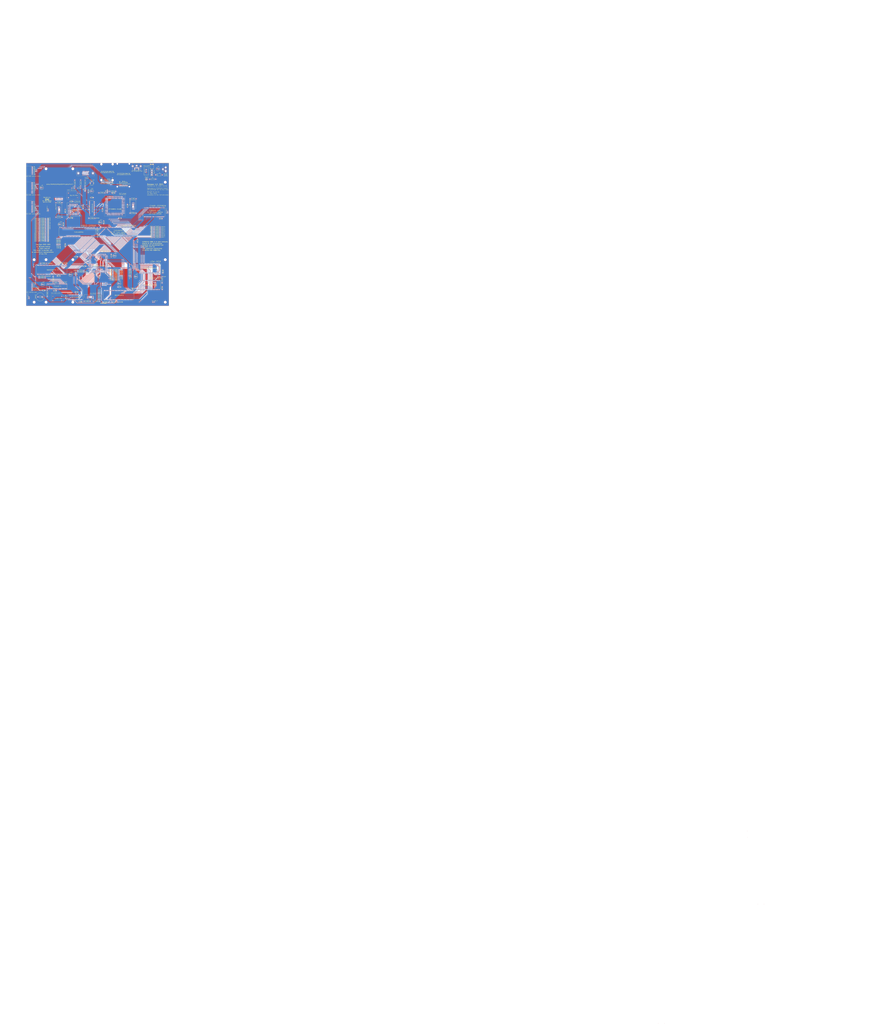
<source format=kicad_pcb>
(kicad_pcb (version 20171130) (host pcbnew "(5.1.10)-1")
  (layers (0 F.Cu mixed) (31 B.Cu mixed) (34 B.Paste user) (35 F.Paste user) (36 B.SilkS user) (37 F.SilkS user) (38 B.Mask user) (39 F.Mask user) (44 Edge.Cuts user))
  (net 0 "")
  (net 1 GND)
  (net 2 VCC)
  (net 3 CMA3)
  (net 4 BDPMCE)
  (net 5 DPMCE)
  (net 6 WAITZ80)
  (net 7 CB6)
  (net 8 CB4)
  (net 9 CB1)
  (net 10 S-TCK)
  (net 11 C-TMS)
  (net 12 POWER_1)
  (net 13 VGA_13)
  (net 14 KDAT)
  (net 15 KCLK)
  (net 16 SCK)
  (net 17 MISO)
  (net 18 MOSI)
  (net 19 CS)
  (net 20 BCLK6502)
  (net 21 CEHM)
  (net 22 WEHM)
  (net 23 A11)
  (net 24 A9)
  (net 25 A8)
  (net 26 A7)
  (net 27 A6)
  (net 28 A5)
  (net 29 A4)
  (net 30 A3)
  (net 31 A2)
  (net 32 A1)
  (net 33 CRST)
  (net 34 CCLK)
  (net 35 RDY6502)
  (net 36 D7)
  (net 37 CMA9)
  (net 38 VGA_14)
  (net 39 D6)
  (net 40 D5)
  (net 41 D4)
  (net 42 D0)
  (net 43 D1)
  (net 44 D3)
  (net 45 D2)
  (net 46 RST6502)
  (net 47 BE6502)
  (net 48 CATEXTRA)
  (net 49 AOE)
  (net 50 LD)
  (net 51 RWCAT)
  (net 52 SC)
  (net 53 SI)
  (net 54 RWB6502)
  (net 55 A10)
  (net 56 OE)
  (net 57 VBUSY)
  (net 58 RWVM)
  (net 59 CEVM)
  (net 60 SP-TCK)
  (net 61 SPRST)
  (net 62 SP-TMS)
  (net 63 PCLK)
  (net 64 SRST)
  (net 65 Q2_2)
  (net 66 SBE)
  (net 67 C-TCK)
  (net 68 C-TDO)
  (net 69 WELM)
  (net 70 A0)
  (net 71 A12)
  (net 72 A13)
  (net 73 A14)
  (net 74 A15)
  (net 75 CBUSY)
  (net 76 RWCM)
  (net 77 CECM)
  (net 78 MREQZ80)
  (net 79 BUSREQZ80)
  (net 80 RSTZ80)
  (net 81 NMIZ80)
  (net 82 CELM)
  (net 83 W65C02S_2)
  (net 84 CAT_1)
  (net 85 NMIB6502)
  (net 86 CPUSLC)
  (net 87 CPUIRQ)
  (net 88 CPUGO)
  (net 89 CPURST)
  (net 90 SO)
  (net 91 CATCLK)
  (net 92 SP-TDO)
  (net 93 SP-TDI)
  (net 94 SPBE)
  (net 95 CB2)
  (net 96 CB0)
  (net 97 CB3)
  (net 98 CB5)
  (net 99 CB7)
  (net 100 VMA1)
  (net 101 VMA0)
  (net 102 VMA2)
  (net 103 VMA5)
  (net 104 VMA6)
  (net 105 BPCLK)
  (net 106 VMA4)
  (net 107 VMA3)
  (net 108 BCCLK)
  (net 109 VMA7)
  (net 110 CMA2)
  (net 111 C1_1)
  (net 112 D1_1)
  (net 113 9V-DC_1)
  (net 114 S-TDI)
  (net 115 S-TMS)
  (net 116 S-TDO)
  (net 117 CMA8)
  (net 118 CMA7)
  (net 119 CMA6)
  (net 120 CMA5)
  (net 121 CMA4)
  (net 122 CMA10)
  (net 123 CMA1)
  (net 124 CMA0)
  (net 125 BCLKZ80)
  (net 126 CLKZ80)
  (net 127 CLK6502)
  (net 128 R11_1)
  (net 129 RX)
  (net 130 TX)
  (net 131 CATRST)
  (net 132 C-TDI)
  (net 133 SOUND)
  (net 134 VGA_1)
  (net 135 TRIM-POT_A)
  (net 136 BUFFER1_7)
  (net 137 BUFFER1_9)
  (net 138 BUFFER1_5)
  (net 139 HSP)
  (net 140 VSP)
  (net 141 RGB)
  (net 142 WRZ80)
  (net 143 VMA8)
  (net 144 VMA10)
  (net 145 VMA9)
  (net 146 RDZ80)
  (net 147 BMCLK)
  (net 148 BSOUND)
  (net 149 BCATCLK)
  (net 150 MCLK)
  (net 151 FTDI-ADAPTER-PORT_2)
  (net 152 SD-CARD-ADAPTER-PORT4_1)
  (net 153 SD-CARD-ADAPTER-PORT4_7)
  (net 154 SD-CARD-ADAPTER-PORT5_2)
  (net 155 SD-CARD-ADAPTER-PORT5_8)
  (net 156 Z80_18)
  (net 157 Z80_20)
  (net 158 Z80_23)
  (net 159 Z80_27)
  (net 160 Z80_28)
  (net 161 CHAR-EEPROM_1)
  (net 162 CHAR-EEPROM_26)
  (net 163 SD-CARD-ADAPTER-PORT2_2)
  (net 164 SD-CARD-ADAPTER-PORT2_8)
  (net 165 VIDEO-OSCILLATOR_1)
  (net 166 MAIN-OSCILLATOR_1)
  (net 167 CAVIA_2)
  (net 168 CAVIA_11)
  (net 169 CAVIA_24)
  (net 170 CAVIA_25)
  (net 171 CAVIA_26)
  (net 172 CAVIA_27)
  (net 173 CAVIA_28)
  (net 174 CAVIA_29)
  (net 175 CAVIA_33)
  (net 176 CAVIA_34)
  (net 177 CAVIA_36)
  (net 178 CAVIA_37)
  (net 179 CAVIA_39)
  (net 180 CAVIA_40)
  (net 181 CAVIA_41)
  (net 182 CAVIA_44)
  (net 183 VGA_4)
  (net 184 VGA_9)
  (net 185 VGA_11)
  (net 186 VGA_12)
  (net 187 VGA_15)
  (net 188 VGA_MH1)
  (net 189 VGA_MH2)
  (net 190 JTAG-CAVIA_6)
  (net 191 JTAG-CAVIA_7)
  (net 192 JTAG-CAVIA_8)
  (net 193 JTAG-SCUNK_6)
  (net 194 JTAG-SCUNK_7)
  (net 195 JTAG-SCUNK_8)
  (net 196 JTAG-SPACER_6)
  (net 197 JTAG-SPACER_7)
  (net 198 JTAG-SPACER_8)
  (net 199 PS2-KEYBOARD-PORT_2)
  (net 200 PS2-KEYBOARD-PORT_6)
  (net 201 SWITCH_4)
  (net 202 CAT_10)
  (net 203 VIDEO-DPRAM_45)
  (net 204 CHAR-DPRAM_45)
  (net 205 BUFFER1_4)
  (net 206 BUFFER1_6)
  (net 207 BUFFER1_14)
  (net 208 BUFFER1_16)
  (net 209 BUFFER2_6)
  (net 210 BUFFER2_8)
  (net 211 BUFFER2_9)
  (net 212 BUFFER2_11)
  (net 213 BUFFER2_12)
  (net 214 BUFFER2_14)
  (net 215 W65C02S_1)
  (net 216 W65C02S_3)
  (net 217 W65C02S_5)
  (net 218 W65C02S_7)
  (net 219 W65C02S_35)
  (net 220 W65C02S_39)
  (net 221 SCUNK_2)
  (net 222 SCUNK_4)
  (net 223 SCUNK_5)
  (net 224 SCUNK_6)
  (net 225 SCUNK_8)
  (net 226 SCUNK_9)
  (net 227 SCUNK_10)
  (net 228 SCUNK_11)
  (net 229 SCUNK_15)
  (net 230 SCUNK_16)
  (net 231 SCUNK_17)
  (net 232 SCUNK_18)
  (net 233 SCUNK_20)
  (net 234 SCUNK_21)
  (net 235 SCUNK_22)
  (net 236 SCUNK_28)
  (net 237 SCUNK_29)
  (net 238 SCUNK_30)
  (net 239 SCUNK_31)
  (net 240 SCUNK_33)
  (net 241 SCUNK_34)
  (net 242 SCUNK_35)
  (net 243 SCUNK_36)
  (net 244 SCUNK_37)
  (net 245 SCUNK_39)
  (net 246 SCUNK_40)
  (net 247 SCUNK_41)
  (net 248 SCUNK_44)
  (net 249 SCUNK_45)
  (net 250 SCUNK_46)
  (net 251 SCUNK_48)
  (net 252 SCUNK_49)
  (net 253 SCUNK_50)
  (net 254 SCUNK_64)
  (net 255 SCUNK_65)
  (net 256 SCUNK_67)
  (net 257 SCUNK_68)
  (net 258 SCUNK_69)
  (net 259 SCUNK_70)
  (net 260 SCUNK_73)
  (net 261 SCUNK_74)
  (net 262 SCUNK_75)
  (net 263 SCUNK_76)
  (net 264 SCUNK_77)
  (net 265 SCUNK_79)
  (net 266 SCUNK_80)
  (net 267 SCUNK_84)
  (module LC2KICAD:RES-TH_BD2.3-L6.5-P10.50-D0.5 (layer F.Cu) (at 151.545 122.44)
    (fp_text reference R65 (at -1.292784 -0.216967) (layer F.SilkS) (effects (font (size 1.143 1.143) (thickness 0.1524)) (justify left)))
    (fp_text value 10KΩ hide)
    (fp_circle (center 1145.874975 1169.192429) (end 1145.874975 1169.292505) (layer F.Cu) (width 0.2))
    (fp_circle (center 1135.375123 1169.192429) (end 1135.375123 1169.292505) (layer F.Cu) (width 0.2))
    (fp_circle (center 1146.075127 1168.042317) (end 1146.075127 1168.072289) (layer F.Cu) (width 0.059995))
    (pad 1 thru_hole circle (at 5.249901 0.000102 180) (size 1.8796 1.8796) (drill 0.89916) (layers *.Cu *.Mask) (net 4 BDPMCE))
    (pad 2 thru_hole circle (at -5.249951 0.000102 180) (size 1.8796 1.8796) (drill 0.89916) (layers *.Cu *.Mask) (net 2 VCC))
  )
  (module LC2KICAD:SSW-106-XX-YYY-S-RA (layer F.Cu) (at 49.564 232.676)
    (fp_text reference FTDI-ADAPTER-PORT (at -9.905975 16.092576) (layer F.SilkS) (effects (font (size 1.143 1.143) (thickness 0.1524)) (justify left)))
    (fp_text value SSW-106-02-F-S-RA hide)
    (pad 1 thru_hole circle (at 0.000025 -0.000102 270) (size 1.560068 1.560068) (drill oval 1.044956 1.039876) (layers *.Cu *.Mask) (net 1 GND))
    (pad 2 thru_hole circle (at 0.000025 2.539898 270) (size 1.560068 1.560068) (drill oval 1.044956 1.039876) (layers *.Cu *.Mask) (net 151 FTDI-ADAPTER-PORT_2))
    (pad 3 thru_hole circle (at 0.000025 5.079898 270) (size 1.560068 1.560068) (drill oval 1.044956 1.039876) (layers *.Cu *.Mask) (net 2 VCC))
    (pad 4 thru_hole circle (at 0.000025 7.619898 270) (size 1.560068 1.560068) (drill oval 1.044956 1.039876) (layers *.Cu *.Mask) (net 129 RX))
    (pad 5 thru_hole circle (at 0.000025 10.159898 270) (size 1.560068 1.560068) (drill oval 1.044956 1.039876) (layers *.Cu *.Mask) (net 130 TX))
    (pad 6 thru_hole circle (at 0.000025 12.699898 270) (size 1.560068 1.560068) (drill oval 1.044956 1.039876) (layers *.Cu *.Mask) (net 131 CATRST))
  )
  (module LC2KICAD:RES-TH_BD2.3-L6.5-P10.50-D0.5 (layer F.Cu) (at 66.709 223.913)
    (fp_text reference R64 (at -1.396975 -0.163424) (layer F.SilkS) (effects (font (size 1.143 1.143) (thickness 0.1524)) (justify left)))
    (fp_text value 10KΩ hide)
    (fp_circle (center 1050.539174 1270.665226) (end 1050.539174 1270.765302) (layer F.Cu) (width 0.2))
    (fp_circle (center 1061.039026 1270.665226) (end 1061.039026 1270.765302) (layer F.Cu) (width 0.2))
    (fp_circle (center 1050.339022 1271.815338) (end 1050.339022 1271.84531) (layer F.Cu) (width 0.059995))
    (pad 1 thru_hole circle (at -5.249901 -0.000102) (size 1.8796 1.8796) (drill 0.89916) (layers *.Cu *.Mask) (net 2 VCC))
    (pad 2 thru_hole circle (at 5.249951 -0.000102) (size 1.8796 1.8796) (drill 0.89916) (layers *.Cu *.Mask) (net 35 RDY6502))
  )
  (module LC2KICAD:SSW-106-XX-YYY-S-RA (layer F.Cu) (at 49.945 34.937)
    (fp_text reference SD-CARD-ADAPTER-PORT3 (at -10.159975 15.965576) (layer F.SilkS) (effects (font (size 1.143 1.143) (thickness 0.1524)) (justify left)))
    (fp_text value SSW-106-02-F-S-RA hide)
    (pad 1 thru_hole circle (at 0.000025 -0.000102 270) (size 1.560068 1.560068) (drill oval 1.044956 1.039876) (layers *.Cu *.Mask) (net 19 CS))
    (pad 2 thru_hole circle (at 0.000025 2.539898 270) (size 1.560068 1.560068) (drill oval 1.044956 1.039876) (layers *.Cu *.Mask) (net 16 SCK))
    (pad 3 thru_hole circle (at 0.000025 5.079898 270) (size 1.560068 1.560068) (drill oval 1.044956 1.039876) (layers *.Cu *.Mask) (net 18 MOSI))
    (pad 4 thru_hole circle (at 0.000025 7.619898 270) (size 1.560068 1.560068) (drill oval 1.044956 1.039876) (layers *.Cu *.Mask) (net 17 MISO))
    (pad 5 thru_hole circle (at 0.000025 10.159898 270) (size 1.560068 1.560068) (drill oval 1.044956 1.039876) (layers *.Cu *.Mask) (net 2 VCC))
    (pad 6 thru_hole circle (at 0.000025 12.699898 270) (size 1.560068 1.560068) (drill oval 1.044956 1.039876) (layers *.Cu *.Mask) (net 1 GND))
  )
  (module LC2KICAD:SSW-108-XX-YYY-S-RA (layer F.Cu) (at 49.564 61.734)
    (fp_text reference SD-CARD-ADAPTER-PORT4 (at -9.778975 21.045576) (layer F.SilkS) (effects (font (size 1.143 1.143) (thickness 0.1524)) (justify left)))
    (fp_text value SSW-108-02-G-S-RA hide)
    (pad 1 thru_hole circle (at 0.000025 -0.000102 270) (size 1.560068 1.560068) (drill oval 1.044956 1.039876) (layers *.Cu *.Mask) (net 152 SD-CARD-ADAPTER-PORT4_1))
    (pad 2 thru_hole circle (at 0.000025 2.539898 270) (size 1.560068 1.560068) (drill oval 1.044956 1.039876) (layers *.Cu *.Mask) (net 19 CS))
    (pad 3 thru_hole circle (at 0.000025 5.079898 270) (size 1.560068 1.560068) (drill oval 1.044956 1.039876) (layers *.Cu *.Mask) (net 18 MOSI))
    (pad 4 thru_hole circle (at 0.000025 7.619898 270) (size 1.560068 1.560068) (drill oval 1.044956 1.039876) (layers *.Cu *.Mask) (net 17 MISO))
    (pad 5 thru_hole circle (at 0.000025 10.159898 270) (size 1.560068 1.560068) (drill oval 1.044956 1.039876) (layers *.Cu *.Mask) (net 16 SCK))
    (pad 6 thru_hole circle (at 0.000025 12.699898 270) (size 1.560068 1.560068) (drill oval 1.044956 1.039876) (layers *.Cu *.Mask) (net 1 GND))
    (pad 7 thru_hole circle (at 0.000025 15.239898 270) (size 1.560068 1.560068) (drill oval 1.044956 1.039876) (layers *.Cu *.Mask) (net 153 SD-CARD-ADAPTER-PORT4_7))
    (pad 8 thru_hole circle (at 0.000025 17.779898 270) (size 1.560068 1.560068) (drill oval 1.044956 1.039876) (layers *.Cu *.Mask) (net 2 VCC))
  )
  (module LC2KICAD:SSW-108-XX-YYY-S-RA (layer F.Cu) (at 49.564 93.992)
    (fp_text reference SD-CARD-ADAPTER-PORT5 (at -9.778975 21.045576) (layer F.SilkS) (effects (font (size 1.143 1.143) (thickness 0.1524)) (justify left)))
    (fp_text value SSW-108-02-G-S-RA hide)
    (pad 1 thru_hole circle (at 0.000025 -0.000102 270) (size 1.560068 1.560068) (drill oval 1.044956 1.039876) (layers *.Cu *.Mask) (net 2 VCC))
    (pad 2 thru_hole circle (at 0.000025 2.539898 270) (size 1.560068 1.560068) (drill oval 1.044956 1.039876) (layers *.Cu *.Mask) (net 154 SD-CARD-ADAPTER-PORT5_2))
    (pad 3 thru_hole circle (at 0.000025 5.079898 270) (size 1.560068 1.560068) (drill oval 1.044956 1.039876) (layers *.Cu *.Mask) (net 1 GND))
    (pad 4 thru_hole circle (at 0.000025 7.619898 270) (size 1.560068 1.560068) (drill oval 1.044956 1.039876) (layers *.Cu *.Mask) (net 19 CS))
    (pad 5 thru_hole circle (at 0.000025 10.159898 270) (size 1.560068 1.560068) (drill oval 1.044956 1.039876) (layers *.Cu *.Mask) (net 18 MOSI))
    (pad 6 thru_hole circle (at 0.000025 12.699898 270) (size 1.560068 1.560068) (drill oval 1.044956 1.039876) (layers *.Cu *.Mask) (net 17 MISO))
    (pad 7 thru_hole circle (at 0.000025 15.239898 270) (size 1.560068 1.560068) (drill oval 1.044956 1.039876) (layers *.Cu *.Mask) (net 16 SCK))
    (pad 8 thru_hole circle (at 0.000025 17.779898 270) (size 1.560068 1.560068) (drill oval 1.044956 1.039876) (layers *.Cu *.Mask) (net 155 SD-CARD-ADAPTER-PORT5_8))
  )
  (module LC2KICAD:KLDX0202APLT (layer F.Cu) (at 277.396945 28.048672)
    (fp_text reference 9V-DC (at -2.91592 18.759678) (layer F.SilkS) (effects (font (size 1.143 1.143) (thickness 0.1524)) (justify left)))
    (fp_text value Wurth-Elektronik-694106301002 hide)
    (pad 1 thru_hole circle (at 0 13.899896 270) (size 4.694936 4.694936) (drill oval 3.130042 3.129788) (layers *.Cu *.Mask) (net 113 9V-DC_1))
    (pad 2 thru_hole circle (at 0 7.70001 270) (size 4.080002 4.080002) (drill oval 2.720086 2.719832) (layers *.Cu *.Mask) (net 1 GND))
    (pad 3 thru_hole circle (at -4.700016 10.700004 270) (size 3.944874 3.944874) (drill oval 2.634996 2.629916) (layers *.Cu *.Mask) (net 1 GND))
  )
  (module LC2KICAD:LED-TH_BD3.0-P2.54-FD (layer F.Cu) (at 244.382025 55.861672)
    (fp_text reference POWER (at -2.666492 -3.465322) (layer F.SilkS) (effects (font (size 1.143 1.143) (thickness 0.1524)) (justify left)))
    (fp_text value Wurth-Elektronik-151051BS04000 hide)
    (fp_circle (center 1235.41282 1100.66201) (end 1235.41282 1100.691982) (layer F.Cu) (width 0.059995))
    (pad 1 thru_hole circle (at 1.27 0 180) (size 1.524 1.524) (drill 0.9144) (layers *.Cu *.Mask) (net 12 POWER_1))
    (pad 2 thru_hole circle (at -1.27 0 180) (size 1.524 1.524) (drill 0.9144) (layers *.Cu *.Mask) (net 1 GND))
  )
  (module LC2KICAD:RES-TH_BD2.3-L6.5-P10.50-D0.5 (layer F.Cu) (at 139.988025 62.719672)
    (fp_text reference R1 (at 0.41783 0.635 90) (layer F.SilkS) (effects (font (size 1.143 1.143) (thickness 0.1524)) (justify left)))
    (fp_text value 220Ω hide)
    (fp_circle (center 1129.0681 1104.222074) (end 1129.0681 1104.32215) (layer F.Cu) (width 0.2))
    (fp_circle (center 1129.0681 1114.721926) (end 1129.0681 1114.822002) (layer F.Cu) (width 0.2))
    (fp_circle (center 1127.917988 1104.021922) (end 1127.917988 1104.051894) (layer F.Cu) (width 0.059995))
    (pad 1 thru_hole circle (at 0 -5.249926 270) (size 1.8796 1.8796) (drill 0.89916) (layers *.Cu *.Mask) (net 1 GND))
    (pad 2 thru_hole circle (at 0 5.249926 270) (size 1.8796 1.8796) (drill 0.89916) (layers *.Cu *.Mask) (net 135 TRIM-POT_A))
  )
  (module LC2KICAD:HDR-TH_2P-P2.54-V-R1-C2-D1.0 (layer F.Cu) (at 76.996 106.819)
    (fp_text reference 5V-GND-4 (at -1.741653 4.063898 90) (layer F.SilkS) (effects (font (size 1.143 1.143) (thickness 0.1524)) (justify left)))
    (fp_text value "Pin Header, VERT, TH, 2.54mm" hide)
    (pad 1 thru_hole circle (at 0.000025 -0.000102 270) (size 1.999996 1.999996) (drill 0.999998) (layers *.Cu *.Mask) (net 1 GND))
    (pad 2 thru_hole circle (at 0.000025 2.539898 270) (size 1.999996 1.999996) (drill 0.999998) (layers *.Cu *.Mask) (net 2 VCC))
  )
  (module LC2KICAD:DIP1556W56P254L3702H483Q28N (layer F.Cu) (at 249.716025 207.753672)
    (fp_text reference LOW-MEM (at 0.889508 -11.556999) (layer F.SilkS) (effects (font (size 2.499995 2.499995) (thickness 0.250012)) (justify left)))
    (fp_text value AS6C62256-55PCN hide)
    (pad 1 thru_hole rect (at 16.51 -7.779004 270) (size 1.266952 1.266952) (drill oval 0.764032 0.758952) (layers *.Cu *.Mask) (net 73 A14))
    (pad 2 thru_hole circle (at 13.97 -7.779004 270) (size 1.266952 1.266952) (drill oval 0.764032 0.758952) (layers *.Cu *.Mask) (net 71 A12))
    (pad 3 thru_hole circle (at 11.43 -7.779004 270) (size 1.266952 1.266952) (drill oval 0.764032 0.758952) (layers *.Cu *.Mask) (net 26 A7))
    (pad 4 thru_hole circle (at 8.89 -7.779004 270) (size 1.266952 1.266952) (drill oval 0.764032 0.758952) (layers *.Cu *.Mask) (net 27 A6))
    (pad 5 thru_hole circle (at 6.35 -7.779004 270) (size 1.266952 1.266952) (drill oval 0.764032 0.758952) (layers *.Cu *.Mask) (net 28 A5))
    (pad 6 thru_hole circle (at 3.81 -7.779004 270) (size 1.266952 1.266952) (drill oval 0.764032 0.758952) (layers *.Cu *.Mask) (net 29 A4))
    (pad 7 thru_hole circle (at 1.27 -7.779004 270) (size 1.266952 1.266952) (drill oval 0.764032 0.758952) (layers *.Cu *.Mask) (net 30 A3))
    (pad 8 thru_hole circle (at -1.27 -7.779004 270) (size 1.266952 1.266952) (drill oval 0.764032 0.758952) (layers *.Cu *.Mask) (net 31 A2))
    (pad 9 thru_hole circle (at -3.81 -7.779004 270) (size 1.266952 1.266952) (drill oval 0.764032 0.758952) (layers *.Cu *.Mask) (net 32 A1))
    (pad 10 thru_hole circle (at -6.35 -7.779004 270) (size 1.266952 1.266952) (drill oval 0.764032 0.758952) (layers *.Cu *.Mask) (net 70 A0))
    (pad 11 thru_hole circle (at -8.89 -7.779004 270) (size 1.266952 1.266952) (drill oval 0.764032 0.758952) (layers *.Cu *.Mask) (net 42 D0))
    (pad 12 thru_hole circle (at -11.43 -7.779004 270) (size 1.266952 1.266952) (drill oval 0.764032 0.758952) (layers *.Cu *.Mask) (net 43 D1))
    (pad 13 thru_hole circle (at -13.97 -7.779004 270) (size 1.266952 1.266952) (drill oval 0.764032 0.758952) (layers *.Cu *.Mask) (net 45 D2))
    (pad 14 thru_hole circle (at -16.51 -7.779004 270) (size 1.266952 1.266952) (drill oval 0.764032 0.758952) (layers *.Cu *.Mask) (net 1 GND))
    (pad 15 thru_hole circle (at -16.51 7.779004 270) (size 1.266952 1.266952) (drill oval 0.764032 0.758952) (layers *.Cu *.Mask) (net 44 D3))
    (pad 16 thru_hole circle (at -13.97 7.779004 270) (size 1.266952 1.266952) (drill oval 0.764032 0.758952) (layers *.Cu *.Mask) (net 41 D4))
    (pad 17 thru_hole circle (at -11.43 7.779004 270) (size 1.266952 1.266952) (drill oval 0.764032 0.758952) (layers *.Cu *.Mask) (net 40 D5))
    (pad 18 thru_hole circle (at -8.89 7.779004 270) (size 1.266952 1.266952) (drill oval 0.764032 0.758952) (layers *.Cu *.Mask) (net 39 D6))
    (pad 19 thru_hole circle (at -6.35 7.779004 270) (size 1.266952 1.266952) (drill oval 0.764032 0.758952) (layers *.Cu *.Mask) (net 36 D7))
    (pad 20 thru_hole circle (at -3.81 7.779004 270) (size 1.266952 1.266952) (drill oval 0.764032 0.758952) (layers *.Cu *.Mask) (net 82 CELM))
    (pad 21 thru_hole circle (at -1.27 7.779004 270) (size 1.266952 1.266952) (drill oval 0.764032 0.758952) (layers *.Cu *.Mask) (net 55 A10))
    (pad 22 thru_hole circle (at 1.27 7.779004 270) (size 1.266952 1.266952) (drill oval 0.764032 0.758952) (layers *.Cu *.Mask) (net 56 OE))
    (pad 23 thru_hole circle (at 3.81 7.779004 270) (size 1.266952 1.266952) (drill oval 0.764032 0.758952) (layers *.Cu *.Mask) (net 23 A11))
    (pad 24 thru_hole circle (at 6.35 7.779004 270) (size 1.266952 1.266952) (drill oval 0.764032 0.758952) (layers *.Cu *.Mask) (net 24 A9))
    (pad 25 thru_hole circle (at 8.89 7.779004 270) (size 1.266952 1.266952) (drill oval 0.764032 0.758952) (layers *.Cu *.Mask) (net 25 A8))
    (pad 26 thru_hole circle (at 11.43 7.779004 270) (size 1.266952 1.266952) (drill oval 0.764032 0.758952) (layers *.Cu *.Mask) (net 72 A13))
    (pad 27 thru_hole circle (at 13.97 7.779004 270) (size 1.266952 1.266952) (drill oval 0.764032 0.758952) (layers *.Cu *.Mask) (net 69 WELM))
    (pad 28 thru_hole circle (at 16.51 7.779004 270) (size 1.266952 1.266952) (drill oval 0.764032 0.758952) (layers *.Cu *.Mask) (net 2 VCC))
  )
  (module LC2KICAD:DIP1556W56P254L3702H483Q28N (layer F.Cu) (at 249.716025 236.201672)
    (fp_text reference HIGH-MEM (at 0.801116 -11.971019) (layer F.SilkS) (effects (font (size 2.499995 2.499995) (thickness 0.250012)) (justify left)))
    (fp_text value AS6C62256-55PCN hide)
    (pad 1 thru_hole rect (at 16.51 -7.779004 270) (size 1.266952 1.266952) (drill oval 0.764032 0.758952) (layers *.Cu *.Mask) (net 73 A14))
    (pad 2 thru_hole circle (at 13.97 -7.779004 270) (size 1.266952 1.266952) (drill oval 0.764032 0.758952) (layers *.Cu *.Mask) (net 71 A12))
    (pad 3 thru_hole circle (at 11.43 -7.779004 270) (size 1.266952 1.266952) (drill oval 0.764032 0.758952) (layers *.Cu *.Mask) (net 26 A7))
    (pad 4 thru_hole circle (at 8.89 -7.779004 270) (size 1.266952 1.266952) (drill oval 0.764032 0.758952) (layers *.Cu *.Mask) (net 27 A6))
    (pad 5 thru_hole circle (at 6.35 -7.779004 270) (size 1.266952 1.266952) (drill oval 0.764032 0.758952) (layers *.Cu *.Mask) (net 28 A5))
    (pad 6 thru_hole circle (at 3.81 -7.779004 270) (size 1.266952 1.266952) (drill oval 0.764032 0.758952) (layers *.Cu *.Mask) (net 29 A4))
    (pad 7 thru_hole circle (at 1.27 -7.779004 270) (size 1.266952 1.266952) (drill oval 0.764032 0.758952) (layers *.Cu *.Mask) (net 30 A3))
    (pad 8 thru_hole circle (at -1.27 -7.779004 270) (size 1.266952 1.266952) (drill oval 0.764032 0.758952) (layers *.Cu *.Mask) (net 31 A2))
    (pad 9 thru_hole circle (at -3.81 -7.779004 270) (size 1.266952 1.266952) (drill oval 0.764032 0.758952) (layers *.Cu *.Mask) (net 32 A1))
    (pad 10 thru_hole circle (at -6.35 -7.779004 270) (size 1.266952 1.266952) (drill oval 0.764032 0.758952) (layers *.Cu *.Mask) (net 70 A0))
    (pad 11 thru_hole circle (at -8.89 -7.779004 270) (size 1.266952 1.266952) (drill oval 0.764032 0.758952) (layers *.Cu *.Mask) (net 42 D0))
    (pad 12 thru_hole circle (at -11.43 -7.779004 270) (size 1.266952 1.266952) (drill oval 0.764032 0.758952) (layers *.Cu *.Mask) (net 43 D1))
    (pad 13 thru_hole circle (at -13.97 -7.779004 270) (size 1.266952 1.266952) (drill oval 0.764032 0.758952) (layers *.Cu *.Mask) (net 45 D2))
    (pad 14 thru_hole circle (at -16.51 -7.779004 270) (size 1.266952 1.266952) (drill oval 0.764032 0.758952) (layers *.Cu *.Mask) (net 1 GND))
    (pad 15 thru_hole circle (at -16.51 7.779004 270) (size 1.266952 1.266952) (drill oval 0.764032 0.758952) (layers *.Cu *.Mask) (net 44 D3))
    (pad 16 thru_hole circle (at -13.97 7.779004 270) (size 1.266952 1.266952) (drill oval 0.764032 0.758952) (layers *.Cu *.Mask) (net 41 D4))
    (pad 17 thru_hole circle (at -11.43 7.779004 270) (size 1.266952 1.266952) (drill oval 0.764032 0.758952) (layers *.Cu *.Mask) (net 40 D5))
    (pad 18 thru_hole circle (at -8.89 7.779004 270) (size 1.266952 1.266952) (drill oval 0.764032 0.758952) (layers *.Cu *.Mask) (net 39 D6))
    (pad 19 thru_hole circle (at -6.35 7.779004 270) (size 1.266952 1.266952) (drill oval 0.764032 0.758952) (layers *.Cu *.Mask) (net 36 D7))
    (pad 20 thru_hole circle (at -3.81 7.779004 270) (size 1.266952 1.266952) (drill oval 0.764032 0.758952) (layers *.Cu *.Mask) (net 21 CEHM))
    (pad 21 thru_hole circle (at -1.27 7.779004 270) (size 1.266952 1.266952) (drill oval 0.764032 0.758952) (layers *.Cu *.Mask) (net 55 A10))
    (pad 22 thru_hole circle (at 1.27 7.779004 270) (size 1.266952 1.266952) (drill oval 0.764032 0.758952) (layers *.Cu *.Mask) (net 56 OE))
    (pad 23 thru_hole circle (at 3.81 7.779004 270) (size 1.266952 1.266952) (drill oval 0.764032 0.758952) (layers *.Cu *.Mask) (net 23 A11))
    (pad 24 thru_hole circle (at 6.35 7.779004 270) (size 1.266952 1.266952) (drill oval 0.764032 0.758952) (layers *.Cu *.Mask) (net 24 A9))
    (pad 25 thru_hole circle (at 8.89 7.779004 270) (size 1.266952 1.266952) (drill oval 0.764032 0.758952) (layers *.Cu *.Mask) (net 25 A8))
    (pad 26 thru_hole circle (at 11.43 7.779004 270) (size 1.266952 1.266952) (drill oval 0.764032 0.758952) (layers *.Cu *.Mask) (net 72 A13))
    (pad 27 thru_hole circle (at 13.97 7.779004 270) (size 1.266952 1.266952) (drill oval 0.764032 0.758952) (layers *.Cu *.Mask) (net 22 WEHM))
    (pad 28 thru_hole circle (at 16.51 7.779004 270) (size 1.266952 1.266952) (drill oval 0.764032 0.758952) (layers *.Cu *.Mask) (net 2 VCC))
  )
  (module LC2KICAD:HDR-TH_2P-P2.54-V-R1-C2-D1.0 (layer F.Cu) (at 280.538925 110.504667)
    (fp_text reference 5V-GND-1 (at -1.868678 4.064025 90) (layer F.SilkS) (effects (font (size 1.143 1.143) (thickness 0.1524)) (justify left)))
    (fp_text value "Pin Header, VERT, TH, 2.54mm" hide)
    (pad 1 thru_hole circle (at 0 0.000025 270) (size 1.999996 1.999996) (drill 0.999998) (layers *.Cu *.Mask) (net 1 GND))
    (pad 2 thru_hole circle (at 0 2.540025 270) (size 1.999996 1.999996) (drill 0.999998) (layers *.Cu *.Mask) (net 2 VCC))
  )
  (module LC2KICAD:HDR-TH_2P-P2.54-V-R1-C2-D1.0 (layer F.Cu) (at 258.059925 265.444667)
    (fp_text reference 5V-GND-2 (at -4.064 -2.322297) (layer F.SilkS) (effects (font (size 1.143 1.143) (thickness 0.1524)) (justify left)))
    (fp_text value "Pin Header, VERT, TH, 2.54mm" hide)
    (pad 1 thru_hole circle (at 0 0.000025 180) (size 1.999996 1.999996) (drill 0.999998) (layers *.Cu *.Mask) (net 1 GND))
    (pad 2 thru_hole circle (at -2.54 0.000025 180) (size 1.999996 1.999996) (drill 0.999998) (layers *.Cu *.Mask) (net 2 VCC))
  )
  (module LC2KICAD:HDR-TH_2P-P2.54-V-R1-C2-D1.0 (layer F.Cu) (at 44.445925 256.427667)
    (fp_text reference 5V-GND-3 (at -1.868678 3.937025 90) (layer F.SilkS) (effects (font (size 1.143 1.143) (thickness 0.1524)) (justify left)))
    (fp_text value "Pin Header, VERT, TH, 2.54mm" hide)
    (pad 1 thru_hole circle (at 0 0.000025 270) (size 1.999996 1.999996) (drill 0.999998) (layers *.Cu *.Mask) (net 1 GND))
    (pad 2 thru_hole circle (at 0 2.540025 270) (size 1.999996 1.999996) (drill 0.999998) (layers *.Cu *.Mask) (net 2 VCC))
  )
  (module LC2KICAD:DIP1550W53P254L5232H424Q40N (layer F.Cu) (at 197.011025 253.346672)
    (fp_text reference Z80 (at 19.978116 -10.955019) (layer F.SilkS) (effects (font (size 2.499995 2.499995) (thickness 0.250012)) (justify left)))
    (fp_text value Z84C0010PEG hide)
    (pad 1 thru_hole rect (at 24.13 -7.748016 270) (size 1.237996 1.237996) (drill oval 0.735076 0.729996) (layers *.Cu *.Mask) (net 23 A11))
    (pad 2 thru_hole circle (at 21.59 -7.748016 270) (size 1.237996 1.237996) (drill oval 0.735076 0.729996) (layers *.Cu *.Mask) (net 71 A12))
    (pad 3 thru_hole circle (at 19.05 -7.748016 270) (size 1.237996 1.237996) (drill oval 0.735076 0.729996) (layers *.Cu *.Mask) (net 72 A13))
    (pad 4 thru_hole circle (at 16.51 -7.748016 270) (size 1.237996 1.237996) (drill oval 0.735076 0.729996) (layers *.Cu *.Mask) (net 73 A14))
    (pad 5 thru_hole circle (at 13.97 -7.748016 270) (size 1.237996 1.237996) (drill oval 0.735076 0.729996) (layers *.Cu *.Mask) (net 74 A15))
    (pad 6 thru_hole circle (at 11.43 -7.748016 270) (size 1.237996 1.237996) (drill oval 0.735076 0.729996) (layers *.Cu *.Mask) (net 125 BCLKZ80))
    (pad 7 thru_hole circle (at 8.89 -7.748016 270) (size 1.237996 1.237996) (drill oval 0.735076 0.729996) (layers *.Cu *.Mask) (net 41 D4))
    (pad 8 thru_hole circle (at 6.35 -7.748016 270) (size 1.237996 1.237996) (drill oval 0.735076 0.729996) (layers *.Cu *.Mask) (net 44 D3))
    (pad 9 thru_hole circle (at 3.81 -7.748016 270) (size 1.237996 1.237996) (drill oval 0.735076 0.729996) (layers *.Cu *.Mask) (net 40 D5))
    (pad 10 thru_hole circle (at 1.27 -7.748016 270) (size 1.237996 1.237996) (drill oval 0.735076 0.729996) (layers *.Cu *.Mask) (net 39 D6))
    (pad 11 thru_hole circle (at -1.27 -7.748016 270) (size 1.237996 1.237996) (drill oval 0.735076 0.729996) (layers *.Cu *.Mask) (net 2 VCC))
    (pad 12 thru_hole circle (at -3.81 -7.748016 270) (size 1.237996 1.237996) (drill oval 0.735076 0.729996) (layers *.Cu *.Mask) (net 45 D2))
    (pad 13 thru_hole circle (at -6.35 -7.748016 270) (size 1.237996 1.237996) (drill oval 0.735076 0.729996) (layers *.Cu *.Mask) (net 36 D7))
    (pad 14 thru_hole circle (at -8.89 -7.748016 270) (size 1.237996 1.237996) (drill oval 0.735076 0.729996) (layers *.Cu *.Mask) (net 42 D0))
    (pad 15 thru_hole circle (at -11.43 -7.748016 270) (size 1.237996 1.237996) (drill oval 0.735076 0.729996) (layers *.Cu *.Mask) (net 43 D1))
    (pad 16 thru_hole circle (at -13.97 -7.748016 270) (size 1.237996 1.237996) (drill oval 0.735076 0.729996) (layers *.Cu *.Mask) (net 2 VCC))
    (pad 17 thru_hole circle (at -16.51 -7.748016 270) (size 1.237996 1.237996) (drill oval 0.735076 0.729996) (layers *.Cu *.Mask) (net 81 NMIZ80))
    (pad 18 thru_hole circle (at -19.05 -7.748016 270) (size 1.237996 1.237996) (drill oval 0.735076 0.729996) (layers *.Cu *.Mask) (net 156 Z80_18))
    (pad 19 thru_hole circle (at -21.59 -7.748016 270) (size 1.237996 1.237996) (drill oval 0.735076 0.729996) (layers *.Cu *.Mask) (net 78 MREQZ80))
    (pad 20 thru_hole circle (at -24.13 -7.748016 270) (size 1.237996 1.237996) (drill oval 0.735076 0.729996) (layers *.Cu *.Mask) (net 157 Z80_20))
    (pad 21 thru_hole circle (at -24.13 7.748016 270) (size 1.237996 1.237996) (drill oval 0.735076 0.729996) (layers *.Cu *.Mask) (net 146 RDZ80))
    (pad 22 thru_hole circle (at -21.59 7.748016 270) (size 1.237996 1.237996) (drill oval 0.735076 0.729996) (layers *.Cu *.Mask) (net 142 WRZ80))
    (pad 23 thru_hole circle (at -19.05 7.748016 270) (size 1.237996 1.237996) (drill oval 0.735076 0.729996) (layers *.Cu *.Mask) (net 158 Z80_23))
    (pad 24 thru_hole circle (at -16.51 7.748016 270) (size 1.237996 1.237996) (drill oval 0.735076 0.729996) (layers *.Cu *.Mask) (net 6 WAITZ80))
    (pad 25 thru_hole circle (at -13.97 7.748016 270) (size 1.237996 1.237996) (drill oval 0.735076 0.729996) (layers *.Cu *.Mask) (net 79 BUSREQZ80))
    (pad 26 thru_hole circle (at -11.43 7.748016 270) (size 1.237996 1.237996) (drill oval 0.735076 0.729996) (layers *.Cu *.Mask) (net 80 RSTZ80))
    (pad 27 thru_hole circle (at -8.89 7.748016 270) (size 1.237996 1.237996) (drill oval 0.735076 0.729996) (layers *.Cu *.Mask) (net 159 Z80_27))
    (pad 28 thru_hole circle (at -6.35 7.748016 270) (size 1.237996 1.237996) (drill oval 0.735076 0.729996) (layers *.Cu *.Mask) (net 160 Z80_28))
    (pad 29 thru_hole circle (at -3.81 7.748016 270) (size 1.237996 1.237996) (drill oval 0.735076 0.729996) (layers *.Cu *.Mask) (net 1 GND))
    (pad 30 thru_hole circle (at -1.27 7.748016 270) (size 1.237996 1.237996) (drill oval 0.735076 0.729996) (layers *.Cu *.Mask) (net 70 A0))
    (pad 31 thru_hole circle (at 1.27 7.748016 270) (size 1.237996 1.237996) (drill oval 0.735076 0.729996) (layers *.Cu *.Mask) (net 32 A1))
    (pad 32 thru_hole circle (at 3.81 7.748016 270) (size 1.237996 1.237996) (drill oval 0.735076 0.729996) (layers *.Cu *.Mask) (net 31 A2))
    (pad 33 thru_hole circle (at 6.35 7.748016 270) (size 1.237996 1.237996) (drill oval 0.735076 0.729996) (layers *.Cu *.Mask) (net 30 A3))
    (pad 34 thru_hole circle (at 8.89 7.748016 270) (size 1.237996 1.237996) (drill oval 0.735076 0.729996) (layers *.Cu *.Mask) (net 29 A4))
    (pad 35 thru_hole circle (at 11.43 7.748016 270) (size 1.237996 1.237996) (drill oval 0.735076 0.729996) (layers *.Cu *.Mask) (net 28 A5))
    (pad 36 thru_hole circle (at 13.97 7.748016 270) (size 1.237996 1.237996) (drill oval 0.735076 0.729996) (layers *.Cu *.Mask) (net 27 A6))
    (pad 37 thru_hole circle (at 16.51 7.748016 270) (size 1.237996 1.237996) (drill oval 0.735076 0.729996) (layers *.Cu *.Mask) (net 26 A7))
    (pad 38 thru_hole circle (at 19.05 7.748016 270) (size 1.237996 1.237996) (drill oval 0.735076 0.729996) (layers *.Cu *.Mask) (net 25 A8))
    (pad 39 thru_hole circle (at 21.59 7.748016 270) (size 1.237996 1.237996) (drill oval 0.735076 0.729996) (layers *.Cu *.Mask) (net 24 A9))
    (pad 40 thru_hole circle (at 24.13 7.748016 270) (size 1.237996 1.237996) (drill oval 0.735076 0.729996) (layers *.Cu *.Mask) (net 55 A10))
  )
  (module LC2KICAD:CAP-TH_L3.6-W2.3-P5.00-D0.5 (layer F.Cu) (at 268.981925 123.044672)
    (fp_text reference C40 (at -1.524 -0.163322) (layer F.SilkS) (effects (font (size 1.143 1.143) (thickness 0.1524)) (justify left)))
    (fp_text value 100nF hide)
    (pad 1 thru_hole circle (at 2.500122 0 180) (size 1.499997 1.499997) (drill 0.900024) (layers *.Cu *.Mask) (net 2 VCC))
    (pad 2 thru_hole circle (at -2.499868 0 180) (size 1.499997 1.499997) (drill 0.900024) (layers *.Cu *.Mask) (net 1 GND))
  )
  (module LC2KICAD:CAP-TH_L3.6-W2.3-P5.00-D0.5 (layer F.Cu) (at 105.913925 168.383672)
    (fp_text reference C38 (at 0.417322 1.524 90) (layer F.SilkS) (effects (font (size 1.143 1.143) (thickness 0.1524)) (justify left)))
    (fp_text value 100nF hide)
    (pad 1 thru_hole circle (at 0 2.500122 90) (size 1.499997 1.499997) (drill 0.900024) (layers *.Cu *.Mask) (net 2 VCC))
    (pad 2 thru_hole circle (at 0 -2.499868 90) (size 1.499997 1.499997) (drill 0.900024) (layers *.Cu *.Mask) (net 1 GND))
  )
  (module LC2KICAD:CAP-TH_L3.6-W2.3-P5.00-D0.5 (layer F.Cu) (at 229.230925 160.509672)
    (fp_text reference C39 (at 0.417322 1.397 90) (layer F.SilkS) (effects (font (size 1.143 1.143) (thickness 0.1524)) (justify left)))
    (fp_text value 100nF hide)
    (pad 1 thru_hole circle (at 0 2.500122 90) (size 1.499997 1.499997) (drill 0.900024) (layers *.Cu *.Mask) (net 2 VCC))
    (pad 2 thru_hole circle (at 0 -2.499868 90) (size 1.499997 1.499997) (drill 0.900024) (layers *.Cu *.Mask) (net 1 GND))
  )
  (module LC2KICAD:RES-TH_BD2.3-L6.5-P10.50-D0.5 (layer F.Cu) (at 192.400925 227.692672)
    (fp_text reference R62 (at -1.397 -0.163322) (layer F.SilkS) (effects (font (size 1.143 1.143) (thickness 0.1524)) (justify left)))
    (fp_text value 10KΩ hide)
    (pad 1 thru_hole circle (at 5.249926 0 180) (size 1.8796 1.8796) (drill 0.89916) (layers *.Cu *.Mask) (net 2 VCC))
    (pad 2 thru_hole circle (at -5.249926 0 180) (size 1.8796 1.8796) (drill 0.89916) (layers *.Cu *.Mask) (net 6 WAITZ80))
  )
  (module LC2KICAD:CAP-TH_L3.6-W2.3-P5.00-D0.5 (layer F.Cu) (at 106.929925 256.394672)
    (fp_text reference C37 (at 0.363982 1.397 90) (layer F.SilkS) (effects (font (size 1.143 1.143) (thickness 0.1524)) (justify left)))
    (fp_text value 100pF hide)
    (pad 1 thru_hole circle (at 0 -2.499868 270) (size 1.499997 1.499997) (drill 0.900024) (layers *.Cu *.Mask) (net 1 GND))
    (pad 2 thru_hole circle (at 0 2.500122 270) (size 1.499997 1.499997) (drill 0.900024) (layers *.Cu *.Mask) (net 125 BCLKZ80))
  )
  (module LC2KICAD:DIP1556W56P254L3702H483Q28N (layer F.Cu) (at 257.551925 112.122672)
    (fp_text reference CHAR-EEPROM (at -7.62 -10.794999) (layer F.SilkS) (effects (font (size 2.499995 2.499995) (thickness 0.250012)) (justify left)))
    (fp_text value AT28C64B-15PU hide)
    (pad 1 thru_hole rect (at 16.51 -7.779004 270) (size 1.266952 1.266952) (drill oval 0.764032 0.758952) (layers *.Cu *.Mask) (net 161 CHAR-EEPROM_1))
    (pad 2 thru_hole circle (at 13.97 -7.779004 270) (size 1.266952 1.266952) (drill oval 0.764032 0.758952) (layers *.Cu *.Mask) (net 1 GND))
    (pad 3 thru_hole circle (at 11.43 -7.779004 270) (size 1.266952 1.266952) (drill oval 0.764032 0.758952) (layers *.Cu *.Mask) (net 118 CMA7))
    (pad 4 thru_hole circle (at 8.89 -7.779004 270) (size 1.266952 1.266952) (drill oval 0.764032 0.758952) (layers *.Cu *.Mask) (net 119 CMA6))
    (pad 5 thru_hole circle (at 6.35 -7.779004 270) (size 1.266952 1.266952) (drill oval 0.764032 0.758952) (layers *.Cu *.Mask) (net 120 CMA5))
    (pad 6 thru_hole circle (at 3.81 -7.779004 270) (size 1.266952 1.266952) (drill oval 0.764032 0.758952) (layers *.Cu *.Mask) (net 121 CMA4))
    (pad 7 thru_hole circle (at 1.27 -7.779004 270) (size 1.266952 1.266952) (drill oval 0.764032 0.758952) (layers *.Cu *.Mask) (net 3 CMA3))
    (pad 8 thru_hole circle (at -1.27 -7.779004 270) (size 1.266952 1.266952) (drill oval 0.764032 0.758952) (layers *.Cu *.Mask) (net 110 CMA2))
    (pad 9 thru_hole circle (at -3.81 -7.779004 270) (size 1.266952 1.266952) (drill oval 0.764032 0.758952) (layers *.Cu *.Mask) (net 123 CMA1))
    (pad 10 thru_hole circle (at -6.35 -7.779004 270) (size 1.266952 1.266952) (drill oval 0.764032 0.758952) (layers *.Cu *.Mask) (net 124 CMA0))
    (pad 11 thru_hole circle (at -8.89 -7.779004 270) (size 1.266952 1.266952) (drill oval 0.764032 0.758952) (layers *.Cu *.Mask) (net 96 CB0))
    (pad 12 thru_hole circle (at -11.43 -7.779004 270) (size 1.266952 1.266952) (drill oval 0.764032 0.758952) (layers *.Cu *.Mask) (net 9 CB1))
    (pad 13 thru_hole circle (at -13.97 -7.779004 270) (size 1.266952 1.266952) (drill oval 0.764032 0.758952) (layers *.Cu *.Mask) (net 95 CB2))
    (pad 14 thru_hole circle (at -16.51 -7.779004 270) (size 1.266952 1.266952) (drill oval 0.764032 0.758952) (layers *.Cu *.Mask) (net 1 GND))
    (pad 15 thru_hole circle (at -16.51 7.779004 270) (size 1.266952 1.266952) (drill oval 0.764032 0.758952) (layers *.Cu *.Mask) (net 97 CB3))
    (pad 16 thru_hole circle (at -13.97 7.779004 270) (size 1.266952 1.266952) (drill oval 0.764032 0.758952) (layers *.Cu *.Mask) (net 8 CB4))
    (pad 17 thru_hole circle (at -11.43 7.779004 270) (size 1.266952 1.266952) (drill oval 0.764032 0.758952) (layers *.Cu *.Mask) (net 98 CB5))
    (pad 18 thru_hole circle (at -8.89 7.779004 270) (size 1.266952 1.266952) (drill oval 0.764032 0.758952) (layers *.Cu *.Mask) (net 7 CB6))
    (pad 19 thru_hole circle (at -6.35 7.779004 270) (size 1.266952 1.266952) (drill oval 0.764032 0.758952) (layers *.Cu *.Mask) (net 99 CB7))
    (pad 20 thru_hole circle (at -3.81 7.779004 270) (size 1.266952 1.266952) (drill oval 0.764032 0.758952) (layers *.Cu *.Mask) (net 1 GND))
    (pad 21 thru_hole circle (at -1.27 7.779004 270) (size 1.266952 1.266952) (drill oval 0.764032 0.758952) (layers *.Cu *.Mask) (net 122 CMA10))
    (pad 22 thru_hole circle (at 1.27 7.779004 270) (size 1.266952 1.266952) (drill oval 0.764032 0.758952) (layers *.Cu *.Mask) (net 1 GND))
    (pad 23 thru_hole circle (at 3.81 7.779004 270) (size 1.266952 1.266952) (drill oval 0.764032 0.758952) (layers *.Cu *.Mask) (net 1 GND))
    (pad 24 thru_hole circle (at 6.35 7.779004 270) (size 1.266952 1.266952) (drill oval 0.764032 0.758952) (layers *.Cu *.Mask) (net 37 CMA9))
    (pad 25 thru_hole circle (at 8.89 7.779004 270) (size 1.266952 1.266952) (drill oval 0.764032 0.758952) (layers *.Cu *.Mask) (net 117 CMA8))
    (pad 26 thru_hole circle (at 11.43 7.779004 270) (size 1.266952 1.266952) (drill oval 0.764032 0.758952) (layers *.Cu *.Mask) (net 162 CHAR-EEPROM_26))
    (pad 27 thru_hole circle (at 13.97 7.779004 270) (size 1.266952 1.266952) (drill oval 0.764032 0.758952) (layers *.Cu *.Mask) (net 2 VCC))
    (pad 28 thru_hole circle (at 16.51 7.779004 270) (size 1.266952 1.266952) (drill oval 0.764032 0.758952) (layers *.Cu *.Mask) (net 2 VCC))
  )
  (module LC2KICAD:CAP-TH_BD6.3-P2.50-D1.0-FD (layer F.Cu) (at 226.602025 221.850672)
    (fp_text reference C31 (at 0.000508 -4.354322) (layer F.SilkS) (effects (font (size 1.143 1.143) (thickness 0.1524)) (justify left)))
    (fp_text value 10µF hide)
    (pad 1 thru_hole circle (at -1.27 0) (size 1.599997 1.599997) (drill 0.999998) (layers *.Cu *.Mask) (net 2 VCC))
    (pad 2 thru_hole circle (at 1.27 0) (size 1.599997 1.599997) (drill 0.999998) (layers *.Cu *.Mask) (net 1 GND))
  )
  (module LC2KICAD:CAP-TH_BD6.3-P2.50-D1.0-FD (layer F.Cu) (at 114.969025 218.421672)
    (fp_text reference C35 (at 0.000508 -4.354322) (layer F.SilkS) (effects (font (size 1.143 1.143) (thickness 0.1524)) (justify left)))
    (fp_text value 10µF hide)
    (pad 1 thru_hole circle (at -1.27 0) (size 1.599997 1.599997) (drill 0.999998) (layers *.Cu *.Mask) (net 2 VCC))
    (pad 2 thru_hole circle (at 1.27 0) (size 1.599997 1.599997) (drill 0.999998) (layers *.Cu *.Mask) (net 1 GND))
  )
  (module LC2KICAD:CAP-TH_BD6.3-P2.50-D1.0-FD (layer F.Cu) (at 197.861925 233.915672)
    (fp_text reference C32 (at 0.000508 -4.354322) (layer F.SilkS) (effects (font (size 1.143 1.143) (thickness 0.1524)) (justify left)))
    (fp_text value 100µF hide)
    (pad 1 thru_hole circle (at -1.27 0) (size 1.599997 1.599997) (drill 0.999998) (layers *.Cu *.Mask) (net 2 VCC))
    (pad 2 thru_hole circle (at 1.27 0) (size 1.599997 1.599997) (drill 0.999998) (layers *.Cu *.Mask) (net 1 GND))
  )
  (module LC2KICAD:CAP-TH_BD6.3-P2.50-D1.0-FD (layer F.Cu) (at 67.598025 235.185672)
    (fp_text reference C34 (at 0.000508 -4.354322) (layer F.SilkS) (effects (font (size 1.143 1.143) (thickness 0.1524)) (justify left)))
    (fp_text value 100µF hide)
    (pad 1 thru_hole circle (at -1.27 0) (size 1.599997 1.599997) (drill 0.999998) (layers *.Cu *.Mask) (net 2 VCC))
    (pad 2 thru_hole circle (at 1.27 0) (size 1.599997 1.599997) (drill 0.999998) (layers *.Cu *.Mask) (net 1 GND))
  )
  (module LC2KICAD:T7YA (layer F.Cu) (at 151.418533 62.592647)
    (fp_text reference TRIM-POT (at -3.848608 -5.116297) (layer F.SilkS) (effects (font (size 1.143 1.143) (thickness 0.1524)) (justify left)))
    (fp_text value T7YA103MT20 hide)
    (pad A thru_hole circle (at -2.54 0.000025 270) (size 1.347978 1.347978) (drill oval 0.840486 0.840232) (layers *.Cu *.Mask) (net 135 TRIM-POT_A))
    (pad C thru_hole circle (at 2.54 0.000025 270) (size 1.347978 1.347978) (drill oval 0.840486 0.840232) (layers *.Cu *.Mask) (net 1 GND))
    (pad B thru_hole circle (at 0 -2.539975 270) (size 1.347978 1.347978) (drill oval 0.840486 0.840232) (layers *.Cu *.Mask) (net 134 VGA_1))
  )
  (module LC2KICAD:CAP-TH_BD6.3-P2.50-D1.0-FD (layer F.Cu) (at 190.153533 186.290647)
    (fp_text reference C36 (at 0 -4.354297) (layer F.SilkS) (effects (font (size 1.143 1.143) (thickness 0.1524)) (justify left)))
    (fp_text value 100µF hide)
    (pad 1 thru_hole circle (at -1.27 0.000025) (size 1.599997 1.599997) (drill 0.999998) (layers *.Cu *.Mask) (net 2 VCC))
    (pad 2 thru_hole circle (at 1.27 0.000025) (size 1.599997 1.599997) (drill 0.999998) (layers *.Cu *.Mask) (net 1 GND))
  )
  (module LC2KICAD:HDR-F-2.54_1X6 (layer F.Cu) (at 203.869483 66.783672)
    (fp_text reference SD-CARD-ADAPTER-PORT1 (at -10.032949 -2.830322) (layer F.SilkS) (effects (font (size 1.143 1.143) (thickness 0.1524)) (justify left)))
    (fp_text value "MOLEX 90147-1106" hide)
    (pad 6 thru_hole circle (at 7.620051 0) (size 1.5748 1.5748) (drill 0.889) (layers *.Cu *.Mask) (net 19 CS))
    (pad 5 thru_hole circle (at 5.080051 0) (size 1.5748 1.5748) (drill 0.889) (layers *.Cu *.Mask) (net 16 SCK))
    (pad 4 thru_hole circle (at 2.540051 0) (size 1.5748 1.5748) (drill 0.889) (layers *.Cu *.Mask) (net 18 MOSI))
    (pad 3 thru_hole circle (at 0.000051 0) (size 1.5748 1.5748) (drill 0.889) (layers *.Cu *.Mask) (net 17 MISO))
    (pad 2 thru_hole circle (at -2.539949 0) (size 1.5748 1.5748) (drill 0.889) (layers *.Cu *.Mask) (net 2 VCC))
    (pad 1 thru_hole rect (at -5.079949 0) (size 1.5748 1.5748) (drill 0.889) (layers *.Cu *.Mask) (net 1 GND))
  )
  (module LC2KICAD:HDR-F-2.54_1X8 (layer F.Cu) (at 176.183483 60.941672)
    (fp_text reference SD-CARD-ADAPTER-PORT2 (at -10.159949 2.376678) (layer F.SilkS) (effects (font (size 1.143 1.143) (thickness 0.1524)) (justify left)))
    (fp_text value "MOLEX 90147-1108" hide)
    (pad 1 thru_hole rect (at -7.619949 0) (size 1.5748 1.5748) (drill 0.889) (layers *.Cu *.Mask) (net 2 VCC))
    (pad 2 thru_hole circle (at -5.079949 0) (size 1.5748 1.5748) (drill 0.889) (layers *.Cu *.Mask) (net 163 SD-CARD-ADAPTER-PORT2_2))
    (pad 3 thru_hole circle (at -2.539949 0) (size 1.5748 1.5748) (drill 0.889) (layers *.Cu *.Mask) (net 1 GND))
    (pad 4 thru_hole circle (at 0.000051 0) (size 1.5748 1.5748) (drill 0.889) (layers *.Cu *.Mask) (net 16 SCK))
    (pad 5 thru_hole circle (at 2.540051 0) (size 1.5748 1.5748) (drill 0.889) (layers *.Cu *.Mask) (net 17 MISO))
    (pad 6 thru_hole circle (at 5.080051 0) (size 1.5748 1.5748) (drill 0.889) (layers *.Cu *.Mask) (net 18 MOSI))
    (pad 7 thru_hole circle (at 7.620051 0) (size 1.5748 1.5748) (drill 0.889) (layers *.Cu *.Mask) (net 19 CS))
    (pad 8 thru_hole circle (at 10.160051 0) (size 1.5748 1.5748) (drill 0.889) (layers *.Cu *.Mask) (net 164 SD-CARD-ADAPTER-PORT2_8))
  )
  (module LC2KICAD:H16-2.54 (layer F.Cu) (at 76.869483 142.094647)
    (fp_text reference ADDRESS-BUS-HEADER (at 3.299765 -0.761975 90) (layer F.SilkS) (effects (font (size 1.143 1.143) (thickness 0.1524)) (justify left)))
    (fp_text value P125-1116A0BS116AX hide)
    (pad 1 thru_hole rect (at 0.000051 -19.049975) (size 1.651 1.651) (drill 0.889) (layers *.Cu *.Mask) (net 24 A9))
    (pad 2 thru_hole circle (at 0.000051 -16.509975) (size 1.651 1.651) (drill 0.889) (layers *.Cu *.Mask) (net 25 A8))
    (pad 3 thru_hole circle (at 0.000051 -13.969975) (size 1.651 1.651) (drill 0.889) (layers *.Cu *.Mask) (net 26 A7))
    (pad 4 thru_hole circle (at 0.000051 -11.429975) (size 1.651 1.651) (drill 0.889) (layers *.Cu *.Mask) (net 27 A6))
    (pad 5 thru_hole circle (at 0.000051 -8.889975) (size 1.651 1.651) (drill 0.889) (layers *.Cu *.Mask) (net 28 A5))
    (pad 6 thru_hole circle (at 0.000051 -6.349975) (size 1.651 1.651) (drill 0.889) (layers *.Cu *.Mask) (net 29 A4))
    (pad 7 thru_hole circle (at 0.000051 -3.809975) (size 1.651 1.651) (drill 0.889) (layers *.Cu *.Mask) (net 30 A3))
    (pad 8 thru_hole circle (at 0.000051 -1.269975) (size 1.651 1.651) (drill 0.889) (layers *.Cu *.Mask) (net 31 A2))
    (pad 9 thru_hole circle (at 0.000051 1.270025) (size 1.651 1.651) (drill 0.889) (layers *.Cu *.Mask) (net 32 A1))
    (pad 10 thru_hole circle (at 0.000051 3.810025) (size 1.651 1.651) (drill 0.889) (layers *.Cu *.Mask) (net 70 A0))
    (pad 11 thru_hole circle (at 0.000051 6.350025) (size 1.651 1.651) (drill 0.889) (layers *.Cu *.Mask) (net 55 A10))
    (pad 12 thru_hole circle (at 0.000051 8.890025) (size 1.651 1.651) (drill 0.889) (layers *.Cu *.Mask) (net 23 A11))
    (pad 13 thru_hole circle (at 0.000051 11.430025) (size 1.651 1.651) (drill 0.889) (layers *.Cu *.Mask) (net 71 A12))
    (pad 14 thru_hole circle (at 0.000051 13.970025) (size 1.651 1.651) (drill 0.889) (layers *.Cu *.Mask) (net 72 A13))
    (pad 15 thru_hole circle (at 0.000051 16.510025) (size 1.651 1.651) (drill 0.889) (layers *.Cu *.Mask) (net 73 A14))
    (pad 16 thru_hole circle (at 0.000051 19.050025) (size 1.651 1.651) (drill 0.889) (layers *.Cu *.Mask) (net 74 A15))
  )
  (module LC2KICAD:H8-2.54 (layer F.Cu) (at 253.614925 145.904672)
    (fp_text reference DATA-BUS-HEADER (at -2.122678 6.223 90) (layer F.SilkS) (effects (font (size 1.143 1.143) (thickness 0.1524)) (justify left)))
    (fp_text value F185-1108A1BSYC1 hide)
    (pad 1 thru_hole rect (at 0 8.89 180) (size 1.651 1.651) (drill 0.889) (layers *.Cu *.Mask) (net 36 D7))
    (pad 2 thru_hole circle (at 0 6.35 180) (size 1.651 1.651) (drill 0.889) (layers *.Cu *.Mask) (net 39 D6))
    (pad 3 thru_hole circle (at 0 3.81 180) (size 1.651 1.651) (drill 0.889) (layers *.Cu *.Mask) (net 40 D5))
    (pad 4 thru_hole circle (at 0 1.27 180) (size 1.651 1.651) (drill 0.889) (layers *.Cu *.Mask) (net 41 D4))
    (pad 5 thru_hole circle (at 0 -1.27 180) (size 1.651 1.651) (drill 0.889) (layers *.Cu *.Mask) (net 44 D3))
    (pad 6 thru_hole circle (at 0 -3.81 180) (size 1.651 1.651) (drill 0.889) (layers *.Cu *.Mask) (net 45 D2))
    (pad 7 thru_hole circle (at 0 -6.35 180) (size 1.651 1.651) (drill 0.889) (layers *.Cu *.Mask) (net 43 D1))
    (pad 8 thru_hole circle (at 0 -8.89 180) (size 1.651 1.651) (drill 0.889) (layers *.Cu *.Mask) (net 42 D0))
  )
  (module LC2KICAD:ECS100AX240 (layer F.Cu) (at 119.248925 83.420672)
    (fp_text reference VIDEO-OSCILLATOR (at -10.286492 -9.053322) (layer F.SilkS) (effects (font (size 1.143 1.143) (thickness 0.1524)) (justify left)))
    (fp_text value ECS-100AX-25.175 hide)
    (pad 1 thru_hole circle (at -7.62 3.81) (size 1.192022 1.192022) (drill oval 0.650494 0.65024) (layers *.Cu *.Mask) (net 165 VIDEO-OSCILLATOR_1))
    (pad 7 thru_hole circle (at 7.62 3.81) (size 1.192022 1.192022) (drill oval 0.650494 0.65024) (layers *.Cu *.Mask) (net 1 GND))
    (pad 8 thru_hole circle (at 7.62 -3.81) (size 1.192022 1.192022) (drill oval 0.650494 0.65024) (layers *.Cu *.Mask) (net 63 PCLK))
    (pad 14 thru_hole circle (at -7.62 -3.81) (size 1.192022 1.192022) (drill oval 0.650494 0.65024) (layers *.Cu *.Mask) (net 2 VCC))
  )
  (module LC2KICAD:ECS100AX240 (layer F.Cu) (at 92.490483 259.061647)
    (fp_text reference MAIN-OSCILLATOR (at -10.540441 -9.053297) (layer F.SilkS) (effects (font (size 1.143 1.143) (thickness 0.1524)) (justify left)))
    (fp_text value "OSZI 16,000000" hide)
    (pad 1 thru_hole circle (at 7.620051 -3.809975 180) (size 1.192022 1.192022) (drill oval 0.650494 0.65024) (layers *.Cu *.Mask) (net 166 MAIN-OSCILLATOR_1))
    (pad 7 thru_hole circle (at -7.619949 -3.809975 180) (size 1.192022 1.192022) (drill oval 0.650494 0.65024) (layers *.Cu *.Mask) (net 1 GND))
    (pad 8 thru_hole circle (at -7.619949 3.810025 180) (size 1.192022 1.192022) (drill oval 0.650494 0.65024) (layers *.Cu *.Mask) (net 150 MCLK))
    (pad 14 thru_hole circle (at 7.620051 3.810025 180) (size 1.192022 1.192022) (drill oval 0.650494 0.65024) (layers *.Cu *.Mask) (net 2 VCC))
  )
  (module LC2KICAD:PLCC-44 (layer F.Cu) (at 120.430483 107.550647)
    (fp_text reference CAVIA (at 1.270051 -13.842973) (layer F.SilkS) (effects (font (size 2.499995 2.499995) (thickness 0.250012)) (justify left)))
    (fp_text value ATF1504AS hide)
    (pad 1 thru_hole circle (at -6.349949 -1.269975 270) (size 1.258062 1.258062) (drill oval 0.750062 0.749808) (layers *.Cu *.Mask) (net 33 CRST))
    (pad 2 thru_hole circle (at -8.889949 1.270025 270) (size 1.258062 1.258062) (drill oval 0.750062 0.749808) (layers *.Cu *.Mask) (net 167 CAVIA_2))
    (pad 3 thru_hole circle (at -6.349949 1.270025 270) (size 1.258062 1.258062) (drill oval 0.750062 0.749808) (layers *.Cu *.Mask) (net 2 VCC))
    (pad 4 thru_hole circle (at -8.889949 3.810025 270) (size 1.258062 1.258062) (drill oval 0.750062 0.749808) (layers *.Cu *.Mask) (net 101 VMA0))
    (pad 5 thru_hole circle (at -6.349949 3.810025 270) (size 1.258062 1.258062) (drill oval 0.750062 0.749808) (layers *.Cu *.Mask) (net 100 VMA1))
    (pad 6 thru_hole circle (at -8.889949 6.350025 270) (size 1.258062 1.258062) (drill oval 0.750062 0.749808) (layers *.Cu *.Mask) (net 102 VMA2))
    (pad 7 thru_hole circle (at -6.349949 8.890025 270) (size 1.258062 1.258062) (drill oval 0.750062 0.749808) (layers *.Cu *.Mask) (net 132 C-TDI))
    (pad 8 thru_hole circle (at -6.349949 6.350025 270) (size 1.258062 1.258062) (drill oval 0.750062 0.749808) (layers *.Cu *.Mask) (net 110 CMA2))
    (pad 9 thru_hole circle (at -3.809949 8.890025 270) (size 1.258062 1.258062) (drill oval 0.750062 0.749808) (layers *.Cu *.Mask) (net 123 CMA1))
    (pad 10 thru_hole circle (at -3.809949 6.350025 270) (size 1.258062 1.258062) (drill oval 0.750062 0.749808) (layers *.Cu *.Mask) (net 1 GND))
    (pad 11 thru_hole circle (at -1.269949 8.890025 270) (size 1.258062 1.258062) (drill oval 0.750062 0.749808) (layers *.Cu *.Mask) (net 168 CAVIA_11))
    (pad 12 thru_hole circle (at -1.269949 6.350025 270) (size 1.258062 1.258062) (drill oval 0.750062 0.749808) (layers *.Cu *.Mask) (net 124 CMA0))
    (pad 13 thru_hole circle (at 1.270051 8.890025 270) (size 1.258062 1.258062) (drill oval 0.750062 0.749808) (layers *.Cu *.Mask) (net 11 C-TMS))
    (pad 14 thru_hole circle (at 1.270051 6.350025 270) (size 1.258062 1.258062) (drill oval 0.750062 0.749808) (layers *.Cu *.Mask) (net 107 VMA3))
    (pad 15 thru_hole circle (at 3.810051 8.890025 270) (size 1.258062 1.258062) (drill oval 0.750062 0.749808) (layers *.Cu *.Mask) (net 2 VCC))
    (pad 16 thru_hole circle (at 3.810051 6.350025 270) (size 1.258062 1.258062) (drill oval 0.750062 0.749808) (layers *.Cu *.Mask) (net 106 VMA4))
    (pad 17 thru_hole circle (at 6.350051 8.890025 270) (size 1.258062 1.258062) (drill oval 0.750062 0.749808) (layers *.Cu *.Mask) (net 103 VMA5))
    (pad 18 thru_hole circle (at 8.890051 6.350025 270) (size 1.258062 1.258062) (drill oval 0.750062 0.749808) (layers *.Cu *.Mask) (net 104 VMA6))
    (pad 19 thru_hole circle (at 6.350051 6.350025 270) (size 1.258062 1.258062) (drill oval 0.750062 0.749808) (layers *.Cu *.Mask) (net 143 VMA8))
    (pad 20 thru_hole circle (at 8.890051 3.810025 270) (size 1.258062 1.258062) (drill oval 0.750062 0.749808) (layers *.Cu *.Mask) (net 109 VMA7))
    (pad 21 thru_hole circle (at 6.350051 3.810025 270) (size 1.258062 1.258062) (drill oval 0.750062 0.749808) (layers *.Cu *.Mask) (net 145 VMA9))
    (pad 22 thru_hole circle (at 8.890051 1.270025 270) (size 1.258062 1.258062) (drill oval 0.750062 0.749808) (layers *.Cu *.Mask) (net 1 GND))
    (pad 23 thru_hole circle (at 6.350051 1.270025 270) (size 1.258062 1.258062) (drill oval 0.750062 0.749808) (layers *.Cu *.Mask) (net 2 VCC))
    (pad 24 thru_hole circle (at 8.890051 -1.269975 270) (size 1.258062 1.258062) (drill oval 0.750062 0.749808) (layers *.Cu *.Mask) (net 169 CAVIA_24))
    (pad 25 thru_hole circle (at 6.350051 -1.269975 270) (size 1.258062 1.258062) (drill oval 0.750062 0.749808) (layers *.Cu *.Mask) (net 170 CAVIA_25))
    (pad 26 thru_hole circle (at 8.890051 -3.809975 270) (size 1.258062 1.258062) (drill oval 0.750062 0.749808) (layers *.Cu *.Mask) (net 171 CAVIA_26))
    (pad 27 thru_hole circle (at 6.350051 -3.809975 270) (size 1.258062 1.258062) (drill oval 0.750062 0.749808) (layers *.Cu *.Mask) (net 172 CAVIA_27))
    (pad 28 thru_hole circle (at 8.890051 -6.349975 270) (size 1.258062 1.258062) (drill oval 0.750062 0.749808) (layers *.Cu *.Mask) (net 173 CAVIA_28))
    (pad 29 thru_hole circle (at 6.350051 -8.889975 270) (size 1.258062 1.258062) (drill oval 0.750062 0.749808) (layers *.Cu *.Mask) (net 174 CAVIA_29))
    (pad 30 thru_hole circle (at 6.350051 -6.349975 270) (size 1.258062 1.258062) (drill oval 0.750062 0.749808) (layers *.Cu *.Mask) (net 1 GND))
    (pad 31 thru_hole circle (at 3.810051 -8.889975 270) (size 1.258062 1.258062) (drill oval 0.750062 0.749808) (layers *.Cu *.Mask) (net 144 VMA10))
    (pad 32 thru_hole circle (at 3.810051 -6.349975 270) (size 1.258062 1.258062) (drill oval 0.750062 0.749808) (layers *.Cu *.Mask) (net 67 C-TCK))
    (pad 33 thru_hole circle (at 1.270051 -8.889975 270) (size 1.258062 1.258062) (drill oval 0.750062 0.749808) (layers *.Cu *.Mask) (net 175 CAVIA_33))
    (pad 34 thru_hole circle (at 1.270051 -6.349975 270) (size 1.258062 1.258062) (drill oval 0.750062 0.749808) (layers *.Cu *.Mask) (net 176 CAVIA_34))
    (pad 35 thru_hole circle (at -1.269949 -8.889975 270) (size 1.258062 1.258062) (drill oval 0.750062 0.749808) (layers *.Cu *.Mask) (net 2 VCC))
    (pad 36 thru_hole circle (at -1.269949 -6.349975 270) (size 1.258062 1.258062) (drill oval 0.750062 0.749808) (layers *.Cu *.Mask) (net 177 CAVIA_36))
    (pad 37 thru_hole circle (at -3.809949 -8.889975 270) (size 1.258062 1.258062) (drill oval 0.750062 0.749808) (layers *.Cu *.Mask) (net 178 CAVIA_37))
    (pad 38 thru_hole circle (at -3.809949 -6.349975 270) (size 1.258062 1.258062) (drill oval 0.750062 0.749808) (layers *.Cu *.Mask) (net 68 C-TDO))
    (pad 39 thru_hole circle (at -6.349949 -8.889975 270) (size 1.258062 1.258062) (drill oval 0.750062 0.749808) (layers *.Cu *.Mask) (net 179 CAVIA_39))
    (pad 40 thru_hole circle (at -8.889949 -6.349975 270) (size 1.258062 1.258062) (drill oval 0.750062 0.749808) (layers *.Cu *.Mask) (net 180 CAVIA_40))
    (pad 41 thru_hole circle (at -6.349949 -6.349975 270) (size 1.258062 1.258062) (drill oval 0.750062 0.749808) (layers *.Cu *.Mask) (net 181 CAVIA_41))
    (pad 42 thru_hole circle (at -8.889949 -3.809975 270) (size 1.258062 1.258062) (drill oval 0.750062 0.749808) (layers *.Cu *.Mask) (net 1 GND))
    (pad 43 thru_hole circle (at -6.349949 -3.809975 270) (size 1.258062 1.258062) (drill oval 0.750062 0.749808) (layers *.Cu *.Mask) (net 108 BCCLK))
    (pad 44 thru_hole circle (at -8.889949 -1.269975 270) (size 1.258062 1.258062) (drill oval 0.750062 0.749808) (layers *.Cu *.Mask) (net 182 CAVIA_44))
  )
  (module LC2KICAD:CAP-TH_BD6.3-P2.50-D1.0-FD (layer F.Cu) (at 264.067483 38.335672)
    (fp_text reference C1 (at 0.000051 -4.354322) (layer F.SilkS) (effects (font (size 1.143 1.143) (thickness 0.1524)) (justify left)))
    (fp_text value 470µF hide)
    (pad 1 thru_hole circle (at -1.269949 0) (size 1.599997 1.599997) (drill 0.999998) (layers *.Cu *.Mask) (net 111 C1_1))
    (pad 2 thru_hole circle (at 1.270051 0) (size 1.599997 1.599997) (drill 0.999998) (layers *.Cu *.Mask) (net 1 GND))
  )
  (module LC2KICAD:CAP-TH_L5.0-W2.5-P5.08-D0.7 (layer F.Cu) (at 129.789925 70.974672)
    (fp_text reference C4 (at -0.762 -2.322322) (layer F.SilkS) (effects (font (size 1.143 1.143) (thickness 0.1524)) (justify left)))
    (fp_text value 470pF hide)
    (pad 1 thru_hole circle (at 2.54 0 180) (size 1.524 1.524) (drill 0.9144) (layers *.Cu *.Mask) (net 136 BUFFER1_7))
    (pad 2 thru_hole circle (at -2.54 0 180) (size 1.524 1.524) (drill 0.9144) (layers *.Cu *.Mask) (net 1 GND))
  )
  (module LC2KICAD:CAP-TH_L5.0-W2.5-P5.08-D0.7 (layer F.Cu) (at 119.756925 70.974672)
    (fp_text reference C5 (at -1.016 -2.449322) (layer F.SilkS) (effects (font (size 1.143 1.143) (thickness 0.1524)) (justify left)))
    (fp_text value 470pF hide)
    (pad 1 thru_hole circle (at 2.54 0 180) (size 1.524 1.524) (drill 0.9144) (layers *.Cu *.Mask) (net 137 BUFFER1_9))
    (pad 2 thru_hole circle (at -2.54 0 180) (size 1.524 1.524) (drill 0.9144) (layers *.Cu *.Mask) (net 1 GND))
  )
  (module LC2KICAD:CAP-TH_BD6.3-P2.50-D1.0-FD (layer F.Cu) (at 96.935 132.727)
    (fp_text reference C15 (at 0.000025 -4.35417) (layer F.SilkS) (effects (font (size 1.143 1.143) (thickness 0.1524)) (justify left)))
    (fp_text value 100µF hide)
    (pad 1 thru_hole circle (at -1.269975 0.000152) (size 1.599997 1.599997) (drill 0.999998) (layers *.Cu *.Mask) (net 2 VCC))
    (pad 2 thru_hole circle (at 1.270025 0.000152) (size 1.599997 1.599997) (drill 0.999998) (layers *.Cu *.Mask) (net 1 GND))
  )
  (module LC2KICAD:CAP-TH_BD6.3-P2.50-D1.0-FD (layer F.Cu) (at 151.418533 76.308647)
    (fp_text reference C19 (at -1.27 -4.354297) (layer F.SilkS) (effects (font (size 1.143 1.143) (thickness 0.1524)) (justify left)))
    (fp_text value 10µF hide)
    (pad 1 thru_hole circle (at -1.27 0.000025) (size 1.599997 1.599997) (drill 0.999998) (layers *.Cu *.Mask) (net 2 VCC))
    (pad 2 thru_hole circle (at 1.27 0.000025) (size 1.599997 1.599997) (drill 0.999998) (layers *.Cu *.Mask) (net 1 GND))
  )
  (module LC2KICAD:CAP-TH_BD6.3-P2.50-D1.0-FD (layer F.Cu) (at 65.82 70.497)
    (fp_text reference C2 (at 0.000025 -4.35417) (layer F.SilkS) (effects (font (size 1.143 1.143) (thickness 0.1524)) (justify left)))
    (fp_text value 10µF hide)
    (pad 1 thru_hole circle (at -1.269975 0.000152) (size 1.599997 1.599997) (drill 0.999998) (layers *.Cu *.Mask) (net 2 VCC))
    (pad 2 thru_hole circle (at 1.270025 0.000152) (size 1.599997 1.599997) (drill 0.999998) (layers *.Cu *.Mask) (net 1 GND))
  )
  (module LC2KICAD:CAP-TH_BD6.3-P2.50-D1.0-FD (layer F.Cu) (at 165.642 129.298)
    (fp_text reference C14 (at 0.000025 -4.35417) (layer F.SilkS) (effects (font (size 1.143 1.143) (thickness 0.1524)) (justify left)))
    (fp_text value 100µF hide)
    (pad 1 thru_hole circle (at -1.269975 0.000152) (size 1.599997 1.599997) (drill 0.999998) (layers *.Cu *.Mask) (net 2 VCC))
    (pad 2 thru_hole circle (at 1.270025 0.000152) (size 1.599997 1.599997) (drill 0.999998) (layers *.Cu *.Mask) (net 1 GND))
  )
  (module LC2KICAD:TO-92-3_L4.8-W3.7-P2.54-L (layer F.Cu) (at 177.834533 76.562647)
    (fp_text reference Q2 (at -3.232658 0.800633 90) (layer F.SilkS) (effects (font (size 1.143 1.143) (thickness 0.1524)) (justify left)))
    (fp_text value BC547B hide)
    (pad 3 thru_hole oval (at 0 -2.539975) (size 1.799996 1.799996) (drill 0.999998) (layers *.Cu *.Mask) (net 1 GND))
    (pad 2 thru_hole oval (at 0 0.000025) (size 1.799996 1.799996) (drill 0.999998) (layers *.Cu *.Mask) (net 65 Q2_2))
    (pad 1 thru_hole rect (at 0 2.540025) (size 1.799996 1.799996) (drill 0.999998) (layers *.Cu *.Mask) (net 64 SRST))
  )
  (module LC2KICAD:TO-92-3_L4.8-W3.7-P2.54-L (layer F.Cu) (at 124.113533 217.405647)
    (fp_text reference Q3 (at -4.064 -0.163297) (layer F.SilkS) (effects (font (size 1.143 1.143) (thickness 0.1524)) (justify left)))
    (fp_text value BC547B hide)
    (pad 3 thru_hole oval (at 0 2.540025 180) (size 1.799996 1.799996) (drill 0.999998) (layers *.Cu *.Mask) (net 1 GND))
    (pad 2 thru_hole oval (at 0 0.000025 180) (size 1.799996 1.799996) (drill 0.999998) (layers *.Cu *.Mask) (net 128 R11_1))
    (pad 1 thru_hole rect (at 0 -2.539975 180) (size 1.799996 1.799996) (drill 0.999998) (layers *.Cu *.Mask) (net 61 SPRST))
  )
  (module LC2KICAD:L77HDE15SD1CH4RHNVGA (layer F.Cu) (at 136.55392 43.034672)
    (fp_text reference VGA (at 2.418613 10.795001) (layer F.SilkS) (effects (font (size 2.499995 2.499995) (thickness 0.250012)) (justify left)))
    (fp_text value L77HDE15SD1CH4RHNVGA hide)
    (pad 1 thru_hole rect (at 0.000025 5.08 180) (size 1.785112 1.785112) (drill oval 1.190498 1.190244) (layers *.Cu *.Mask) (net 134 VGA_1))
    (pad 2 thru_hole circle (at 2.290089 5.08 180) (size 1.785112 1.785112) (drill oval 1.190498 1.190244) (layers *.Cu *.Mask) (net 134 VGA_1))
    (pad 3 thru_hole circle (at 4.579899 5.08 180) (size 1.785112 1.785112) (drill oval 1.190498 1.190244) (layers *.Cu *.Mask) (net 134 VGA_1))
    (pad 4 thru_hole circle (at 6.869963 5.08 180) (size 1.785112 1.785112) (drill oval 1.190498 1.190244) (layers *.Cu *.Mask) (net 183 VGA_4))
    (pad 5 thru_hole circle (at 9.160027 5.08 180) (size 1.785112 1.785112) (drill oval 1.190498 1.190244) (layers *.Cu *.Mask) (net 1 GND))
    (pad 6 thru_hole circle (at -1.145007 2.54 180) (size 1.785112 1.785112) (drill oval 1.190498 1.190244) (layers *.Cu *.Mask) (net 1 GND))
    (pad 7 thru_hole circle (at 1.145057 2.54 180) (size 1.785112 1.785112) (drill oval 1.190498 1.190244) (layers *.Cu *.Mask) (net 1 GND))
    (pad 8 thru_hole circle (at 3.435121 2.54 180) (size 1.785112 1.785112) (drill oval 1.190498 1.190244) (layers *.Cu *.Mask) (net 1 GND))
    (pad 9 thru_hole circle (at 5.724931 2.54 180) (size 1.785112 1.785112) (drill oval 1.190498 1.190244) (layers *.Cu *.Mask) (net 184 VGA_9))
    (pad 10 thru_hole circle (at 8.014995 2.54 180) (size 1.785112 1.785112) (drill oval 1.190498 1.190244) (layers *.Cu *.Mask) (net 1 GND))
    (pad 11 thru_hole circle (at 0.000025 0 180) (size 1.785112 1.785112) (drill oval 1.190498 1.190244) (layers *.Cu *.Mask) (net 185 VGA_11))
    (pad 12 thru_hole circle (at 2.290089 0 180) (size 1.785112 1.785112) (drill oval 1.190498 1.190244) (layers *.Cu *.Mask) (net 186 VGA_12))
    (pad 13 thru_hole circle (at 4.579899 0 180) (size 1.785112 1.785112) (drill oval 1.190498 1.190244) (layers *.Cu *.Mask) (net 13 VGA_13))
    (pad 14 thru_hole circle (at 6.869963 0 180) (size 1.785112 1.785112) (drill oval 1.190498 1.190244) (layers *.Cu *.Mask) (net 38 VGA_14))
    (pad 15 thru_hole circle (at 9.160027 0 180) (size 1.785112 1.785112) (drill oval 1.190498 1.190244) (layers *.Cu *.Mask) (net 187 VGA_15))
    (pad MH1 thru_hole circle (at -8.169885 2.54 180) (size 4.575048 4.575048) (drill oval 3.055112 3.050032) (layers *.Cu *.Mask) (net 188 VGA_MH1))
    (pad MH2 thru_hole circle (at 16.819905 2.54 180) (size 4.575048 4.575048) (drill oval 3.055112 3.050032) (layers *.Cu *.Mask) (net 189 VGA_MH2))
  )
  (module LC2KICAD:SHDR10W66P254_2X5_2032X914X978 (layer F.Cu) (at 94.356925 103.105672)
    (fp_text reference JTAG-CAVIA (at -4.408678 4.953 90) (layer F.SilkS) (effects (font (size 1.143 1.143) (thickness 0.1524)) (justify left)))
    (fp_text value 103308-1 hide)
    (pad 1 thru_hole rect (at 0 0 270) (size 1.357884 1.357884) (drill oval 0.854964 0.849884) (layers *.Cu *.Mask) (net 67 C-TCK))
    (pad 2 thru_hole circle (at 2.54 0 270) (size 1.357884 1.357884) (drill oval 0.854964 0.849884) (layers *.Cu *.Mask) (net 1 GND))
    (pad 3 thru_hole circle (at 0 2.54 270) (size 1.357884 1.357884) (drill oval 0.854964 0.849884) (layers *.Cu *.Mask) (net 68 C-TDO))
    (pad 4 thru_hole circle (at 2.54 2.54 270) (size 1.357884 1.357884) (drill oval 0.854964 0.849884) (layers *.Cu *.Mask) (net 2 VCC))
    (pad 5 thru_hole circle (at 0 5.08 270) (size 1.357884 1.357884) (drill oval 0.854964 0.849884) (layers *.Cu *.Mask) (net 11 C-TMS))
    (pad 6 thru_hole circle (at 2.54 5.08 270) (size 1.357884 1.357884) (drill oval 0.854964 0.849884) (layers *.Cu *.Mask) (net 190 JTAG-CAVIA_6))
    (pad 7 thru_hole circle (at 0 7.62 270) (size 1.357884 1.357884) (drill oval 0.854964 0.849884) (layers *.Cu *.Mask) (net 191 JTAG-CAVIA_7))
    (pad 8 thru_hole circle (at 2.54 7.62 270) (size 1.357884 1.357884) (drill oval 0.854964 0.849884) (layers *.Cu *.Mask) (net 192 JTAG-CAVIA_8))
    (pad 9 thru_hole circle (at 0 10.16 270) (size 1.357884 1.357884) (drill oval 0.854964 0.849884) (layers *.Cu *.Mask) (net 132 C-TDI))
    (pad 10 thru_hole circle (at 2.54 10.16 270) (size 1.357884 1.357884) (drill oval 0.854964 0.849884) (layers *.Cu *.Mask) (net 1 GND))
  )
  (module LC2KICAD:SHDR10W66P254_2X5_2032X914X978 (layer F.Cu) (at 223.134925 106.534672)
    (fp_text reference JTAG-SCUNK (at -7.075678 -4.572 90) (layer F.SilkS) (effects (font (size 1.143 1.143) (thickness 0.1524)) (justify left)))
    (fp_text value 103308-1 hide)
    (pad 1 thru_hole rect (at 0 0 90) (size 1.357884 1.357884) (drill oval 0.854964 0.849884) (layers *.Cu *.Mask) (net 10 S-TCK))
    (pad 2 thru_hole circle (at -2.54 0 90) (size 1.357884 1.357884) (drill oval 0.854964 0.849884) (layers *.Cu *.Mask) (net 1 GND))
    (pad 3 thru_hole circle (at 0 -2.54 90) (size 1.357884 1.357884) (drill oval 0.854964 0.849884) (layers *.Cu *.Mask) (net 116 S-TDO))
    (pad 4 thru_hole circle (at -2.54 -2.54 90) (size 1.357884 1.357884) (drill oval 0.854964 0.849884) (layers *.Cu *.Mask) (net 2 VCC))
    (pad 5 thru_hole circle (at 0 -5.08 90) (size 1.357884 1.357884) (drill oval 0.854964 0.849884) (layers *.Cu *.Mask) (net 115 S-TMS))
    (pad 6 thru_hole circle (at -2.54 -5.08 90) (size 1.357884 1.357884) (drill oval 0.854964 0.849884) (layers *.Cu *.Mask) (net 193 JTAG-SCUNK_6))
    (pad 7 thru_hole circle (at 0 -7.62 90) (size 1.357884 1.357884) (drill oval 0.854964 0.849884) (layers *.Cu *.Mask) (net 194 JTAG-SCUNK_7))
    (pad 8 thru_hole circle (at -2.54 -7.62 90) (size 1.357884 1.357884) (drill oval 0.854964 0.849884) (layers *.Cu *.Mask) (net 195 JTAG-SCUNK_8))
    (pad 9 thru_hole circle (at 0 -10.16 90) (size 1.357884 1.357884) (drill oval 0.854964 0.849884) (layers *.Cu *.Mask) (net 114 S-TDI))
    (pad 10 thru_hole circle (at -2.54 -10.16 90) (size 1.357884 1.357884) (drill oval 0.854964 0.849884) (layers *.Cu *.Mask) (net 1 GND))
  )
  (module LC2KICAD:SHDR10W66P254_2X5_2032X914X978 (layer F.Cu) (at 143.886925 258.045647)
    (fp_text reference JTAG-SPACER (at 3.429 -7.529297) (layer F.SilkS) (effects (font (size 1.143 1.143) (thickness 0.1524)) (justify left)))
    (fp_text value 103308-1 hide)
    (pad 1 thru_hole rect (at 0 0.000025) (size 1.357884 1.357884) (drill oval 0.854964 0.849884) (layers *.Cu *.Mask) (net 60 SP-TCK))
    (pad 2 thru_hole circle (at 0 -2.539975) (size 1.357884 1.357884) (drill oval 0.854964 0.849884) (layers *.Cu *.Mask) (net 1 GND))
    (pad 3 thru_hole circle (at 2.54 0.000025) (size 1.357884 1.357884) (drill oval 0.854964 0.849884) (layers *.Cu *.Mask) (net 92 SP-TDO))
    (pad 4 thru_hole circle (at 2.54 -2.539975) (size 1.357884 1.357884) (drill oval 0.854964 0.849884) (layers *.Cu *.Mask) (net 2 VCC))
    (pad 5 thru_hole circle (at 5.08 0.000025) (size 1.357884 1.357884) (drill oval 0.854964 0.849884) (layers *.Cu *.Mask) (net 62 SP-TMS))
    (pad 6 thru_hole circle (at 5.08 -2.539975) (size 1.357884 1.357884) (drill oval 0.854964 0.849884) (layers *.Cu *.Mask) (net 196 JTAG-SPACER_6))
    (pad 7 thru_hole circle (at 7.62 0.000025) (size 1.357884 1.357884) (drill oval 0.854964 0.849884) (layers *.Cu *.Mask) (net 197 JTAG-SPACER_7))
    (pad 8 thru_hole circle (at 7.62 -2.539975) (size 1.357884 1.357884) (drill oval 0.854964 0.849884) (layers *.Cu *.Mask) (net 198 JTAG-SPACER_8))
    (pad 9 thru_hole circle (at 10.16 0.000025) (size 1.357884 1.357884) (drill oval 0.854964 0.849884) (layers *.Cu *.Mask) (net 93 SP-TDI))
    (pad 10 thru_hole circle (at 10.16 -2.539975) (size 1.357884 1.357884) (drill oval 0.854964 0.849884) (layers *.Cu *.Mask) (net 1 GND))
  )
  (module LC2KICAD:PS2_PORT (layer F.Cu) (at 227.872483 32.874672)
    (fp_text reference PS2-KEYBOARD-PORT (at -9.171889 9.361678) (layer F.SilkS) (effects (font (size 1.143 1.143) (thickness 0.1524)) (justify left)))
    (fp_text value "CADANIA 1AA300833_JHJC" hide)
    (fp_text user 1 (at -2.285949 4.392168) (layer F.SilkS) (effects (font (size 0.508 0.508) (thickness 0.1524)) (justify left)))
    (fp_text user 2 (at 0.101651 4.392168) (layer F.SilkS) (effects (font (size 0.508 0.508) (thickness 0.1524)) (justify left)))
    (fp_text user 3 (at -4.571949 4.392168) (layer F.SilkS) (effects (font (size 0.508 0.508) (thickness 0.1524)) (justify left)))
    (fp_text user 4 (at 2.286051 4.442968) (layer F.SilkS) (effects (font (size 0.508 0.508) (thickness 0.1524)) (justify left)))
    (fp_text user 5 (at -4.648149 6.881368) (layer F.SilkS) (effects (font (size 0.508 0.508) (thickness 0.1524)) (justify left)))
    (fp_text user 6 (at 2.108251 6.932168) (layer F.SilkS) (effects (font (size 0.508 0.508) (thickness 0.1524)) (justify left)))
    (pad SH1 thru_hole circle (at 6.807251 0.762) (size 3.50012 3.50012) (drill 2.30124) (layers *.Cu *.Mask))
    (pad SH3 thru_hole circle (at -6.756349 0.762) (size 3.50012 3.50012) (drill 2.30124) (layers *.Cu *.Mask))
    (pad SH2 thru_hole circle (at 0.000051 -0.0508) (size 3.50012 3.50012) (drill 2.30124) (layers *.Cu *.Mask))
    (pad 2 thru_hole rect (at 1.295451 3.7592) (size 1.4224 1.4224) (drill 0.89916) (layers *.Cu *.Mask) (net 199 PS2-KEYBOARD-PORT_2))
    (pad 1 thru_hole rect (at -1.295349 3.7592) (size 1.4224 1.4224) (drill 0.89916) (layers *.Cu *.Mask) (net 14 KDAT))
    (pad 3 thru_hole rect (at -3.403549 3.7592) (size 1.4224 1.4224) (drill 0.89916) (layers *.Cu *.Mask) (net 1 GND))
    (pad 4 thru_hole rect (at 3.403651 3.7592) (size 1.4224 1.4224) (drill 0.89916) (layers *.Cu *.Mask) (net 2 VCC))
    (pad 6 thru_hole rect (at 3.403651 6.2484) (size 1.4224 1.4224) (drill 0.89916) (layers *.Cu *.Mask) (net 200 PS2-KEYBOARD-PORT_6))
    (pad 5 thru_hole rect (at -3.403549 6.1976) (size 1.4224 1.4224) (drill 0.89916) (layers *.Cu *.Mask) (net 15 KCLK))
  )
  (module LC2KICAD:SW-TH_500SSP1S2M7QEA (layer F.Cu) (at 253.741925 39.384667)
    (fp_text reference SWITCH (at 4.321302 6.985025 90) (layer F.SilkS) (effects (font (size 1.143 1.143) (thickness 0.1524)) (justify left)))
    (fp_text value 500SSP1S2M7QEA hide)
    (pad 5 thru_hole oval (at -2.22504 -8.889975 270) (size 0.999998 1.999996) (drill oval 0.500024 1.300023) (layers *.Cu *.Mask) (net 1 GND))
    (pad 4 thru_hole oval (at 2.22504 -8.889975 270) (size 0.999998 1.999996) (drill oval 0.500024 1.300023) (layers *.Cu *.Mask) (net 201 SWITCH_4))
    (pad 3 thru_hole circle (at 0 8.890025 270) (size 2.999994 2.999994) (drill 1.900022) (layers *.Cu *.Mask) (net 112 D1_1))
    (pad 2 thru_hole circle (at 0 5.080025 270) (size 2.999994 2.999994) (drill 1.900022) (layers *.Cu *.Mask) (net 111 C1_1))
    (pad 1 thru_hole circle (at 0 1.270025 270) (size 2.999994 2.999994) (drill 1.900022) (layers *.Cu *.Mask) (net 1 GND))
  )
  (module LC2KICAD:DIP794W53P254L3467H457Q28N (layer F.Cu) (at 91.982483 238.487647)
    (fp_text reference CAT (at 10.756443 -7.111973) (layer F.SilkS) (effects (font (size 2.499995 2.499995) (thickness 0.250012)) (justify left)))
    (fp_text value ATMEGA328P-PU hide)
    (pad 1 thru_hole rect (at -16.509949 3.969029 90) (size 1.241044 1.241044) (drill oval 0.738124 0.733044) (layers *.Cu *.Mask) (net 84 CAT_1))
    (pad 2 thru_hole circle (at -13.969949 3.969029 90) (size 1.241044 1.241044) (drill oval 0.738124 0.733044) (layers *.Cu *.Mask) (net 129 RX))
    (pad 3 thru_hole circle (at -11.429949 3.969029 90) (size 1.241044 1.241044) (drill oval 0.738124 0.733044) (layers *.Cu *.Mask) (net 130 TX))
    (pad 4 thru_hole circle (at -8.889949 3.969029 90) (size 1.241044 1.241044) (drill oval 0.738124 0.733044) (layers *.Cu *.Mask) (net 15 KCLK))
    (pad 5 thru_hole circle (at -6.349949 3.969029 90) (size 1.241044 1.241044) (drill oval 0.738124 0.733044) (layers *.Cu *.Mask) (net 14 KDAT))
    (pad 6 thru_hole circle (at -3.809949 3.969029 90) (size 1.241044 1.241044) (drill oval 0.738124 0.733044) (layers *.Cu *.Mask) (net 133 SOUND))
    (pad 7 thru_hole circle (at -1.269949 3.969029 90) (size 1.241044 1.241044) (drill oval 0.738124 0.733044) (layers *.Cu *.Mask) (net 2 VCC))
    (pad 8 thru_hole circle (at 1.270051 3.969029 90) (size 1.241044 1.241044) (drill oval 0.738124 0.733044) (layers *.Cu *.Mask) (net 1 GND))
    (pad 9 thru_hole circle (at 3.810051 3.969029 90) (size 1.241044 1.241044) (drill oval 0.738124 0.733044) (layers *.Cu *.Mask) (net 149 BCATCLK))
    (pad 10 thru_hole circle (at 6.350051 3.969029 90) (size 1.241044 1.241044) (drill oval 0.738124 0.733044) (layers *.Cu *.Mask) (net 202 CAT_10))
    (pad 11 thru_hole circle (at 8.890051 3.969029 90) (size 1.241044 1.241044) (drill oval 0.738124 0.733044) (layers *.Cu *.Mask) (net 86 CPUSLC))
    (pad 12 thru_hole circle (at 11.430051 3.969029 90) (size 1.241044 1.241044) (drill oval 0.738124 0.733044) (layers *.Cu *.Mask) (net 87 CPUIRQ))
    (pad 13 thru_hole circle (at 13.970051 3.969029 90) (size 1.241044 1.241044) (drill oval 0.738124 0.733044) (layers *.Cu *.Mask) (net 88 CPUGO))
    (pad 14 thru_hole circle (at 16.510051 3.969029 90) (size 1.241044 1.241044) (drill oval 0.738124 0.733044) (layers *.Cu *.Mask) (net 89 CPURST))
    (pad 15 thru_hole circle (at 16.510051 -3.968979 90) (size 1.241044 1.241044) (drill oval 0.738124 0.733044) (layers *.Cu *.Mask) (net 48 CATEXTRA))
    (pad 16 thru_hole circle (at 13.970051 -3.968979 90) (size 1.241044 1.241044) (drill oval 0.738124 0.733044) (layers *.Cu *.Mask) (net 19 CS))
    (pad 17 thru_hole circle (at 11.430051 -3.968979 90) (size 1.241044 1.241044) (drill oval 0.738124 0.733044) (layers *.Cu *.Mask) (net 18 MOSI))
    (pad 18 thru_hole circle (at 8.890051 -3.968979 90) (size 1.241044 1.241044) (drill oval 0.738124 0.733044) (layers *.Cu *.Mask) (net 17 MISO))
    (pad 19 thru_hole circle (at 6.350051 -3.968979 90) (size 1.241044 1.241044) (drill oval 0.738124 0.733044) (layers *.Cu *.Mask) (net 16 SCK))
    (pad 20 thru_hole circle (at 3.810051 -3.968979 90) (size 1.241044 1.241044) (drill oval 0.738124 0.733044) (layers *.Cu *.Mask) (net 2 VCC))
    (pad 21 thru_hole circle (at 1.270051 -3.968979 90) (size 1.241044 1.241044) (drill oval 0.738124 0.733044) (layers *.Cu *.Mask) (net 1 GND))
    (pad 22 thru_hole circle (at -1.269949 -3.968979 90) (size 1.241044 1.241044) (drill oval 0.738124 0.733044) (layers *.Cu *.Mask) (net 1 GND))
    (pad 23 thru_hole circle (at -3.809949 -3.968979 90) (size 1.241044 1.241044) (drill oval 0.738124 0.733044) (layers *.Cu *.Mask) (net 50 LD))
    (pad 24 thru_hole circle (at -6.349949 -3.968979 90) (size 1.241044 1.241044) (drill oval 0.738124 0.733044) (layers *.Cu *.Mask) (net 51 RWCAT))
    (pad 25 thru_hole circle (at -8.889949 -3.968979 90) (size 1.241044 1.241044) (drill oval 0.738124 0.733044) (layers *.Cu *.Mask) (net 49 AOE))
    (pad 26 thru_hole circle (at -11.429949 -3.968979 90) (size 1.241044 1.241044) (drill oval 0.738124 0.733044) (layers *.Cu *.Mask) (net 52 SC))
    (pad 27 thru_hole circle (at -13.969949 -3.968979 90) (size 1.241044 1.241044) (drill oval 0.738124 0.733044) (layers *.Cu *.Mask) (net 53 SI))
    (pad 28 thru_hole circle (at -16.509949 -3.968979 90) (size 1.241044 1.241044) (drill oval 0.738124 0.733044) (layers *.Cu *.Mask) (net 90 SO))
  )
  (module LC2KICAD:DIP1549W51P254L6185H508Q48N (layer F.Cu) (at 126.272483 145.904647)
    (fp_text reference VIDEO-DPRAM (at 6.057443 -10.794973) (layer F.SilkS) (effects (font (size 2.499995 2.499995) (thickness 0.250012)) (justify left)))
    (fp_text value 7132LA55PDGI hide)
    (pad 1 thru_hole rect (at -29.209949 7.747025 90) (size 1.215898 1.215898) (drill oval 0.708406 0.708152) (layers *.Cu *.Mask) (net 59 CEVM))
    (pad 2 thru_hole circle (at -26.669949 7.747025 90) (size 1.215898 1.215898) (drill oval 0.708406 0.708152) (layers *.Cu *.Mask) (net 58 RWVM))
    (pad 3 thru_hole circle (at -24.129949 7.747025 90) (size 1.215898 1.215898) (drill oval 0.708406 0.708152) (layers *.Cu *.Mask) (net 57 VBUSY))
    (pad 4 thru_hole circle (at -21.589949 7.747025 90) (size 1.215898 1.215898) (drill oval 0.708406 0.708152) (layers *.Cu *.Mask) (net 55 A10))
    (pad 5 thru_hole circle (at -19.049949 7.747025 90) (size 1.215898 1.215898) (drill oval 0.708406 0.708152) (layers *.Cu *.Mask) (net 56 OE))
    (pad 6 thru_hole circle (at -16.509949 7.747025 90) (size 1.215898 1.215898) (drill oval 0.708406 0.708152) (layers *.Cu *.Mask) (net 70 A0))
    (pad 7 thru_hole circle (at -13.969949 7.747025 90) (size 1.215898 1.215898) (drill oval 0.708406 0.708152) (layers *.Cu *.Mask) (net 32 A1))
    (pad 8 thru_hole circle (at -11.429949 7.747025 90) (size 1.215898 1.215898) (drill oval 0.708406 0.708152) (layers *.Cu *.Mask) (net 31 A2))
    (pad 9 thru_hole circle (at -8.889949 7.747025 90) (size 1.215898 1.215898) (drill oval 0.708406 0.708152) (layers *.Cu *.Mask) (net 30 A3))
    (pad 10 thru_hole circle (at -6.349949 7.747025 90) (size 1.215898 1.215898) (drill oval 0.708406 0.708152) (layers *.Cu *.Mask) (net 29 A4))
    (pad 11 thru_hole circle (at -3.809949 7.747025 90) (size 1.215898 1.215898) (drill oval 0.708406 0.708152) (layers *.Cu *.Mask) (net 28 A5))
    (pad 12 thru_hole circle (at -1.269949 7.747025 90) (size 1.215898 1.215898) (drill oval 0.708406 0.708152) (layers *.Cu *.Mask) (net 27 A6))
    (pad 13 thru_hole circle (at 1.270051 7.747025 90) (size 1.215898 1.215898) (drill oval 0.708406 0.708152) (layers *.Cu *.Mask) (net 26 A7))
    (pad 14 thru_hole circle (at 3.810051 7.747025 90) (size 1.215898 1.215898) (drill oval 0.708406 0.708152) (layers *.Cu *.Mask) (net 25 A8))
    (pad 15 thru_hole circle (at 6.350051 7.747025 90) (size 1.215898 1.215898) (drill oval 0.708406 0.708152) (layers *.Cu *.Mask) (net 24 A9))
    (pad 16 thru_hole circle (at 8.890051 7.747025 90) (size 1.215898 1.215898) (drill oval 0.708406 0.708152) (layers *.Cu *.Mask) (net 42 D0))
    (pad 17 thru_hole circle (at 11.430051 7.747025 90) (size 1.215898 1.215898) (drill oval 0.708406 0.708152) (layers *.Cu *.Mask) (net 43 D1))
    (pad 18 thru_hole circle (at 13.970051 7.747025 90) (size 1.215898 1.215898) (drill oval 0.708406 0.708152) (layers *.Cu *.Mask) (net 45 D2))
    (pad 19 thru_hole circle (at 16.510051 7.747025 90) (size 1.215898 1.215898) (drill oval 0.708406 0.708152) (layers *.Cu *.Mask) (net 44 D3))
    (pad 20 thru_hole circle (at 19.050051 7.747025 90) (size 1.215898 1.215898) (drill oval 0.708406 0.708152) (layers *.Cu *.Mask) (net 41 D4))
    (pad 21 thru_hole circle (at 21.590051 7.747025 90) (size 1.215898 1.215898) (drill oval 0.708406 0.708152) (layers *.Cu *.Mask) (net 40 D5))
    (pad 22 thru_hole circle (at 24.130051 7.747025 90) (size 1.215898 1.215898) (drill oval 0.708406 0.708152) (layers *.Cu *.Mask) (net 39 D6))
    (pad 23 thru_hole circle (at 26.670051 7.747025 90) (size 1.215898 1.215898) (drill oval 0.708406 0.708152) (layers *.Cu *.Mask) (net 36 D7))
    (pad 24 thru_hole circle (at 29.210051 7.747025 90) (size 1.215898 1.215898) (drill oval 0.708406 0.708152) (layers *.Cu *.Mask) (net 1 GND))
    (pad 25 thru_hole circle (at 29.210051 -7.746975 90) (size 1.215898 1.215898) (drill oval 0.708406 0.708152) (layers *.Cu *.Mask) (net 3 CMA3))
    (pad 26 thru_hole circle (at 26.670051 -7.746975 90) (size 1.215898 1.215898) (drill oval 0.708406 0.708152) (layers *.Cu *.Mask) (net 121 CMA4))
    (pad 27 thru_hole circle (at 24.130051 -7.746975 90) (size 1.215898 1.215898) (drill oval 0.708406 0.708152) (layers *.Cu *.Mask) (net 120 CMA5))
    (pad 28 thru_hole circle (at 21.590051 -7.746975 90) (size 1.215898 1.215898) (drill oval 0.708406 0.708152) (layers *.Cu *.Mask) (net 119 CMA6))
    (pad 29 thru_hole circle (at 19.050051 -7.746975 90) (size 1.215898 1.215898) (drill oval 0.708406 0.708152) (layers *.Cu *.Mask) (net 118 CMA7))
    (pad 30 thru_hole circle (at 16.510051 -7.746975 90) (size 1.215898 1.215898) (drill oval 0.708406 0.708152) (layers *.Cu *.Mask) (net 117 CMA8))
    (pad 31 thru_hole circle (at 13.970051 -7.746975 90) (size 1.215898 1.215898) (drill oval 0.708406 0.708152) (layers *.Cu *.Mask) (net 37 CMA9))
    (pad 32 thru_hole circle (at 11.430051 -7.746975 90) (size 1.215898 1.215898) (drill oval 0.708406 0.708152) (layers *.Cu *.Mask) (net 122 CMA10))
    (pad 33 thru_hole circle (at 8.890051 -7.746975 90) (size 1.215898 1.215898) (drill oval 0.708406 0.708152) (layers *.Cu *.Mask) (net 145 VMA9))
    (pad 34 thru_hole circle (at 6.350051 -7.746975 90) (size 1.215898 1.215898) (drill oval 0.708406 0.708152) (layers *.Cu *.Mask) (net 143 VMA8))
    (pad 35 thru_hole circle (at 3.810051 -7.746975 90) (size 1.215898 1.215898) (drill oval 0.708406 0.708152) (layers *.Cu *.Mask) (net 109 VMA7))
    (pad 36 thru_hole circle (at 1.270051 -7.746975 90) (size 1.215898 1.215898) (drill oval 0.708406 0.708152) (layers *.Cu *.Mask) (net 104 VMA6))
    (pad 37 thru_hole circle (at -1.269949 -7.746975 90) (size 1.215898 1.215898) (drill oval 0.708406 0.708152) (layers *.Cu *.Mask) (net 103 VMA5))
    (pad 38 thru_hole circle (at -3.809949 -7.746975 90) (size 1.215898 1.215898) (drill oval 0.708406 0.708152) (layers *.Cu *.Mask) (net 106 VMA4))
    (pad 39 thru_hole circle (at -6.349949 -7.746975 90) (size 1.215898 1.215898) (drill oval 0.708406 0.708152) (layers *.Cu *.Mask) (net 107 VMA3))
    (pad 40 thru_hole circle (at -8.889949 -7.746975 90) (size 1.215898 1.215898) (drill oval 0.708406 0.708152) (layers *.Cu *.Mask) (net 102 VMA2))
    (pad 41 thru_hole circle (at -11.429949 -7.746975 90) (size 1.215898 1.215898) (drill oval 0.708406 0.708152) (layers *.Cu *.Mask) (net 100 VMA1))
    (pad 42 thru_hole circle (at -13.969949 -7.746975 90) (size 1.215898 1.215898) (drill oval 0.708406 0.708152) (layers *.Cu *.Mask) (net 101 VMA0))
    (pad 43 thru_hole circle (at -16.509949 -7.746975 90) (size 1.215898 1.215898) (drill oval 0.708406 0.708152) (layers *.Cu *.Mask) (net 1 GND))
    (pad 44 thru_hole circle (at -19.049949 -7.746975 90) (size 1.215898 1.215898) (drill oval 0.708406 0.708152) (layers *.Cu *.Mask) (net 144 VMA10))
    (pad 45 thru_hole circle (at -21.589949 -7.746975 90) (size 1.215898 1.215898) (drill oval 0.708406 0.708152) (layers *.Cu *.Mask) (net 203 VIDEO-DPRAM_45))
    (pad 46 thru_hole circle (at -24.129949 -7.746975 90) (size 1.215898 1.215898) (drill oval 0.708406 0.708152) (layers *.Cu *.Mask) (net 2 VCC))
    (pad 47 thru_hole circle (at -26.669949 -7.746975 90) (size 1.215898 1.215898) (drill oval 0.708406 0.708152) (layers *.Cu *.Mask) (net 4 BDPMCE))
    (pad 48 thru_hole circle (at -29.209949 -7.746975 90) (size 1.215898 1.215898) (drill oval 0.708406 0.708152) (layers *.Cu *.Mask) (net 2 VCC))
  )
  (module LC2KICAD:DIP1549W51P254L6185H508Q48N (layer F.Cu) (at 194.852483 145.904647)
    (fp_text reference CHAR-DPRAM (at 6.819443 -10.540973) (layer F.SilkS) (effects (font (size 2.499995 2.499995) (thickness 0.250012)) (justify left)))
    (fp_text value 7132LA55PDGI hide)
    (pad 1 thru_hole rect (at -29.209949 7.747025 90) (size 1.215898 1.215898) (drill oval 0.708406 0.708152) (layers *.Cu *.Mask) (net 77 CECM))
    (pad 2 thru_hole circle (at -26.669949 7.747025 90) (size 1.215898 1.215898) (drill oval 0.708406 0.708152) (layers *.Cu *.Mask) (net 76 RWCM))
    (pad 3 thru_hole circle (at -24.129949 7.747025 90) (size 1.215898 1.215898) (drill oval 0.708406 0.708152) (layers *.Cu *.Mask) (net 75 CBUSY))
    (pad 4 thru_hole circle (at -21.589949 7.747025 90) (size 1.215898 1.215898) (drill oval 0.708406 0.708152) (layers *.Cu *.Mask) (net 55 A10))
    (pad 5 thru_hole circle (at -19.049949 7.747025 90) (size 1.215898 1.215898) (drill oval 0.708406 0.708152) (layers *.Cu *.Mask) (net 56 OE))
    (pad 6 thru_hole circle (at -16.509949 7.747025 90) (size 1.215898 1.215898) (drill oval 0.708406 0.708152) (layers *.Cu *.Mask) (net 70 A0))
    (pad 7 thru_hole circle (at -13.969949 7.747025 90) (size 1.215898 1.215898) (drill oval 0.708406 0.708152) (layers *.Cu *.Mask) (net 32 A1))
    (pad 8 thru_hole circle (at -11.429949 7.747025 90) (size 1.215898 1.215898) (drill oval 0.708406 0.708152) (layers *.Cu *.Mask) (net 31 A2))
    (pad 9 thru_hole circle (at -8.889949 7.747025 90) (size 1.215898 1.215898) (drill oval 0.708406 0.708152) (layers *.Cu *.Mask) (net 30 A3))
    (pad 10 thru_hole circle (at -6.349949 7.747025 90) (size 1.215898 1.215898) (drill oval 0.708406 0.708152) (layers *.Cu *.Mask) (net 29 A4))
    (pad 11 thru_hole circle (at -3.809949 7.747025 90) (size 1.215898 1.215898) (drill oval 0.708406 0.708152) (layers *.Cu *.Mask) (net 28 A5))
    (pad 12 thru_hole circle (at -1.269949 7.747025 90) (size 1.215898 1.215898) (drill oval 0.708406 0.708152) (layers *.Cu *.Mask) (net 27 A6))
    (pad 13 thru_hole circle (at 1.270051 7.747025 90) (size 1.215898 1.215898) (drill oval 0.708406 0.708152) (layers *.Cu *.Mask) (net 26 A7))
    (pad 14 thru_hole circle (at 3.810051 7.747025 90) (size 1.215898 1.215898) (drill oval 0.708406 0.708152) (layers *.Cu *.Mask) (net 25 A8))
    (pad 15 thru_hole circle (at 6.350051 7.747025 90) (size 1.215898 1.215898) (drill oval 0.708406 0.708152) (layers *.Cu *.Mask) (net 24 A9))
    (pad 16 thru_hole circle (at 8.890051 7.747025 90) (size 1.215898 1.215898) (drill oval 0.708406 0.708152) (layers *.Cu *.Mask) (net 42 D0))
    (pad 17 thru_hole circle (at 11.430051 7.747025 90) (size 1.215898 1.215898) (drill oval 0.708406 0.708152) (layers *.Cu *.Mask) (net 43 D1))
    (pad 18 thru_hole circle (at 13.970051 7.747025 90) (size 1.215898 1.215898) (drill oval 0.708406 0.708152) (layers *.Cu *.Mask) (net 45 D2))
    (pad 19 thru_hole circle (at 16.510051 7.747025 90) (size 1.215898 1.215898) (drill oval 0.708406 0.708152) (layers *.Cu *.Mask) (net 44 D3))
    (pad 20 thru_hole circle (at 19.050051 7.747025 90) (size 1.215898 1.215898) (drill oval 0.708406 0.708152) (layers *.Cu *.Mask) (net 41 D4))
    (pad 21 thru_hole circle (at 21.590051 7.747025 90) (size 1.215898 1.215898) (drill oval 0.708406 0.708152) (layers *.Cu *.Mask) (net 40 D5))
    (pad 22 thru_hole circle (at 24.130051 7.747025 90) (size 1.215898 1.215898) (drill oval 0.708406 0.708152) (layers *.Cu *.Mask) (net 39 D6))
    (pad 23 thru_hole circle (at 26.670051 7.747025 90) (size 1.215898 1.215898) (drill oval 0.708406 0.708152) (layers *.Cu *.Mask) (net 36 D7))
    (pad 24 thru_hole circle (at 29.210051 7.747025 90) (size 1.215898 1.215898) (drill oval 0.708406 0.708152) (layers *.Cu *.Mask) (net 1 GND))
    (pad 25 thru_hole circle (at 29.210051 -7.746975 90) (size 1.215898 1.215898) (drill oval 0.708406 0.708152) (layers *.Cu *.Mask) (net 96 CB0))
    (pad 26 thru_hole circle (at 26.670051 -7.746975 90) (size 1.215898 1.215898) (drill oval 0.708406 0.708152) (layers *.Cu *.Mask) (net 9 CB1))
    (pad 27 thru_hole circle (at 24.130051 -7.746975 90) (size 1.215898 1.215898) (drill oval 0.708406 0.708152) (layers *.Cu *.Mask) (net 95 CB2))
    (pad 28 thru_hole circle (at 21.590051 -7.746975 90) (size 1.215898 1.215898) (drill oval 0.708406 0.708152) (layers *.Cu *.Mask) (net 97 CB3))
    (pad 29 thru_hole circle (at 19.050051 -7.746975 90) (size 1.215898 1.215898) (drill oval 0.708406 0.708152) (layers *.Cu *.Mask) (net 8 CB4))
    (pad 30 thru_hole circle (at 16.510051 -7.746975 90) (size 1.215898 1.215898) (drill oval 0.708406 0.708152) (layers *.Cu *.Mask) (net 98 CB5))
    (pad 31 thru_hole circle (at 13.970051 -7.746975 90) (size 1.215898 1.215898) (drill oval 0.708406 0.708152) (layers *.Cu *.Mask) (net 7 CB6))
    (pad 32 thru_hole circle (at 11.430051 -7.746975 90) (size 1.215898 1.215898) (drill oval 0.708406 0.708152) (layers *.Cu *.Mask) (net 99 CB7))
    (pad 33 thru_hole circle (at 8.890051 -7.746975 90) (size 1.215898 1.215898) (drill oval 0.708406 0.708152) (layers *.Cu *.Mask) (net 37 CMA9))
    (pad 34 thru_hole circle (at 6.350051 -7.746975 90) (size 1.215898 1.215898) (drill oval 0.708406 0.708152) (layers *.Cu *.Mask) (net 117 CMA8))
    (pad 35 thru_hole circle (at 3.810051 -7.746975 90) (size 1.215898 1.215898) (drill oval 0.708406 0.708152) (layers *.Cu *.Mask) (net 118 CMA7))
    (pad 36 thru_hole circle (at 1.270051 -7.746975 90) (size 1.215898 1.215898) (drill oval 0.708406 0.708152) (layers *.Cu *.Mask) (net 119 CMA6))
    (pad 37 thru_hole circle (at -1.269949 -7.746975 90) (size 1.215898 1.215898) (drill oval 0.708406 0.708152) (layers *.Cu *.Mask) (net 120 CMA5))
    (pad 38 thru_hole circle (at -3.809949 -7.746975 90) (size 1.215898 1.215898) (drill oval 0.708406 0.708152) (layers *.Cu *.Mask) (net 121 CMA4))
    (pad 39 thru_hole circle (at -6.349949 -7.746975 90) (size 1.215898 1.215898) (drill oval 0.708406 0.708152) (layers *.Cu *.Mask) (net 3 CMA3))
    (pad 40 thru_hole circle (at -8.889949 -7.746975 90) (size 1.215898 1.215898) (drill oval 0.708406 0.708152) (layers *.Cu *.Mask) (net 110 CMA2))
    (pad 41 thru_hole circle (at -11.429949 -7.746975 90) (size 1.215898 1.215898) (drill oval 0.708406 0.708152) (layers *.Cu *.Mask) (net 123 CMA1))
    (pad 42 thru_hole circle (at -13.969949 -7.746975 90) (size 1.215898 1.215898) (drill oval 0.708406 0.708152) (layers *.Cu *.Mask) (net 124 CMA0))
    (pad 43 thru_hole circle (at -16.509949 -7.746975 90) (size 1.215898 1.215898) (drill oval 0.708406 0.708152) (layers *.Cu *.Mask) (net 1 GND))
    (pad 44 thru_hole circle (at -19.049949 -7.746975 90) (size 1.215898 1.215898) (drill oval 0.708406 0.708152) (layers *.Cu *.Mask) (net 122 CMA10))
    (pad 45 thru_hole circle (at -21.589949 -7.746975 90) (size 1.215898 1.215898) (drill oval 0.708406 0.708152) (layers *.Cu *.Mask) (net 204 CHAR-DPRAM_45))
    (pad 46 thru_hole circle (at -24.129949 -7.746975 90) (size 1.215898 1.215898) (drill oval 0.708406 0.708152) (layers *.Cu *.Mask) (net 2 VCC))
    (pad 47 thru_hole circle (at -26.669949 -7.746975 90) (size 1.215898 1.215898) (drill oval 0.708406 0.708152) (layers *.Cu *.Mask) (net 4 BDPMCE))
    (pad 48 thru_hole circle (at -29.209949 -7.746975 90) (size 1.215898 1.215898) (drill oval 0.708406 0.708152) (layers *.Cu *.Mask) (net 2 VCC))
  )
  (module LC2KICAD:RES-TH_BD2.3-L6.5-P10.50-D0.5 (layer F.Cu) (at 122.296925 62.592672)
    (fp_text reference R3 (at 0.417322 0.889 90) (layer F.SilkS) (effects (font (size 1.143 1.143) (thickness 0.1524)) (justify left)))
    (fp_text value 68Ω hide)
    (pad 1 thru_hole circle (at 0 5.249926 90) (size 1.8796 1.8796) (drill 0.89916) (layers *.Cu *.Mask) (net 137 BUFFER1_9))
    (pad 2 thru_hole circle (at 0 -5.249926 90) (size 1.8796 1.8796) (drill 0.89916) (layers *.Cu *.Mask) (net 13 VGA_13))
  )
  (module LC2KICAD:RES-TH_BD2.3-L6.5-P10.50-D0.5 (layer F.Cu) (at 132.329925 62.592672)
    (fp_text reference R2 (at 0.417322 1.016 90) (layer F.SilkS) (effects (font (size 1.143 1.143) (thickness 0.1524)) (justify left)))
    (fp_text value 68Ω hide)
    (pad 1 thru_hole circle (at 0 5.249926 90) (size 1.8796 1.8796) (drill 0.89916) (layers *.Cu *.Mask) (net 136 BUFFER1_7))
    (pad 2 thru_hole circle (at 0 -5.249926 90) (size 1.8796 1.8796) (drill 0.89916) (layers *.Cu *.Mask) (net 38 VGA_14))
  )
  (module LC2KICAD:RES-TH_BD2.3-L6.5-P10.50-D0.5 (layer F.Cu) (at 255.050483 55.861672)
    (fp_text reference R4 (at -1.015949 -2.449322) (layer F.SilkS) (effects (font (size 1.143 1.143) (thickness 0.1524)) (justify left)))
    (fp_text value 220Ω hide)
    (pad 1 thru_hole circle (at 5.249977 0 180) (size 1.8796 1.8796) (drill 0.89916) (layers *.Cu *.Mask) (net 2 VCC))
    (pad 2 thru_hole circle (at -5.249875 0 180) (size 1.8796 1.8796) (drill 0.89916) (layers *.Cu *.Mask) (net 12 POWER_1))
  )
  (module LC2KICAD:RES-TH_BD2.3-L6.5-P10.50-D0.5 (layer F.Cu) (at 168.563533 79.102647)
    (fp_text reference R6 (at -0.889 -0.290297) (layer F.SilkS) (effects (font (size 1.143 1.143) (thickness 0.1524)) (justify left)))
    (fp_text value 10KΩ hide)
    (pad 1 thru_hole circle (at 5.249926 0.000025 180) (size 1.8796 1.8796) (drill 0.89916) (layers *.Cu *.Mask) (net 64 SRST))
    (pad 2 thru_hole circle (at -5.249926 0.000025 180) (size 1.8796 1.8796) (drill 0.89916) (layers *.Cu *.Mask) (net 2 VCC))
  )
  (module LC2KICAD:RES-TH_BD2.3-L6.5-P10.50-D0.5 (layer F.Cu) (at 186.851533 76.562647)
    (fp_text reference R5 (at -0.889 -0.163297) (layer F.SilkS) (effects (font (size 1.143 1.143) (thickness 0.1524)) (justify left)))
    (fp_text value 10KΩ hide)
    (pad 1 thru_hole circle (at -5.249926 0.000025) (size 1.8796 1.8796) (drill 0.89916) (layers *.Cu *.Mask) (net 65 Q2_2))
    (pad 2 thru_hole circle (at 5.249926 0.000025) (size 1.8796 1.8796) (drill 0.89916) (layers *.Cu *.Mask) (net 66 SBE))
  )
  (module LC2KICAD:RES-TH_BD2.3-L6.5-P10.50-D0.5 (layer F.Cu) (at 95.538533 120.631647)
    (fp_text reference R7 (at -0.762 -0.163297) (layer F.SilkS) (effects (font (size 1.143 1.143) (thickness 0.1524)) (justify left)))
    (fp_text value 10KΩ hide)
    (pad 1 thru_hole circle (at -5.249926 0.000025) (size 1.8796 1.8796) (drill 0.89916) (layers *.Cu *.Mask) (net 132 C-TDI))
    (pad 2 thru_hole circle (at 5.249926 0.000025) (size 1.8796 1.8796) (drill 0.89916) (layers *.Cu *.Mask) (net 2 VCC))
  )
  (module LC2KICAD:RES-TH_BD2.3-L6.5-P10.50-D0.5 (layer F.Cu) (at 95.411533 95.739647)
    (fp_text reference R8 (at -0.800608 -0.290297) (layer F.SilkS) (effects (font (size 1.143 1.143) (thickness 0.1524)) (justify left)))
    (fp_text value 10KΩ hide)
    (pad 1 thru_hole circle (at -5.249926 0.000025) (size 1.8796 1.8796) (drill 0.89916) (layers *.Cu *.Mask) (net 11 C-TMS))
    (pad 2 thru_hole circle (at 5.249926 0.000025) (size 1.8796 1.8796) (drill 0.89916) (layers *.Cu *.Mask) (net 2 VCC))
  )
  (module LC2KICAD:RES-TH_BD2.3-L6.5-P10.50-D0.5 (layer F.Cu) (at 221.864925 113.646672)
    (fp_text reference R10 (at -1.27 -0.163322) (layer F.SilkS) (effects (font (size 1.143 1.143) (thickness 0.1524)) (justify left)))
    (fp_text value 10KΩ hide)
    (pad 1 thru_hole circle (at 5.249926 0 180) (size 1.8796 1.8796) (drill 0.89916) (layers *.Cu *.Mask) (net 115 S-TMS))
    (pad 2 thru_hole circle (at -5.249926 0 180) (size 1.8796 1.8796) (drill 0.89916) (layers *.Cu *.Mask) (net 2 VCC))
  )
  (module LC2KICAD:RES-TH_BD2.3-L6.5-P10.50-D0.5 (layer F.Cu) (at 221.864925 89.262672)
    (fp_text reference R9 (at -0.762 -0.163322) (layer F.SilkS) (effects (font (size 1.143 1.143) (thickness 0.1524)) (justify left)))
    (fp_text value 10KΩ hide)
    (pad 1 thru_hole circle (at 5.249926 0 180) (size 1.8796 1.8796) (drill 0.89916) (layers *.Cu *.Mask) (net 114 S-TDI))
    (pad 2 thru_hole circle (at -5.249926 0 180) (size 1.8796 1.8796) (drill 0.89916) (layers *.Cu *.Mask) (net 2 VCC))
  )
  (module LC2KICAD:RES-TH_BD2.3-L6.5-P10.50-D0.5 (layer F.Cu) (at 132.622533 213.849647)
    (fp_text reference R11 (at -1.143 -0.163297) (layer F.SilkS) (effects (font (size 1.143 1.143) (thickness 0.1524)) (justify left)))
    (fp_text value 10KΩ hide)
    (pad 1 thru_hole circle (at -5.249926 0.000025) (size 1.8796 1.8796) (drill 0.89916) (layers *.Cu *.Mask) (net 128 R11_1))
    (pad 2 thru_hole circle (at 5.249926 0.000025) (size 1.8796 1.8796) (drill 0.89916) (layers *.Cu *.Mask) (net 94 SPBE))
  )
  (module LC2KICAD:RES-TH_BD2.3-L6.5-P10.50-D0.5 (layer F.Cu) (at 132.622533 211.309647)
    (fp_text reference R12 (at -1.143 -0.163297) (layer F.SilkS) (effects (font (size 1.143 1.143) (thickness 0.1524)) (justify left)))
    (fp_text value 10KΩ hide)
    (pad 1 thru_hole circle (at -5.249926 0.000025) (size 1.8796 1.8796) (drill 0.89916) (layers *.Cu *.Mask) (net 61 SPRST))
    (pad 2 thru_hole circle (at 5.249926 0.000025) (size 1.8796 1.8796) (drill 0.89916) (layers *.Cu *.Mask) (net 2 VCC))
  )
  (module LC2KICAD:RES-TH_BD2.3-L6.5-P10.50-D0.5 (layer F.Cu) (at 159.253925 263.887672)
    (fp_text reference R49 (at -1.308608 -0.163322) (layer F.SilkS) (effects (font (size 1.143 1.143) (thickness 0.1524)) (justify left)))
    (fp_text value 10KΩ hide)
    (pad 1 thru_hole circle (at -5.249926 0) (size 1.8796 1.8796) (drill 0.89916) (layers *.Cu *.Mask) (net 93 SP-TDI))
    (pad 2 thru_hole circle (at 5.249926 0) (size 1.8796 1.8796) (drill 0.89916) (layers *.Cu *.Mask) (net 2 VCC))
  )
  (module LC2KICAD:RES-TH_BD2.3-L6.5-P10.50-D0.5 (layer F.Cu) (at 143.505925 263.887672)
    (fp_text reference R50 (at -1.397 -0.163322) (layer F.SilkS) (effects (font (size 1.143 1.143) (thickness 0.1524)) (justify left)))
    (fp_text value 10KΩ hide)
    (pad 1 thru_hole circle (at 5.249926 0 180) (size 1.8796 1.8796) (drill 0.89916) (layers *.Cu *.Mask) (net 62 SP-TMS))
    (pad 2 thru_hole circle (at -5.249926 0 180) (size 1.8796 1.8796) (drill 0.89916) (layers *.Cu *.Mask) (net 2 VCC))
  )
  (module LC2KICAD:RES-TH_BD2.3-L6.5-P10.50-D0.5 (layer F.Cu) (at 66.709483 221.342647)
    (fp_text reference R53 (at -1.396949 -0.163297) (layer F.SilkS) (effects (font (size 1.143 1.143) (thickness 0.1524)) (justify left)))
    (fp_text value 2K2Ω hide)
    (pad 1 thru_hole circle (at 5.249977 0.000025 180) (size 1.8796 1.8796) (drill 0.89916) (layers *.Cu *.Mask) (net 35 RDY6502))
    (pad 2 thru_hole circle (at -5.249875 0.000025 180) (size 1.8796 1.8796) (drill 0.89916) (layers *.Cu *.Mask) (net 83 W65C02S_2))
  )
  (module LC2KICAD:RES-TH_BD2.3-L6.5-P10.50-D0.5 (layer F.Cu) (at 75.472483 250.552647)
    (fp_text reference R63 (at 0.417373 1.397025 90) (layer F.SilkS) (effects (font (size 1.143 1.143) (thickness 0.1524)) (justify left)))
    (fp_text value 10KΩ hide)
    (pad 1 thru_hole circle (at 0.000051 5.249951 90) (size 1.8796 1.8796) (drill 0.89916) (layers *.Cu *.Mask) (net 2 VCC))
    (pad 2 thru_hole circle (at 0.000051 -5.249901 90) (size 1.8796 1.8796) (drill 0.89916) (layers *.Cu *.Mask) (net 84 CAT_1))
  )
  (module LC2KICAD:RES-TH_BD2.3-L6.5-P10.50-D0.5 (layer F.Cu) (at 262.504925 154.794672)
    (fp_text reference R36 (at -1.45288 -0.216662) (layer F.SilkS) (effects (font (size 1.143 1.143) (thickness 0.1524)) (justify left)))
    (fp_text value 10KΩ hide)
    (pad 1 thru_hole circle (at 5.249926 0 180) (size 1.8796 1.8796) (drill 0.89916) (layers *.Cu *.Mask) (net 2 VCC))
    (pad 2 thru_hole circle (at -5.249926 0 180) (size 1.8796 1.8796) (drill 0.89916) (layers *.Cu *.Mask) (net 36 D7))
  )
  (module LC2KICAD:RES-TH_BD2.3-L6.5-P10.50-D0.5 (layer F.Cu) (at 262.504925 152.254672)
    (fp_text reference R35 (at -1.5367 -0.216662) (layer F.SilkS) (effects (font (size 1.143 1.143) (thickness 0.1524)) (justify left)))
    (fp_text value 10KΩ hide)
    (pad 1 thru_hole circle (at 5.249926 0 180) (size 1.8796 1.8796) (drill 0.89916) (layers *.Cu *.Mask) (net 2 VCC))
    (pad 2 thru_hole circle (at -5.249926 0 180) (size 1.8796 1.8796) (drill 0.89916) (layers *.Cu *.Mask) (net 39 D6))
  )
  (module LC2KICAD:RES-TH_BD2.3-L6.5-P10.50-D0.5 (layer F.Cu) (at 262.504925 149.714672)
    (fp_text reference R34 (at -1.524 -0.163322) (layer F.SilkS) (effects (font (size 1.143 1.143) (thickness 0.1524)) (justify left)))
    (fp_text value 10KΩ hide)
    (pad 1 thru_hole circle (at 5.249926 0 180) (size 1.8796 1.8796) (drill 0.89916) (layers *.Cu *.Mask) (net 2 VCC))
    (pad 2 thru_hole circle (at -5.249926 0 180) (size 1.8796 1.8796) (drill 0.89916) (layers *.Cu *.Mask) (net 40 D5))
  )
  (module LC2KICAD:RES-TH_BD2.3-L6.5-P10.50-D0.5 (layer F.Cu) (at 262.504925 147.174672)
    (fp_text reference R33 (at -1.5367 -0.216662) (layer F.SilkS) (effects (font (size 1.143 1.143) (thickness 0.1524)) (justify left)))
    (fp_text value 10KΩ hide)
    (pad 1 thru_hole circle (at 5.249926 0 180) (size 1.8796 1.8796) (drill 0.89916) (layers *.Cu *.Mask) (net 2 VCC))
    (pad 2 thru_hole circle (at -5.249926 0 180) (size 1.8796 1.8796) (drill 0.89916) (layers *.Cu *.Mask) (net 41 D4))
  )
  (module LC2KICAD:RES-TH_BD2.3-L6.5-P10.50-D0.5 (layer F.Cu) (at 262.504925 144.634672)
    (fp_text reference R32 (at -1.37668 -0.089662) (layer F.SilkS) (effects (font (size 1.143 1.143) (thickness 0.1524)) (justify left)))
    (fp_text value 10KΩ hide)
    (pad 1 thru_hole circle (at 5.249926 0 180) (size 1.8796 1.8796) (drill 0.89916) (layers *.Cu *.Mask) (net 2 VCC))
    (pad 2 thru_hole circle (at -5.249926 0 180) (size 1.8796 1.8796) (drill 0.89916) (layers *.Cu *.Mask) (net 44 D3))
  )
  (module LC2KICAD:RES-TH_BD2.3-L6.5-P10.50-D0.5 (layer F.Cu) (at 262.504925 142.094672)
    (fp_text reference R31 (at -1.524 -0.163322) (layer F.SilkS) (effects (font (size 1.143 1.143) (thickness 0.1524)) (justify left)))
    (fp_text value 10KΩ hide)
    (pad 1 thru_hole circle (at 5.249926 0 180) (size 1.8796 1.8796) (drill 0.89916) (layers *.Cu *.Mask) (net 2 VCC))
    (pad 2 thru_hole circle (at -5.249926 0 180) (size 1.8796 1.8796) (drill 0.89916) (layers *.Cu *.Mask) (net 45 D2))
  )
  (module LC2KICAD:RES-TH_BD2.3-L6.5-P10.50-D0.5 (layer F.Cu) (at 262.504925 139.554672)
    (fp_text reference R30 (at -1.5367 -0.216662) (layer F.SilkS) (effects (font (size 1.143 1.143) (thickness 0.1524)) (justify left)))
    (fp_text value 10KΩ hide)
    (pad 1 thru_hole circle (at 5.249926 0 180) (size 1.8796 1.8796) (drill 0.89916) (layers *.Cu *.Mask) (net 2 VCC))
    (pad 2 thru_hole circle (at -5.249926 0 180) (size 1.8796 1.8796) (drill 0.89916) (layers *.Cu *.Mask) (net 43 D1))
  )
  (module LC2KICAD:RES-TH_BD2.3-L6.5-P10.50-D0.5 (layer F.Cu) (at 262.504925 137.014672)
    (fp_text reference R29 (at -1.6129 -0.216662) (layer F.SilkS) (effects (font (size 1.143 1.143) (thickness 0.1524)) (justify left)))
    (fp_text value 10KΩ hide)
    (pad 1 thru_hole circle (at 5.249926 0 180) (size 1.8796 1.8796) (drill 0.89916) (layers *.Cu *.Mask) (net 2 VCC))
    (pad 2 thru_hole circle (at -5.249926 0 180) (size 1.8796 1.8796) (drill 0.89916) (layers *.Cu *.Mask) (net 42 D0))
  )
  (module LC2KICAD:RES-TH_BD2.3-L6.5-P10.50-D0.5 (layer F.Cu) (at 67.344483 161.144647)
    (fp_text reference R28 (at -1.269949 -0.290297) (layer F.SilkS) (effects (font (size 1.143 1.143) (thickness 0.1524)) (justify left)))
    (fp_text value 10KΩ hide)
    (pad 1 thru_hole circle (at -5.249875 0.000025) (size 1.8796 1.8796) (drill 0.89916) (layers *.Cu *.Mask) (net 2 VCC))
    (pad 2 thru_hole circle (at 5.249977 0.000025) (size 1.8796 1.8796) (drill 0.89916) (layers *.Cu *.Mask) (net 74 A15))
  )
  (module LC2KICAD:RES-TH_BD2.3-L6.5-P10.50-D0.5 (layer F.Cu) (at 67.344483 158.604647)
    (fp_text reference R27 (at -1.269949 -0.290297) (layer F.SilkS) (effects (font (size 1.143 1.143) (thickness 0.1524)) (justify left)))
    (fp_text value 10KΩ hide)
    (pad 1 thru_hole circle (at -5.249875 0.000025) (size 1.8796 1.8796) (drill 0.89916) (layers *.Cu *.Mask) (net 2 VCC))
    (pad 2 thru_hole circle (at 5.249977 0.000025) (size 1.8796 1.8796) (drill 0.89916) (layers *.Cu *.Mask) (net 73 A14))
  )
  (module LC2KICAD:RES-TH_BD2.3-L6.5-P10.50-D0.5 (layer F.Cu) (at 67.344483 156.064647)
    (fp_text reference R26 (at -1.142949 -0.290297) (layer F.SilkS) (effects (font (size 1.143 1.143) (thickness 0.1524)) (justify left)))
    (fp_text value 10KΩ hide)
    (pad 1 thru_hole circle (at -5.249875 0.000025) (size 1.8796 1.8796) (drill 0.89916) (layers *.Cu *.Mask) (net 2 VCC))
    (pad 2 thru_hole circle (at 5.249977 0.000025) (size 1.8796 1.8796) (drill 0.89916) (layers *.Cu *.Mask) (net 72 A13))
  )
  (module LC2KICAD:RES-TH_BD2.3-L6.5-P10.50-D0.5 (layer F.Cu) (at 67.344483 153.524647)
    (fp_text reference R25 (at -1.269949 -0.290297) (layer F.SilkS) (effects (font (size 1.143 1.143) (thickness 0.1524)) (justify left)))
    (fp_text value 10KΩ hide)
    (pad 1 thru_hole circle (at -5.249875 0.000025) (size 1.8796 1.8796) (drill 0.89916) (layers *.Cu *.Mask) (net 2 VCC))
    (pad 2 thru_hole circle (at 5.249977 0.000025) (size 1.8796 1.8796) (drill 0.89916) (layers *.Cu *.Mask) (net 71 A12))
  )
  (module LC2KICAD:RES-TH_BD2.3-L6.5-P10.50-D0.5 (layer F.Cu) (at 67.344483 150.984647)
    (fp_text reference R24 (at -1.269949 -0.163297) (layer F.SilkS) (effects (font (size 1.143 1.143) (thickness 0.1524)) (justify left)))
    (fp_text value 10KΩ hide)
    (pad 1 thru_hole circle (at -5.249875 0.000025) (size 1.8796 1.8796) (drill 0.89916) (layers *.Cu *.Mask) (net 2 VCC))
    (pad 2 thru_hole circle (at 5.249977 0.000025) (size 1.8796 1.8796) (drill 0.89916) (layers *.Cu *.Mask) (net 23 A11))
  )
  (module LC2KICAD:RES-TH_BD2.3-L6.5-P10.50-D0.5 (layer F.Cu) (at 67.344483 148.444647)
    (fp_text reference R23 (at -1.269949 -0.290297) (layer F.SilkS) (effects (font (size 1.143 1.143) (thickness 0.1524)) (justify left)))
    (fp_text value 10KΩ hide)
    (pad 1 thru_hole circle (at -5.249875 0.000025) (size 1.8796 1.8796) (drill 0.89916) (layers *.Cu *.Mask) (net 2 VCC))
    (pad 2 thru_hole circle (at 5.249977 0.000025) (size 1.8796 1.8796) (drill 0.89916) (layers *.Cu *.Mask) (net 55 A10))
  )
  (module LC2KICAD:RES-TH_BD2.3-L6.5-P10.50-D0.5 (layer F.Cu) (at 67.344483 123.044647)
    (fp_text reference R22 (at -1.142949 -0.290297) (layer F.SilkS) (effects (font (size 1.143 1.143) (thickness 0.1524)) (justify left)))
    (fp_text value 10KΩ hide)
    (pad 1 thru_hole circle (at -5.249875 0.000025) (size 1.8796 1.8796) (drill 0.89916) (layers *.Cu *.Mask) (net 2 VCC))
    (pad 2 thru_hole circle (at 5.249977 0.000025) (size 1.8796 1.8796) (drill 0.89916) (layers *.Cu *.Mask) (net 24 A9))
  )
  (module LC2KICAD:RES-TH_BD2.3-L6.5-P10.50-D0.5 (layer F.Cu) (at 67.344483 125.584647)
    (fp_text reference R21 (at -1.142949 -0.290297) (layer F.SilkS) (effects (font (size 1.143 1.143) (thickness 0.1524)) (justify left)))
    (fp_text value 10KΩ hide)
    (pad 1 thru_hole circle (at -5.249875 0.000025) (size 1.8796 1.8796) (drill 0.89916) (layers *.Cu *.Mask) (net 2 VCC))
    (pad 2 thru_hole circle (at 5.249977 0.000025) (size 1.8796 1.8796) (drill 0.89916) (layers *.Cu *.Mask) (net 25 A8))
  )
  (module LC2KICAD:RES-TH_BD2.3-L6.5-P10.50-D0.5 (layer F.Cu) (at 67.344483 128.124647)
    (fp_text reference R20 (at -1.142949 -0.290297) (layer F.SilkS) (effects (font (size 1.143 1.143) (thickness 0.1524)) (justify left)))
    (fp_text value 10KΩ hide)
    (pad 1 thru_hole circle (at -5.249875 0.000025) (size 1.8796 1.8796) (drill 0.89916) (layers *.Cu *.Mask) (net 2 VCC))
    (pad 2 thru_hole circle (at 5.249977 0.000025) (size 1.8796 1.8796) (drill 0.89916) (layers *.Cu *.Mask) (net 26 A7))
  )
  (module LC2KICAD:RES-TH_BD2.3-L6.5-P10.50-D0.5 (layer F.Cu) (at 67.344483 130.664647)
    (fp_text reference R19 (at -1.142949 -0.163297) (layer F.SilkS) (effects (font (size 1.143 1.143) (thickness 0.1524)) (justify left)))
    (fp_text value 10KΩ hide)
    (pad 1 thru_hole circle (at -5.249875 0.000025) (size 1.8796 1.8796) (drill 0.89916) (layers *.Cu *.Mask) (net 2 VCC))
    (pad 2 thru_hole circle (at 5.249977 0.000025) (size 1.8796 1.8796) (drill 0.89916) (layers *.Cu *.Mask) (net 27 A6))
  )
  (module LC2KICAD:RES-TH_BD2.3-L6.5-P10.50-D0.5 (layer F.Cu) (at 67.344483 133.204647)
    (fp_text reference R18 (at -1.142949 -0.290297) (layer F.SilkS) (effects (font (size 1.143 1.143) (thickness 0.1524)) (justify left)))
    (fp_text value 10KΩ hide)
    (pad 1 thru_hole circle (at -5.249875 0.000025) (size 1.8796 1.8796) (drill 0.89916) (layers *.Cu *.Mask) (net 2 VCC))
    (pad 2 thru_hole circle (at 5.249977 0.000025) (size 1.8796 1.8796) (drill 0.89916) (layers *.Cu *.Mask) (net 28 A5))
  )
  (module LC2KICAD:RES-TH_BD2.3-L6.5-P10.50-D0.5 (layer F.Cu) (at 67.344483 135.744647)
    (fp_text reference R17 (at -1.142949 -0.163297) (layer F.SilkS) (effects (font (size 1.143 1.143) (thickness 0.1524)) (justify left)))
    (fp_text value 10KΩ hide)
    (pad 1 thru_hole circle (at -5.249875 0.000025) (size 1.8796 1.8796) (drill 0.89916) (layers *.Cu *.Mask) (net 2 VCC))
    (pad 2 thru_hole circle (at 5.249977 0.000025) (size 1.8796 1.8796) (drill 0.89916) (layers *.Cu *.Mask) (net 29 A4))
  )
  (module LC2KICAD:RES-TH_BD2.3-L6.5-P10.50-D0.5 (layer F.Cu) (at 67.344483 138.284647)
    (fp_text reference R16 (at -1.142949 -0.163297) (layer F.SilkS) (effects (font (size 1.143 1.143) (thickness 0.1524)) (justify left)))
    (fp_text value 10KΩ hide)
    (pad 1 thru_hole circle (at -5.249875 0.000025) (size 1.8796 1.8796) (drill 0.89916) (layers *.Cu *.Mask) (net 2 VCC))
    (pad 2 thru_hole circle (at 5.249977 0.000025) (size 1.8796 1.8796) (drill 0.89916) (layers *.Cu *.Mask) (net 30 A3))
  )
  (module LC2KICAD:RES-TH_BD2.3-L6.5-P10.50-D0.5 (layer F.Cu) (at 67.344483 140.824647)
    (fp_text reference R15 (at -1.142949 -0.163297) (layer F.SilkS) (effects (font (size 1.143 1.143) (thickness 0.1524)) (justify left)))
    (fp_text value 10KΩ hide)
    (pad 1 thru_hole circle (at -5.249875 0.000025) (size 1.8796 1.8796) (drill 0.89916) (layers *.Cu *.Mask) (net 2 VCC))
    (pad 2 thru_hole circle (at 5.249977 0.000025) (size 1.8796 1.8796) (drill 0.89916) (layers *.Cu *.Mask) (net 31 A2))
  )
  (module LC2KICAD:RES-TH_BD2.3-L6.5-P10.50-D0.5 (layer F.Cu) (at 67.344483 143.364647)
    (fp_text reference R14 (at -1.142949 -0.163297) (layer F.SilkS) (effects (font (size 1.143 1.143) (thickness 0.1524)) (justify left)))
    (fp_text value 10KΩ hide)
    (pad 1 thru_hole circle (at -5.249875 0.000025) (size 1.8796 1.8796) (drill 0.89916) (layers *.Cu *.Mask) (net 2 VCC))
    (pad 2 thru_hole circle (at 5.249977 0.000025) (size 1.8796 1.8796) (drill 0.89916) (layers *.Cu *.Mask) (net 32 A1))
  )
  (module LC2KICAD:RES-TH_BD2.3-L6.5-P10.50-D0.5 (layer F.Cu) (at 67.344483 146.031647)
    (fp_text reference R13 (at -1.142949 -0.163297) (layer F.SilkS) (effects (font (size 1.143 1.143) (thickness 0.1524)) (justify left)))
    (fp_text value 10KΩ hide)
    (pad 1 thru_hole circle (at -5.249875 0.000025) (size 1.8796 1.8796) (drill 0.89916) (layers *.Cu *.Mask) (net 2 VCC))
    (pad 2 thru_hole circle (at 5.249977 0.000025) (size 1.8796 1.8796) (drill 0.89916) (layers *.Cu *.Mask) (net 70 A0))
  )
  (module LC2KICAD:RES-TH_BD2.3-L6.5-P10.50-D0.5 (layer F.Cu) (at 217.839483 215.246647)
    (fp_text reference R39 (at 0.417373 1.270025 90) (layer F.SilkS) (effects (font (size 1.143 1.143) (thickness 0.1524)) (justify left)))
    (fp_text value 10KΩ hide)
    (pad 1 thru_hole circle (at 0.000051 5.249951 90) (size 1.8796 1.8796) (drill 0.89916) (layers *.Cu *.Mask) (net 2 VCC))
    (pad 2 thru_hole circle (at 0.000051 -5.249901 90) (size 1.8796 1.8796) (drill 0.89916) (layers *.Cu *.Mask) (net 56 OE))
  )
  (module LC2KICAD:RES-TH_BD2.3-L6.5-P10.50-D0.5 (layer F.Cu) (at 203.234483 215.246647)
    (fp_text reference R40 (at 0.417373 1.270025 90) (layer F.SilkS) (effects (font (size 1.143 1.143) (thickness 0.1524)) (justify left)))
    (fp_text value 10KΩ hide)
    (pad 1 thru_hole circle (at 0.000051 5.249951 90) (size 1.8796 1.8796) (drill 0.89916) (layers *.Cu *.Mask) (net 2 VCC))
    (pad 2 thru_hole circle (at 0.000051 -5.249901 90) (size 1.8796 1.8796) (drill 0.89916) (layers *.Cu *.Mask) (net 76 RWCM))
  )
  (module LC2KICAD:RES-TH_BD2.3-L6.5-P10.50-D0.5 (layer F.Cu) (at 200.694483 215.246647)
    (fp_text reference R41 (at 0.417373 1.143025 90) (layer F.SilkS) (effects (font (size 1.143 1.143) (thickness 0.1524)) (justify left)))
    (fp_text value 10KΩ hide)
    (pad 1 thru_hole circle (at 0.000051 5.249951 90) (size 1.8796 1.8796) (drill 0.89916) (layers *.Cu *.Mask) (net 2 VCC))
    (pad 2 thru_hole circle (at 0.000051 -5.249901 90) (size 1.8796 1.8796) (drill 0.89916) (layers *.Cu *.Mask) (net 77 CECM))
  )
  (module LC2KICAD:RES-TH_BD2.3-L6.5-P10.50-D0.5 (layer F.Cu) (at 94.522483 162.033647)
    (fp_text reference R42 (at 0.290373 1.143025 90) (layer F.SilkS) (effects (font (size 1.143 1.143) (thickness 0.1524)) (justify left)))
    (fp_text value 10KΩ hide)
    (pad 1 thru_hole circle (at 0.000051 5.249951 90) (size 1.8796 1.8796) (drill 0.89916) (layers *.Cu *.Mask) (net 2 VCC))
    (pad 2 thru_hole circle (at 0.000051 -5.249901 90) (size 1.8796 1.8796) (drill 0.89916) (layers *.Cu *.Mask) (net 58 RWVM))
  )
  (module LC2KICAD:RES-TH_BD2.3-L6.5-P10.50-D0.5 (layer F.Cu) (at 91.982483 162.033647)
    (fp_text reference R43 (at 0.417373 1.143025 90) (layer F.SilkS) (effects (font (size 1.143 1.143) (thickness 0.1524)) (justify left)))
    (fp_text value 10KΩ hide)
    (pad 1 thru_hole circle (at 0.000051 5.249951 90) (size 1.8796 1.8796) (drill 0.89916) (layers *.Cu *.Mask) (net 2 VCC))
    (pad 2 thru_hole circle (at 0.000051 -5.249901 90) (size 1.8796 1.8796) (drill 0.89916) (layers *.Cu *.Mask) (net 59 CEVM))
  )
  (module LC2KICAD:RES-TH_BD2.3-L6.5-P10.50-D0.5 (layer F.Cu) (at 215.253077 215.246647)
    (fp_text reference R44 (at 0.417297 1.270025 90) (layer F.SilkS) (effects (font (size 1.143 1.143) (thickness 0.1524)) (justify left)))
    (fp_text value 10KΩ hide)
    (pad 1 thru_hole circle (at -0.000025 5.249951 90) (size 1.8796 1.8796) (drill 0.89916) (layers *.Cu *.Mask) (net 2 VCC))
    (pad 2 thru_hole circle (at -0.000025 -5.249901 90) (size 1.8796 1.8796) (drill 0.89916) (layers *.Cu *.Mask) (net 82 CELM))
  )
  (module LC2KICAD:RES-TH_BD2.3-L6.5-P10.50-D0.5 (layer F.Cu) (at 164.880483 255.378647)
    (fp_text reference R45 (at 0.417373 1.270025 90) (layer F.SilkS) (effects (font (size 1.143 1.143) (thickness 0.1524)) (justify left)))
    (fp_text value 10KΩ hide)
    (pad 1 thru_hole circle (at 0.000051 5.249951 90) (size 1.8796 1.8796) (drill 0.89916) (layers *.Cu *.Mask) (net 2 VCC))
    (pad 2 thru_hole circle (at 0.000051 -5.249901 90) (size 1.8796 1.8796) (drill 0.89916) (layers *.Cu *.Mask) (net 22 WEHM))
  )
  (module LC2KICAD:RES-TH_BD2.3-L6.5-P10.50-D0.5 (layer F.Cu) (at 271.267925 227.311647)
    (fp_text reference R46 (at 0.417322 1.270025 90) (layer F.SilkS) (effects (font (size 1.143 1.143) (thickness 0.1524)) (justify left)))
    (fp_text value 10KΩ hide)
    (pad 1 thru_hole circle (at 0 5.249951 90) (size 1.8796 1.8796) (drill 0.89916) (layers *.Cu *.Mask) (net 2 VCC))
    (pad 2 thru_hole circle (at 0 -5.249901 90) (size 1.8796 1.8796) (drill 0.89916) (layers *.Cu *.Mask) (net 69 WELM))
  )
  (module LC2KICAD:RES-TH_BD2.3-L6.5-P10.50-D0.5 (layer F.Cu) (at 162.340483 255.378647)
    (fp_text reference R47 (at 0.417373 1.270025 90) (layer F.SilkS) (effects (font (size 1.143 1.143) (thickness 0.1524)) (justify left)))
    (fp_text value 10KΩ hide)
    (pad 1 thru_hole circle (at 0.000051 5.249951 90) (size 1.8796 1.8796) (drill 0.89916) (layers *.Cu *.Mask) (net 2 VCC))
    (pad 2 thru_hole circle (at 0.000051 -5.249901 90) (size 1.8796 1.8796) (drill 0.89916) (layers *.Cu *.Mask) (net 21 CEHM))
  )
  (module LC2KICAD:RES-TH_BD2.3-L6.5-P10.50-D0.5 (layer F.Cu) (at 192.439483 222.612647)
    (fp_text reference R52 (at -1.396949 -0.163297) (layer F.SilkS) (effects (font (size 1.143 1.143) (thickness 0.1524)) (justify left)))
    (fp_text value 10KΩ hide)
    (pad 1 thru_hole circle (at 5.249977 0.000025 180) (size 1.8796 1.8796) (drill 0.89916) (layers *.Cu *.Mask) (net 2 VCC))
    (pad 2 thru_hole circle (at -5.249875 0.000025 180) (size 1.8796 1.8796) (drill 0.89916) (layers *.Cu *.Mask) (net 47 BE6502))
  )
  (module LC2KICAD:RES-TH_BD2.3-L6.5-P10.50-D0.5 (layer F.Cu) (at 192.439483 220.072647)
    (fp_text reference R54 (at -1.396949 -0.163297) (layer F.SilkS) (effects (font (size 1.143 1.143) (thickness 0.1524)) (justify left)))
    (fp_text value 10KΩ hide)
    (pad 1 thru_hole circle (at 5.249977 0.000025 180) (size 1.8796 1.8796) (drill 0.89916) (layers *.Cu *.Mask) (net 2 VCC))
    (pad 2 thru_hole circle (at -5.249875 0.000025 180) (size 1.8796 1.8796) (drill 0.89916) (layers *.Cu *.Mask) (net 85 NMIB6502))
  )
  (module LC2KICAD:RES-TH_BD2.3-L6.5-P10.50-D0.5 (layer F.Cu) (at 192.439483 214.992647)
    (fp_text reference R55 (at -1.396949 -0.290297) (layer F.SilkS) (effects (font (size 1.143 1.143) (thickness 0.1524)) (justify left)))
    (fp_text value 10KΩ hide)
    (pad 1 thru_hole circle (at 5.249977 0.000025 180) (size 1.8796 1.8796) (drill 0.89916) (layers *.Cu *.Mask) (net 2 VCC))
    (pad 2 thru_hole circle (at -5.249875 0.000025 180) (size 1.8796 1.8796) (drill 0.89916) (layers *.Cu *.Mask) (net 46 RST6502))
  )
  (module LC2KICAD:RES-TH_BD2.3-L6.5-P10.50-D0.5 (layer F.Cu) (at 175.382925 265.284672)
    (fp_text reference R56 (at -1.397 -0.163322) (layer F.SilkS) (effects (font (size 1.143 1.143) (thickness 0.1524)) (justify left)))
    (fp_text value 10KΩ hide)
    (pad 1 thru_hole circle (at -5.249926 0) (size 1.8796 1.8796) (drill 0.89916) (layers *.Cu *.Mask) (net 2 VCC))
    (pad 2 thru_hole circle (at 5.249926 0) (size 1.8796 1.8796) (drill 0.89916) (layers *.Cu *.Mask) (net 79 BUSREQZ80))
  )
  (module LC2KICAD:RES-TH_BD2.3-L6.5-P10.50-D0.5 (layer F.Cu) (at 192.439483 225.152647)
    (fp_text reference R59 (at -1.419809 -0.216637) (layer F.SilkS) (effects (font (size 1.143 1.143) (thickness 0.1524)) (justify left)))
    (fp_text value 10KΩ hide)
    (pad 1 thru_hole circle (at 5.249977 0.000025 180) (size 1.8796 1.8796) (drill 0.89916) (layers *.Cu *.Mask) (net 2 VCC))
    (pad 2 thru_hole circle (at -5.249875 0.000025 180) (size 1.8796 1.8796) (drill 0.89916) (layers *.Cu *.Mask) (net 81 NMIZ80))
  )
  (module LC2KICAD:RES-TH_BD2.3-L6.5-P10.50-D0.5 (layer F.Cu) (at 190.788483 265.411647)
    (fp_text reference R61 (at -1.054557 -0.163297) (layer F.SilkS) (effects (font (size 1.143 1.143) (thickness 0.1524)) (justify left)))
    (fp_text value 10KΩ hide)
    (pad 1 thru_hole circle (at 5.249977 0.000025 180) (size 1.8796 1.8796) (drill 0.89916) (layers *.Cu *.Mask) (net 2 VCC))
    (pad 2 thru_hole circle (at -5.249875 0.000025 180) (size 1.8796 1.8796) (drill 0.89916) (layers *.Cu *.Mask) (net 80 RSTZ80))
  )
  (module LC2KICAD:DO-15_BD3.1-L6.7-P10.70-D0.9-RD (layer F.Cu) (at 265.806925 48.274667)
    (fp_text reference D1 (at 0 -3.084297) (layer F.SilkS) (effects (font (size 1.143 1.143) (thickness 0.1524)) (justify left)))
    (fp_text value SB2H100-E3/54 hide)
    (pad 1 thru_hole circle (at -5.80009 0.000025) (size 1.999996 1.999996) (drill 1.199998) (layers *.Cu *.Mask) (net 112 D1_1))
    (pad 2 thru_hole circle (at 5.80009 0.000025) (size 1.999996 1.999996) (drill 1.199998) (layers *.Cu *.Mask) (net 113 9V-DC_1))
  )
  (module LC2KICAD:CAP-TH_L3.6-W2.3-P5.00-D0.5 (layer F.Cu) (at 116.581925 93.580672)
    (fp_text reference C6 (at -0.889 -0.163322) (layer F.SilkS) (effects (font (size 1.143 1.143) (thickness 0.1524)) (justify left)))
    (fp_text value 100nF hide)
    (pad 1 thru_hole circle (at 2.499868 0 180) (size 1.499997 1.499997) (drill 0.900024) (layers *.Cu *.Mask) (net 2 VCC))
    (pad 2 thru_hole circle (at -2.500122 0 180) (size 1.499997 1.499997) (drill 0.900024) (layers *.Cu *.Mask) (net 1 GND))
  )
  (module LC2KICAD:CAP-TH_L3.6-W2.3-P5.00-D0.5 (layer F.Cu) (at 171.738 129.171)
    (fp_text reference C17 (at 0.364007 1.307744 90) (layer F.SilkS) (effects (font (size 1.143 1.143) (thickness 0.1524)) (justify left)))
    (fp_text value 100nF hide)
    (pad 1 thru_hole circle (at 0.000025 2.50002 90) (size 1.499997 1.499997) (drill 0.900024) (layers *.Cu *.Mask) (net 2 VCC))
    (pad 2 thru_hole circle (at 0.000025 -2.49997 90) (size 1.499997 1.499997) (drill 0.900024) (layers *.Cu *.Mask) (net 1 GND))
  )
  (module LC2KICAD:CAP-TH_L3.6-W2.3-P5.00-D0.5 (layer F.Cu) (at 145.576533 76.308647)
    (fp_text reference C3 (at 0.290322 0.889025 90) (layer F.SilkS) (effects (font (size 1.143 1.143) (thickness 0.1524)) (justify left)))
    (fp_text value 100nF hide)
    (pad 1 thru_hole circle (at 0 2.499893 90) (size 1.499997 1.499997) (drill 0.900024) (layers *.Cu *.Mask) (net 2 VCC))
    (pad 2 thru_hole circle (at 0 -2.500097 90) (size 1.499997 1.499997) (drill 0.900024) (layers *.Cu *.Mask) (net 1 GND))
  )
  (module LC2KICAD:CAP-TH_L3.6-W2.3-P5.00-D0.5 (layer F.Cu) (at 102.904 132.727)
    (fp_text reference C16 (at 0.364007 1.256944 90) (layer F.SilkS) (effects (font (size 1.143 1.143) (thickness 0.1524)) (justify left)))
    (fp_text value 100nF hide)
    (pad 1 thru_hole circle (at 0.000025 2.50002 90) (size 1.499997 1.499997) (drill 0.900024) (layers *.Cu *.Mask) (net 2 VCC))
    (pad 2 thru_hole circle (at 0.000025 -2.49997 90) (size 1.499997 1.499997) (drill 0.900024) (layers *.Cu *.Mask) (net 1 GND))
  )
  (module LC2KICAD:CAP-TH_L3.6-W2.3-P5.00-D0.5 (layer F.Cu) (at 106.040925 109.709672)
    (fp_text reference C7 (at 0.417322 0.762 90) (layer F.SilkS) (effects (font (size 1.143 1.143) (thickness 0.1524)) (justify left)))
    (fp_text value 100nF hide)
    (pad 1 thru_hole circle (at 0 2.499868 90) (size 1.499997 1.499997) (drill 0.900024) (layers *.Cu *.Mask) (net 2 VCC))
    (pad 2 thru_hole circle (at 0 -2.500122 90) (size 1.499997 1.499997) (drill 0.900024) (layers *.Cu *.Mask) (net 1 GND))
  )
  (module LC2KICAD:CAP-TH_L3.6-W2.3-P5.00-D0.5 (layer F.Cu) (at 136.393925 103.232672)
    (fp_text reference C9 (at 0.290322 0.889 90) (layer F.SilkS) (effects (font (size 1.143 1.143) (thickness 0.1524)) (justify left)))
    (fp_text value 100nF hide)
    (pad 1 thru_hole circle (at 0 2.499868 90) (size 1.499997 1.499997) (drill 0.900024) (layers *.Cu *.Mask) (net 2 VCC))
    (pad 2 thru_hole circle (at 0 -2.500122 90) (size 1.499997 1.499997) (drill 0.900024) (layers *.Cu *.Mask) (net 1 GND))
  )
  (module LC2KICAD:CAP-TH_L3.6-W2.3-P5.00-D0.5 (layer F.Cu) (at 115.819925 121.774672)
    (fp_text reference C8 (at -0.889 -0.163322) (layer F.SilkS) (effects (font (size 1.143 1.143) (thickness 0.1524)) (justify left)))
    (fp_text value 100nF hide)
    (pad 1 thru_hole circle (at 2.499868 0 180) (size 1.499997 1.499997) (drill 0.900024) (layers *.Cu *.Mask) (net 2 VCC))
    (pad 2 thru_hole circle (at -2.500122 0 180) (size 1.499997 1.499997) (drill 0.900024) (layers *.Cu *.Mask) (net 1 GND))
  )
  (module LC2KICAD:CAP-TH_L3.6-W2.3-P5.00-D0.5 (layer F.Cu) (at 199.385925 122.282672)
    (fp_text reference C12 (at -1.27 -0.290322) (layer F.SilkS) (effects (font (size 1.143 1.143) (thickness 0.1524)) (justify left)))
    (fp_text value 100nF hide)
    (pad 1 thru_hole circle (at -2.499868 0) (size 1.499997 1.499997) (drill 0.900024) (layers *.Cu *.Mask) (net 2 VCC))
    (pad 2 thru_hole circle (at 2.500122 0) (size 1.499997 1.499997) (drill 0.900024) (layers *.Cu *.Mask) (net 1 GND))
  )
  (module LC2KICAD:CAP-TH_L3.6-W2.3-P5.00-D0.5 (layer F.Cu) (at 212.212925 101.200647)
    (fp_text reference C13 (at 0.417322 1.143025 90) (layer F.SilkS) (effects (font (size 1.143 1.143) (thickness 0.1524)) (justify left)))
    (fp_text value 100nF hide)
    (pad 1 thru_hole circle (at 0 -2.499843 270) (size 1.499997 1.499997) (drill 0.900024) (layers *.Cu *.Mask) (net 2 VCC))
    (pad 2 thru_hole circle (at 0 2.500147 270) (size 1.499997 1.499997) (drill 0.900024) (layers *.Cu *.Mask) (net 1 GND))
  )
  (module LC2KICAD:CAP-TH_L3.6-W2.3-P5.00-D0.5 (layer F.Cu) (at 169.540925 108.312672)
    (fp_text reference C11 (at 0.363728 0.967486 90) (layer F.SilkS) (effects (font (size 1.143 1.143) (thickness 0.1524)) (justify left)))
    (fp_text value 100nF hide)
    (pad 1 thru_hole circle (at 0 -2.499868 270) (size 1.499997 1.499997) (drill 0.900024) (layers *.Cu *.Mask) (net 2 VCC))
    (pad 2 thru_hole circle (at 0 2.500122 270) (size 1.499997 1.499997) (drill 0.900024) (layers *.Cu *.Mask) (net 1 GND))
  )
  (module LC2KICAD:CAP-TH_L3.6-W2.3-P5.00-D0.5 (layer F.Cu) (at 188.248533 79.483647)
    (fp_text reference C10 (at -1.27 -0.290297) (layer F.SilkS) (effects (font (size 1.143 1.143) (thickness 0.1524)) (justify left)))
    (fp_text value 100nF hide)
    (pad 1 thru_hole circle (at -2.499868 0.000025) (size 1.499997 1.499997) (drill 0.900024) (layers *.Cu *.Mask) (net 2 VCC))
    (pad 2 thru_hole circle (at 2.500122 0.000025) (size 1.499997 1.499997) (drill 0.900024) (layers *.Cu *.Mask) (net 1 GND))
  )
  (module LC2KICAD:CAP-TH_L3.6-W2.3-P5.00-D0.5 (layer F.Cu) (at 151.418533 87.230647)
    (fp_text reference C18 (at -1.27 -0.290297) (layer F.SilkS) (effects (font (size 1.143 1.143) (thickness 0.1524)) (justify left)))
    (fp_text value 100nF hide)
    (pad 1 thru_hole circle (at 2.499868 0.000025 180) (size 1.499997 1.499997) (drill 0.900024) (layers *.Cu *.Mask) (net 2 VCC))
    (pad 2 thru_hole circle (at -2.500122 0.000025 180) (size 1.499997 1.499997) (drill 0.900024) (layers *.Cu *.Mask) (net 1 GND))
  )
  (module LC2KICAD:CAP-TH_L3.6-W2.3-P5.00-D0.5 (layer F.Cu) (at 124.875533 188.068647)
    (fp_text reference C20 (at -1.524 -0.163297) (layer F.SilkS) (effects (font (size 1.143 1.143) (thickness 0.1524)) (justify left)))
    (fp_text value 100nF hide)
    (pad 1 thru_hole circle (at 2.499868 0.000025 180) (size 1.499997 1.499997) (drill 0.900024) (layers *.Cu *.Mask) (net 2 VCC))
    (pad 2 thru_hole circle (at -2.500122 0.000025 180) (size 1.499997 1.499997) (drill 0.900024) (layers *.Cu *.Mask) (net 1 GND))
  )
  (module LC2KICAD:CAP-TH_L3.6-W2.3-P5.00-D0.5 (layer F.Cu) (at 138.718533 204.070647)
    (fp_text reference C21 (at -1.27 -0.163297) (layer F.SilkS) (effects (font (size 1.143 1.143) (thickness 0.1524)) (justify left)))
    (fp_text value 100nF hide)
    (pad 1 thru_hole circle (at 2.499868 0.000025 180) (size 1.499997 1.499997) (drill 0.900024) (layers *.Cu *.Mask) (net 2 VCC))
    (pad 2 thru_hole circle (at -2.500122 0.000025 180) (size 1.499997 1.499997) (drill 0.900024) (layers *.Cu *.Mask) (net 1 GND))
  )
  (module LC2KICAD:CAP-TH_L3.6-W2.3-P5.00-D0.5 (layer F.Cu) (at 164.118533 222.485647)
    (fp_text reference C22 (at 0.290322 1.397025 90) (layer F.SilkS) (effects (font (size 1.143 1.143) (thickness 0.1524)) (justify left)))
    (fp_text value 100nF hide)
    (pad 1 thru_hole circle (at 0 -2.499843 270) (size 1.499997 1.499997) (drill 0.900024) (layers *.Cu *.Mask) (net 2 VCC))
    (pad 2 thru_hole circle (at 0 2.500147 270) (size 1.499997 1.499997) (drill 0.900024) (layers *.Cu *.Mask) (net 1 GND))
  )
  (module LC2KICAD:CAP-TH_L3.6-W2.3-P5.00-D0.5 (layer F.Cu) (at 184.438533 186.290647)
    (fp_text reference C23 (at 0.417322 1.397025 90) (layer F.SilkS) (effects (font (size 1.143 1.143) (thickness 0.1524)) (justify left)))
    (fp_text value 100nF hide)
    (pad 1 thru_hole circle (at 0 -2.499843 270) (size 1.499997 1.499997) (drill 0.900024) (layers *.Cu *.Mask) (net 2 VCC))
    (pad 2 thru_hole circle (at 0 2.500147 270) (size 1.499997 1.499997) (drill 0.900024) (layers *.Cu *.Mask) (net 1 GND))
  )
  (module LC2KICAD:CAP-TH_L3.6-W2.3-P5.00-D0.5 (layer F.Cu) (at 95.157533 220.580647)
    (fp_text reference C24 (at -1.397 -0.163297) (layer F.SilkS) (effects (font (size 1.143 1.143) (thickness 0.1524)) (justify left)))
    (fp_text value 100nF hide)
    (pad 1 thru_hole circle (at -2.499868 0.000025) (size 1.499997 1.499997) (drill 0.900024) (layers *.Cu *.Mask) (net 2 VCC))
    (pad 2 thru_hole circle (at 2.500122 0.000025) (size 1.499997 1.499997) (drill 0.900024) (layers *.Cu *.Mask) (net 1 GND))
  )
  (module LC2KICAD:CAP-TH_L3.6-W2.3-P5.00-D0.5 (layer F.Cu) (at 88.299533 245.980647)
    (fp_text reference C25 (at -1.397 -0.163297) (layer F.SilkS) (effects (font (size 1.143 1.143) (thickness 0.1524)) (justify left)))
    (fp_text value 100nF hide)
    (pad 1 thru_hole circle (at 2.499868 0.000025 180) (size 1.499997 1.499997) (drill 0.900024) (layers *.Cu *.Mask) (net 2 VCC))
    (pad 2 thru_hole circle (at -2.500122 0.000025 180) (size 1.499997 1.499997) (drill 0.900024) (layers *.Cu *.Mask) (net 1 GND))
  )
  (module LC2KICAD:CAP-TH_L3.6-W2.3-P5.00-D0.5 (layer F.Cu) (at 131.987533 264.649647)
    (fp_text reference C26 (at -1.397 -0.163297) (layer F.SilkS) (effects (font (size 1.143 1.143) (thickness 0.1524)) (justify left)))
    (fp_text value 100nF hide)
    (pad 1 thru_hole circle (at 2.499868 0.000025 180) (size 1.499997 1.499997) (drill 0.900024) (layers *.Cu *.Mask) (net 2 VCC))
    (pad 2 thru_hole circle (at -2.500122 0.000025 180) (size 1.499997 1.499997) (drill 0.900024) (layers *.Cu *.Mask) (net 1 GND))
  )
  (module LC2KICAD:CAP-TH_L3.6-W2.3-P5.00-D0.5 (layer F.Cu) (at 198.281533 239.630647)
    (fp_text reference C27 (at -1.397 -0.163297) (layer F.SilkS) (effects (font (size 1.143 1.143) (thickness 0.1524)) (justify left)))
    (fp_text value 100nF hide)
    (pad 1 thru_hole circle (at -2.499868 0.000025) (size 1.499997 1.499997) (drill 0.900024) (layers *.Cu *.Mask) (net 2 VCC))
    (pad 2 thru_hole circle (at 2.500122 0.000025) (size 1.499997 1.499997) (drill 0.900024) (layers *.Cu *.Mask) (net 1 GND))
  )
  (module LC2KICAD:CAP-TH_L3.6-W2.3-P5.00-D0.5 (layer F.Cu) (at 271.306533 241.535647)
    (fp_text reference C28 (at 0.290322 1.397025 90) (layer F.SilkS) (effects (font (size 1.143 1.143) (thickness 0.1524)) (justify left)))
    (fp_text value 100nF hide)
    (pad 1 thru_hole circle (at 0 2.499893 90) (size 1.499997 1.499997) (drill 0.900024) (layers *.Cu *.Mask) (net 2 VCC))
    (pad 2 thru_hole circle (at 0 -2.500097 90) (size 1.499997 1.499997) (drill 0.900024) (layers *.Cu *.Mask) (net 1 GND))
  )
  (module LC2KICAD:CAP-TH_L3.6-W2.3-P5.00-D0.5 (layer F.Cu) (at 272.576533 213.214647)
    (fp_text reference C29 (at 0.290322 1.397025 90) (layer F.SilkS) (effects (font (size 1.143 1.143) (thickness 0.1524)) (justify left)))
    (fp_text value 100nF hide)
    (pad 1 thru_hole circle (at 0 2.499893 90) (size 1.499997 1.499997) (drill 0.900024) (layers *.Cu *.Mask) (net 2 VCC))
    (pad 2 thru_hole circle (at 0 -2.500097 90) (size 1.499997 1.499997) (drill 0.900024) (layers *.Cu *.Mask) (net 1 GND))
  )
  (module LC2KICAD:CAP-TH_L3.6-W2.3-P5.00-D0.5 (layer F.Cu) (at 69.122483 245.345647)
    (fp_text reference C30 (at -1.396949 -0.163297) (layer F.SilkS) (effects (font (size 1.143 1.143) (thickness 0.1524)) (justify left)))
    (fp_text value 100nF hide)
    (pad 1 thru_hole circle (at -2.499817 0.000025) (size 1.499997 1.499997) (drill 0.900024) (layers *.Cu *.Mask) (net 131 CATRST))
    (pad 2 thru_hole circle (at 2.500173 0.000025) (size 1.499997 1.499997) (drill 0.900024) (layers *.Cu *.Mask) (net 84 CAT_1))
  )
  (module LC2KICAD:CAP-TH_L3.6-W2.3-P5.00-D0.5 (layer F.Cu) (at 125.471925 248.393647)
    (fp_text reference C33 (at -1.397 -0.163297) (layer F.SilkS) (effects (font (size 1.143 1.143) (thickness 0.1524)) (justify left)))
    (fp_text value 100pF hide)
    (pad 1 thru_hole circle (at 2.499868 0.000025 180) (size 1.499997 1.499997) (drill 0.900024) (layers *.Cu *.Mask) (net 1 GND))
    (pad 2 thru_hole circle (at -2.500122 0.000025 180) (size 1.499997 1.499997) (drill 0.900024) (layers *.Cu *.Mask) (net 20 BCLK6502))
  )
  (module LC2KICAD:DIP794W53P254L2540H508Q20N (layer F.Cu) (at 151.506925 105.518647)
    (fp_text reference BUFFER1 (at -6.186678 2.540025 90) (layer F.SilkS) (effects (font (size 1.143 1.143) (thickness 0.1524)) (justify left)))
    (fp_text value SN74HC244N hide)
    (pad 1 thru_hole rect (at -3.97002 -11.429975) (size 1.237996 1.237996) (drill oval 0.735076 0.729996) (layers *.Cu *.Mask) (net 64 SRST))
    (pad 2 thru_hole circle (at -3.97002 -8.889975) (size 1.237996 1.237996) (drill oval 0.735076 0.729996) (layers *.Cu *.Mask) (net 63 PCLK))
    (pad 3 thru_hole circle (at -3.97002 -6.349975) (size 1.237996 1.237996) (drill oval 0.735076 0.729996) (layers *.Cu *.Mask) (net 108 BCCLK))
    (pad 4 thru_hole circle (at -3.97002 -3.809975) (size 1.237996 1.237996) (drill oval 0.735076 0.729996) (layers *.Cu *.Mask) (net 205 BUFFER1_4))
    (pad 5 thru_hole circle (at -3.97002 -1.269975) (size 1.237996 1.237996) (drill oval 0.735076 0.729996) (layers *.Cu *.Mask) (net 138 BUFFER1_5))
    (pad 6 thru_hole circle (at -3.97002 1.270025) (size 1.237996 1.237996) (drill oval 0.735076 0.729996) (layers *.Cu *.Mask) (net 206 BUFFER1_6))
    (pad 7 thru_hole circle (at -3.97002 3.810025) (size 1.237996 1.237996) (drill oval 0.735076 0.729996) (layers *.Cu *.Mask) (net 136 BUFFER1_7))
    (pad 8 thru_hole circle (at -3.97002 6.350025) (size 1.237996 1.237996) (drill oval 0.735076 0.729996) (layers *.Cu *.Mask) (net 5 DPMCE))
    (pad 9 thru_hole circle (at -3.97002 8.890025) (size 1.237996 1.237996) (drill oval 0.735076 0.729996) (layers *.Cu *.Mask) (net 137 BUFFER1_9))
    (pad 10 thru_hole circle (at -3.97002 11.430025) (size 1.237996 1.237996) (drill oval 0.735076 0.729996) (layers *.Cu *.Mask) (net 1 GND))
    (pad 11 thru_hole circle (at 3.97002 11.430025) (size 1.237996 1.237996) (drill oval 0.735076 0.729996) (layers *.Cu *.Mask) (net 139 HSP))
    (pad 12 thru_hole circle (at 3.97002 8.890025) (size 1.237996 1.237996) (drill oval 0.735076 0.729996) (layers *.Cu *.Mask) (net 4 BDPMCE))
    (pad 13 thru_hole circle (at 3.97002 6.350025) (size 1.237996 1.237996) (drill oval 0.735076 0.729996) (layers *.Cu *.Mask) (net 140 VSP))
    (pad 14 thru_hole circle (at 3.97002 3.810025) (size 1.237996 1.237996) (drill oval 0.735076 0.729996) (layers *.Cu *.Mask) (net 207 BUFFER1_14))
    (pad 15 thru_hole circle (at 3.97002 1.270025) (size 1.237996 1.237996) (drill oval 0.735076 0.729996) (layers *.Cu *.Mask) (net 141 RGB))
    (pad 16 thru_hole circle (at 3.97002 -1.269975) (size 1.237996 1.237996) (drill oval 0.735076 0.729996) (layers *.Cu *.Mask) (net 208 BUFFER1_16))
    (pad 17 thru_hole circle (at 3.97002 -3.809975) (size 1.237996 1.237996) (drill oval 0.735076 0.729996) (layers *.Cu *.Mask) (net 34 CCLK))
    (pad 18 thru_hole circle (at 3.97002 -6.349975) (size 1.237996 1.237996) (drill oval 0.735076 0.729996) (layers *.Cu *.Mask) (net 105 BPCLK))
    (pad 19 thru_hole circle (at 3.97002 -8.889975) (size 1.237996 1.237996) (drill oval 0.735076 0.729996) (layers *.Cu *.Mask) (net 64 SRST))
    (pad 20 thru_hole circle (at 3.97002 -11.429975) (size 1.237996 1.237996) (drill oval 0.735076 0.729996) (layers *.Cu *.Mask) (net 2 VCC))
  )
  (module LC2KICAD:DIP794W53P254L2540H508Q20N (layer F.Cu) (at 123.097483 257.029647)
    (fp_text reference BUFFER2 (at -13.461949 -6.640297) (layer F.SilkS) (effects (font (size 1.143 1.143) (thickness 0.1524)) (justify left)))
    (fp_text value SN74HC244N hide)
    (pad 1 thru_hole rect (at 11.430051 -3.969995 270) (size 1.237996 1.237996) (drill oval 0.735076 0.729996) (layers *.Cu *.Mask) (net 61 SPRST))
    (pad 2 thru_hole circle (at 8.890051 -3.969995 270) (size 1.237996 1.237996) (drill oval 0.735076 0.729996) (layers *.Cu *.Mask) (net 150 MCLK))
    (pad 3 thru_hole circle (at 6.350051 -3.969995 270) (size 1.237996 1.237996) (drill oval 0.735076 0.729996) (layers *.Cu *.Mask) (net 149 BCATCLK))
    (pad 4 thru_hole circle (at 3.810051 -3.969995 270) (size 1.237996 1.237996) (drill oval 0.735076 0.729996) (layers *.Cu *.Mask) (net 133 SOUND))
    (pad 5 thru_hole circle (at 1.270051 -3.969995 270) (size 1.237996 1.237996) (drill oval 0.735076 0.729996) (layers *.Cu *.Mask) (net 20 BCLK6502))
    (pad 6 thru_hole circle (at -1.269949 -3.969995 270) (size 1.237996 1.237996) (drill oval 0.735076 0.729996) (layers *.Cu *.Mask) (net 209 BUFFER2_6))
    (pad 7 thru_hole circle (at -3.809949 -3.969995 270) (size 1.237996 1.237996) (drill oval 0.735076 0.729996) (layers *.Cu *.Mask) (net 125 BCLKZ80))
    (pad 8 thru_hole circle (at -6.349949 -3.969995 270) (size 1.237996 1.237996) (drill oval 0.735076 0.729996) (layers *.Cu *.Mask) (net 210 BUFFER2_8))
    (pad 9 thru_hole circle (at -8.889949 -3.969995 270) (size 1.237996 1.237996) (drill oval 0.735076 0.729996) (layers *.Cu *.Mask) (net 211 BUFFER2_9))
    (pad 10 thru_hole circle (at -11.429949 -3.969995 270) (size 1.237996 1.237996) (drill oval 0.735076 0.729996) (layers *.Cu *.Mask) (net 1 GND))
    (pad 11 thru_hole circle (at -11.429949 3.970045 270) (size 1.237996 1.237996) (drill oval 0.735076 0.729996) (layers *.Cu *.Mask) (net 212 BUFFER2_11))
    (pad 12 thru_hole circle (at -8.889949 3.970045 270) (size 1.237996 1.237996) (drill oval 0.735076 0.729996) (layers *.Cu *.Mask) (net 213 BUFFER2_12))
    (pad 13 thru_hole circle (at -6.349949 3.970045 270) (size 1.237996 1.237996) (drill oval 0.735076 0.729996) (layers *.Cu *.Mask) (net 126 CLKZ80))
    (pad 14 thru_hole circle (at -3.809949 3.970045 270) (size 1.237996 1.237996) (drill oval 0.735076 0.729996) (layers *.Cu *.Mask) (net 214 BUFFER2_14))
    (pad 15 thru_hole circle (at -1.269949 3.970045 270) (size 1.237996 1.237996) (drill oval 0.735076 0.729996) (layers *.Cu *.Mask) (net 127 CLK6502))
    (pad 16 thru_hole circle (at 1.270051 3.970045 270) (size 1.237996 1.237996) (drill oval 0.735076 0.729996) (layers *.Cu *.Mask) (net 148 BSOUND))
    (pad 17 thru_hole circle (at 3.810051 3.970045 270) (size 1.237996 1.237996) (drill oval 0.735076 0.729996) (layers *.Cu *.Mask) (net 91 CATCLK))
    (pad 18 thru_hole circle (at 6.350051 3.970045 270) (size 1.237996 1.237996) (drill oval 0.735076 0.729996) (layers *.Cu *.Mask) (net 147 BMCLK))
    (pad 19 thru_hole circle (at 8.890051 3.970045 270) (size 1.237996 1.237996) (drill oval 0.735076 0.729996) (layers *.Cu *.Mask) (net 61 SPRST))
    (pad 20 thru_hole circle (at 11.430051 3.970045 270) (size 1.237996 1.237996) (drill oval 0.735076 0.729996) (layers *.Cu *.Mask) (net 2 VCC))
  )
  (module LC2KICAD:TO-92-3_L4.8-W3.7-P2.54-L (layer F.Cu) (at 139.988483 73.514647)
    (fp_text reference Q1 (at -3.265627 0.762025 90) (layer F.SilkS) (effects (font (size 1.143 1.143) (thickness 0.1524)) (justify left)))
    (fp_text value BC337-40 hide)
    (pad 3 thru_hole oval (at 0.000051 -2.539975) (size 1.799996 1.799996) (drill 0.999998) (layers *.Cu *.Mask) (net 135 TRIM-POT_A))
    (pad 2 thru_hole oval (at 0.000051 0.000025) (size 1.799996 1.799996) (drill 0.999998) (layers *.Cu *.Mask) (net 138 BUFFER1_5))
    (pad 1 thru_hole rect (at 0.000051 2.540025) (size 1.799996 1.799996) (drill 0.999998) (layers *.Cu *.Mask) (net 2 VCC))
  )
  (module LC2KICAD:TSR-2 (layer F.Cu) (at 240.445483 49.003672)
    (fp_text reference REGULATOR (at -0.888949 -15.911322) (layer F.SilkS) (effects (font (size 1.143 1.143) (thickness 0.1524)) (justify left)))
    (fp_text value TSR_2-2450 hide)
    (pad 1 thru_hole circle (at 3.890061 -4.499864 90) (size 1.357884 1.357884) (drill oval 0.854964 0.849884) (layers *.Cu *.Mask) (net 111 C1_1))
    (pad 2 thru_hole circle (at 3.890061 -7.039864 90) (size 1.357884 1.357884) (drill oval 0.854964 0.849884) (layers *.Cu *.Mask) (net 1 GND))
    (pad 3 thru_hole circle (at 3.890061 -9.579864 90) (size 1.357884 1.357884) (drill oval 0.854964 0.849884) (layers *.Cu *.Mask) (net 2 VCC))
  )
  (module LC2KICAD:DIP1524W56P254L5207H508Q40N (layer F.Cu) (at 83.092483 210.293647)
    (fp_text reference W65C02S (at 9.944659 -11.462993) (layer F.SilkS) (effects (font (size 2.499995 2.499995) (thickness 0.250012)) (justify left)))
    (fp_text value W65C02S6TPG-14 hide)
    (pad 1 thru_hole rect (at -24.129949 7.620025 90) (size 1.267968 1.267968) (drill oval 0.765048 0.759968) (layers *.Cu *.Mask) (net 215 W65C02S_1))
    (pad 2 thru_hole circle (at -21.589949 7.620025 90) (size 1.267968 1.267968) (drill oval 0.765048 0.759968) (layers *.Cu *.Mask) (net 83 W65C02S_2))
    (pad 3 thru_hole circle (at -19.049949 7.620025 90) (size 1.267968 1.267968) (drill oval 0.765048 0.759968) (layers *.Cu *.Mask) (net 216 W65C02S_3))
    (pad 4 thru_hole circle (at -16.509949 7.620025 90) (size 1.267968 1.267968) (drill oval 0.765048 0.759968) (layers *.Cu *.Mask) (net 2 VCC))
    (pad 5 thru_hole circle (at -13.969949 7.620025 90) (size 1.267968 1.267968) (drill oval 0.765048 0.759968) (layers *.Cu *.Mask) (net 217 W65C02S_5))
    (pad 6 thru_hole circle (at -11.429949 7.620025 90) (size 1.267968 1.267968) (drill oval 0.765048 0.759968) (layers *.Cu *.Mask) (net 85 NMIB6502))
    (pad 7 thru_hole circle (at -8.889949 7.620025 90) (size 1.267968 1.267968) (drill oval 0.765048 0.759968) (layers *.Cu *.Mask) (net 218 W65C02S_7))
    (pad 8 thru_hole circle (at -6.349949 7.620025 90) (size 1.267968 1.267968) (drill oval 0.765048 0.759968) (layers *.Cu *.Mask) (net 2 VCC))
    (pad 9 thru_hole circle (at -3.809949 7.620025 90) (size 1.267968 1.267968) (drill oval 0.765048 0.759968) (layers *.Cu *.Mask) (net 70 A0))
    (pad 10 thru_hole circle (at -1.269949 7.620025 90) (size 1.267968 1.267968) (drill oval 0.765048 0.759968) (layers *.Cu *.Mask) (net 32 A1))
    (pad 11 thru_hole circle (at 1.270051 7.620025 90) (size 1.267968 1.267968) (drill oval 0.765048 0.759968) (layers *.Cu *.Mask) (net 31 A2))
    (pad 12 thru_hole circle (at 3.810051 7.620025 90) (size 1.267968 1.267968) (drill oval 0.765048 0.759968) (layers *.Cu *.Mask) (net 30 A3))
    (pad 13 thru_hole circle (at 6.350051 7.620025 90) (size 1.267968 1.267968) (drill oval 0.765048 0.759968) (layers *.Cu *.Mask) (net 29 A4))
    (pad 14 thru_hole circle (at 8.890051 7.620025 90) (size 1.267968 1.267968) (drill oval 0.765048 0.759968) (layers *.Cu *.Mask) (net 28 A5))
    (pad 15 thru_hole circle (at 11.430051 7.620025 90) (size 1.267968 1.267968) (drill oval 0.765048 0.759968) (layers *.Cu *.Mask) (net 27 A6))
    (pad 16 thru_hole circle (at 13.970051 7.620025 90) (size 1.267968 1.267968) (drill oval 0.765048 0.759968) (layers *.Cu *.Mask) (net 26 A7))
    (pad 17 thru_hole circle (at 16.510051 7.620025 90) (size 1.267968 1.267968) (drill oval 0.765048 0.759968) (layers *.Cu *.Mask) (net 25 A8))
    (pad 18 thru_hole circle (at 19.050051 7.620025 90) (size 1.267968 1.267968) (drill oval 0.765048 0.759968) (layers *.Cu *.Mask) (net 24 A9))
    (pad 19 thru_hole circle (at 21.590051 7.620025 90) (size 1.267968 1.267968) (drill oval 0.765048 0.759968) (layers *.Cu *.Mask) (net 55 A10))
    (pad 20 thru_hole circle (at 24.130051 7.620025 90) (size 1.267968 1.267968) (drill oval 0.765048 0.759968) (layers *.Cu *.Mask) (net 23 A11))
    (pad 21 thru_hole circle (at 24.130051 -7.619975 90) (size 1.267968 1.267968) (drill oval 0.765048 0.759968) (layers *.Cu *.Mask) (net 1 GND))
    (pad 22 thru_hole circle (at 21.590051 -7.619975 90) (size 1.267968 1.267968) (drill oval 0.765048 0.759968) (layers *.Cu *.Mask) (net 71 A12))
    (pad 23 thru_hole circle (at 19.050051 -7.619975 90) (size 1.267968 1.267968) (drill oval 0.765048 0.759968) (layers *.Cu *.Mask) (net 72 A13))
    (pad 24 thru_hole circle (at 16.510051 -7.619975 90) (size 1.267968 1.267968) (drill oval 0.765048 0.759968) (layers *.Cu *.Mask) (net 73 A14))
    (pad 25 thru_hole circle (at 13.970051 -7.619975 90) (size 1.267968 1.267968) (drill oval 0.765048 0.759968) (layers *.Cu *.Mask) (net 74 A15))
    (pad 26 thru_hole circle (at 11.430051 -7.619975 90) (size 1.267968 1.267968) (drill oval 0.765048 0.759968) (layers *.Cu *.Mask) (net 36 D7))
    (pad 27 thru_hole circle (at 8.890051 -7.619975 90) (size 1.267968 1.267968) (drill oval 0.765048 0.759968) (layers *.Cu *.Mask) (net 39 D6))
    (pad 28 thru_hole circle (at 6.350051 -7.619975 90) (size 1.267968 1.267968) (drill oval 0.765048 0.759968) (layers *.Cu *.Mask) (net 40 D5))
    (pad 29 thru_hole circle (at 3.810051 -7.619975 90) (size 1.267968 1.267968) (drill oval 0.765048 0.759968) (layers *.Cu *.Mask) (net 41 D4))
    (pad 30 thru_hole circle (at 1.270051 -7.619975 90) (size 1.267968 1.267968) (drill oval 0.765048 0.759968) (layers *.Cu *.Mask) (net 44 D3))
    (pad 31 thru_hole circle (at -1.269949 -7.619975 90) (size 1.267968 1.267968) (drill oval 0.765048 0.759968) (layers *.Cu *.Mask) (net 45 D2))
    (pad 32 thru_hole circle (at -3.809949 -7.619975 90) (size 1.267968 1.267968) (drill oval 0.765048 0.759968) (layers *.Cu *.Mask) (net 43 D1))
    (pad 33 thru_hole circle (at -6.349949 -7.619975 90) (size 1.267968 1.267968) (drill oval 0.765048 0.759968) (layers *.Cu *.Mask) (net 42 D0))
    (pad 34 thru_hole circle (at -8.889949 -7.619975 90) (size 1.267968 1.267968) (drill oval 0.765048 0.759968) (layers *.Cu *.Mask) (net 54 RWB6502))
    (pad 35 thru_hole circle (at -11.429949 -7.619975 90) (size 1.267968 1.267968) (drill oval 0.765048 0.759968) (layers *.Cu *.Mask) (net 219 W65C02S_35))
    (pad 36 thru_hole circle (at -13.969949 -7.619975 90) (size 1.267968 1.267968) (drill oval 0.765048 0.759968) (layers *.Cu *.Mask) (net 47 BE6502))
    (pad 37 thru_hole circle (at -16.509949 -7.619975 90) (size 1.267968 1.267968) (drill oval 0.765048 0.759968) (layers *.Cu *.Mask) (net 20 BCLK6502))
    (pad 38 thru_hole circle (at -19.049949 -7.619975 90) (size 1.267968 1.267968) (drill oval 0.765048 0.759968) (layers *.Cu *.Mask) (net 2 VCC))
    (pad 39 thru_hole circle (at -21.589949 -7.619975 90) (size 1.267968 1.267968) (drill oval 0.765048 0.759968) (layers *.Cu *.Mask) (net 220 W65C02S_39))
    (pad 40 thru_hole circle (at -24.129949 -7.619975 90) (size 1.267968 1.267968) (drill oval 0.765048 0.759968) (layers *.Cu *.Mask) (net 46 RST6502))
  )
  (module LC2KICAD:BUZZER-R14-2P-7.6PITCH (layer F.Cu) (at 63.368925 256.427667)
    (fp_text reference BUZZER (at -8.091678 2.794025 90) (layer F.SilkS) (effects (font (size 1.143 1.143) (thickness 0.1524)) (justify left)))
    (fp_text value "Ekulit RMP-14SP" hide)
    (pad 1 thru_hole rect (at 3.798824 0.000025 180) (size 2.499995 2.499995) (drill 1.500022) (layers *.Cu *.Mask) (net 148 BSOUND))
    (pad 2 thru_hole circle (at -3.79984 0.000025 180) (size 2.499995 2.499995) (drill 1.500022) (layers *.Cu *.Mask) (net 1 GND))
  )
  (module LC2KICAD:5408808424008 (layer F.Cu) (at 146.973483 198.990647)
    (fp_text reference SPACER (at 19.558051 -20.573973) (layer F.SilkS) (effects (font (size 2.499995 2.499995) (thickness 0.250012)) (justify left)))
    (fp_text value ATF1508AS hide)
    (pad 1 thru_hole circle (at 0.000051 0.000025 270) (size 1.258062 1.258062) (drill oval 0.750062 0.749808) (layers *.Cu *.Mask) (net 61 SPRST))
    (pad 2 thru_hole circle (at 2.540051 0.000025 270) (size 1.258062 1.258062) (drill oval 0.750062 0.749808) (layers *.Cu *.Mask) (net 75 CBUSY))
    (pad 3 thru_hole circle (at 0.000051 2.540025 270) (size 1.258062 1.258062) (drill oval 0.750062 0.749808) (layers *.Cu *.Mask) (net 2 VCC))
    (pad 4 thru_hole circle (at 2.540051 2.540025 270) (size 1.258062 1.258062) (drill oval 0.750062 0.749808) (layers *.Cu *.Mask) (net 58 RWVM))
    (pad 5 thru_hole circle (at 0.000051 5.080025 270) (size 1.258062 1.258062) (drill oval 0.750062 0.749808) (layers *.Cu *.Mask) (net 59 CEVM))
    (pad 6 thru_hole circle (at 2.540051 5.080025 270) (size 1.258062 1.258062) (drill oval 0.750062 0.749808) (layers *.Cu *.Mask) (net 76 RWCM))
    (pad 7 thru_hole circle (at 0.000051 7.620025 270) (size 1.258062 1.258062) (drill oval 0.750062 0.749808) (layers *.Cu *.Mask) (net 1 GND))
    (pad 8 thru_hole circle (at 2.540051 7.620025 270) (size 1.258062 1.258062) (drill oval 0.750062 0.749808) (layers *.Cu *.Mask) (net 77 CECM))
    (pad 9 thru_hole circle (at 0.000051 10.160025 270) (size 1.258062 1.258062) (drill oval 0.750062 0.749808) (layers *.Cu *.Mask) (net 53 SI))
    (pad 10 thru_hole circle (at 2.540051 10.160025 270) (size 1.258062 1.258062) (drill oval 0.750062 0.749808) (layers *.Cu *.Mask) (net 52 SC))
    (pad 11 thru_hole circle (at 0.000051 12.700025 270) (size 1.258062 1.258062) (drill oval 0.750062 0.749808) (layers *.Cu *.Mask) (net 49 AOE))
    (pad 12 thru_hole circle (at 2.540051 15.240025 270) (size 1.258062 1.258062) (drill oval 0.750062 0.749808) (layers *.Cu *.Mask) (net 51 RWCAT))
    (pad 13 thru_hole circle (at 2.540051 12.700025 270) (size 1.258062 1.258062) (drill oval 0.750062 0.749808) (layers *.Cu *.Mask) (net 2 VCC))
    (pad 14 thru_hole circle (at 5.080051 15.240025 270) (size 1.258062 1.258062) (drill oval 0.750062 0.749808) (layers *.Cu *.Mask) (net 93 SP-TDI))
    (pad 15 thru_hole circle (at 5.080051 12.700025 270) (size 1.258062 1.258062) (drill oval 0.750062 0.749808) (layers *.Cu *.Mask) (net 50 LD))
    (pad 16 thru_hole circle (at 7.620051 15.240025 270) (size 1.258062 1.258062) (drill oval 0.750062 0.749808) (layers *.Cu *.Mask) (net 86 CPUSLC))
    (pad 17 thru_hole circle (at 7.620051 12.700025 270) (size 1.258062 1.258062) (drill oval 0.750062 0.749808) (layers *.Cu *.Mask) (net 87 CPUIRQ))
    (pad 18 thru_hole circle (at 10.160051 15.240025 270) (size 1.258062 1.258062) (drill oval 0.750062 0.749808) (layers *.Cu *.Mask) (net 88 CPUGO))
    (pad 19 thru_hole circle (at 10.160051 12.700025 270) (size 1.258062 1.258062) (drill oval 0.750062 0.749808) (layers *.Cu *.Mask) (net 1 GND))
    (pad 20 thru_hole circle (at 12.700051 15.240025 270) (size 1.258062 1.258062) (drill oval 0.750062 0.749808) (layers *.Cu *.Mask) (net 89 CPURST))
    (pad 21 thru_hole circle (at 12.700051 12.700025 270) (size 1.258062 1.258062) (drill oval 0.750062 0.749808) (layers *.Cu *.Mask) (net 48 CATEXTRA))
    (pad 22 thru_hole circle (at 15.240051 15.240025 270) (size 1.258062 1.258062) (drill oval 0.750062 0.749808) (layers *.Cu *.Mask) (net 90 SO))
    (pad 23 thru_hole circle (at 15.240051 12.700025 270) (size 1.258062 1.258062) (drill oval 0.750062 0.749808) (layers *.Cu *.Mask) (net 62 SP-TMS))
    (pad 24 thru_hole circle (at 17.780051 15.240025 270) (size 1.258062 1.258062) (drill oval 0.750062 0.749808) (layers *.Cu *.Mask) (net 91 CATCLK))
    (pad 25 thru_hole circle (at 17.780051 12.700025 270) (size 1.258062 1.258062) (drill oval 0.750062 0.749808) (layers *.Cu *.Mask) (net 94 SPBE))
    (pad 26 thru_hole circle (at 20.320051 15.240025 270) (size 1.258062 1.258062) (drill oval 0.750062 0.749808) (layers *.Cu *.Mask) (net 2 VCC))
    (pad 27 thru_hole circle (at 20.320051 12.700025 270) (size 1.258062 1.258062) (drill oval 0.750062 0.749808) (layers *.Cu *.Mask) (net 127 CLK6502))
    (pad 28 thru_hole circle (at 22.860051 15.240025 270) (size 1.258062 1.258062) (drill oval 0.750062 0.749808) (layers *.Cu *.Mask) (net 54 RWB6502))
    (pad 29 thru_hole circle (at 22.860051 12.700025 270) (size 1.258062 1.258062) (drill oval 0.750062 0.749808) (layers *.Cu *.Mask) (net 47 BE6502))
    (pad 30 thru_hole circle (at 25.400051 15.240025 270) (size 1.258062 1.258062) (drill oval 0.750062 0.749808) (layers *.Cu *.Mask) (net 35 RDY6502))
    (pad 31 thru_hole circle (at 25.400051 12.700025 270) (size 1.258062 1.258062) (drill oval 0.750062 0.749808) (layers *.Cu *.Mask) (net 85 NMIB6502))
    (pad 32 thru_hole circle (at 27.940051 15.240025 270) (size 1.258062 1.258062) (drill oval 0.750062 0.749808) (layers *.Cu *.Mask) (net 1 GND))
    (pad 33 thru_hole circle (at 30.480051 12.700025 270) (size 1.258062 1.258062) (drill oval 0.750062 0.749808) (layers *.Cu *.Mask) (net 46 RST6502))
    (pad 34 thru_hole circle (at 27.940051 12.700025 270) (size 1.258062 1.258062) (drill oval 0.750062 0.749808) (layers *.Cu *.Mask) (net 146 RDZ80))
    (pad 35 thru_hole circle (at 30.480051 10.160025 270) (size 1.258062 1.258062) (drill oval 0.750062 0.749808) (layers *.Cu *.Mask) (net 142 WRZ80))
    (pad 36 thru_hole circle (at 27.940051 10.160025 270) (size 1.258062 1.258062) (drill oval 0.750062 0.749808) (layers *.Cu *.Mask) (net 78 MREQZ80))
    (pad 37 thru_hole circle (at 30.480051 7.620025 270) (size 1.258062 1.258062) (drill oval 0.750062 0.749808) (layers *.Cu *.Mask) (net 79 BUSREQZ80))
    (pad 38 thru_hole circle (at 27.940051 7.620025 270) (size 1.258062 1.258062) (drill oval 0.750062 0.749808) (layers *.Cu *.Mask) (net 2 VCC))
    (pad 39 thru_hole circle (at 30.480051 5.080025 270) (size 1.258062 1.258062) (drill oval 0.750062 0.749808) (layers *.Cu *.Mask) (net 126 CLKZ80))
    (pad 40 thru_hole circle (at 27.940051 5.080025 270) (size 1.258062 1.258062) (drill oval 0.750062 0.749808) (layers *.Cu *.Mask) (net 81 NMIZ80))
    (pad 41 thru_hole circle (at 30.480051 2.540025 270) (size 1.258062 1.258062) (drill oval 0.750062 0.749808) (layers *.Cu *.Mask) (net 80 RSTZ80))
    (pad 42 thru_hole circle (at 27.940051 2.540025 270) (size 1.258062 1.258062) (drill oval 0.750062 0.749808) (layers *.Cu *.Mask) (net 1 GND))
    (pad 43 thru_hole circle (at 30.480051 0.000025 270) (size 1.258062 1.258062) (drill oval 0.750062 0.749808) (layers *.Cu *.Mask) (net 2 VCC))
    (pad 44 thru_hole circle (at 27.940051 0.000025 270) (size 1.258062 1.258062) (drill oval 0.750062 0.749808) (layers *.Cu *.Mask) (net 6 WAITZ80))
    (pad 45 thru_hole circle (at 30.480051 -2.539975 270) (size 1.258062 1.258062) (drill oval 0.750062 0.749808) (layers *.Cu *.Mask) (net 56 OE))
    (pad 46 thru_hole circle (at 27.940051 -2.539975 270) (size 1.258062 1.258062) (drill oval 0.750062 0.749808) (layers *.Cu *.Mask) (net 69 WELM))
    (pad 47 thru_hole circle (at 30.480051 -5.079975 270) (size 1.258062 1.258062) (drill oval 0.750062 0.749808) (layers *.Cu *.Mask) (net 1 GND))
    (pad 48 thru_hole circle (at 27.940051 -5.079975 270) (size 1.258062 1.258062) (drill oval 0.750062 0.749808) (layers *.Cu *.Mask) (net 82 CELM))
    (pad 49 thru_hole circle (at 30.480051 -7.619975 270) (size 1.258062 1.258062) (drill oval 0.750062 0.749808) (layers *.Cu *.Mask) (net 22 WEHM))
    (pad 50 thru_hole circle (at 27.940051 -7.619975 270) (size 1.258062 1.258062) (drill oval 0.750062 0.749808) (layers *.Cu *.Mask) (net 21 CEHM))
    (pad 51 thru_hole circle (at 30.480051 -10.159975 270) (size 1.258062 1.258062) (drill oval 0.750062 0.749808) (layers *.Cu *.Mask) (net 36 D7))
    (pad 52 thru_hole circle (at 27.940051 -10.159975 270) (size 1.258062 1.258062) (drill oval 0.750062 0.749808) (layers *.Cu *.Mask) (net 39 D6))
    (pad 53 thru_hole circle (at 30.480051 -12.699975 270) (size 1.258062 1.258062) (drill oval 0.750062 0.749808) (layers *.Cu *.Mask) (net 2 VCC))
    (pad 54 thru_hole circle (at 27.940051 -15.239975 270) (size 1.258062 1.258062) (drill oval 0.750062 0.749808) (layers *.Cu *.Mask) (net 40 D5))
    (pad 55 thru_hole circle (at 27.940051 -12.699975 270) (size 1.258062 1.258062) (drill oval 0.750062 0.749808) (layers *.Cu *.Mask) (net 41 D4))
    (pad 56 thru_hole circle (at 25.400051 -15.239975 270) (size 1.258062 1.258062) (drill oval 0.750062 0.749808) (layers *.Cu *.Mask) (net 44 D3))
    (pad 57 thru_hole circle (at 25.400051 -12.699975 270) (size 1.258062 1.258062) (drill oval 0.750062 0.749808) (layers *.Cu *.Mask) (net 45 D2))
    (pad 58 thru_hole circle (at 22.860051 -15.239975 270) (size 1.258062 1.258062) (drill oval 0.750062 0.749808) (layers *.Cu *.Mask) (net 43 D1))
    (pad 59 thru_hole circle (at 22.860051 -12.699975 270) (size 1.258062 1.258062) (drill oval 0.750062 0.749808) (layers *.Cu *.Mask) (net 1 GND))
    (pad 60 thru_hole circle (at 20.320051 -15.239975 270) (size 1.258062 1.258062) (drill oval 0.750062 0.749808) (layers *.Cu *.Mask) (net 42 D0))
    (pad 61 thru_hole circle (at 20.320051 -12.699975 270) (size 1.258062 1.258062) (drill oval 0.750062 0.749808) (layers *.Cu *.Mask) (net 74 A15))
    (pad 62 thru_hole circle (at 17.780051 -15.239975 270) (size 1.258062 1.258062) (drill oval 0.750062 0.749808) (layers *.Cu *.Mask) (net 60 SP-TCK))
    (pad 63 thru_hole circle (at 17.780051 -12.699975 270) (size 1.258062 1.258062) (drill oval 0.750062 0.749808) (layers *.Cu *.Mask) (net 73 A14))
    (pad 64 thru_hole circle (at 15.240051 -15.239975 270) (size 1.258062 1.258062) (drill oval 0.750062 0.749808) (layers *.Cu *.Mask) (net 72 A13))
    (pad 65 thru_hole circle (at 15.240051 -12.699975 270) (size 1.258062 1.258062) (drill oval 0.750062 0.749808) (layers *.Cu *.Mask) (net 71 A12))
    (pad 66 thru_hole circle (at 12.700051 -15.239975 270) (size 1.258062 1.258062) (drill oval 0.750062 0.749808) (layers *.Cu *.Mask) (net 2 VCC))
    (pad 67 thru_hole circle (at 12.700051 -12.699975 270) (size 1.258062 1.258062) (drill oval 0.750062 0.749808) (layers *.Cu *.Mask) (net 23 A11))
    (pad 68 thru_hole circle (at 10.160051 -15.239975 270) (size 1.258062 1.258062) (drill oval 0.750062 0.749808) (layers *.Cu *.Mask) (net 55 A10))
    (pad 69 thru_hole circle (at 10.160051 -12.699975 270) (size 1.258062 1.258062) (drill oval 0.750062 0.749808) (layers *.Cu *.Mask) (net 24 A9))
    (pad 70 thru_hole circle (at 7.620051 -15.239975 270) (size 1.258062 1.258062) (drill oval 0.750062 0.749808) (layers *.Cu *.Mask) (net 25 A8))
    (pad 71 thru_hole circle (at 7.620051 -12.699975 270) (size 1.258062 1.258062) (drill oval 0.750062 0.749808) (layers *.Cu *.Mask) (net 92 SP-TDO))
    (pad 72 thru_hole circle (at 5.080051 -15.239975 270) (size 1.258062 1.258062) (drill oval 0.750062 0.749808) (layers *.Cu *.Mask) (net 1 GND))
    (pad 73 thru_hole circle (at 5.080051 -12.699975 270) (size 1.258062 1.258062) (drill oval 0.750062 0.749808) (layers *.Cu *.Mask) (net 26 A7))
    (pad 74 thru_hole circle (at 2.540051 -15.239975 270) (size 1.258062 1.258062) (drill oval 0.750062 0.749808) (layers *.Cu *.Mask) (net 27 A6))
    (pad 75 thru_hole circle (at 0.000051 -12.699975 270) (size 1.258062 1.258062) (drill oval 0.750062 0.749808) (layers *.Cu *.Mask) (net 28 A5))
    (pad 76 thru_hole circle (at 2.540051 -12.699975 270) (size 1.258062 1.258062) (drill oval 0.750062 0.749808) (layers *.Cu *.Mask) (net 29 A4))
    (pad 77 thru_hole circle (at 0.000051 -10.159975 270) (size 1.258062 1.258062) (drill oval 0.750062 0.749808) (layers *.Cu *.Mask) (net 30 A3))
    (pad 78 thru_hole circle (at 2.540051 -10.159975 270) (size 1.258062 1.258062) (drill oval 0.750062 0.749808) (layers *.Cu *.Mask) (net 2 VCC))
    (pad 79 thru_hole circle (at 0.000051 -7.619975 270) (size 1.258062 1.258062) (drill oval 0.750062 0.749808) (layers *.Cu *.Mask) (net 31 A2))
    (pad 80 thru_hole circle (at 2.540051 -7.619975 270) (size 1.258062 1.258062) (drill oval 0.750062 0.749808) (layers *.Cu *.Mask) (net 32 A1))
    (pad 81 thru_hole circle (at 0.000051 -5.079975 270) (size 1.258062 1.258062) (drill oval 0.750062 0.749808) (layers *.Cu *.Mask) (net 70 A0))
    (pad 82 thru_hole circle (at 2.540051 -5.079975 270) (size 1.258062 1.258062) (drill oval 0.750062 0.749808) (layers *.Cu *.Mask) (net 1 GND))
    (pad 83 thru_hole circle (at 0.000051 -2.539975 270) (size 1.258062 1.258062) (drill oval 0.750062 0.749808) (layers *.Cu *.Mask) (net 147 BMCLK))
    (pad 84 thru_hole circle (at 2.540051 -2.539975 270) (size 1.258062 1.258062) (drill oval 0.750062 0.749808) (layers *.Cu *.Mask) (net 57 VBUSY))
  )
  (module LC2KICAD:RES-TH_BD2.3-L6.5-P10.50-D0.5 (layer F.Cu) (at 192.439483 212.452647)
    (fp_text reference R60 (at -1.396949 -0.163297) (layer F.SilkS) (effects (font (size 1.143 1.143) (thickness 0.1524)) (justify left)))
    (fp_text value 10KΩ hide)
    (pad 1 thru_hole circle (at 5.249977 0.000025 180) (size 1.8796 1.8796) (drill 0.89916) (layers *.Cu *.Mask) (net 2 VCC))
    (pad 2 thru_hole circle (at -5.249875 0.000025 180) (size 1.8796 1.8796) (drill 0.89916) (layers *.Cu *.Mask) (net 78 MREQZ80))
  )
  (module LC2KICAD:RES-TH_BD2.3-L6.5-P10.50-D0.5 (layer F.Cu) (at 192.439483 209.912647)
    (fp_text reference R58 (at -1.396949 -0.163297) (layer F.SilkS) (effects (font (size 1.143 1.143) (thickness 0.1524)) (justify left)))
    (fp_text value 10KΩ hide)
    (pad 1 thru_hole circle (at 5.249977 0.000025 180) (size 1.8796 1.8796) (drill 0.89916) (layers *.Cu *.Mask) (net 2 VCC))
    (pad 2 thru_hole circle (at -5.249875 0.000025 180) (size 1.8796 1.8796) (drill 0.89916) (layers *.Cu *.Mask) (net 142 WRZ80))
  )
  (module LC2KICAD:RES-TH_BD2.3-L6.5-P10.50-D0.5 (layer F.Cu) (at 192.439483 217.532647)
    (fp_text reference R57 (at -1.396949 -0.163297) (layer F.SilkS) (effects (font (size 1.143 1.143) (thickness 0.1524)) (justify left)))
    (fp_text value 10KΩ hide)
    (pad 1 thru_hole circle (at 5.249977 0.000025 180) (size 1.8796 1.8796) (drill 0.89916) (layers *.Cu *.Mask) (net 2 VCC))
    (pad 2 thru_hole circle (at -5.249875 0.000025 180) (size 1.8796 1.8796) (drill 0.89916) (layers *.Cu *.Mask) (net 146 RDZ80))
  )
  (module LC2KICAD:RES-TH_BD2.3-L6.5-P10.50-D0.5 (layer F.Cu) (at 68.995483 199.371647)
    (fp_text reference R51 (at -1.015949 -0.163297) (layer F.SilkS) (effects (font (size 1.143 1.143) (thickness 0.1524)) (justify left)))
    (fp_text value 10KΩ hide)
    (pad 1 thru_hole circle (at -5.249875 0.000025) (size 1.8796 1.8796) (drill 0.89916) (layers *.Cu *.Mask) (net 2 VCC))
    (pad 2 thru_hole circle (at 5.249977 0.000025) (size 1.8796 1.8796) (drill 0.89916) (layers *.Cu *.Mask) (net 54 RWB6502))
  )
  (module LC2KICAD:RES-TH_BD2.3-L6.5-P10.50-D0.5 (layer F.Cu) (at 85.632483 226.930647)
    (fp_text reference R48 (at 0.417373 1.397025 90) (layer F.SilkS) (effects (font (size 1.143 1.143) (thickness 0.1524)) (justify left)))
    (fp_text value 10KΩ hide)
    (pad 1 thru_hole circle (at 0.000051 -5.249901 270) (size 1.8796 1.8796) (drill 0.89916) (layers *.Cu *.Mask) (net 2 VCC))
    (pad 2 thru_hole circle (at 0.000051 5.249951 270) (size 1.8796 1.8796) (drill 0.89916) (layers *.Cu *.Mask) (net 51 RWCAT))
  )
  (module LC2KICAD:RES-TH_BD2.3-L6.5-P10.50-D0.5 (layer F.Cu) (at 160.562483 143.872647)
    (fp_text reference R38 (at 0.417373 1.397025 90) (layer F.SilkS) (effects (font (size 1.143 1.143) (thickness 0.1524)) (justify left)))
    (fp_text value 270Ω hide)
    (pad 1 thru_hole circle (at 0.000051 -5.249901 270) (size 1.8796 1.8796) (drill 0.89916) (layers *.Cu *.Mask) (net 2 VCC))
    (pad 2 thru_hole circle (at 0.000051 5.249951 270) (size 1.8796 1.8796) (drill 0.89916) (layers *.Cu *.Mask) (net 75 CBUSY))
  )
  (module LC2KICAD:RES-TH_BD2.3-L6.5-P10.50-D0.5 (layer F.Cu) (at 97.062483 162.033647)
    (fp_text reference R37 (at 0.378765 1.143025 90) (layer F.SilkS) (effects (font (size 1.143 1.143) (thickness 0.1524)) (justify left)))
    (fp_text value 270Ω hide)
    (pad 1 thru_hole circle (at 0.000051 5.249951 90) (size 1.8796 1.8796) (drill 0.89916) (layers *.Cu *.Mask) (net 2 VCC))
    (pad 2 thru_hole circle (at 0.000051 -5.249901 90) (size 1.8796 1.8796) (drill 0.89916) (layers *.Cu *.Mask) (net 57 VBUSY))
  )
  (module LC2KICAD:5408808424008 (layer F.Cu) (at 206.028483 101.200647)
    (fp_text reference SCUNK (at -8.381949 -20.319973) (layer F.SilkS) (effects (font (size 2.499995 2.499995) (thickness 0.250012)) (justify left)))
    (fp_text value ATF1508AS hide)
    (pad 1 thru_hole circle (at 0.000051 0.000025 90) (size 1.258062 1.258062) (drill oval 0.750062 0.749808) (layers *.Cu *.Mask) (net 64 SRST))
    (pad 2 thru_hole circle (at -2.539949 0.000025 90) (size 1.258062 1.258062) (drill oval 0.750062 0.749808) (layers *.Cu *.Mask) (net 221 SCUNK_2))
    (pad 3 thru_hole circle (at 0.000051 -2.539975 90) (size 1.258062 1.258062) (drill oval 0.750062 0.749808) (layers *.Cu *.Mask) (net 2 VCC))
    (pad 4 thru_hole circle (at -2.539949 -2.539975 90) (size 1.258062 1.258062) (drill oval 0.750062 0.749808) (layers *.Cu *.Mask) (net 222 SCUNK_4))
    (pad 5 thru_hole circle (at 0.000051 -5.079975 90) (size 1.258062 1.258062) (drill oval 0.750062 0.749808) (layers *.Cu *.Mask) (net 223 SCUNK_5))
    (pad 6 thru_hole circle (at -2.539949 -5.079975 90) (size 1.258062 1.258062) (drill oval 0.750062 0.749808) (layers *.Cu *.Mask) (net 224 SCUNK_6))
    (pad 7 thru_hole circle (at 0.000051 -7.619975 90) (size 1.258062 1.258062) (drill oval 0.750062 0.749808) (layers *.Cu *.Mask) (net 1 GND))
    (pad 8 thru_hole circle (at -2.539949 -7.619975 90) (size 1.258062 1.258062) (drill oval 0.750062 0.749808) (layers *.Cu *.Mask) (net 225 SCUNK_8))
    (pad 9 thru_hole circle (at 0.000051 -10.159975 90) (size 1.258062 1.258062) (drill oval 0.750062 0.749808) (layers *.Cu *.Mask) (net 226 SCUNK_9))
    (pad 10 thru_hole circle (at -2.539949 -10.159975 90) (size 1.258062 1.258062) (drill oval 0.750062 0.749808) (layers *.Cu *.Mask) (net 227 SCUNK_10))
    (pad 11 thru_hole circle (at 0.000051 -12.699975 90) (size 1.258062 1.258062) (drill oval 0.750062 0.749808) (layers *.Cu *.Mask) (net 228 SCUNK_11))
    (pad 12 thru_hole circle (at -2.539949 -15.239975 90) (size 1.258062 1.258062) (drill oval 0.750062 0.749808) (layers *.Cu *.Mask) (net 66 SBE))
    (pad 13 thru_hole circle (at -2.539949 -12.699975 90) (size 1.258062 1.258062) (drill oval 0.750062 0.749808) (layers *.Cu *.Mask) (net 2 VCC))
    (pad 14 thru_hole circle (at -5.079949 -15.239975 90) (size 1.258062 1.258062) (drill oval 0.750062 0.749808) (layers *.Cu *.Mask) (net 114 S-TDI))
    (pad 15 thru_hole circle (at -5.079949 -12.699975 90) (size 1.258062 1.258062) (drill oval 0.750062 0.749808) (layers *.Cu *.Mask) (net 229 SCUNK_15))
    (pad 16 thru_hole circle (at -7.619949 -15.239975 90) (size 1.258062 1.258062) (drill oval 0.750062 0.749808) (layers *.Cu *.Mask) (net 230 SCUNK_16))
    (pad 17 thru_hole circle (at -7.619949 -12.699975 90) (size 1.258062 1.258062) (drill oval 0.750062 0.749808) (layers *.Cu *.Mask) (net 231 SCUNK_17))
    (pad 18 thru_hole circle (at -10.159949 -15.239975 90) (size 1.258062 1.258062) (drill oval 0.750062 0.749808) (layers *.Cu *.Mask) (net 232 SCUNK_18))
    (pad 19 thru_hole circle (at -10.159949 -12.699975 90) (size 1.258062 1.258062) (drill oval 0.750062 0.749808) (layers *.Cu *.Mask) (net 1 GND))
    (pad 20 thru_hole circle (at -12.699949 -15.239975 90) (size 1.258062 1.258062) (drill oval 0.750062 0.749808) (layers *.Cu *.Mask) (net 233 SCUNK_20))
    (pad 21 thru_hole circle (at -12.699949 -12.699975 90) (size 1.258062 1.258062) (drill oval 0.750062 0.749808) (layers *.Cu *.Mask) (net 234 SCUNK_21))
    (pad 22 thru_hole circle (at -15.239949 -15.239975 90) (size 1.258062 1.258062) (drill oval 0.750062 0.749808) (layers *.Cu *.Mask) (net 235 SCUNK_22))
    (pad 23 thru_hole circle (at -15.239949 -12.699975 90) (size 1.258062 1.258062) (drill oval 0.750062 0.749808) (layers *.Cu *.Mask) (net 115 S-TMS))
    (pad 24 thru_hole circle (at -17.779949 -15.239975 90) (size 1.258062 1.258062) (drill oval 0.750062 0.749808) (layers *.Cu *.Mask) (net 141 RGB))
    (pad 25 thru_hole circle (at -17.779949 -12.699975 90) (size 1.258062 1.258062) (drill oval 0.750062 0.749808) (layers *.Cu *.Mask) (net 140 VSP))
    (pad 26 thru_hole circle (at -20.319949 -15.239975 90) (size 1.258062 1.258062) (drill oval 0.750062 0.749808) (layers *.Cu *.Mask) (net 2 VCC))
    (pad 27 thru_hole circle (at -20.319949 -12.699975 90) (size 1.258062 1.258062) (drill oval 0.750062 0.749808) (layers *.Cu *.Mask) (net 139 HSP))
    (pad 28 thru_hole circle (at -22.859949 -15.239975 90) (size 1.258062 1.258062) (drill oval 0.750062 0.749808) (layers *.Cu *.Mask) (net 236 SCUNK_28))
    (pad 29 thru_hole circle (at -22.859949 -12.699975 90) (size 1.258062 1.258062) (drill oval 0.750062 0.749808) (layers *.Cu *.Mask) (net 237 SCUNK_29))
    (pad 30 thru_hole circle (at -25.399949 -15.239975 90) (size 1.258062 1.258062) (drill oval 0.750062 0.749808) (layers *.Cu *.Mask) (net 238 SCUNK_30))
    (pad 31 thru_hole circle (at -25.399949 -12.699975 90) (size 1.258062 1.258062) (drill oval 0.750062 0.749808) (layers *.Cu *.Mask) (net 239 SCUNK_31))
    (pad 32 thru_hole circle (at -27.939949 -15.239975 90) (size 1.258062 1.258062) (drill oval 0.750062 0.749808) (layers *.Cu *.Mask) (net 1 GND))
    (pad 33 thru_hole circle (at -30.479949 -12.699975 90) (size 1.258062 1.258062) (drill oval 0.750062 0.749808) (layers *.Cu *.Mask) (net 240 SCUNK_33))
    (pad 34 thru_hole circle (at -27.939949 -12.699975 90) (size 1.258062 1.258062) (drill oval 0.750062 0.749808) (layers *.Cu *.Mask) (net 241 SCUNK_34))
    (pad 35 thru_hole circle (at -30.479949 -10.159975 90) (size 1.258062 1.258062) (drill oval 0.750062 0.749808) (layers *.Cu *.Mask) (net 242 SCUNK_35))
    (pad 36 thru_hole circle (at -27.939949 -10.159975 90) (size 1.258062 1.258062) (drill oval 0.750062 0.749808) (layers *.Cu *.Mask) (net 243 SCUNK_36))
    (pad 37 thru_hole circle (at -30.479949 -7.619975 90) (size 1.258062 1.258062) (drill oval 0.750062 0.749808) (layers *.Cu *.Mask) (net 244 SCUNK_37))
    (pad 38 thru_hole circle (at -27.939949 -7.619975 90) (size 1.258062 1.258062) (drill oval 0.750062 0.749808) (layers *.Cu *.Mask) (net 2 VCC))
    (pad 39 thru_hole circle (at -30.479949 -5.079975 90) (size 1.258062 1.258062) (drill oval 0.750062 0.749808) (layers *.Cu *.Mask) (net 245 SCUNK_39))
    (pad 40 thru_hole circle (at -27.939949 -5.079975 90) (size 1.258062 1.258062) (drill oval 0.750062 0.749808) (layers *.Cu *.Mask) (net 246 SCUNK_40))
    (pad 41 thru_hole circle (at -30.479949 -2.539975 90) (size 1.258062 1.258062) (drill oval 0.750062 0.749808) (layers *.Cu *.Mask) (net 247 SCUNK_41))
    (pad 42 thru_hole circle (at -27.939949 -2.539975 90) (size 1.258062 1.258062) (drill oval 0.750062 0.749808) (layers *.Cu *.Mask) (net 1 GND))
    (pad 43 thru_hole circle (at -30.479949 0.000025 90) (size 1.258062 1.258062) (drill oval 0.750062 0.749808) (layers *.Cu *.Mask) (net 2 VCC))
    (pad 44 thru_hole circle (at -27.939949 0.000025 90) (size 1.258062 1.258062) (drill oval 0.750062 0.749808) (layers *.Cu *.Mask) (net 248 SCUNK_44))
    (pad 45 thru_hole circle (at -30.479949 2.540025 90) (size 1.258062 1.258062) (drill oval 0.750062 0.749808) (layers *.Cu *.Mask) (net 249 SCUNK_45))
    (pad 46 thru_hole circle (at -27.939949 2.540025 90) (size 1.258062 1.258062) (drill oval 0.750062 0.749808) (layers *.Cu *.Mask) (net 250 SCUNK_46))
    (pad 47 thru_hole circle (at -30.479949 5.080025 90) (size 1.258062 1.258062) (drill oval 0.750062 0.749808) (layers *.Cu *.Mask) (net 1 GND))
    (pad 48 thru_hole circle (at -27.939949 5.080025 90) (size 1.258062 1.258062) (drill oval 0.750062 0.749808) (layers *.Cu *.Mask) (net 251 SCUNK_48))
    (pad 49 thru_hole circle (at -30.479949 7.620025 90) (size 1.258062 1.258062) (drill oval 0.750062 0.749808) (layers *.Cu *.Mask) (net 252 SCUNK_49))
    (pad 50 thru_hole circle (at -27.939949 7.620025 90) (size 1.258062 1.258062) (drill oval 0.750062 0.749808) (layers *.Cu *.Mask) (net 253 SCUNK_50))
    (pad 51 thru_hole circle (at -30.479949 10.160025 90) (size 1.258062 1.258062) (drill oval 0.750062 0.749808) (layers *.Cu *.Mask) (net 5 DPMCE))
    (pad 52 thru_hole circle (at -27.939949 10.160025 90) (size 1.258062 1.258062) (drill oval 0.750062 0.749808) (layers *.Cu *.Mask) (net 33 CRST))
    (pad 53 thru_hole circle (at -30.479949 12.700025 90) (size 1.258062 1.258062) (drill oval 0.750062 0.749808) (layers *.Cu *.Mask) (net 2 VCC))
    (pad 54 thru_hole circle (at -27.939949 15.240025 90) (size 1.258062 1.258062) (drill oval 0.750062 0.749808) (layers *.Cu *.Mask) (net 99 CB7))
    (pad 55 thru_hole circle (at -27.939949 12.700025 90) (size 1.258062 1.258062) (drill oval 0.750062 0.749808) (layers *.Cu *.Mask) (net 7 CB6))
    (pad 56 thru_hole circle (at -25.399949 15.240025 90) (size 1.258062 1.258062) (drill oval 0.750062 0.749808) (layers *.Cu *.Mask) (net 98 CB5))
    (pad 57 thru_hole circle (at -25.399949 12.700025 90) (size 1.258062 1.258062) (drill oval 0.750062 0.749808) (layers *.Cu *.Mask) (net 8 CB4))
    (pad 58 thru_hole circle (at -22.859949 15.240025 90) (size 1.258062 1.258062) (drill oval 0.750062 0.749808) (layers *.Cu *.Mask) (net 97 CB3))
    (pad 59 thru_hole circle (at -22.859949 12.700025 90) (size 1.258062 1.258062) (drill oval 0.750062 0.749808) (layers *.Cu *.Mask) (net 1 GND))
    (pad 60 thru_hole circle (at -20.319949 15.240025 90) (size 1.258062 1.258062) (drill oval 0.750062 0.749808) (layers *.Cu *.Mask) (net 95 CB2))
    (pad 61 thru_hole circle (at -20.319949 12.700025 90) (size 1.258062 1.258062) (drill oval 0.750062 0.749808) (layers *.Cu *.Mask) (net 9 CB1))
    (pad 62 thru_hole circle (at -17.779949 15.240025 90) (size 1.258062 1.258062) (drill oval 0.750062 0.749808) (layers *.Cu *.Mask) (net 10 S-TCK))
    (pad 63 thru_hole circle (at -17.779949 12.700025 90) (size 1.258062 1.258062) (drill oval 0.750062 0.749808) (layers *.Cu *.Mask) (net 96 CB0))
    (pad 64 thru_hole circle (at -15.239949 15.240025 90) (size 1.258062 1.258062) (drill oval 0.750062 0.749808) (layers *.Cu *.Mask) (net 254 SCUNK_64))
    (pad 65 thru_hole circle (at -15.239949 12.700025 90) (size 1.258062 1.258062) (drill oval 0.750062 0.749808) (layers *.Cu *.Mask) (net 255 SCUNK_65))
    (pad 66 thru_hole circle (at -12.699949 15.240025 90) (size 1.258062 1.258062) (drill oval 0.750062 0.749808) (layers *.Cu *.Mask) (net 2 VCC))
    (pad 67 thru_hole circle (at -12.699949 12.700025 90) (size 1.258062 1.258062) (drill oval 0.750062 0.749808) (layers *.Cu *.Mask) (net 256 SCUNK_67))
    (pad 68 thru_hole circle (at -10.159949 15.240025 90) (size 1.258062 1.258062) (drill oval 0.750062 0.749808) (layers *.Cu *.Mask) (net 257 SCUNK_68))
    (pad 69 thru_hole circle (at -10.159949 12.700025 90) (size 1.258062 1.258062) (drill oval 0.750062 0.749808) (layers *.Cu *.Mask) (net 258 SCUNK_69))
    (pad 70 thru_hole circle (at -7.619949 15.240025 90) (size 1.258062 1.258062) (drill oval 0.750062 0.749808) (layers *.Cu *.Mask) (net 259 SCUNK_70))
    (pad 71 thru_hole circle (at -7.619949 12.700025 90) (size 1.258062 1.258062) (drill oval 0.750062 0.749808) (layers *.Cu *.Mask) (net 116 S-TDO))
    (pad 72 thru_hole circle (at -5.079949 15.240025 90) (size 1.258062 1.258062) (drill oval 0.750062 0.749808) (layers *.Cu *.Mask) (net 1 GND))
    (pad 73 thru_hole circle (at -5.079949 12.700025 90) (size 1.258062 1.258062) (drill oval 0.750062 0.749808) (layers *.Cu *.Mask) (net 260 SCUNK_73))
    (pad 74 thru_hole circle (at -2.539949 15.240025 90) (size 1.258062 1.258062) (drill oval 0.750062 0.749808) (layers *.Cu *.Mask) (net 261 SCUNK_74))
    (pad 75 thru_hole circle (at 0.000051 12.700025 90) (size 1.258062 1.258062) (drill oval 0.750062 0.749808) (layers *.Cu *.Mask) (net 262 SCUNK_75))
    (pad 76 thru_hole circle (at -2.539949 12.700025 90) (size 1.258062 1.258062) (drill oval 0.750062 0.749808) (layers *.Cu *.Mask) (net 263 SCUNK_76))
    (pad 77 thru_hole circle (at 0.000051 10.160025 90) (size 1.258062 1.258062) (drill oval 0.750062 0.749808) (layers *.Cu *.Mask) (net 264 SCUNK_77))
    (pad 78 thru_hole circle (at -2.539949 10.160025 90) (size 1.258062 1.258062) (drill oval 0.750062 0.749808) (layers *.Cu *.Mask) (net 2 VCC))
    (pad 79 thru_hole circle (at 0.000051 7.620025 90) (size 1.258062 1.258062) (drill oval 0.750062 0.749808) (layers *.Cu *.Mask) (net 265 SCUNK_79))
    (pad 80 thru_hole circle (at -2.539949 7.620025 90) (size 1.258062 1.258062) (drill oval 0.750062 0.749808) (layers *.Cu *.Mask) (net 266 SCUNK_80))
    (pad 81 thru_hole circle (at 0.000051 5.080025 90) (size 1.258062 1.258062) (drill oval 0.750062 0.749808) (layers *.Cu *.Mask) (net 34 CCLK))
    (pad 82 thru_hole circle (at -2.539949 5.080025 90) (size 1.258062 1.258062) (drill oval 0.750062 0.749808) (layers *.Cu *.Mask) (net 1 GND))
    (pad 83 thru_hole circle (at 0.000051 2.540025 90) (size 1.258062 1.258062) (drill oval 0.750062 0.749808) (layers *.Cu *.Mask) (net 105 BPCLK))
    (pad 84 thru_hole circle (at -2.539949 2.540025 90) (size 1.258062 1.258062) (drill oval 0.750062 0.749808) (layers *.Cu *.Mask) (net 267 SCUNK_84))
  )
  (module MountingHole_NonPlated_Converted (layer F.Cu) (at 186.978025 57.415898)
    (fp_text reference "" (at 0 0) (layer F.SilkS) (effects (font (size 1.27 1.27))))
    (fp_text value "" (at 0 0) (layer F.SilkS) (effects (font (size 1.27 1.27))))
    (pad "" np_thru_hole circle (at 0 0) (size 3.199994 3.199994) (drill 3.199994) (layers *.Cu *.Mask))
  )
  (module MountingHole_NonPlated_Converted (layer F.Cu) (at 167.674025 57.288898)
    (fp_text reference "" (at 0 0) (layer F.SilkS) (effects (font (size 1.27 1.27))))
    (fp_text value "" (at 0 0) (layer F.SilkS) (effects (font (size 1.27 1.27))))
    (pad "" np_thru_hole circle (at 0 0) (size 3.199994 3.199994) (drill 3.199994) (layers *.Cu *.Mask))
  )
  (module MountingHole_NonPlated_Converted (layer F.Cu) (at 186.978025 30.364898)
    (fp_text reference "" (at 0 0) (layer F.SilkS) (effects (font (size 1.27 1.27))))
    (fp_text value "" (at 0 0) (layer F.SilkS) (effects (font (size 1.27 1.27))))
    (pad "" np_thru_hole circle (at 0 0) (size 3.199994 3.199994) (drill 3.199994) (layers *.Cu *.Mask))
  )
  (module MountingHole_NonPlated_Converted (layer F.Cu) (at 167.674025 30.364898)
    (fp_text reference "" (at 0 0) (layer F.SilkS) (effects (font (size 1.27 1.27))))
    (fp_text value "" (at 0 0) (layer F.SilkS) (effects (font (size 1.27 1.27))))
    (pad "" np_thru_hole circle (at 0 0) (size 3.199994 3.199994) (drill 3.199994) (layers *.Cu *.Mask))
  )
  (module MountingHole_NonPlated_Converted (layer F.Cu) (at 194.852025 68.464898)
    (fp_text reference "" (at 0 0) (layer F.SilkS) (effects (font (size 1.27 1.27))))
    (fp_text value "" (at 0 0) (layer F.SilkS) (effects (font (size 1.27 1.27))))
    (pad "" np_thru_hole circle (at 0 0) (size 2.032 2.032) (drill 2.032) (layers *.Cu *.Mask))
  )
  (module MountingHole_NonPlated_Converted (layer F.Cu) (at 215.426025 68.464898)
    (fp_text reference "" (at 0 0) (layer F.SilkS) (effects (font (size 1.27 1.27))))
    (fp_text value "" (at 0 0) (layer F.SilkS) (effects (font (size 1.27 1.27))))
    (pad "" np_thru_hole circle (at 0 0) (size 2.032 2.032) (drill 2.032) (layers *.Cu *.Mask))
  )
  (module MountingHole_NonPlated_Converted (layer F.Cu) (at 215.426025 29.729898)
    (fp_text reference "" (at 0 0) (layer F.SilkS) (effects (font (size 1.27 1.27))))
    (fp_text value "" (at 0 0) (layer F.SilkS) (effects (font (size 1.27 1.27))))
    (pad "" np_thru_hole circle (at 0 0) (size 2.032 2.032) (drill 2.032) (layers *.Cu *.Mask))
  )
  (module MountingHole_NonPlated_Converted (layer F.Cu) (at 194.852025 29.729898)
    (fp_text reference "" (at 0 0) (layer F.SilkS) (effects (font (size 1.27 1.27))))
    (fp_text value "" (at 0 0) (layer F.SilkS) (effects (font (size 1.27 1.27))))
    (pad "" np_thru_hole circle (at 0 0) (size 2.032 2.032) (drill 2.032) (layers *.Cu *.Mask))
  )
  (module MountingHole_NonPlated_Converted (layer F.Cu) (at 276.601925 60.941672)
    (fp_text reference "" (at 0 0) (layer F.SilkS) (effects (font (size 1.27 1.27))))
    (fp_text value "" (at 0 0) (layer F.SilkS) (effects (font (size 1.27 1.27))))
    (pad "" np_thru_hole circle (at 0 0) (size 3.960012 3.960012) (drill 3.960012) (layers *.Cu *.Mask))
  )
  (module MountingHole_NonPlated_Converted (layer F.Cu) (at 276.601925 265.411672)
    (fp_text reference "" (at 0 0) (layer F.SilkS) (effects (font (size 1.27 1.27))))
    (fp_text value "" (at 0 0) (layer F.SilkS) (effects (font (size 1.27 1.27))))
    (pad "" np_thru_hole circle (at 0 0) (size 3.960012 3.960012) (drill 3.960012) (layers *.Cu *.Mask))
  )
  (module MountingHole_NonPlated_Converted (layer F.Cu) (at 276.601925 193.021672)
    (fp_text reference "" (at 0 0) (layer F.SilkS) (effects (font (size 1.27 1.27))))
    (fp_text value "" (at 0 0) (layer F.SilkS) (effects (font (size 1.27 1.27))))
    (pad "" np_thru_hole circle (at 0 0) (size 3.960012 3.960012) (drill 3.960012) (layers *.Cu *.Mask))
  )
  (module MountingHole_NonPlated_Converted (layer F.Cu) (at 119.121925 265.411672)
    (fp_text reference "" (at 0 0) (layer F.SilkS) (effects (font (size 1.27 1.27))))
    (fp_text value "" (at 0 0) (layer F.SilkS) (effects (font (size 1.27 1.27))))
    (pad "" np_thru_hole circle (at 0 0) (size 3.960012 3.960012) (drill 3.960012) (layers *.Cu *.Mask))
  )
  (module MountingHole_NonPlated_Converted (layer F.Cu) (at 119.121925 38.081672)
    (fp_text reference "" (at 0 0) (layer F.SilkS) (effects (font (size 1.27 1.27))))
    (fp_text value "" (at 0 0) (layer F.SilkS) (effects (font (size 1.27 1.27))))
    (pad "" np_thru_hole circle (at 0 0) (size 3.960012 3.960012) (drill 3.960012) (layers *.Cu *.Mask))
  )
  (module MountingHole_NonPlated_Converted (layer F.Cu) (at 119.121925 193.021672)
    (fp_text reference "" (at 0 0) (layer F.SilkS) (effects (font (size 1.27 1.27))))
    (fp_text value "" (at 0 0) (layer F.SilkS) (effects (font (size 1.27 1.27))))
    (pad "" np_thru_hole circle (at 0 0) (size 3.960012 3.960012) (drill 3.960012) (layers *.Cu *.Mask))
  )
  (module MountingHole_NonPlated_Converted (layer F.Cu) (at 53.081925 193.021672)
    (fp_text reference "" (at 0 0) (layer F.SilkS) (effects (font (size 1.27 1.27))))
    (fp_text value "" (at 0 0) (layer F.SilkS) (effects (font (size 1.27 1.27))))
    (pad "" np_thru_hole circle (at 0 0) (size 3.960012 3.960012) (drill 3.960012) (layers *.Cu *.Mask))
  )
  (module MountingHole_NonPlated_Converted (layer F.Cu) (at 73.401925 193.021672)
    (fp_text reference "" (at 0 0) (layer F.SilkS) (effects (font (size 1.27 1.27))))
    (fp_text value "" (at 0 0) (layer F.SilkS) (effects (font (size 1.27 1.27))))
    (pad "" np_thru_hole circle (at 0 0) (size 3.960012 3.960012) (drill 3.960012) (layers *.Cu *.Mask))
  )
  (module MountingHole_NonPlated_Converted (layer F.Cu) (at 73.401925 38.081672)
    (fp_text reference "" (at 0 0) (layer F.SilkS) (effects (font (size 1.27 1.27))))
    (fp_text value "" (at 0 0) (layer F.SilkS) (effects (font (size 1.27 1.27))))
    (pad "" np_thru_hole circle (at 0 0) (size 3.960012 3.960012) (drill 3.960012) (layers *.Cu *.Mask))
  )
  (module MountingHole_NonPlated_Converted (layer F.Cu) (at 53.081925 265.411672)
    (fp_text reference "" (at 0 0) (layer F.SilkS) (effects (font (size 1.27 1.27))))
    (fp_text value "" (at 0 0) (layer F.SilkS) (effects (font (size 1.27 1.27))))
    (pad "" np_thru_hole circle (at 0 0) (size 3.960012 3.960012) (drill 3.960012) (layers *.Cu *.Mask))
  )
  (module MountingHole_NonPlated_Converted (layer F.Cu) (at 73.401925 265.411672)
    (fp_text reference "" (at 0 0) (layer F.SilkS) (effects (font (size 1.27 1.27))))
    (fp_text value "" (at 0 0) (layer F.SilkS) (effects (font (size 1.27 1.27))))
    (pad "" np_thru_hole circle (at 0 0) (size 3.960012 3.960012) (drill 3.960012) (layers *.Cu *.Mask))
  )
  (gr_line (start 283.117483 272.015672) (end 283.244457 271.921667) (layer Edge.Cuts) (width 0.25))
  (gr_line (start 39.117488 272.015672) (end 39.111925 27.921672) (layer Edge.Cuts) (width 0.25))
  (gr_line (start 283.117483 272.015672) (end 39.117488 272.015672) (layer Edge.Cuts) (width 0.25))
  (gr_line (start 39.111925 27.921672) (end 283.244457 27.921672) (layer Edge.Cuts) (width 0.25))
  (gr_line (start 283.244457 27.921672) (end 283.244457 271.921667) (layer Edge.Cuts) (width 0.25))
  (gr_text "of any kind" (at 61.756025 183.145899) (layer F.SilkS) (effects (font (size 1.499997 1.499997) (thickness 0.250012)) (justify left)))
  (gr_text "no warranties or representations" (at 48.713125 180.095105) (layer F.SilkS) (effects (font (size 1.499997 1.499997) (thickness 0.250012)) (justify left)))
  (gr_text "This design is provided with" (at 51.634125 176.920105) (layer F.SilkS) (effects (font (size 1.499997 1.499997) (thickness 0.250012)) (justify left)))
  (gr_text "All rights reserved" (at 58.454025 173.747899) (layer F.SilkS) (effects (font (size 1.499997 1.499997) (thickness 0.250012)) (justify left)))
  (gr_text "by Bernardo Kastrup" (at 56.930025 170.572899) (layer F.SilkS) (effects (font (size 1.499997 1.499997) (thickness 0.250012)) (justify left)))
  (gr_text "Copyright 2020-2021" (at 55.914025 167.143899) (layer F.SilkS) (effects (font (size 1.499997 1.499997) (thickness 0.250012)) (justify left)))
  (gr_text WAITZ80 (at 181.517025 227.418099) (layer F.SilkS) (effects (font (size 0.699999 0.699999) (thickness 0.2032)) (justify left)))
  (gr_text "The Byte Attic!" (at 245.541025 80.021899) (layer F.SilkS) (effects (font (size 1.499997 1.499997) (thickness 0.1524)) (justify left)))
  (gr_text "Brought to you by" (at 245.668025 77.354899) (layer F.SilkS) (effects (font (size 1.499997 1.499997) (thickness 0.1524)) (justify left)))
  (gr_text "with gratitude for his four lives" (at 245.414025 73.671899) (layer F.SilkS) (effects (font (size 1.499997 1.499997) (thickness 0.1524)) (justify left)))
  (gr_text "Provided as-is, under license" (at 245.414025 67.321899) (layer F.SilkS) (effects (font (size 1.499997 1.499997) (thickness 0.1524)) (justify left)))
  (gr_text "Release 1.2, 2021" (at 245.414025 64.654899) (layer F.SilkS) (effects (font (size 1.999996 1.999996) (thickness 0.299999)) (justify left)))
  (gr_text "with CHAR-EEPROM!" (at 184.526925 149.079673) (layer F.SilkS) (effects (font (size 1.499997 1.499997) (thickness 0.2032)) (justify left)))
  (gr_text "Do NOT install together" (at 183.256925 146.031673) (layer F.SilkS) (effects (font (size 1.499997 1.499997) (thickness 0.2032)) (justify left)))
  (gr_text "with CHAR-DPRAM!" (at 248.280925 115.043673) (layer F.SilkS) (effects (font (size 1.499997 1.499997) (thickness 0.2032)) (justify left)))
  (gr_text "Do NOT install together" (at 245.867925 111.995673) (layer F.SilkS) (effects (font (size 1.499997 1.499997) (thickness 0.2032)) (justify left)))
  (gr_text AT28C64B-15PU (at 249.296925 109.074673) (layer F.SilkS) (effects (font (size 1.499997 1.499997) (thickness 0.2032)) (justify left)))
  (gr_text "ADDR 9" (at 53.716925 122.866873) (layer F.SilkS) (effects (font (size 1.199998 1.199998) (thickness 0.2032)) (justify left)))
  (gr_text "ADDR 8" (at 53.716925 125.406873) (layer F.SilkS) (effects (font (size 1.199998 1.199998) (thickness 0.2032)) (justify left)))
  (gr_text "ADDR 7" (at 53.716925 127.946873) (layer F.SilkS) (effects (font (size 1.199998 1.199998) (thickness 0.2032)) (justify left)))
  (gr_text "ADDR 6" (at 53.716925 130.486873) (layer F.SilkS) (effects (font (size 1.199998 1.199998) (thickness 0.2032)) (justify left)))
  (gr_text "ADDR 5" (at 53.716925 133.026873) (layer F.SilkS) (effects (font (size 1.199998 1.199998) (thickness 0.2032)) (justify left)))
  (gr_text "ADDR 4" (at 53.716925 135.566873) (layer F.SilkS) (effects (font (size 1.199998 1.199998) (thickness 0.2032)) (justify left)))
  (gr_text "ADDR 3" (at 53.716925 138.106873) (layer F.SilkS) (effects (font (size 1.199998 1.199998) (thickness 0.2032)) (justify left)))
  (gr_text "ADDR 2" (at 53.716925 140.519873) (layer F.SilkS) (effects (font (size 1.199998 1.199998) (thickness 0.2032)) (justify left)))
  (gr_text "ADDR 1" (at 53.716925 143.186873) (layer F.SilkS) (effects (font (size 1.199998 1.199998) (thickness 0.2032)) (justify left)))
  (gr_text "ADDR 0" (at 53.716925 145.726873) (layer F.SilkS) (effects (font (size 1.199998 1.199998) (thickness 0.2032)) (justify left)))
  (gr_text "ADDR 10" (at 53.208925 148.266873) (layer F.SilkS) (effects (font (size 1.199998 1.199998) (thickness 0.2032)) (justify left)))
  (gr_text "ADDR 11" (at 53.208925 150.806873) (layer F.SilkS) (effects (font (size 1.199998 1.199998) (thickness 0.2032)) (justify left)))
  (gr_text "ADDR 12" (at 53.208925 153.346873) (layer F.SilkS) (effects (font (size 1.199998 1.199998) (thickness 0.2032)) (justify left)))
  (gr_text "ADDR 13" (at 53.208925 155.886873) (layer F.SilkS) (effects (font (size 1.199998 1.199998) (thickness 0.2032)) (justify left)))
  (gr_text "ADDR 14" (at 53.208925 158.426873) (layer F.SilkS) (effects (font (size 1.199998 1.199998) (thickness 0.2032)) (justify left)))
  (gr_text "ADDR 15" (at 53.208925 161.093873) (layer F.SilkS) (effects (font (size 1.199998 1.199998) (thickness 0.2032)) (justify left)))
  (gr_text CEVM (at 92.375725 173.844672 90) (layer F.SilkS) (effects (font (size 1.199998 1.199998) (thickness 0.2032)) (justify left)))
  (gr_text RWVM (at 94.788725 174.098672 90) (layer F.SilkS) (effects (font (size 1.199998 1.199998) (thickness 0.2032)) (justify left)))
  (gr_text VBUSY (at 97.582725 174.860672 90) (layer F.SilkS) (effects (font (size 1.199998 1.199998) (thickness 0.2032)) (justify left)))
  (gr_text CBUSY (at 161.082725 156.318672 90) (layer F.SilkS) (effects (font (size 1.199998 1.199998) (thickness 0.2032)) (justify left)))
  (gr_text "DATA 0" (at 269.870925 136.963873) (layer F.SilkS) (effects (font (size 1.199998 1.199998) (thickness 0.2032)) (justify left)))
  (gr_text "DATA 1" (at 269.870925 139.503873) (layer F.SilkS) (effects (font (size 1.199998 1.199998) (thickness 0.2032)) (justify left)))
  (gr_text "DATA 2" (at 269.870925 141.916873) (layer F.SilkS) (effects (font (size 1.199998 1.199998) (thickness 0.2032)) (justify left)))
  (gr_text "DATA 3" (at 269.870925 144.456873) (layer F.SilkS) (effects (font (size 1.199998 1.199998) (thickness 0.2032)) (justify left)))
  (gr_text "DATA 4" (at 269.870925 146.996873) (layer F.SilkS) (effects (font (size 1.199998 1.199998) (thickness 0.2032)) (justify left)))
  (gr_text "DATA 5" (at 269.870925 149.536873) (layer F.SilkS) (effects (font (size 1.199998 1.199998) (thickness 0.2032)) (justify left)))
  (gr_text "DATA 6" (at 269.870925 152.076873) (layer F.SilkS) (effects (font (size 1.199998 1.199998) (thickness 0.2032)) (justify left)))
  (gr_text "DATA 7" (at 269.870925 154.616873) (layer F.SilkS) (effects (font (size 1.199998 1.199998) (thickness 0.2032)) (justify left)))
  (gr_text WRZ80 (at 182.494925 209.607873) (layer F.SilkS) (effects (font (size 0.699999 0.699999) (thickness 0.2032)) (justify left)))
  (gr_text MREQZ80 (at 181.351925 212.147873) (layer F.SilkS) (effects (font (size 0.699999 0.699999) (thickness 0.2032)) (justify left)))
  (gr_text RST6502 (at 181.351925 214.687873) (layer F.SilkS) (effects (font (size 0.699999 0.699999) (thickness 0.2032)) (justify left)))
  (gr_text NMIB6502 (at 180.970925 219.767873) (layer F.SilkS) (effects (font (size 0.699999 0.699999) (thickness 0.2032)) (justify left)))
  (gr_text BE6502 (at 181.986925 222.307873) (layer F.SilkS) (effects (font (size 0.699999 0.699999) (thickness 0.2032)) (justify left)))
  (gr_text NMIZ80 (at 182.367925 224.847873) (layer F.SilkS) (effects (font (size 0.699999 0.699999) (thickness 0.2032)) (justify left)))
  (gr_text RDZ80 (at 182.621925 217.227873) (layer F.SilkS) (effects (font (size 0.699999 0.699999) (thickness 0.2032)) (justify left)))
  (gr_text CECM (at 201.214725 226.549672 90) (layer F.SilkS) (effects (font (size 1.199998 1.199998) (thickness 0.2032)) (justify left)))
  (gr_text RWCM (at 203.754725 226.803672 90) (layer F.SilkS) (effects (font (size 1.199998 1.199998) (thickness 0.2032)) (justify left)))
  (gr_text CELM (at 215.819725 226.295672 90) (layer F.SilkS) (effects (font (size 1.199998 1.199998) (thickness 0.2032)) (justify left)))
  (gr_text OE (at 218.359725 224.009672 90) (layer F.SilkS) (effects (font (size 1.199998 1.199998) (thickness 0.2032)) (justify left)))
  (gr_text SPRST (at 120.518925 211.258873) (layer F.SilkS) (effects (font (size 1.199998 1.199998) (thickness 0.2032)) (justify left)))
  (gr_text SPBE (at 139.314925 213.671873) (layer F.SilkS) (effects (font (size 1.199998 1.199998) (thickness 0.2032)) (justify left)))
  (gr_text WEHM (at 165.273725 248.520672 90) (layer F.SilkS) (effects (font (size 1.199998 1.199998) (thickness 0.2032)) (justify left)))
  (gr_text CEHM (at 162.606725 248.520672 90) (layer F.SilkS) (effects (font (size 1.199998 1.199998) (thickness 0.2032)) (justify left)))
  (gr_text BUSREQZ80 (at 165.603925 267.392873) (layer F.SilkS) (effects (font (size 1.199998 1.199998) (thickness 0.2032)) (justify left)))
  (gr_text RSTZ80 (at 197.607925 265.233873) (layer F.SilkS) (effects (font (size 1.199998 1.199998) (thickness 0.2032)) (justify left)))
  (gr_text WELM (at 272.918925 221.926873) (layer F.SilkS) (effects (font (size 1.199998 1.199998) (thickness 0.2032)) (justify left)))
  (gr_text RWB6502 (at 75.941925 199.193873) (layer F.SilkS) (effects (font (size 1.199998 1.199998) (thickness 0.2032)) (justify left)))
  (gr_text RDY6502 (at 73.655925 221.164873) (layer F.SilkS) (effects (font (size 1.199998 1.199998) (thickness 0.2032)) (justify left)))
  (gr_text RWCAT (at 87.244925 231.959873) (layer F.SilkS) (effects (font (size 1.199998 1.199998) (thickness 0.2032)) (justify left)))
  (gr_text W65C02S6TPG-14 (at 74.290925 210.420673) (layer F.SilkS) (effects (font (size 1.499997 1.499997) (thickness 0.2032)) (justify left)))
  (gr_text Z84C0010PEG (at 190.114925 253.727673) (layer F.SilkS) (effects (font (size 1.499997 1.499997) (thickness 0.2032)) (justify left)))
  (gr_text AS6C62256-55PCN (at 240.406925 236.201673) (layer F.SilkS) (effects (font (size 1.499997 1.499997) (thickness 0.2032)) (justify left)))
  (gr_text AS6C62256-55PCN (at 240.279925 207.880673) (layer F.SilkS) (effects (font (size 1.499997 1.499997) (thickness 0.2032)) (justify left)))
  (gr_text ATF1508AS-10JU84 (at 151.633925 203.562673) (layer F.SilkS) (effects (font (size 1.499997 1.499997) (thickness 0.2032)) (justify left)))
  (gr_text ATF1508AS-10JU84 (at 179.8 106.75) (layer F.SilkS) (effects (font (size 1.499997 1.499997) (thickness 0.2032)) (justify left)))
  (gr_text ATF1504AS (at 115.311925 108.617473) (layer F.SilkS) (effects (font (size 1.299997 1.299997) (thickness 0.2032)) (justify left)))
  (gr_text 7132LA55PDGI (at 120.899925 146.158673) (layer F.SilkS) (effects (font (size 1.499997 1.499997) (thickness 0.2032)) (justify left)))
  (gr_text 7132LA55PDGI (at 188.209925 143.110673) (layer F.SilkS) (effects (font (size 1.499997 1.499997) (thickness 0.2032)) (justify left)))
  (gr_text SN74HC244N (at 116.835925 257.029673) (layer F.SilkS) (effects (font (size 1.499997 1.499997) (thickness 0.2032)) (justify left)))
  (gr_text SN74HC244N (at 152.268925 112.503672 90) (layer F.SilkS) (effects (font (size 1.499997 1.499997) (thickness 0.2032)) (justify left)))
  (gr_text "16.000 MHz" (at 87.244925 259.061673) (layer F.SilkS) (effects (font (size 1.499997 1.499997) (thickness 0.2032)) (justify left)))
  (gr_text "25.175 MHz" (at 113.787925 83.420673) (layer F.SilkS) (effects (font (size 1.499997 1.499997) (thickness 0.2032)) (justify left)))
  (gr_text MOSI (at 51.596025 66.636099) (layer F.SilkS) (effects (font (size 1.199998 1.199998) (thickness 0.2032)) (justify left)))
  (gr_text MOSI (at 51.977025 39.839099) (layer F.SilkS) (effects (font (size 1.199998 1.199998) (thickness 0.2032)) (justify left)))
  (gr_text MOSI (at 51.596025 103.974099) (layer F.SilkS) (effects (font (size 1.199998 1.199998) (thickness 0.2032)) (justify left)))
  (gr_text MOSI (at 206.802725 62.973672 90) (layer F.SilkS) (effects (font (size 1.199998 1.199998) (thickness 0.2032)) (justify left)))
  (gr_text MOSI (at 181.656725 59.163672 90) (layer F.SilkS) (effects (font (size 1.199998 1.199998) (thickness 0.2032)) (justify left)))
  (gr_text MISO (at 178.989725 59.163672 90) (layer F.SilkS) (effects (font (size 1.199998 1.199998) (thickness 0.2032)) (justify left)))
  (gr_text MISO (at 204.135725 62.973672 90) (layer F.SilkS) (effects (font (size 1.199998 1.199998) (thickness 0.2032)) (justify left)))
  (gr_text MISO (at 51.977025 42.379099) (layer F.SilkS) (effects (font (size 1.199998 1.199998) (thickness 0.2032)) (justify left)))
  (gr_text MISO (at 51.596025 69.176099) (layer F.SilkS) (effects (font (size 1.199998 1.199998) (thickness 0.2032)) (justify left)))
  (gr_text MISO (at 51.596025 106.514099) (layer F.SilkS) (effects (font (size 1.199998 1.199998) (thickness 0.2032)) (justify left)))
  (gr_text CS (at 51.596025 101.434099) (layer F.SilkS) (effects (font (size 1.199998 1.199998) (thickness 0.2032)) (justify left)))
  (gr_text CS (at 51.596025 64.096099) (layer F.SilkS) (effects (font (size 1.199998 1.199998) (thickness 0.2032)) (justify left)))
  (gr_text CS (at 51.937655 34.747669) (layer F.SilkS) (effects (font (size 1.199998 1.199998) (thickness 0.2032)) (justify left)))
  (gr_text CS (at 184.196725 59.163672 90) (layer F.SilkS) (effects (font (size 1.199998 1.199998) (thickness 0.2032)) (justify left)))
  (gr_text CS (at 211.755725 62.973672 90) (layer F.SilkS) (effects (font (size 1.199998 1.199998) (thickness 0.2032)) (justify left)))
  (gr_text SCK (at 209.469725 62.973672 90) (layer F.SilkS) (effects (font (size 1.199998 1.199998) (thickness 0.2032)) (justify left)))
  (gr_text SCK (at 176.576725 59.163672 90) (layer F.SilkS) (effects (font (size 1.199998 1.199998) (thickness 0.2032)) (justify left)))
  (gr_text SCK (at 51.977025 37.299099) (layer F.SilkS) (effects (font (size 1.199998 1.199998) (thickness 0.2032)) (justify left)))
  (gr_text SCK (at 51.596025 71.716099) (layer F.SilkS) (effects (font (size 1.199998 1.199998) (thickness 0.2032)) (justify left)))
  (gr_text SCK (at 51.596025 109.054099) (layer F.SilkS) (effects (font (size 1.199998 1.199998) (thickness 0.2032)) (justify left)))
  (gr_text 5V (at 51.596025 93.814099) (layer F.SilkS) (effects (font (size 1.199998 1.199998) (thickness 0.2032)) (justify left)))
  (gr_text 5V (at 51.596025 79.336099) (layer F.SilkS) (effects (font (size 1.199998 1.199998) (thickness 0.2032)) (justify left)))
  (gr_text 5V (at 51.977025 44.919099) (layer F.SilkS) (effects (font (size 1.199998 1.199998) (thickness 0.2032)) (justify left)))
  (gr_text 5V (at 168.956725 55.099672 90) (layer F.SilkS) (effects (font (size 1.199998 1.199998) (thickness 0.2032)) (justify left)))
  (gr_text 5V (at 201.722725 62.973672 90) (layer F.SilkS) (effects (font (size 1.199998 1.199998) (thickness 0.2032)) (justify left)))
  (gr_text GND (at 199.055725 62.973672 90) (layer F.SilkS) (effects (font (size 1.199998 1.199998) (thickness 0.2032)) (justify left)))
  (gr_text GND (at 174.036725 59.163672 90) (layer F.SilkS) (effects (font (size 1.199998 1.199998) (thickness 0.2032)) (justify left)))
  (gr_text GND (at 51.977025 47.459099) (layer F.SilkS) (effects (font (size 1.199998 1.199998) (thickness 0.2032)) (justify left)))
  (gr_text GND (at 51.596025 74.256099) (layer F.SilkS) (effects (font (size 1.199998 1.199998) (thickness 0.2032)) (justify left)))
  (gr_text GND (at 51.596025 98.894099) (layer F.SilkS) (effects (font (size 1.199998 1.199998) (thickness 0.2032)) (justify left)))
  (gr_text NC (at 51.723025 96.481099) (layer F.SilkS) (effects (font (size 1.199998 1.199998) (thickness 0.2032)) (justify left)))
  (gr_text NC (at 51.596025 111.594099) (layer F.SilkS) (effects (font (size 1.199998 1.199998) (thickness 0.2032)) (justify left)))
  (gr_text NC (at 51.625235 61.565497) (layer F.SilkS) (effects (font (size 1.199998 1.199998) (thickness 0.2032)) (justify left)))
  (gr_text NC (at 51.596025 76.796099) (layer F.SilkS) (effects (font (size 1.199998 1.199998) (thickness 0.2032)) (justify left)))
  (gr_text NC (at 171.496725 59.036672 90) (layer F.SilkS) (effects (font (size 1.199998 1.199998) (thickness 0.2032)) (justify left)))
  (gr_text NC (at 186.736725 55.099672 90) (layer F.SilkS) (effects (font (size 1.199998 1.199998) (thickness 0.2032)) (justify left)))
  (gr_text center (at 274.823925 48.45935) (layer F.SilkS) (effects (font (size 1.143 1.143) (thickness 0.1524)) (justify left)))
  (gr_text positive (at 274.315925 50.11035) (layer F.SilkS) (effects (font (size 1.143 1.143) (thickness 0.1524)) (justify left)))
  (gr_text 9V (at 241.803925 44.253873) (layer F.SilkS) (effects (font (size 0.699999 0.699999) (thickness 0.1524)) (justify left)))
  (gr_text GND (at 241.295925 41.713873) (layer F.SilkS) (effects (font (size 0.699999 0.699999) (thickness 0.1524)) (justify left)))
  (gr_text 5V (at 241.803925 39.046873) (layer F.SilkS) (effects (font (size 0.699999 0.699999) (thickness 0.1524)) (justify left)))
  (gr_text "TX (to RX)" (at 51.596025 242.658099) (layer F.SilkS) (effects (font (size 1.199998 1.199998) (thickness 0.2)) (justify left)))
  (gr_text "CATRST (to DTR/RTS)" (at 51.342025 245.159996) (layer F.SilkS) (effects (font (size 0.850011 0.850011) (thickness 0.1524)) (justify left)))
  (gr_text 5V (at 51.469025 237.578099) (layer F.SilkS) (effects (font (size 1.199998 1.199998) (thickness 0.2)) (justify left)))
  (gr_text "RX (to TX)" (at 51.596025 240.118099) (layer F.SilkS) (effects (font (size 1.199998 1.199998) (thickness 0.2)) (justify left)))
  (gr_text GND (at 51.596025 232.498099) (layer F.SilkS) (effects (font (size 1.199998 1.199998) (thickness 0.2)) (justify left)))
  (gr_text NC (at 51.596025 235.038099) (layer F.SilkS) (effects (font (size 1.199998 1.199998) (thickness 0.2)) (justify left)))
  (gr_text -10JU44 (at 116.073925 110.497073) (layer F.SilkS) (effects (font (size 1.399997 1.399997) (thickness 0.1524)) (justify left)))
  (gr_text "CERBERUS 2080 is an open hardware," (at 237.231925 162.414673) (layer F.SilkS) (effects (font (size 1.499997 1.499997) (thickness 0.250012)) (justify left)))
  (gr_text "didactic 8-bit microcomputer" (at 237.231925 165.335673) (layer F.SilkS) (effects (font (size 1.499997 1.499997) (thickness 0.250012)) (justify left)))
  (gr_text "designed and documented from" (at 237.358925 168.129673) (layer F.SilkS) (effects (font (size 1.499997 1.499997) (thickness 0.250012)) (justify left)))
  (gr_text "the gate-level up." (at 237.524025 170.826899) (layer F.SilkS) (effects (font (size 1.499997 1.499997) (thickness 0.250012)) (justify left)))
  (gr_text "FOR COMPUTER ENGINEERING" (at 237.739925 174.098673) (layer F.SilkS) (effects (font (size 1.499997 1.499997) (thickness 0.250012)) (justify left)))
  (gr_text "STUDENTS AND HOBBYISTS." (at 237.612925 176.892673) (layer F.SilkS) (effects (font (size 1.499997 1.499997) (thickness 0.250012)) (justify left)))
  (gr_text ATMEGA328P-PU (at 86.609925 238.233673) (layer F.SilkS) (effects (font (size 0.999998 0.999998) (thickness 0.1524)) (justify left)))
  (gr_text "Only ONE SD Card Adapter Port" (at 194.813925 45.981073) (layer F.SilkS) (effects (font (size 0.899998 0.899998) (thickness 0.2032)) (justify left)))
  (gr_text "can be populated at any one time" (at 193.924925 48.013073) (layer F.SilkS) (effects (font (size 0.899998 0.899998) (thickness 0.2032)) (justify left)))
  (gr_text "can be populated at any one time" (at 166.111925 44.457073) (layer F.SilkS) (effects (font (size 0.899998 0.899998) (thickness 0.2032)) (justify left)))
  (gr_text "Only ONE SD Card Adapter Port" (at 167.000925 42.425073) (layer F.SilkS) (effects (font (size 0.899998 0.899998) (thickness 0.2032)) (justify left)))
  (gr_text "Populate only" (at 68.487025 86.829099) (layer F.SilkS) (effects (font (size 1.199998 1.199998) (thickness 0.2)) (justify left)))
  (gr_text "DESIGNED IN THE NETHERLANDS" (at 245.795025 82.688899) (layer F.SilkS) (effects (font (size 1.499997 1.499997) (thickness 0.1524)) (justify left)))
  (gr_text "Dedicated to FEDERICO FAGGIN" (at 245.414025 71.385899) (layer F.SilkS) (effects (font (size 1.499997 1.499997) (thickness 0.1524)) (justify left)))
  (gr_poly (pts (xy 165.388533 28.175672) (xy 165.388533 62.211672) (xy 189.264533 62.211672) (xy 165.388533 62.211672)) (layer F.SilkS) (width 0.254))
  (gr_poly (pts (xy 193.201533 28.175672) (xy 193.201533 70.085672) (xy 217.077533 70.085672) (xy 193.201533 70.085672)) (layer F.SilkS) (width 0.254))
  (gr_circle (center 151.379925 62.592672) (end 151.379925 66.150958) (layer F.SilkS) (width 0.350012))
  (gr_text www.homecomputermuseum.nl (at 73.567025 64.273899) (layer F.SilkS) (effects (font (size 1.999996 1.999996) (thickness 0.250012)) (justify left)))
  (gr_text "SD-Card adapter" (at 67.217025 92.798099) (layer F.SilkS) (effects (font (size 1.199998 1.199998) (thickness 0.2)) (justify left)))
  (gr_text "port at a time!" (at 67.979025 94.957099) (layer F.SilkS) (effects (font (size 1.199998 1.199998) (thickness 0.2)) (justify left)))
  (gr_text ONE (at 71.408025 90.3089) (layer F.SilkS) (effects (font (size 2.499995 2.499995) (thickness 0.499999)) (justify left)))
  (gr_poly (pts (xy 65.820025 84.974934) (xy 65.820025 97.420934) (xy 83.092025 97.420934) (xy 65.820025 97.420934)) (layer F.SilkS) (width 0.254))
  (gr_poly (pts (xy 48.167025 165.619934) (xy 48.167025 184.923934) (xy 85.251025 184.923934) (xy 48.167025 184.923934)) (layer F.SilkS) (width 0.254))
  (gr_text DPMCE (at 158.276 122.262201) (layer F.SilkS) (effects (font (size 1.199998 1.199998) (thickness 0.2032)) (justify left)))
  (gr_text "Copyright 2021 by" (at 88.800421 88.653581) (layer F.Cu) (effects (font (size 0.999998 0.999998) (thickness 0.1524)) (justify left)))
  (gr_text "Bernardo Kastrup" (at 89.188 90.563001) (layer F.Cu) (effects (font (size 0.999998 0.999998) (thickness 0.1524)) (justify left)))
  (gr_text "Bernardo Kastrup" (at 101.507 90.563001) (layer B.Cu) (effects (font (size 0.999998 0.999998) (thickness 0.1524)) (justify left mirror)))
  (gr_text "Copyright 2021 by" (at 101.894629 88.653581) (layer B.Cu) (effects (font (size 0.999998 0.999998) (thickness 0.1524)) (justify left mirror)))
  (gr_text GND (at 243.073925 41.713873) (layer B.SilkS) (effects (font (size 0.699999 0.699999) (thickness 0.1524)) (justify left mirror)))
  (gr_text 9V (at 242.946925 44.253873) (layer B.SilkS) (effects (font (size 0.699999 0.699999) (thickness 0.1524)) (justify left mirror)))
  (gr_text 5V (at 243.073925 39.046873) (layer B.SilkS) (effects (font (size 0.699999 0.699999) (thickness 0.1524)) (justify left mirror)))
  (segment (start 155.482025 138.217672) (end 157.641025 140.376672) (width 0.350012) (layer F.Cu) (net 3))
  (segment (start 157.641025 140.376672) (end 186.343025 140.376672) (width 0.350012) (layer F.Cu) (net 3))
  (segment (start 186.343025 140.376672) (end 188.502025 138.217672) (width 0.350012) (layer F.Cu) (net 3))
  (segment (start 188.502025 138.217672) (end 188.502025 131.740672) (width 0.350012) (layer F.Cu) (net 3))
  (segment (start 188.502025 131.740672) (end 216.530925 131.740672) (width 0.350012) (layer B.Cu) (net 3))
  (segment (start 216.530925 131.740672) (end 238.755925 109.515672) (width 0.350012) (layer B.Cu) (net 3))
  (segment (start 238.755925 109.515672) (end 253.708905 109.515672) (width 0.350012) (layer B.Cu) (net 3))
  (segment (start 253.708905 109.515672) (end 258.821925 104.402652) (width 0.350012) (layer B.Cu) (net 3))
  (via (at 188.502025 131.740672) (size 0.799998) (drill 0.399999) (layers F.Cu B.Cu) (net 3))
  (segment (start 156.794901 122.500102) (end 156.794901 126.83004) (width 0.350012) (layer F.Cu) (net 4))
  (segment (start 156.794901 126.83004) (end 168.182533 138.217672) (width 0.350012) (layer F.Cu) (net 4))
  (segment (start 155.476945 114.468672) (end 156.794901 115.786628) (width 0.350012) (layer F.Cu) (net 4))
  (segment (start 156.794901 115.786628) (end 156.794901 122.500102) (width 0.350012) (layer F.Cu) (net 4))
  (segment (start 168.182025 138.217672) (end 165.992545 140.407152) (width 0.350012) (layer B.Cu) (net 4))
  (segment (start 165.992545 140.407152) (end 101.791505 140.407152) (width 0.350012) (layer B.Cu) (net 4))
  (segment (start 101.791505 140.407152) (end 99.602025 138.217672) (width 0.350012) (layer B.Cu) (net 4))
  (segment (start 175.548533 111.420672) (end 173.740206 113.229) (width 0.350012) (layer F.Cu) (net 5))
  (segment (start 173.740206 113.229) (end 148.837233 113.229) (width 0.350012) (layer F.Cu) (net 5))
  (segment (start 148.837233 113.229) (end 147.536905 111.928672) (width 0.350012) (layer F.Cu) (net 5))
  (segment (start 184.272925 227.752672) (end 184.272925 227.752672) (width 0.350012) (layer F.Cu) (net 6))
  (segment (start 184.272925 227.752672) (end 184.272925 257.343672) (width 0.350012) (layer F.Cu) (net 6))
  (segment (start 184.819 227.783) (end 184.34402 228.331488) (width 0.350012) (layer F.Cu) (net 6))
  (segment (start 184.272925 227.752672) (end 187.150999 227.752672) (width 0.350012) (layer F.Cu) (net 6))
  (segment (start 184.311 227.148) (end 184.83805 227.752672) (width 0.350012) (layer F.Cu) (net 6))
  (segment (start 174.913025 199.050672) (end 176.183025 200.320672) (width 0.350012) (layer F.Cu) (net 6))
  (segment (start 176.183025 200.320672) (end 179.700925 200.320672) (width 0.350012) (layer F.Cu) (net 6))
  (segment (start 179.700925 200.320672) (end 184.272925 204.892672) (width 0.350012) (layer F.Cu) (net 6))
  (segment (start 184.272925 204.892672) (end 184.272925 227.752672) (width 0.350012) (layer F.Cu) (net 6))
  (segment (start 184.272925 257.343672) (end 184.272925 257.383296) (width 0.350012) (layer B.Cu) (net 6))
  (segment (start 184.272925 257.383296) (end 180.501533 261.154688) (width 0.350012) (layer B.Cu) (net 6))
  (via (at 184.272925 257.343672) (size 0.799998) (drill 0.399999) (layers F.Cu B.Cu) (net 6))
  (segment (start 178.088025 113.960672) (end 179.358025 115.230672) (width 0.350012) (layer F.Cu) (net 7))
  (segment (start 179.358025 115.230672) (end 179.358025 118.697772) (width 0.350012) (layer F.Cu) (net 7))
  (segment (start 179.358025 118.697772) (end 195.448925 134.788672) (width 0.350012) (layer F.Cu) (net 7))
  (segment (start 195.448925 134.788672) (end 205.393025 134.788672) (width 0.350012) (layer F.Cu) (net 7))
  (segment (start 205.393025 134.788672) (end 208.822025 138.217672) (width 0.350012) (layer F.Cu) (net 7))
  (segment (start 208.822025 138.217672) (end 217.331025 146.726672) (width 0.350012) (layer B.Cu) (net 7))
  (segment (start 217.331025 146.726672) (end 225.928925 146.726672) (width 0.350012) (layer B.Cu) (net 7))
  (segment (start 225.928925 146.726672) (end 248.661925 123.993672) (width 0.350012) (layer B.Cu) (net 7))
  (segment (start 248.661925 123.993672) (end 248.661925 119.962692) (width 0.350012) (layer B.Cu) (net 7))
  (segment (start 180.628025 113.960672) (end 181.898025 115.230672) (width 0.350012) (layer F.Cu) (net 8))
  (segment (start 181.898025 115.230672) (end 181.898025 117.681772) (width 0.350012) (layer F.Cu) (net 8))
  (segment (start 181.898025 117.681772) (end 196.591925 132.375672) (width 0.350012) (layer F.Cu) (net 8))
  (segment (start 196.591925 132.375672) (end 208.060025 132.375672) (width 0.350012) (layer F.Cu) (net 8))
  (segment (start 208.060025 132.375672) (end 213.902025 138.217672) (width 0.350012) (layer F.Cu) (net 8))
  (segment (start 213.902025 138.217672) (end 220.125025 144.440672) (width 0.350012) (layer B.Cu) (net 8))
  (segment (start 220.125025 144.440672) (end 224.658925 144.440672) (width 0.350012) (layer B.Cu) (net 8))
  (segment (start 224.658925 144.440672) (end 243.073925 126.025672) (width 0.350012) (layer B.Cu) (net 8))
  (segment (start 243.073925 126.025672) (end 243.073925 120.470692) (width 0.350012) (layer B.Cu) (net 8))
  (segment (start 243.073925 120.470692) (end 243.581925 119.962692) (width 0.350012) (layer B.Cu) (net 8))
  (segment (start 185.708025 113.960672) (end 185.708025 114.633772) (width 0.350012) (layer F.Cu) (net 9))
  (segment (start 185.708025 114.633772) (end 186.978025 115.903772) (width 0.350012) (layer F.Cu) (net 9))
  (segment (start 186.978025 115.903772) (end 186.978025 117.046772) (width 0.350012) (layer F.Cu) (net 9))
  (segment (start 186.978025 117.046772) (end 198.496925 128.565672) (width 0.350012) (layer F.Cu) (net 9))
  (segment (start 198.496925 128.565672) (end 211.870025 128.565672) (width 0.350012) (layer F.Cu) (net 9))
  (segment (start 211.870025 128.565672) (end 221.522025 138.217672) (width 0.350012) (layer F.Cu) (net 9))
  (segment (start 234.310925 125.390672) (end 234.310925 116.214668) (width 0.350012) (layer F.Cu) (net 9))
  (segment (start 234.310925 116.214668) (end 246.121925 104.403668) (width 0.350012) (layer F.Cu) (net 9))
  (segment (start 221.522533 138.217672) (end 221.522533 138.179064) (width 0.350012) (layer B.Cu) (net 9))
  (segment (start 221.522533 138.179064) (end 234.310925 125.390672) (width 0.350012) (layer B.Cu) (net 9))
  (via (at 234.310925 125.390672) (size 0.799998) (drill 0.399999) (layers F.Cu B.Cu) (net 9))
  (segment (start 188.248025 116.500672) (end 188.248025 116.030772) (width 0.350012) (layer F.Cu) (net 10))
  (segment (start 188.248025 116.030772) (end 186.978025 114.760772) (width 0.350012) (layer F.Cu) (net 10))
  (segment (start 186.978025 114.760772) (end 186.978025 113.160572) (width 0.350012) (layer F.Cu) (net 10))
  (segment (start 186.978025 113.160572) (end 189.987925 110.150672) (width 0.350012) (layer F.Cu) (net 10))
  (segment (start 189.987925 110.150672) (end 208.783925 110.150672) (width 0.350012) (layer F.Cu) (net 10))
  (segment (start 208.783925 110.150672) (end 213.609925 105.324672) (width 0.350012) (layer F.Cu) (net 10))
  (segment (start 213.609925 105.324672) (end 221.864925 105.324672) (width 0.350012) (layer F.Cu) (net 10))
  (segment (start 221.864925 105.324672) (end 223.134925 106.594672) (width 0.350012) (layer F.Cu) (net 10))
  (segment (start 100.668825 110.150672) (end 117.724925 110.150672) (width 0.350012) (layer F.Cu) (net 11))
  (segment (start 117.724925 110.150672) (end 120.430025 112.855772) (width 0.350012) (layer F.Cu) (net 11))
  (segment (start 120.430025 112.855772) (end 120.430025 115.230672) (width 0.350012) (layer F.Cu) (net 11))
  (segment (start 120.430025 115.230672) (end 121.700025 116.500672) (width 0.350012) (layer F.Cu) (net 11))
  (segment (start 94.356976 108.245672) (end 90.161607 104.050304) (width 0.350012) (layer F.Cu) (net 11))
  (segment (start 90.161607 104.050304) (end 90.161607 95.799647) (width 0.350012) (layer F.Cu) (net 11))
  (segment (start 94.356951 108.245698) (end 95.626951 109.515698) (width 0.350012) (layer F.Cu) (net 11))
  (segment (start 95.626951 109.515698) (end 100.033368 109.515698) (width 0.350012) (layer F.Cu) (net 11))
  (segment (start 100.033368 109.515698) (end 100.668368 110.150698) (width 0.350012) (layer F.Cu) (net 11))
  (segment (start 245.652025 55.921672) (end 249.800607 55.921672) (width 0.499999) (layer F.Cu) (net 12))
  (segment (start 122.297027 57.402696) (end 122.297027 46.523571) (width 0.499999) (layer F.Cu) (net 13))
  (segment (start 122.297027 46.523571) (end 128.011925 40.808672) (width 0.499999) (layer F.Cu) (net 13))
  (segment (start 128.011925 40.808672) (end 138.847819 40.808672) (width 0.499999) (layer F.Cu) (net 13))
  (segment (start 138.847819 40.808672) (end 141.133819 43.094672) (width 0.499999) (layer F.Cu) (net 13))
  (segment (start 226.576625 36.693872) (end 226.576625 40.033972) (width 0.999998) (layer F.Cu) (net 14))
  (segment (start 226.576625 40.033972) (end 225.420925 41.189672) (width 0.999998) (layer F.Cu) (net 14))
  (segment (start 225.420925 41.189672) (end 163.571925 41.189672) (width 0.999998) (layer F.Cu) (net 14))
  (segment (start 163.571925 41.189672) (end 154.935925 32.553672) (width 0.999998) (layer F.Cu) (net 14))
  (segment (start 154.935925 32.553672) (end 118.652025 32.553672) (width 0.999998) (layer F.Cu) (net 14))
  (segment (start 118.652025 32.553672) (end 79.155025 72.050672) (width 0.999998) (layer F.Cu) (net 14))
  (segment (start 79.155025 72.050672) (end 79.155025 95.068152) (width 0.999998) (layer F.Cu) (net 14))
  (segment (start 79.155025 95.068152) (end 46.643025 127.580152) (width 0.999998) (layer F.Cu) (net 14))
  (segment (start 46.643025 127.580152) (end 46.643025 223.719152) (width 0.999998) (layer F.Cu) (net 14))
  (segment (start 46.643025 223.718898) (end 61.471799 238.547672) (width 0.499999) (layer B.Cu) (net 14))
  (segment (start 61.471799 238.547672) (end 81.664495 238.547672) (width 0.499999) (layer B.Cu) (net 14))
  (segment (start 81.664495 238.547672) (end 85.632 242.517667) (width 0.499999) (layer B.Cu) (net 14))
  (via (at 46.643025 223.718898) (size 0.999998) (drill 0.599999) (layers F.Cu B.Cu) (net 14))
  (segment (start 224.468425 39.132272) (end 164.435525 39.132272) (width 0.999998) (layer F.Cu) (net 15))
  (segment (start 164.435525 39.132272) (end 155.824925 30.521672) (width 0.999998) (layer F.Cu) (net 15))
  (segment (start 155.824925 30.521672) (end 117.636025 30.521672) (width 0.999998) (layer F.Cu) (net 15))
  (segment (start 117.636025 30.521672) (end 76.742025 71.415672) (width 0.999998) (layer F.Cu) (net 15))
  (segment (start 76.742025 71.415672) (end 76.742025 94.560152) (width 0.999998) (layer F.Cu) (net 15))
  (segment (start 76.742025 94.560152) (end 44.738025 126.564152) (width 0.999998) (layer F.Cu) (net 15))
  (segment (start 44.738025 126.564152) (end 44.738025 223.719152) (width 0.999998) (layer F.Cu) (net 15))
  (segment (start 44.738025 223.718898) (end 60.836799 239.817672) (width 0.499999) (layer B.Cu) (net 15))
  (segment (start 60.836799 239.817672) (end 80.394495 239.817672) (width 0.499999) (layer B.Cu) (net 15))
  (segment (start 80.394495 239.817672) (end 83.092 242.517667) (width 0.499999) (layer B.Cu) (net 15))
  (via (at 44.738025 223.718898) (size 0.999998) (drill 0.599999) (layers F.Cu B.Cu) (net 15))
  (segment (start 49.564025 109.292152) (end 58.581025 109.302312) (width 0.350012) (layer F.Cu) (net 16))
  (segment (start 49.564025 71.954152) (end 58.581025 71.964312) (width 0.350012) (layer F.Cu) (net 16))
  (segment (start 49.945025 37.537152) (end 65.436485 37.539692) (width 0.350012) (layer F.Cu) (net 16))
  (segment (start 208.949025 66.843672) (end 204.250025 71.542672) (width 0.499999) (layer F.Cu) (net 16))
  (segment (start 204.250025 71.542672) (end 186.724025 71.542672) (width 0.499999) (layer F.Cu) (net 16))
  (segment (start 186.724025 71.542672) (end 176.183025 61.001672) (width 0.499999) (layer F.Cu) (net 16))
  (segment (start 176.183025 61.001672) (end 176.183025 60.277772) (width 0.499999) (layer B.Cu) (net 16))
  (segment (start 176.183025 60.277772) (end 149.601925 33.696672) (width 0.499999) (layer B.Cu) (net 16))
  (segment (start 149.601925 33.696672) (end 69.279505 33.696672) (width 0.499999) (layer B.Cu) (net 16))
  (segment (start 69.279505 33.696672) (end 65.435342 37.540835) (width 0.499999) (layer B.Cu) (net 16))
  (segment (start 65.435342 37.540835) (end 58.581025 44.395152) (width 0.499999) (layer B.Cu) (net 16))
  (segment (start 58.581025 44.395152) (end 58.581025 71.964058) (width 0.499999) (layer B.Cu) (net 16))
  (segment (start 58.581025 71.964058) (end 58.581025 109.302058) (width 0.499999) (layer B.Cu) (net 16))
  (segment (start 58.581025 109.302058) (end 58.581025 196.922152) (width 0.499999) (layer B.Cu) (net 16))
  (segment (start 58.581025 196.922152) (end 50.834025 204.669152) (width 0.499999) (layer B.Cu) (net 16))
  (segment (start 50.834025 204.669152) (end 50.834025 223.973152) (width 0.499999) (layer B.Cu) (net 16))
  (segment (start 50.834025 223.973152) (end 56.645545 229.784672) (width 0.499999) (layer B.Cu) (net 16))
  (segment (start 56.645545 229.784672) (end 93.539045 229.784672) (width 0.499999) (layer B.Cu) (net 16))
  (segment (start 93.539045 229.784672) (end 98.332025 234.577652) (width 0.499999) (layer B.Cu) (net 16))
  (via (at 58.581025 109.302058) (size 0.999998) (drill 0.599999) (layers F.Cu B.Cu) (net 16))
  (via (at 58.581025 71.964058) (size 0.999998) (drill 0.599999) (layers F.Cu B.Cu) (net 16))
  (via (at 65.435469 37.540962) (size 0.999998) (drill 0.599999) (layers F.Cu B.Cu) (net 16))
  (segment (start 49.564025 106.752152) (end 57.057025 106.741992) (width 0.350012) (layer F.Cu) (net 17))
  (segment (start 49.564025 69.414152) (end 57.057025 69.429392) (width 0.350012) (layer F.Cu) (net 17))
  (segment (start 49.945025 42.617152) (end 57.702185 42.606992) (width 0.350012) (layer F.Cu) (net 17))
  (segment (start 52.231 200.604924) (end 52.231 205.430873) (width 0.499999) (layer F.Cu) (net 17))
  (segment (start 52.231 205.430873) (end 52.231025 205.430898) (width 0.499999) (layer F.Cu) (net 17))
  (segment (start 178.723508 61.001672) (end 178.723508 61.040255) (width 0.499999) (layer F.Cu) (net 17))
  (segment (start 178.723508 61.040255) (end 182.748925 65.065672) (width 0.499999) (layer F.Cu) (net 17))
  (segment (start 178.723 61.001672) (end 178.723 60.658747) (width 0.499999) (layer B.Cu) (net 17))
  (segment (start 178.723 60.658747) (end 150.490925 32.426672) (width 0.499999) (layer B.Cu) (net 17))
  (segment (start 150.490925 32.426672) (end 67.882505 32.426672) (width 0.499999) (layer B.Cu) (net 17))
  (segment (start 67.882505 32.426672) (end 57.702185 42.606992) (width 0.499999) (layer B.Cu) (net 17))
  (segment (start 57.702185 42.606992) (end 57.057 43.252178) (width 0.499999) (layer B.Cu) (net 17))
  (segment (start 57.057 43.252178) (end 57.057 69.429037) (width 0.499999) (layer B.Cu) (net 17))
  (segment (start 57.057 69.429037) (end 57.057 106.741637) (width 0.499999) (layer B.Cu) (net 17))
  (segment (start 57.057 106.741637) (end 57.057 195.778924) (width 0.499999) (layer B.Cu) (net 17))
  (segment (start 57.057 195.778924) (end 52.231025 200.604898) (width 0.499999) (layer B.Cu) (net 17))
  (segment (start 100.872 234.577678) (end 94.8395 228.545178) (width 0.499999) (layer B.Cu) (net 17))
  (segment (start 94.8395 228.545178) (end 57.819 228.545051) (width 0.499999) (layer B.Cu) (net 17))
  (segment (start 57.819 228.545051) (end 52.231025 222.957076) (width 0.499999) (layer B.Cu) (net 17))
  (segment (start 52.231025 222.957076) (end 52.231025 205.430898) (width 0.499999) (layer B.Cu) (net 17))
  (segment (start 182.748925 65.065672) (end 202.091508 65.065672) (width 0.499999) (layer B.Cu) (net 17))
  (segment (start 202.091508 65.065672) (end 203.869508 66.843672) (width 0.499999) (layer B.Cu) (net 17))
  (via (at 182.748925 65.065672) (size 0.999998) (drill 0.500024) (layers F.Cu B.Cu) (net 17))
  (via (at 52.231025 205.430898) (size 0.999998) (drill 0.599999) (layers F.Cu B.Cu) (net 17))
  (via (at 52.231025 200.604898) (size 0.999998) (drill 0.599999) (layers F.Cu B.Cu) (net 17))
  (via (at 57.702185 42.606992) (size 0.999998) (drill 0.599999) (layers F.Cu B.Cu) (net 17))
  (via (at 57.057025 69.429138) (size 0.999998) (drill 0.599999) (layers F.Cu B.Cu) (net 17))
  (via (at 57.057025 106.741738) (size 0.999998) (drill 0.599999) (layers F.Cu B.Cu) (net 17))
  (segment (start 49.564025 104.212152) (end 55.660025 104.229932) (width 0.350012) (layer F.Cu) (net 18))
  (segment (start 49.564 66.874) (end 55.659924 66.874) (width 0.350012) (layer F.Cu) (net 18))
  (segment (start 49.945025 40.077152) (end 57.575185 40.066992) (width 0.350012) (layer F.Cu) (net 18))
  (segment (start 53.755 222.068051) (end 48.675025 216.988076) (width 0.499999) (layer F.Cu) (net 18))
  (segment (start 48.675025 216.988076) (end 48.675025 216.987898) (width 0.499999) (layer F.Cu) (net 18))
  (segment (start 206.409533 66.843672) (end 202.726533 70.526672) (width 0.499999) (layer F.Cu) (net 18))
  (segment (start 202.726533 70.526672) (end 190.788533 70.526672) (width 0.499999) (layer F.Cu) (net 18))
  (segment (start 190.788533 70.526672) (end 181.263533 61.001672) (width 0.499999) (layer F.Cu) (net 18))
  (segment (start 181.263025 61.001672) (end 151.448505 31.187152) (width 0.499999) (layer B.Cu) (net 18))
  (segment (start 151.448505 31.187152) (end 66.455025 31.187152) (width 0.499999) (layer B.Cu) (net 18))
  (segment (start 66.455025 31.187152) (end 57.576227 40.065951) (width 0.499999) (layer B.Cu) (net 18))
  (segment (start 57.576227 40.065951) (end 55.660025 41.982152) (width 0.499999) (layer B.Cu) (net 18))
  (segment (start 55.660025 41.982152) (end 55.660025 66.873898) (width 0.499999) (layer B.Cu) (net 18))
  (segment (start 55.660025 66.873898) (end 55.660025 104.22884) (width 0.499999) (layer B.Cu) (net 18))
  (segment (start 55.660025 104.22884) (end 55.660025 118.690152) (width 0.499999) (layer B.Cu) (net 18))
  (segment (start 55.660025 118.690152) (end 48.675025 125.675152) (width 0.499999) (layer B.Cu) (net 18))
  (segment (start 48.675025 125.675152) (end 48.675025 216.988152) (width 0.499999) (layer B.Cu) (net 18))
  (segment (start 58.962 227.275) (end 53.755 222.068) (width 0.499999) (layer B.Cu) (net 18))
  (segment (start 103.412025 234.577652) (end 103.412025 234.514152) (width 0.499999) (layer B.Cu) (net 18))
  (segment (start 103.412025 234.514152) (end 96.173025 227.275152) (width 0.499999) (layer B.Cu) (net 18))
  (segment (start 96.173025 227.275152) (end 58.962 227.275) (width 0.499999) (layer B.Cu) (net 18))
  (via (at 53.755025 222.067898) (size 0.999998) (drill 0.599999) (layers F.Cu B.Cu) (net 18))
  (via (at 48.675025 216.987898) (size 0.999998) (drill 0.599999) (layers F.Cu B.Cu) (net 18))
  (via (at 57.576201 40.065976) (size 0.999998) (drill 0.599999) (layers F.Cu B.Cu) (net 18))
  (via (at 55.660025 66.873898) (size 0.999998) (drill 0.599999) (layers F.Cu B.Cu) (net 18))
  (via (at 55.660025 104.228916) (size 0.999998) (drill 0.599999) (layers F.Cu B.Cu) (net 18))
  (segment (start 49.564025 101.672152) (end 60.105025 101.682312) (width 0.350012) (layer F.Cu) (net 19))
  (segment (start 49.564025 64.334152) (end 60.105025 64.344312) (width 0.350012) (layer F.Cu) (net 19))
  (segment (start 49.945 34.997) (end 70.646178 34.997) (width 0.350012) (layer F.Cu) (net 19))
  (segment (start 70.646178 34.997) (end 70.676505 34.966672) (width 0.350012) (layer F.Cu) (net 19))
  (segment (start 211.489025 66.843672) (end 207.298025 62.652672) (width 0.499999) (layer F.Cu) (net 19))
  (segment (start 207.298025 62.652672) (end 185.454025 62.652672) (width 0.499999) (layer F.Cu) (net 19))
  (segment (start 185.454025 62.652672) (end 183.803025 61.001672) (width 0.499999) (layer F.Cu) (net 19))
  (segment (start 183.803025 61.001672) (end 181.486545 63.318152) (width 0.499999) (layer B.Cu) (net 19))
  (segment (start 181.486545 63.318152) (end 167.158405 63.318152) (width 0.499999) (layer B.Cu) (net 19))
  (segment (start 167.158405 63.318152) (end 162.301925 58.461672) (width 0.499999) (layer B.Cu) (net 19))
  (segment (start 162.301925 58.461672) (end 162.301925 48.428672) (width 0.499999) (layer B.Cu) (net 19))
  (segment (start 162.301925 48.428672) (end 148.839925 34.966672) (width 0.499999) (layer B.Cu) (net 19))
  (segment (start 148.839925 34.966672) (end 70.676505 34.966672) (width 0.499999) (layer B.Cu) (net 19))
  (segment (start 70.676505 34.966672) (end 70.676505 34.966672) (width 0.499999) (layer B.Cu) (net 19))
  (segment (start 70.676505 34.966672) (end 60.105025 45.538152) (width 0.499999) (layer B.Cu) (net 19))
  (segment (start 60.105025 45.538152) (end 60.105025 64.344058) (width 0.499999) (layer B.Cu) (net 19))
  (segment (start 60.105025 64.344058) (end 60.105025 101.682058) (width 0.499999) (layer B.Cu) (net 19))
  (segment (start 60.105025 101.682058) (end 60.105025 198.192152) (width 0.499999) (layer B.Cu) (net 19))
  (segment (start 60.105025 198.192152) (end 53.755025 204.542152) (width 0.499999) (layer B.Cu) (net 19))
  (segment (start 53.755025 204.542152) (end 53.755025 219.528152) (width 0.499999) (layer B.Cu) (net 19))
  (segment (start 53.755025 219.528152) (end 60.232025 226.005152) (width 0.499999) (layer B.Cu) (net 19))
  (segment (start 60.232025 226.005152) (end 97.379525 226.005152) (width 0.499999) (layer B.Cu) (net 19))
  (segment (start 97.379525 226.005152) (end 105.952025 234.577652) (width 0.499999) (layer B.Cu) (net 19))
  (via (at 60.105025 101.682058) (size 0.999998) (drill 0.599999) (layers F.Cu B.Cu) (net 19))
  (via (at 70.676505 34.966672) (size 0.999998) (drill 0.599999) (layers F.Cu B.Cu) (net 19))
  (via (at 60.105025 64.344058) (size 0.999998) (drill 0.599999) (layers F.Cu B.Cu) (net 19))
  (segment (start 122.972565 248.453672) (end 65.662545 248.453672) (width 0.350012) (layer F.Cu) (net 20))
  (segment (start 65.662545 248.453672) (end 55.621925 238.413052) (width 0.350012) (layer F.Cu) (net 20))
  (segment (start 55.621925 238.413052) (end 55.621925 202.606672) (width 0.350012) (layer F.Cu) (net 20))
  (segment (start 55.621925 202.606672) (end 57.018925 201.209672) (width 0.350012) (layer F.Cu) (net 20))
  (segment (start 57.018925 201.209672) (end 65.058025 201.209672) (width 0.350012) (layer F.Cu) (net 20))
  (segment (start 65.058025 201.209672) (end 66.582025 202.733672) (width 0.350012) (layer F.Cu) (net 20))
  (segment (start 124.367533 253.119652) (end 124.367533 249.849402) (width 0.350012) (layer F.Cu) (net 20))
  (segment (start 124.367533 249.849402) (end 122.971803 248.453672) (width 0.350012) (layer F.Cu) (net 20))
  (segment (start 169.071025 263.597152) (end 213.775025 263.597152) (width 0.350012) (layer F.Cu) (net 21))
  (segment (start 213.775025 263.597152) (end 215.522545 265.344672) (width 0.350012) (layer F.Cu) (net 21))
  (segment (start 215.522545 265.344672) (end 232.190025 265.344672) (width 0.350012) (layer F.Cu) (net 21))
  (segment (start 162.34 250.188492) (end 166.785 254.633492) (width 0.350012) (layer F.Cu) (net 21))
  (segment (start 166.785 254.633492) (end 166.785 261.534647) (width 0.350012) (layer F.Cu) (net 21))
  (segment (start 166.785 261.534647) (end 169.071 263.597) (width 0.350012) (layer F.Cu) (net 21))
  (segment (start 168.563 240.325647) (end 168.563 211.242647) (width 0.350012) (layer F.Cu) (net 21))
  (segment (start 168.563 211.242647) (end 170.087 209.718647) (width 0.350012) (layer F.Cu) (net 21))
  (segment (start 170.087 209.718647) (end 170.087 195.240647) (width 0.350012) (layer F.Cu) (net 21))
  (segment (start 170.087 195.240647) (end 173.897 191.430647) (width 0.350012) (layer F.Cu) (net 21))
  (segment (start 173.897 191.430647) (end 174.913 191.430647) (width 0.350012) (layer F.Cu) (net 21))
  (segment (start 168.563 240.325647) (end 162.340508 246.548139) (width 0.350012) (layer F.Cu) (net 21))
  (segment (start 162.340508 246.548139) (end 162.340508 250.188746) (width 0.350012) (layer F.Cu) (net 21))
  (segment (start 232.190508 265.344647) (end 245.906381 251.628774) (width 0.350012) (layer B.Cu) (net 21))
  (segment (start 245.906381 251.628774) (end 245.906381 244.196658) (width 0.350012) (layer B.Cu) (net 21))
  (via (at 232.190533 265.344164) (size 0.799998) (drill 0.399999) (layers F.Cu B.Cu) (net 21))
  (segment (start 169.833 262.581) (end 214.41 262.550647) (width 0.350012) (layer F.Cu) (net 22))
  (segment (start 214.41 262.550647) (end 216.061 264.201647) (width 0.350012) (layer F.Cu) (net 22))
  (segment (start 216.061 264.201647) (end 243.681011 264.201647) (width 0.350012) (layer F.Cu) (net 22))
  (segment (start 243.681011 264.201647) (end 263.686 244.196658) (width 0.350012) (layer F.Cu) (net 22))
  (segment (start 164.880025 250.188492) (end 168.309025 253.617492) (width 0.350012) (layer F.Cu) (net 22))
  (segment (start 168.309025 253.617492) (end 168.309025 261.184152) (width 0.350012) (layer F.Cu) (net 22))
  (segment (start 168.309025 261.184152) (end 169.833 262.581) (width 0.350012) (layer F.Cu) (net 22))
  (segment (start 177.453 191.430647) (end 176.183 192.700647) (width 0.350012) (layer F.Cu) (net 22))
  (segment (start 176.183 192.700647) (end 173.897 192.700647) (width 0.350012) (layer F.Cu) (net 22))
  (segment (start 173.897 192.700647) (end 171.103 195.494647) (width 0.350012) (layer F.Cu) (net 22))
  (segment (start 171.103 195.494647) (end 171.103 240.325647) (width 0.350012) (layer F.Cu) (net 22))
  (segment (start 171.103 240.325647) (end 164.880508 246.548139) (width 0.350012) (layer F.Cu) (net 22))
  (segment (start 164.880508 246.548139) (end 164.880508 250.188746) (width 0.350012) (layer F.Cu) (net 22))
  (segment (start 221.102925 204.003672) (end 264.544545 204.003672) (width 0.350012) (layer F.Cu) (net 23))
  (segment (start 264.544545 204.003672) (end 266.099025 205.558152) (width 0.350012) (layer F.Cu) (net 23))
  (segment (start 266.099025 205.558152) (end 266.099025 211.781152) (width 0.350012) (layer F.Cu) (net 23))
  (segment (start 266.099025 211.781152) (end 264.575025 213.305152) (width 0.350012) (layer F.Cu) (net 23))
  (segment (start 264.575025 213.305152) (end 255.969505 213.305152) (width 0.350012) (layer F.Cu) (net 23))
  (segment (start 255.969505 213.305152) (end 253.526025 215.748632) (width 0.350012) (layer F.Cu) (net 23))
  (segment (start 253.526533 215.748632) (end 252.256508 217.018531) (width 0.350012) (layer F.Cu) (net 23))
  (segment (start 252.256508 217.018531) (end 252.256508 242.926658) (width 0.350012) (layer F.Cu) (net 23))
  (segment (start 252.256508 242.926658) (end 253.526381 244.196658) (width 0.350012) (layer F.Cu) (net 23))
  (segment (start 159.673 186.350672) (end 150.783 195.240672) (width 0.350012) (layer F.Cu) (net 23))
  (segment (start 150.783 195.240672) (end 143.671 195.240672) (width 0.350012) (layer F.Cu) (net 23))
  (segment (start 143.671 195.240672) (end 142.782 194.351672) (width 0.350012) (layer F.Cu) (net 23))
  (segment (start 142.782 194.351672) (end 141.004533 194.351672) (width 0.350012) (layer F.Cu) (net 23))
  (segment (start 72.594409 151.044647) (end 76.869508 151.044647) (width 0.350012) (layer F.Cu) (net 23))
  (segment (start 107.222 217.973647) (end 93.252 204.003647) (width 0.350012) (layer F.Cu) (net 23))
  (segment (start 93.252 204.003647) (end 93.252 201.336647) (width 0.350012) (layer F.Cu) (net 23))
  (segment (start 93.252 201.336647) (end 70.353925 178.438572) (width 0.350012) (layer F.Cu) (net 23))
  (segment (start 70.353925 178.438572) (end 70.353925 153.284876) (width 0.350012) (layer F.Cu) (net 23))
  (segment (start 70.353925 153.284876) (end 72.594155 151.044647) (width 0.350012) (layer F.Cu) (net 23))
  (segment (start 221.141025 245.659672) (end 221.141025 204.003672) (width 0.350012) (layer B.Cu) (net 23))
  (segment (start 221.141025 204.003672) (end 221.102925 204.003672) (width 0.350012) (layer B.Cu) (net 23))
  (segment (start 107.222508 217.973672) (end 109.635508 215.560672) (width 0.350012) (layer B.Cu) (net 23))
  (segment (start 109.635508 215.560672) (end 118.398508 215.560672) (width 0.350012) (layer B.Cu) (net 23))
  (segment (start 118.398508 215.560672) (end 139.607508 194.351672) (width 0.350012) (layer B.Cu) (net 23))
  (segment (start 139.607508 194.351672) (end 141.004533 194.351672) (width 0.350012) (layer B.Cu) (net 23))
  (segment (start 159.673508 186.350672) (end 160.943508 185.080672) (width 0.350012) (layer B.Cu) (net 23))
  (segment (start 160.943508 185.080672) (end 160.943508 183.175672) (width 0.350012) (layer B.Cu) (net 23))
  (segment (start 160.943508 183.175672) (end 164.372508 179.746672) (width 0.350012) (layer B.Cu) (net 23))
  (segment (start 164.372508 179.746672) (end 196.845925 179.746672) (width 0.350012) (layer B.Cu) (net 23))
  (segment (start 196.845925 179.746672) (end 221.102925 204.003672) (width 0.350012) (layer B.Cu) (net 23))
  (via (at 141.004533 194.351672) (size 0.799998) (drill 0.399999) (layers F.Cu B.Cu) (net 23))
  (via (at 221.102925 204.003672) (size 0.799998) (drill 0.399999) (layers F.Cu B.Cu) (net 23))
  (segment (start 201.202025 153.711672) (end 232.601505 185.111152) (width 0.350012) (layer F.Cu) (net 24))
  (segment (start 232.601505 185.111152) (end 256.828025 185.111152) (width 0.350012) (layer F.Cu) (net 24))
  (segment (start 256.828025 185.111152) (end 270.671025 198.954152) (width 0.350012) (layer F.Cu) (net 24))
  (segment (start 270.671025 198.954152) (end 270.671025 215.718152) (width 0.350012) (layer F.Cu) (net 24))
  (segment (start 270.671025 215.718152) (end 267.623025 218.766152) (width 0.350012) (layer F.Cu) (net 24))
  (segment (start 267.623025 218.766152) (end 259.083545 218.766152) (width 0.350012) (layer F.Cu) (net 24))
  (segment (start 259.083545 218.766152) (end 256.066025 215.748632) (width 0.350012) (layer F.Cu) (net 24))
  (segment (start 153.450508 178.222647) (end 153.450508 180.889647) (width 0.350012) (layer F.Cu) (net 24))
  (segment (start 153.450508 180.889647) (end 155.863508 183.302647) (width 0.350012) (layer F.Cu) (net 24))
  (segment (start 155.863508 183.302647) (end 155.863508 185.080647) (width 0.350012) (layer F.Cu) (net 24))
  (segment (start 155.863508 185.080647) (end 157.133508 186.350647) (width 0.350012) (layer F.Cu) (net 24))
  (segment (start 132.622381 153.711647) (end 153.450508 174.539774) (width 0.350012) (layer F.Cu) (net 24))
  (segment (start 153.450508 174.539774) (end 153.450508 178.222647) (width 0.350012) (layer F.Cu) (net 24))
  (segment (start 72.594205 123.104672) (end 76.869025 123.104672) (width 0.350012) (layer F.Cu) (net 24))
  (segment (start 256.066381 215.748658) (end 254.796508 217.018531) (width 0.350012) (layer F.Cu) (net 24))
  (segment (start 254.796508 217.018531) (end 254.796508 242.926658) (width 0.350012) (layer F.Cu) (net 24))
  (segment (start 254.796508 242.926658) (end 256.066381 244.196658) (width 0.350012) (layer F.Cu) (net 24))
  (segment (start 218.601508 261.154638) (end 219.616492 262.169647) (width 0.350012) (layer F.Cu) (net 24))
  (segment (start 219.616492 262.169647) (end 238.093392 262.169647) (width 0.350012) (layer F.Cu) (net 24))
  (segment (start 238.093392 262.169647) (end 256.066381 244.196658) (width 0.350012) (layer F.Cu) (net 24))
  (segment (start 76.869025 123.104672) (end 79.751925 123.104672) (width 0.350012) (layer F.Cu) (net 24))
  (segment (start 79.751925 123.104672) (end 97.023925 140.376672) (width 0.350012) (layer F.Cu) (net 24))
  (segment (start 97.023925 140.376672) (end 119.287025 140.376672) (width 0.350012) (layer F.Cu) (net 24))
  (segment (start 119.287025 140.376672) (end 132.622025 153.711672) (width 0.350012) (layer F.Cu) (net 24))
  (segment (start 201.202 153.711647) (end 187.994 166.919647) (width 0.350012) (layer B.Cu) (net 24))
  (segment (start 187.994 166.919647) (end 164.753 166.919647) (width 0.350012) (layer B.Cu) (net 24))
  (segment (start 164.753 166.919647) (end 153.45 178.222647) (width 0.350012) (layer B.Cu) (net 24))
  (segment (start 153.45 178.222647) (end 150.275 181.397647) (width 0.350012) (layer B.Cu) (net 24))
  (segment (start 150.275 181.397647) (end 149.386 181.397647) (width 0.350012) (layer B.Cu) (net 24))
  (segment (start 149.386 181.397647) (end 144.56 186.223647) (width 0.350012) (layer B.Cu) (net 24))
  (segment (start 144.56 186.223647) (end 144.56 187.239647) (width 0.350012) (layer B.Cu) (net 24))
  (segment (start 144.56 187.239647) (end 117.255 214.544647) (width 0.350012) (layer B.Cu) (net 24))
  (segment (start 117.255 214.544647) (end 105.571 214.544647) (width 0.350012) (layer B.Cu) (net 24))
  (segment (start 105.571 214.544647) (end 102.142 217.973647) (width 0.350012) (layer B.Cu) (net 24))
  (via (at 153.450533 178.222164) (size 0.799998) (drill 0.399999) (layers F.Cu B.Cu) (net 24))
  (segment (start 198.662025 153.711672) (end 231.585505 186.635152) (width 0.350012) (layer F.Cu) (net 25))
  (segment (start 231.585505 186.635152) (end 256.223505 186.635152) (width 0.350012) (layer F.Cu) (net 25))
  (segment (start 256.223505 186.635152) (end 269.528025 199.939672) (width 0.350012) (layer F.Cu) (net 25))
  (segment (start 269.528025 199.939672) (end 269.528025 214.671672) (width 0.350012) (layer F.Cu) (net 25))
  (segment (start 269.528025 214.671672) (end 266.830545 217.369152) (width 0.350012) (layer F.Cu) (net 25))
  (segment (start 266.830545 217.369152) (end 260.226545 217.369152) (width 0.350012) (layer F.Cu) (net 25))
  (segment (start 260.226545 217.369152) (end 258.606025 215.748632) (width 0.350012) (layer F.Cu) (net 25))
  (segment (start 154.593508 183.810647) (end 154.466508 183.810647) (width 0.350012) (layer F.Cu) (net 25))
  (segment (start 154.466508 183.810647) (end 151.672508 181.016647) (width 0.350012) (layer F.Cu) (net 25))
  (segment (start 151.672508 181.016647) (end 151.672508 179.111647) (width 0.350012) (layer F.Cu) (net 25))
  (segment (start 151.672508 179.111647) (end 150.783508 178.222647) (width 0.350012) (layer F.Cu) (net 25))
  (segment (start 130.082381 153.711647) (end 150.783508 174.412774) (width 0.350012) (layer F.Cu) (net 25))
  (segment (start 150.783508 174.412774) (end 150.783508 178.222647) (width 0.350012) (layer F.Cu) (net 25))
  (segment (start 72.594409 125.644647) (end 76.869508 125.644647) (width 0.350012) (layer F.Cu) (net 25))
  (segment (start 257.336025 231.465898) (end 258.606381 232.736254) (width 0.350012) (layer F.Cu) (net 25))
  (segment (start 258.606381 232.736254) (end 258.606381 244.196683) (width 0.350012) (layer F.Cu) (net 25))
  (segment (start 216.061508 261.154638) (end 218.092492 263.185647) (width 0.350012) (layer F.Cu) (net 25))
  (segment (start 218.092492 263.185647) (end 239.617392 263.185647) (width 0.350012) (layer F.Cu) (net 25))
  (segment (start 239.617392 263.185647) (end 258.606381 244.196658) (width 0.350012) (layer F.Cu) (net 25))
  (segment (start 76.869 125.644647) (end 80.894925 125.644647) (width 0.350012) (layer F.Cu) (net 25))
  (segment (start 80.894925 125.644647) (end 96.769925 141.519647) (width 0.350012) (layer F.Cu) (net 25))
  (segment (start 96.769925 141.519647) (end 117.89 141.519647) (width 0.350012) (layer F.Cu) (net 25))
  (segment (start 117.89 141.519647) (end 130.082 153.711647) (width 0.350012) (layer F.Cu) (net 25))
  (segment (start 258.606381 215.748683) (end 257.336025 217.019039) (width 0.350012) (layer B.Cu) (net 25))
  (segment (start 257.336025 217.019039) (end 257.336025 231.465898) (width 0.350012) (layer B.Cu) (net 25))
  (segment (start 198.662 153.711647) (end 186.724 165.649647) (width 0.350012) (layer B.Cu) (net 25))
  (segment (start 186.724 165.649647) (end 163.356 165.649647) (width 0.350012) (layer B.Cu) (net 25))
  (segment (start 163.356 165.649647) (end 150.783 178.222647) (width 0.350012) (layer B.Cu) (net 25))
  (segment (start 150.783 178.222647) (end 115.477 213.528647) (width 0.350012) (layer B.Cu) (net 25))
  (segment (start 115.477 213.528647) (end 104.047 213.528647) (width 0.350012) (layer B.Cu) (net 25))
  (segment (start 104.047 213.528647) (end 99.602 217.973647) (width 0.350012) (layer B.Cu) (net 25))
  (via (at 257.336025 231.465898) (size 0.799998) (drill 0.399999) (layers F.Cu B.Cu) (net 25))
  (via (at 150.783533 178.222164) (size 0.799998) (drill 0.399999) (layers F.Cu B.Cu) (net 25))
  (segment (start 196.122025 153.711672) (end 230.442505 188.032152) (width 0.350012) (layer F.Cu) (net 26))
  (segment (start 230.442505 188.032152) (end 249.299465 188.032152) (width 0.350012) (layer F.Cu) (net 26))
  (segment (start 249.299465 188.032152) (end 261.146025 199.878712) (width 0.350012) (layer F.Cu) (net 26))
  (segment (start 127.542381 153.711647) (end 148.370508 174.539774) (width 0.350012) (layer F.Cu) (net 26))
  (segment (start 148.370508 174.539774) (end 148.370508 178.222647) (width 0.350012) (layer F.Cu) (net 26))
  (segment (start 148.370508 178.222647) (end 150.783508 180.635647) (width 0.350012) (layer F.Cu) (net 26))
  (segment (start 150.783508 180.635647) (end 150.783508 185.080647) (width 0.350012) (layer F.Cu) (net 26))
  (segment (start 150.783508 185.080647) (end 152.053508 186.350647) (width 0.350012) (layer F.Cu) (net 26))
  (segment (start 72.594409 128.184647) (end 76.869508 128.184647) (width 0.350012) (layer F.Cu) (net 26))
  (segment (start 76.869 128.184647) (end 82.037925 128.184647) (width 0.350012) (layer F.Cu) (net 26))
  (segment (start 82.037925 128.184647) (end 96.515925 142.662647) (width 0.350012) (layer F.Cu) (net 26))
  (segment (start 96.515925 142.662647) (end 116.493 142.662647) (width 0.350012) (layer F.Cu) (net 26))
  (segment (start 116.493 142.662647) (end 127.542 153.711647) (width 0.350012) (layer F.Cu) (net 26))
  (segment (start 261.146 199.878636) (end 264.956 203.688636) (width 0.350012) (layer B.Cu) (net 26))
  (segment (start 264.956 203.688636) (end 264.956 224.516636) (width 0.350012) (layer B.Cu) (net 26))
  (segment (start 264.956 224.516636) (end 261.146 228.326636) (width 0.350012) (layer B.Cu) (net 26))
  (segment (start 196.122 153.711647) (end 185.454 164.379647) (width 0.350012) (layer B.Cu) (net 26))
  (segment (start 185.454 164.379647) (end 162.213 164.379647) (width 0.350012) (layer B.Cu) (net 26))
  (segment (start 162.213 164.379647) (end 148.37 178.222647) (width 0.350012) (layer B.Cu) (net 26))
  (segment (start 213.521 261.153647) (end 215.047616 259.629647) (width 0.350012) (layer B.Cu) (net 26))
  (segment (start 215.047616 259.629647) (end 232.952 259.629647) (width 0.350012) (layer B.Cu) (net 26))
  (segment (start 232.952 259.629647) (end 244.636 247.945647) (width 0.350012) (layer B.Cu) (net 26))
  (segment (start 244.636 247.945647) (end 244.636 242.865647) (width 0.350012) (layer B.Cu) (net 26))
  (segment (start 244.636 242.865647) (end 245.652 241.849647) (width 0.350012) (layer B.Cu) (net 26))
  (segment (start 245.652 241.849647) (end 257.463 241.849647) (width 0.350012) (layer B.Cu) (net 26))
  (segment (start 257.463 241.849647) (end 261.146 238.166647) (width 0.350012) (layer B.Cu) (net 26))
  (segment (start 261.146 238.166647) (end 261.146 228.326636) (width 0.350012) (layer B.Cu) (net 26))
  (segment (start 148.37 178.222647) (end 114.08 212.512647) (width 0.350012) (layer B.Cu) (net 26))
  (segment (start 114.08 212.512647) (end 102.523 212.512647) (width 0.350012) (layer B.Cu) (net 26))
  (segment (start 102.523 212.512647) (end 97.062 217.973647) (width 0.350012) (layer B.Cu) (net 26))
  (via (at 148.370533 178.222164) (size 0.799998) (drill 0.399999) (layers F.Cu B.Cu) (net 26))
  (segment (start 193.582025 153.711672) (end 229.299505 189.429152) (width 0.350012) (layer F.Cu) (net 27))
  (segment (start 229.299505 189.429152) (end 248.156465 189.429152) (width 0.350012) (layer F.Cu) (net 27))
  (segment (start 248.156465 189.429152) (end 258.606025 199.878712) (width 0.350012) (layer F.Cu) (net 27))
  (segment (start 125.002 153.711647) (end 145.830508 174.540155) (width 0.350012) (layer F.Cu) (net 27))
  (segment (start 145.830508 174.540155) (end 145.830508 178.222647) (width 0.350012) (layer F.Cu) (net 27))
  (segment (start 145.830508 178.222647) (end 149.513508 181.905647) (width 0.350012) (layer F.Cu) (net 27))
  (segment (start 149.513508 181.905647) (end 149.513508 183.810647) (width 0.350012) (layer F.Cu) (net 27))
  (segment (start 72.594409 130.724647) (end 76.869508 130.724647) (width 0.350012) (layer F.Cu) (net 27))
  (segment (start 262.416508 224.450647) (end 258.606381 228.260647) (width 0.350012) (layer F.Cu) (net 27))
  (segment (start 258.606381 228.260647) (end 258.606381 228.326636) (width 0.350012) (layer F.Cu) (net 27))
  (segment (start 76.869 130.724647) (end 83.180925 130.724647) (width 0.350012) (layer F.Cu) (net 27))
  (segment (start 83.180925 130.724647) (end 96.261925 143.805647) (width 0.350012) (layer F.Cu) (net 27))
  (segment (start 96.261925 143.805647) (end 115.096 143.805647) (width 0.350012) (layer F.Cu) (net 27))
  (segment (start 115.096 143.805647) (end 125.002 153.711647) (width 0.350012) (layer F.Cu) (net 27))
  (segment (start 210.981025 261.153672) (end 213.650565 258.486672) (width 0.350012) (layer B.Cu) (net 27))
  (segment (start 213.650565 258.486672) (end 232.063025 258.486672) (width 0.350012) (layer B.Cu) (net 27))
  (segment (start 232.063025 258.486672) (end 242.096025 248.453672) (width 0.350012) (layer B.Cu) (net 27))
  (segment (start 242.096025 248.453672) (end 242.096025 242.865672) (width 0.350012) (layer B.Cu) (net 27))
  (segment (start 242.096025 242.865672) (end 244.097545 240.864152) (width 0.350012) (layer B.Cu) (net 27))
  (segment (start 244.097545 240.864152) (end 255.019545 240.864152) (width 0.350012) (layer B.Cu) (net 27))
  (segment (start 255.019545 240.864152) (end 258.606025 237.277672) (width 0.350012) (layer B.Cu) (net 27))
  (segment (start 258.606025 237.277672) (end 258.606025 228.326712) (width 0.350012) (layer B.Cu) (net 27))
  (segment (start 258.606381 199.878636) (end 262.416508 203.688763) (width 0.350012) (layer B.Cu) (net 27))
  (segment (start 262.416508 203.688763) (end 262.416508 216.957647) (width 0.350012) (layer B.Cu) (net 27))
  (segment (start 262.416508 216.957647) (end 262.416508 224.450647) (width 0.350012) (layer B.Cu) (net 27))
  (segment (start 193.582 153.711647) (end 184.184 163.109647) (width 0.350012) (layer B.Cu) (net 27))
  (segment (start 184.184 163.109647) (end 160.943 163.109647) (width 0.350012) (layer B.Cu) (net 27))
  (segment (start 160.943 163.109647) (end 145.83 178.222647) (width 0.350012) (layer B.Cu) (net 27))
  (segment (start 94.522 217.973647) (end 100.872 211.623647) (width 0.350012) (layer B.Cu) (net 27))
  (segment (start 100.872 211.623647) (end 112.429 211.623647) (width 0.350012) (layer B.Cu) (net 27))
  (segment (start 112.429 211.623647) (end 145.83 178.222647) (width 0.350012) (layer B.Cu) (net 27))
  (via (at 262.416533 224.450164) (size 0.799998) (drill 0.399999) (layers F.Cu B.Cu) (net 27))
  (via (at 145.830533 178.222164) (size 0.799998) (drill 0.399999) (layers F.Cu B.Cu) (net 27))
  (segment (start 191.042025 153.711672) (end 228.156505 190.826152) (width 0.350012) (layer F.Cu) (net 28))
  (segment (start 228.156505 190.826152) (end 247.013465 190.826152) (width 0.350012) (layer F.Cu) (net 28))
  (segment (start 247.013465 190.826152) (end 256.066025 199.878712) (width 0.350012) (layer F.Cu) (net 28))
  (segment (start 143.29 178.222647) (end 146.973 181.905647) (width 0.350012) (layer F.Cu) (net 28))
  (segment (start 146.973 181.905647) (end 146.973 186.350647) (width 0.350012) (layer F.Cu) (net 28))
  (segment (start 122.462 153.711647) (end 143.29 174.539647) (width 0.350012) (layer F.Cu) (net 28))
  (segment (start 143.29 174.539647) (end 143.29 178.222647) (width 0.350012) (layer F.Cu) (net 28))
  (segment (start 72.594409 133.264647) (end 76.869508 133.264647) (width 0.350012) (layer F.Cu) (net 28))
  (segment (start 76.869 133.264647) (end 84.323925 133.264647) (width 0.350012) (layer F.Cu) (net 28))
  (segment (start 84.323925 133.264647) (end 96.007925 144.948647) (width 0.350012) (layer F.Cu) (net 28))
  (segment (start 96.007925 144.948647) (end 113.699 144.948647) (width 0.350012) (layer F.Cu) (net 28))
  (segment (start 113.699 144.948647) (end 122.462 153.711647) (width 0.350012) (layer F.Cu) (net 28))
  (segment (start 208.441025 261.153672) (end 212.253565 257.343672) (width 0.350012) (layer B.Cu) (net 28))
  (segment (start 212.253565 257.343672) (end 231.174025 257.343672) (width 0.350012) (layer B.Cu) (net 28))
  (segment (start 231.174025 257.343672) (end 239.556025 248.961672) (width 0.350012) (layer B.Cu) (net 28))
  (segment (start 239.556025 248.961672) (end 239.556025 242.865672) (width 0.350012) (layer B.Cu) (net 28))
  (segment (start 239.556025 242.865672) (end 242.573545 239.848152) (width 0.350012) (layer B.Cu) (net 28))
  (segment (start 242.573545 239.848152) (end 252.733545 239.848152) (width 0.350012) (layer B.Cu) (net 28))
  (segment (start 252.733545 239.848152) (end 256.066025 236.515672) (width 0.350012) (layer B.Cu) (net 28))
  (segment (start 256.066025 236.515672) (end 256.066025 228.326712) (width 0.350012) (layer B.Cu) (net 28))
  (segment (start 256.066 199.878636) (end 254.796 201.148636) (width 0.350012) (layer B.Cu) (net 28))
  (segment (start 254.796 201.148636) (end 254.796 216.957647) (width 0.350012) (layer B.Cu) (net 28))
  (segment (start 254.796 216.957647) (end 256.066 218.227647) (width 0.350012) (layer B.Cu) (net 28))
  (segment (start 256.066 218.227647) (end 256.066 228.326636) (width 0.350012) (layer B.Cu) (net 28))
  (segment (start 191.042 153.711647) (end 182.914 161.839647) (width 0.350012) (layer B.Cu) (net 28))
  (segment (start 182.914 161.839647) (end 159.673 161.839647) (width 0.350012) (layer B.Cu) (net 28))
  (segment (start 159.673 161.839647) (end 143.29 178.222647) (width 0.350012) (layer B.Cu) (net 28))
  (segment (start 143.29 178.222647) (end 110.905 210.607647) (width 0.350012) (layer B.Cu) (net 28))
  (segment (start 110.905 210.607647) (end 99.348 210.607647) (width 0.350012) (layer B.Cu) (net 28))
  (segment (start 99.348 210.607647) (end 91.982 217.973647) (width 0.350012) (layer B.Cu) (net 28))
  (via (at 143.290533 178.222164) (size 0.799998) (drill 0.399999) (layers F.Cu B.Cu) (net 28))
  (segment (start 188.502025 153.711672) (end 227.013505 192.223152) (width 0.350012) (layer F.Cu) (net 29))
  (segment (start 227.013505 192.223152) (end 245.870465 192.223152) (width 0.350012) (layer F.Cu) (net 29))
  (segment (start 245.870465 192.223152) (end 253.526025 199.878712) (width 0.350012) (layer F.Cu) (net 29))
  (segment (start 140.877508 178.222647) (end 140.877508 182.032647) (width 0.350012) (layer F.Cu) (net 29))
  (segment (start 140.877508 182.032647) (end 146.465508 187.620647) (width 0.350012) (layer F.Cu) (net 29))
  (segment (start 146.465508 187.620647) (end 148.243 187.620647) (width 0.350012) (layer F.Cu) (net 29))
  (segment (start 148.243 187.620647) (end 149.513 186.350647) (width 0.350012) (layer F.Cu) (net 29))
  (segment (start 119.922 153.711647) (end 140.877508 174.667155) (width 0.350012) (layer F.Cu) (net 29))
  (segment (start 140.877508 174.667155) (end 140.877508 178.222647) (width 0.350012) (layer F.Cu) (net 29))
  (segment (start 72.594409 135.804647) (end 76.869508 135.804647) (width 0.350012) (layer F.Cu) (net 29))
  (segment (start 76.869 135.804647) (end 85.466925 135.804647) (width 0.350012) (layer F.Cu) (net 29))
  (segment (start 85.466925 135.804647) (end 95.753925 146.091647) (width 0.350012) (layer F.Cu) (net 29))
  (segment (start 95.753925 146.091647) (end 112.302 146.091647) (width 0.350012) (layer F.Cu) (net 29))
  (segment (start 112.302 146.091647) (end 119.922 153.711647) (width 0.350012) (layer F.Cu) (net 29))
  (segment (start 205.901025 261.153672) (end 210.983565 256.073672) (width 0.350012) (layer B.Cu) (net 29))
  (segment (start 210.983565 256.073672) (end 230.285025 256.073672) (width 0.350012) (layer B.Cu) (net 29))
  (segment (start 230.285025 256.073672) (end 237.016025 249.342672) (width 0.350012) (layer B.Cu) (net 29))
  (segment (start 237.016025 249.342672) (end 237.016025 242.992672) (width 0.350012) (layer B.Cu) (net 29))
  (segment (start 237.016025 242.992672) (end 241.176545 238.832152) (width 0.350012) (layer B.Cu) (net 29))
  (segment (start 241.176545 238.832152) (end 250.447545 238.832152) (width 0.350012) (layer B.Cu) (net 29))
  (segment (start 250.447545 238.832152) (end 253.526025 235.753672) (width 0.350012) (layer B.Cu) (net 29))
  (segment (start 253.526025 235.753672) (end 253.526025 228.326712) (width 0.350012) (layer B.Cu) (net 29))
  (segment (start 140.877025 178.222672) (end 109.381025 209.718672) (width 0.350012) (layer B.Cu) (net 29))
  (segment (start 109.381025 209.718672) (end 97.697025 209.718672) (width 0.350012) (layer B.Cu) (net 29))
  (segment (start 97.697025 209.718672) (end 89.442025 217.973672) (width 0.350012) (layer B.Cu) (net 29))
  (segment (start 253.526381 199.878636) (end 252.256508 201.148636) (width 0.350012) (layer B.Cu) (net 29))
  (segment (start 252.256508 201.148636) (end 252.256508 216.957647) (width 0.350012) (layer B.Cu) (net 29))
  (segment (start 252.256508 216.957647) (end 253.526381 218.227647) (width 0.350012) (layer B.Cu) (net 29))
  (segment (start 253.526381 218.227647) (end 253.526381 228.326636) (width 0.350012) (layer B.Cu) (net 29))
  (segment (start 188.502 153.711647) (end 181.644 160.569647) (width 0.350012) (layer B.Cu) (net 29))
  (segment (start 181.644 160.569647) (end 158.53 160.569647) (width 0.350012) (layer B.Cu) (net 29))
  (segment (start 158.53 160.569647) (end 140.877 178.222647) (width 0.350012) (layer B.Cu) (net 29))
  (via (at 140.877533 178.222164) (size 0.799998) (drill 0.399999) (layers F.Cu B.Cu) (net 29))
  (segment (start 185.962025 153.711672) (end 225.870505 193.620152) (width 0.350012) (layer F.Cu) (net 30))
  (segment (start 225.870505 193.620152) (end 244.727465 193.620152) (width 0.350012) (layer F.Cu) (net 30))
  (segment (start 244.727465 193.620152) (end 250.986025 199.878712) (width 0.350012) (layer F.Cu) (net 30))
  (segment (start 138.210508 178.222647) (end 138.210508 181.016647) (width 0.350012) (layer F.Cu) (net 30))
  (segment (start 138.210508 181.016647) (end 146.084508 188.890647) (width 0.350012) (layer F.Cu) (net 30))
  (segment (start 146.084508 188.890647) (end 146.973 188.890647) (width 0.350012) (layer F.Cu) (net 30))
  (segment (start 117.382 153.711647) (end 138.210508 174.540155) (width 0.350012) (layer F.Cu) (net 30))
  (segment (start 138.210508 174.540155) (end 138.210508 178.222647) (width 0.350012) (layer F.Cu) (net 30))
  (segment (start 72.594409 138.344647) (end 76.869508 138.344647) (width 0.350012) (layer F.Cu) (net 30))
  (segment (start 76.869 138.344647) (end 86.482925 138.344647) (width 0.350012) (layer F.Cu) (net 30))
  (segment (start 86.482925 138.344647) (end 95.372925 147.234647) (width 0.350012) (layer F.Cu) (net 30))
  (segment (start 95.372925 147.234647) (end 110.905 147.234647) (width 0.350012) (layer F.Cu) (net 30))
  (segment (start 110.905 147.234647) (end 117.382 153.711647) (width 0.350012) (layer F.Cu) (net 30))
  (segment (start 203.361025 261.153672) (end 209.586565 254.930672) (width 0.350012) (layer B.Cu) (net 30))
  (segment (start 209.586565 254.930672) (end 229.269025 254.930672) (width 0.350012) (layer B.Cu) (net 30))
  (segment (start 229.269025 254.930672) (end 234.349025 249.850672) (width 0.350012) (layer B.Cu) (net 30))
  (segment (start 234.349025 249.850672) (end 234.349025 242.992672) (width 0.350012) (layer B.Cu) (net 30))
  (segment (start 234.349025 242.992672) (end 239.525545 237.816152) (width 0.350012) (layer B.Cu) (net 30))
  (segment (start 239.525545 237.816152) (end 248.034545 237.816152) (width 0.350012) (layer B.Cu) (net 30))
  (segment (start 248.034545 237.816152) (end 250.986025 234.864672) (width 0.350012) (layer B.Cu) (net 30))
  (segment (start 250.986025 234.864672) (end 250.986025 228.326712) (width 0.350012) (layer B.Cu) (net 30))
  (segment (start 138.210025 178.222672) (end 135.162025 181.270672) (width 0.350012) (layer B.Cu) (net 30))
  (segment (start 135.162025 181.270672) (end 125.637025 181.270672) (width 0.350012) (layer B.Cu) (net 30))
  (segment (start 125.637025 181.270672) (end 108.746025 198.161672) (width 0.350012) (layer B.Cu) (net 30))
  (segment (start 108.746025 198.161672) (end 108.746025 203.114672) (width 0.350012) (layer B.Cu) (net 30))
  (segment (start 108.746025 203.114672) (end 103.031025 208.829672) (width 0.350012) (layer B.Cu) (net 30))
  (segment (start 103.031025 208.829672) (end 96.046025 208.829672) (width 0.350012) (layer B.Cu) (net 30))
  (segment (start 96.046025 208.829672) (end 86.902025 217.973672) (width 0.350012) (layer B.Cu) (net 30))
  (segment (start 250.986381 199.878636) (end 249.716508 201.148636) (width 0.350012) (layer B.Cu) (net 30))
  (segment (start 249.716508 201.148636) (end 249.716508 216.957647) (width 0.350012) (layer B.Cu) (net 30))
  (segment (start 249.716508 216.957647) (end 250.986381 218.227647) (width 0.350012) (layer B.Cu) (net 30))
  (segment (start 250.986381 218.227647) (end 250.986381 228.326636) (width 0.350012) (layer B.Cu) (net 30))
  (segment (start 185.962 153.711647) (end 180.374 159.299647) (width 0.350012) (layer B.Cu) (net 30))
  (segment (start 180.374 159.299647) (end 157.133 159.299647) (width 0.350012) (layer B.Cu) (net 30))
  (segment (start 157.133 159.299647) (end 138.21 178.222647) (width 0.350012) (layer B.Cu) (net 30))
  (via (at 138.210533 178.222164) (size 0.799998) (drill 0.399999) (layers F.Cu B.Cu) (net 30))
  (segment (start 183.422025 153.711672) (end 224.727505 195.017152) (width 0.350012) (layer F.Cu) (net 31))
  (segment (start 224.727505 195.017152) (end 243.584465 195.017152) (width 0.350012) (layer F.Cu) (net 31))
  (segment (start 243.584465 195.017152) (end 248.446025 199.878712) (width 0.350012) (layer F.Cu) (net 31))
  (segment (start 135.797508 178.222647) (end 135.797508 180.255155) (width 0.350012) (layer F.Cu) (net 31))
  (segment (start 135.797508 180.255155) (end 146.973 191.430647) (width 0.350012) (layer F.Cu) (net 31))
  (segment (start 72.594409 140.884647) (end 76.869508 140.884647) (width 0.350012) (layer F.Cu) (net 31))
  (segment (start 114.842381 153.711647) (end 135.797508 174.666774) (width 0.350012) (layer F.Cu) (net 31))
  (segment (start 135.797508 174.666774) (end 135.797508 178.222647) (width 0.350012) (layer F.Cu) (net 31))
  (segment (start 76.869 140.884647) (end 87.498925 140.884647) (width 0.350012) (layer F.Cu) (net 31))
  (segment (start 87.498925 140.884647) (end 94.991925 148.377647) (width 0.350012) (layer F.Cu) (net 31))
  (segment (start 94.991925 148.377647) (end 109.508 148.377647) (width 0.350012) (layer F.Cu) (net 31))
  (segment (start 109.508 148.377647) (end 114.842 153.711647) (width 0.350012) (layer F.Cu) (net 31))
  (segment (start 200.821025 261.153672) (end 208.316565 253.660672) (width 0.350012) (layer B.Cu) (net 31))
  (segment (start 208.316565 253.660672) (end 221.649025 253.660672) (width 0.350012) (layer B.Cu) (net 31))
  (segment (start 221.649025 253.660672) (end 238.509545 236.800152) (width 0.350012) (layer B.Cu) (net 31))
  (segment (start 238.509545 236.800152) (end 244.478545 236.800152) (width 0.350012) (layer B.Cu) (net 31))
  (segment (start 244.478545 236.800152) (end 248.446025 232.832672) (width 0.350012) (layer B.Cu) (net 31))
  (segment (start 248.446025 232.832672) (end 248.446025 228.326712) (width 0.350012) (layer B.Cu) (net 31))
  (segment (start 135.797025 178.222672) (end 133.765025 180.254672) (width 0.350012) (layer B.Cu) (net 31))
  (segment (start 133.765025 180.254672) (end 124.494025 180.254672) (width 0.350012) (layer B.Cu) (net 31))
  (segment (start 124.494025 180.254672) (end 105.952025 198.796672) (width 0.350012) (layer B.Cu) (net 31))
  (segment (start 105.952025 198.796672) (end 105.952025 203.241672) (width 0.350012) (layer B.Cu) (net 31))
  (segment (start 105.952025 203.241672) (end 101.253025 207.940672) (width 0.350012) (layer B.Cu) (net 31))
  (segment (start 101.253025 207.940672) (end 94.395025 207.940672) (width 0.350012) (layer B.Cu) (net 31))
  (segment (start 94.395025 207.940672) (end 84.362025 217.973672) (width 0.350012) (layer B.Cu) (net 31))
  (segment (start 248.446381 199.878636) (end 247.176508 201.148636) (width 0.350012) (layer B.Cu) (net 31))
  (segment (start 247.176508 201.148636) (end 247.176508 216.830647) (width 0.350012) (layer B.Cu) (net 31))
  (segment (start 247.176508 216.830647) (end 248.446381 218.100647) (width 0.350012) (layer B.Cu) (net 31))
  (segment (start 248.446381 218.100647) (end 248.446381 228.326636) (width 0.350012) (layer B.Cu) (net 31))
  (segment (start 183.422 153.711647) (end 179.104 158.029647) (width 0.350012) (layer B.Cu) (net 31))
  (segment (start 179.104 158.029647) (end 155.99 158.029647) (width 0.350012) (layer B.Cu) (net 31))
  (segment (start 155.99 158.029647) (end 135.797 178.222647) (width 0.350012) (layer B.Cu) (net 31))
  (via (at 135.797533 178.222164) (size 0.799998) (drill 0.399999) (layers F.Cu B.Cu) (net 31))
  (segment (start 180.882025 153.711672) (end 223.584505 196.414152) (width 0.350012) (layer F.Cu) (net 32))
  (segment (start 223.584505 196.414152) (end 242.441465 196.414152) (width 0.350012) (layer F.Cu) (net 32))
  (segment (start 242.441465 196.414152) (end 245.906025 199.878712) (width 0.350012) (layer F.Cu) (net 32))
  (segment (start 149.513508 191.430647) (end 148.243508 192.700647) (width 0.350012) (layer F.Cu) (net 32))
  (segment (start 148.243508 192.700647) (end 146.592508 192.700647) (width 0.350012) (layer F.Cu) (net 32))
  (segment (start 146.592508 192.700647) (end 133.130508 179.238647) (width 0.350012) (layer F.Cu) (net 32))
  (segment (start 133.130508 179.238647) (end 133.130508 178.222647) (width 0.350012) (layer F.Cu) (net 32))
  (segment (start 72.594409 143.424647) (end 76.869508 143.424647) (width 0.350012) (layer F.Cu) (net 32))
  (segment (start 112.302 153.711647) (end 133.130508 174.666647) (width 0.350012) (layer F.Cu) (net 32))
  (segment (start 133.130508 174.666647) (end 133.130508 178.222647) (width 0.350012) (layer F.Cu) (net 32))
  (segment (start 76.869 143.424647) (end 88.514925 143.424647) (width 0.350012) (layer F.Cu) (net 32))
  (segment (start 88.514925 143.424647) (end 94.610925 149.520647) (width 0.350012) (layer F.Cu) (net 32))
  (segment (start 94.610925 149.520647) (end 108.111 149.520647) (width 0.350012) (layer F.Cu) (net 32))
  (segment (start 108.111 149.520647) (end 112.302 153.711647) (width 0.350012) (layer F.Cu) (net 32))
  (segment (start 198.281025 261.153672) (end 206.919565 252.517672) (width 0.350012) (layer B.Cu) (net 32))
  (segment (start 206.919565 252.517672) (end 221.141025 252.517672) (width 0.350012) (layer B.Cu) (net 32))
  (segment (start 221.141025 252.517672) (end 238.001545 235.657152) (width 0.350012) (layer B.Cu) (net 32))
  (segment (start 238.001545 235.657152) (end 241.049545 235.657152) (width 0.350012) (layer B.Cu) (net 32))
  (segment (start 241.049545 235.657152) (end 245.906025 230.800672) (width 0.350012) (layer B.Cu) (net 32))
  (segment (start 245.906025 230.800672) (end 245.906025 228.326712) (width 0.350012) (layer B.Cu) (net 32))
  (segment (start 133.130025 178.222672) (end 132.114025 179.238672) (width 0.350012) (layer B.Cu) (net 32))
  (segment (start 132.114025 179.238672) (end 123.224025 179.238672) (width 0.350012) (layer B.Cu) (net 32))
  (segment (start 123.224025 179.238672) (end 103.412025 199.050672) (width 0.350012) (layer B.Cu) (net 32))
  (segment (start 103.412025 199.050672) (end 103.412025 203.368672) (width 0.350012) (layer B.Cu) (net 32))
  (segment (start 103.412025 203.368672) (end 99.729025 207.051672) (width 0.350012) (layer B.Cu) (net 32))
  (segment (start 99.729025 207.051672) (end 92.744025 207.051672) (width 0.350012) (layer B.Cu) (net 32))
  (segment (start 92.744025 207.051672) (end 81.822025 217.973672) (width 0.350012) (layer B.Cu) (net 32))
  (segment (start 245.906381 199.878636) (end 244.636508 201.148636) (width 0.350012) (layer B.Cu) (net 32))
  (segment (start 244.636508 201.148636) (end 244.636508 216.957647) (width 0.350012) (layer B.Cu) (net 32))
  (segment (start 244.636508 216.957647) (end 245.906381 218.227647) (width 0.350012) (layer B.Cu) (net 32))
  (segment (start 245.906381 218.227647) (end 245.906381 228.326636) (width 0.350012) (layer B.Cu) (net 32))
  (segment (start 180.882 153.711647) (end 177.834 156.759647) (width 0.350012) (layer B.Cu) (net 32))
  (segment (start 177.834 156.759647) (end 154.593 156.759647) (width 0.350012) (layer B.Cu) (net 32))
  (segment (start 154.593 156.759647) (end 133.13 178.222647) (width 0.350012) (layer B.Cu) (net 32))
  (via (at 133.130533 178.222164) (size 0.799998) (drill 0.399999) (layers F.Cu B.Cu) (net 32))
  (segment (start 178.088533 111.420672) (end 176.848861 110.181) (width 0.350012) (layer F.Cu) (net 33))
  (segment (start 176.848861 110.181) (end 174.405 110.181) (width 0.350012) (layer F.Cu) (net 33))
  (segment (start 174.405 110.181) (end 172.373 108.149) (width 0.350012) (layer F.Cu) (net 33))
  (segment (start 172.373 108.149) (end 146.592 108.149) (width 0.350012) (layer F.Cu) (net 33))
  (segment (start 146.592 108.149) (end 146.084 107.641) (width 0.350012) (layer F.Cu) (net 33))
  (segment (start 146.084 107.641) (end 115.380861 107.641) (width 0.350012) (layer F.Cu) (net 33))
  (segment (start 115.380861 107.641) (end 114.080533 106.340672) (width 0.350012) (layer F.Cu) (net 33))
  (segment (start 155.47692 101.768647) (end 156.23892 102.530647) (width 0.350012) (layer F.Cu) (net 34))
  (segment (start 156.23892 102.530647) (end 178.430925 102.530647) (width 0.350012) (layer F.Cu) (net 34))
  (segment (start 178.430925 102.530647) (end 180.970925 105.070647) (width 0.350012) (layer F.Cu) (net 34))
  (segment (start 180.970925 105.070647) (end 204.758 105.070647) (width 0.350012) (layer F.Cu) (net 34))
  (segment (start 204.758 105.070647) (end 206.028 106.340647) (width 0.350012) (layer F.Cu) (net 34))
  (segment (start 71.959205 221.402672) (end 71.959205 223.973152) (width 0.350012) (layer F.Cu) (net 35))
  (segment (start 71.959409 221.402672) (end 77.546901 226.990164) (width 0.350012) (layer F.Cu) (net 35))
  (segment (start 77.546901 226.990164) (end 130.717533 226.990164) (width 0.350012) (layer F.Cu) (net 35))
  (segment (start 172.334925 233.848647) (end 172.373508 233.810064) (width 0.350012) (layer F.Cu) (net 35))
  (segment (start 172.373508 233.810064) (end 172.373508 214.290647) (width 0.350012) (layer F.Cu) (net 35))
  (segment (start 130.717533 226.990164) (end 137.576041 233.848672) (width 0.350012) (layer B.Cu) (net 35))
  (segment (start 137.576041 233.848672) (end 172.334925 233.848672) (width 0.350012) (layer B.Cu) (net 35))
  (via (at 130.717533 226.990164) (size 0.799998) (drill 0.399999) (layers F.Cu B.Cu) (net 35))
  (via (at 172.334925 233.848164) (size 0.799998) (drill 0.399999) (layers F.Cu B.Cu) (net 35))
  (segment (start 223.173508 209.210647) (end 223.935508 209.972647) (width 0.350012) (layer F.Cu) (net 36))
  (segment (start 223.935508 209.972647) (end 237.589989 209.972647) (width 0.350012) (layer F.Cu) (net 36))
  (segment (start 237.589989 209.972647) (end 243.366 215.748658) (width 0.350012) (layer F.Cu) (net 36))
  (segment (start 243.366381 215.748658) (end 242.096508 217.018531) (width 0.350012) (layer F.Cu) (net 36))
  (segment (start 242.096508 217.018531) (end 242.096508 242.926658) (width 0.350012) (layer F.Cu) (net 36))
  (segment (start 242.096508 242.926658) (end 243.366381 244.196658) (width 0.350012) (layer F.Cu) (net 36))
  (segment (start 221.522025 153.711672) (end 222.665025 154.854672) (width 0.350012) (layer F.Cu) (net 36))
  (segment (start 222.665025 154.854672) (end 253.614925 154.854672) (width 0.350012) (layer F.Cu) (net 36))
  (segment (start 253.614925 154.854672) (end 257.254745 154.854672) (width 0.350012) (layer F.Cu) (net 36))
  (segment (start 184.057508 178.222647) (end 178.850508 183.429647) (width 0.350012) (layer F.Cu) (net 36))
  (segment (start 178.850508 183.429647) (end 178.850508 187.493647) (width 0.350012) (layer F.Cu) (net 36))
  (segment (start 178.850508 187.493647) (end 177.453508 188.890647) (width 0.350012) (layer F.Cu) (net 36))
  (segment (start 152.942 153.711647) (end 166.15 166.919647) (width 0.350012) (layer F.Cu) (net 36))
  (segment (start 166.15 166.919647) (end 172.754 166.919647) (width 0.350012) (layer F.Cu) (net 36))
  (segment (start 172.754 166.919647) (end 184.057 178.222647) (width 0.350012) (layer F.Cu) (net 36))
  (segment (start 190.661 245.659647) (end 195.235616 250.231647) (width 0.350012) (layer F.Cu) (net 36))
  (segment (start 195.235616 250.231647) (end 237.331011 250.231647) (width 0.350012) (layer F.Cu) (net 36))
  (segment (start 237.331011 250.231647) (end 243.366 244.196658) (width 0.350012) (layer F.Cu) (net 36))
  (segment (start 223.173025 209.210672) (end 223.173025 161.458672) (width 0.350012) (layer B.Cu) (net 36))
  (segment (start 223.173025 161.458672) (end 229.777025 154.854672) (width 0.350012) (layer B.Cu) (net 36))
  (segment (start 229.777025 154.854672) (end 253.614925 154.854672) (width 0.350012) (layer B.Cu) (net 36))
  (segment (start 152.942 153.711647) (end 130.844 175.809647) (width 0.350012) (layer B.Cu) (net 36))
  (segment (start 130.844 175.809647) (end 121.446 175.809647) (width 0.350012) (layer B.Cu) (net 36))
  (segment (start 121.446 175.809647) (end 94.522 202.733647) (width 0.350012) (layer B.Cu) (net 36))
  (segment (start 221.522 153.711647) (end 197.011 178.222647) (width 0.350012) (layer B.Cu) (net 36))
  (segment (start 197.011 178.222647) (end 184.057 178.222647) (width 0.350012) (layer B.Cu) (net 36))
  (via (at 223.173533 209.210164) (size 0.799998) (drill 0.399999) (layers F.Cu B.Cu) (net 36))
  (via (at 184.057533 178.222164) (size 0.799998) (drill 0.399999) (layers F.Cu B.Cu) (net 36))
  (segment (start 240.279925 135.931672) (end 241.422925 134.788672) (width 0.350012) (layer F.Cu) (net 37))
  (segment (start 241.422925 134.788672) (end 249.075945 134.788672) (width 0.350012) (layer F.Cu) (net 37))
  (segment (start 249.075945 134.788672) (end 263.901925 119.962692) (width 0.350012) (layer F.Cu) (net 37))
  (segment (start 140.242025 138.217672) (end 149.386025 147.361672) (width 0.350012) (layer F.Cu) (net 37))
  (segment (start 149.386025 147.361672) (end 194.598025 147.361672) (width 0.350012) (layer F.Cu) (net 37))
  (segment (start 194.598025 147.361672) (end 203.742025 138.217672) (width 0.350012) (layer F.Cu) (net 37))
  (segment (start 203.742025 138.217672) (end 214.283025 148.758672) (width 0.350012) (layer B.Cu) (net 37))
  (segment (start 214.283025 148.758672) (end 227.452925 148.758672) (width 0.350012) (layer B.Cu) (net 37))
  (segment (start 227.452925 148.758672) (end 240.279925 135.931672) (width 0.350012) (layer B.Cu) (net 37))
  (via (at 240.279925 135.931672) (size 0.799998) (drill 0.399999) (layers F.Cu B.Cu) (net 37))
  (segment (start 132.329925 57.402492) (end 132.373105 57.402492) (width 0.499999) (layer F.Cu) (net 38))
  (segment (start 132.373105 57.402492) (end 138.171925 51.603672) (width 0.499999) (layer F.Cu) (net 38))
  (segment (start 138.171925 51.603672) (end 145.791925 51.603672) (width 0.499999) (layer F.Cu) (net 38))
  (segment (start 145.791925 51.603672) (end 148.585925 48.809672) (width 0.499999) (layer F.Cu) (net 38))
  (segment (start 148.585925 48.809672) (end 148.585925 41.951672) (width 0.499999) (layer F.Cu) (net 38))
  (segment (start 148.585925 41.951672) (end 147.442925 40.808672) (width 0.499999) (layer F.Cu) (net 38))
  (segment (start 147.442925 40.808672) (end 144.521925 40.808672) (width 0.499999) (layer F.Cu) (net 38))
  (segment (start 144.521925 40.808672) (end 143.424645 41.905952) (width 0.499999) (layer F.Cu) (net 38))
  (segment (start 143.424645 41.905952) (end 143.424645 43.094672) (width 0.499999) (layer F.Cu) (net 38))
  (segment (start 218.982025 153.711672) (end 220.379025 152.314672) (width 0.350012) (layer F.Cu) (net 39))
  (segment (start 220.379025 152.314672) (end 253.614925 152.314672) (width 0.350012) (layer F.Cu) (net 39))
  (segment (start 253.614951 152.314698) (end 257.255025 152.314698) (width 0.350012) (layer F.Cu) (net 39))
  (segment (start 181.390508 178.222647) (end 176.183508 183.429647) (width 0.350012) (layer F.Cu) (net 39))
  (segment (start 176.183508 183.429647) (end 176.183508 187.620647) (width 0.350012) (layer F.Cu) (net 39))
  (segment (start 176.183508 187.620647) (end 174.913508 188.890647) (width 0.350012) (layer F.Cu) (net 39))
  (segment (start 240.826381 215.748658) (end 239.556508 217.018531) (width 0.350012) (layer F.Cu) (net 39))
  (segment (start 239.556508 217.018531) (end 239.556508 242.926658) (width 0.350012) (layer F.Cu) (net 39))
  (segment (start 239.556508 242.926658) (end 240.826381 244.196658) (width 0.350012) (layer F.Cu) (net 39))
  (segment (start 222.157508 210.861647) (end 235.939472 210.861647) (width 0.350012) (layer F.Cu) (net 39))
  (segment (start 235.939472 210.861647) (end 240.826381 215.748658) (width 0.350012) (layer F.Cu) (net 39))
  (segment (start 150.402 153.711647) (end 165.261 168.570647) (width 0.350012) (layer F.Cu) (net 39))
  (segment (start 165.261 168.570647) (end 171.738 168.570647) (width 0.350012) (layer F.Cu) (net 39))
  (segment (start 171.738 168.570647) (end 181.39 178.222647) (width 0.350012) (layer F.Cu) (net 39))
  (segment (start 198.281 245.659647) (end 201.839616 249.215647) (width 0.350012) (layer F.Cu) (net 39))
  (segment (start 201.839616 249.215647) (end 235.807011 249.215647) (width 0.350012) (layer F.Cu) (net 39))
  (segment (start 235.807011 249.215647) (end 240.826 244.196658) (width 0.350012) (layer F.Cu) (net 39))
  (segment (start 150.402 153.711647) (end 129.447 174.666647) (width 0.350012) (layer B.Cu) (net 39))
  (segment (start 129.447 174.666647) (end 120.049 174.666647) (width 0.350012) (layer B.Cu) (net 39))
  (segment (start 120.049 174.666647) (end 91.982 202.733647) (width 0.350012) (layer B.Cu) (net 39))
  (segment (start 218.982 153.711647) (end 195.741 176.952647) (width 0.350012) (layer B.Cu) (net 39))
  (segment (start 195.741 176.952647) (end 182.66 176.952647) (width 0.350012) (layer B.Cu) (net 39))
  (segment (start 182.66 176.952647) (end 181.39 178.222647) (width 0.350012) (layer B.Cu) (net 39))
  (segment (start 222.157025 210.861672) (end 222.157025 159.807672) (width 0.350012) (layer B.Cu) (net 39))
  (segment (start 222.157025 159.807672) (end 229.650025 152.314672) (width 0.350012) (layer B.Cu) (net 39))
  (segment (start 229.650025 152.314672) (end 253.614925 152.314672) (width 0.350012) (layer B.Cu) (net 39))
  (via (at 222.157533 210.861164) (size 0.799998) (drill 0.399999) (layers F.Cu B.Cu) (net 39))
  (via (at 181.390533 178.222164) (size 0.799998) (drill 0.399999) (layers F.Cu B.Cu) (net 39))
  (segment (start 216.442025 153.711672) (end 220.379025 149.774672) (width 0.350012) (layer F.Cu) (net 40))
  (segment (start 220.379025 149.774672) (end 253.614925 149.774672) (width 0.350012) (layer F.Cu) (net 40))
  (segment (start 253.368139 149.774698) (end 257.255025 149.774698) (width 0.350012) (layer F.Cu) (net 40))
  (segment (start 216.442508 153.711647) (end 229.269508 166.538647) (width 0.350012) (layer F.Cu) (net 40))
  (segment (start 238.286381 215.748658) (end 237.016508 217.018531) (width 0.350012) (layer F.Cu) (net 40))
  (segment (start 237.016508 217.018531) (end 237.016508 242.926658) (width 0.350012) (layer F.Cu) (net 40))
  (segment (start 237.016508 242.926658) (end 238.286381 244.196658) (width 0.350012) (layer F.Cu) (net 40))
  (segment (start 233.206 211.750647) (end 234.288116 211.750647) (width 0.350012) (layer F.Cu) (net 40))
  (segment (start 234.288116 211.750647) (end 238.286 215.748658) (width 0.350012) (layer F.Cu) (net 40))
  (segment (start 178.85 178.222647) (end 174.913 182.159647) (width 0.350012) (layer F.Cu) (net 40))
  (segment (start 174.913 182.159647) (end 174.913 183.810647) (width 0.350012) (layer F.Cu) (net 40))
  (segment (start 147.862 153.711647) (end 164.372 170.221647) (width 0.350012) (layer F.Cu) (net 40))
  (segment (start 164.372 170.221647) (end 170.849 170.221647) (width 0.350012) (layer F.Cu) (net 40))
  (segment (start 170.849 170.221647) (end 178.85 178.222647) (width 0.350012) (layer F.Cu) (net 40))
  (segment (start 200.821 245.659647) (end 203.363616 248.199647) (width 0.350012) (layer F.Cu) (net 40))
  (segment (start 203.363616 248.199647) (end 234.283011 248.199647) (width 0.350012) (layer F.Cu) (net 40))
  (segment (start 234.283011 248.199647) (end 238.286 244.196658) (width 0.350012) (layer F.Cu) (net 40))
  (segment (start 229.269 166.538647) (end 229.269508 205.527647) (width 0.350012) (layer B.Cu) (net 40))
  (segment (start 229.269 205.527647) (end 229.269 207.813647) (width 0.350012) (layer B.Cu) (net 40))
  (segment (start 229.269 207.813647) (end 233.206 211.750647) (width 0.350012) (layer B.Cu) (net 40))
  (segment (start 147.862 153.711647) (end 128.05 173.523647) (width 0.350012) (layer B.Cu) (net 40))
  (segment (start 128.05 173.523647) (end 118.652 173.523647) (width 0.350012) (layer B.Cu) (net 40))
  (segment (start 118.652 173.523647) (end 89.442 202.733647) (width 0.350012) (layer B.Cu) (net 40))
  (segment (start 216.442 153.711647) (end 194.471 175.682647) (width 0.350012) (layer B.Cu) (net 40))
  (segment (start 194.471 175.682647) (end 181.39 175.682647) (width 0.350012) (layer B.Cu) (net 40))
  (segment (start 181.39 175.682647) (end 178.85 178.222647) (width 0.350012) (layer B.Cu) (net 40))
  (via (at 233.206533 211.750164) (size 0.799998) (drill 0.399999) (layers F.Cu B.Cu) (net 40))
  (via (at 229.269533 166.538164) (size 0.799998) (drill 0.399999) (layers F.Cu B.Cu) (net 40))
  (via (at 178.850533 178.222164) (size 0.799998) (drill 0.399999) (layers F.Cu B.Cu) (net 40))
  (segment (start 213.902025 153.711672) (end 220.379025 147.234672) (width 0.350012) (layer F.Cu) (net 41))
  (segment (start 220.379025 147.234672) (end 253.614925 147.234672) (width 0.350012) (layer F.Cu) (net 41))
  (segment (start 253.614951 147.234698) (end 257.255025 147.234698) (width 0.350012) (layer F.Cu) (net 41))
  (segment (start 176.310508 178.222647) (end 173.643 180.890155) (width 0.350012) (layer F.Cu) (net 41))
  (segment (start 173.643 180.890155) (end 173.643 185.080647) (width 0.350012) (layer F.Cu) (net 41))
  (segment (start 173.643 185.080647) (end 174.913 186.350647) (width 0.350012) (layer F.Cu) (net 41))
  (segment (start 235.746 215.748658) (end 234.476 217.018658) (width 0.350012) (layer F.Cu) (net 41))
  (segment (start 234.476 217.018658) (end 234.476 242.926658) (width 0.350012) (layer F.Cu) (net 41))
  (segment (start 234.476 242.926658) (end 235.746 244.196658) (width 0.350012) (layer F.Cu) (net 41))
  (segment (start 233.206508 213.147647) (end 235.746381 215.68752) (width 0.350012) (layer F.Cu) (net 41))
  (segment (start 235.746381 215.68752) (end 235.746381 215.748658) (width 0.350012) (layer F.Cu) (net 41))
  (segment (start 145.322 153.711647) (end 163.483 171.872647) (width 0.350012) (layer F.Cu) (net 41))
  (segment (start 163.483 171.872647) (end 169.96 171.872647) (width 0.350012) (layer F.Cu) (net 41))
  (segment (start 169.96 171.872647) (end 176.31 178.222647) (width 0.350012) (layer F.Cu) (net 41))
  (segment (start 205.901 245.659647) (end 207.427616 247.183647) (width 0.350012) (layer F.Cu) (net 41))
  (segment (start 207.427616 247.183647) (end 232.759011 247.183647) (width 0.350012) (layer F.Cu) (net 41))
  (segment (start 232.759011 247.183647) (end 235.746 244.196658) (width 0.350012) (layer F.Cu) (net 41))
  (segment (start 213.902508 153.711647) (end 226.729508 166.538647) (width 0.350012) (layer F.Cu) (net 41))
  (segment (start 226.729508 166.538647) (end 226.729508 205.527647) (width 0.350012) (layer B.Cu) (net 41))
  (segment (start 226.729508 205.527647) (end 226.729508 206.670647) (width 0.350012) (layer B.Cu) (net 41))
  (segment (start 226.729508 206.670647) (end 233.206508 213.147647) (width 0.350012) (layer B.Cu) (net 41))
  (segment (start 145.322 153.711647) (end 126.653 172.380647) (width 0.350012) (layer B.Cu) (net 41))
  (segment (start 126.653 172.380647) (end 117.255 172.380647) (width 0.350012) (layer B.Cu) (net 41))
  (segment (start 117.255 172.380647) (end 86.902 202.733647) (width 0.350012) (layer B.Cu) (net 41))
  (segment (start 213.902 153.711647) (end 193.074 174.539647) (width 0.350012) (layer B.Cu) (net 41))
  (segment (start 193.074 174.539647) (end 179.993 174.539647) (width 0.350012) (layer B.Cu) (net 41))
  (segment (start 179.993 174.539647) (end 176.31 178.222647) (width 0.350012) (layer B.Cu) (net 41))
  (via (at 233.206533 213.147164) (size 0.799998) (drill 0.399999) (layers F.Cu B.Cu) (net 41))
  (via (at 226.729533 166.538164) (size 0.799998) (drill 0.399999) (layers F.Cu B.Cu) (net 41))
  (via (at 176.310533 178.222164) (size 0.799998) (drill 0.399999) (layers F.Cu B.Cu) (net 41))
  (segment (start 203.742 153.711672) (end 217.839 139.614672) (width 0.350012) (layer F.Cu) (net 42))
  (segment (start 217.839 139.614672) (end 231.047 139.614672) (width 0.350012) (layer F.Cu) (net 42))
  (segment (start 231.047 139.614672) (end 233.587 137.074672) (width 0.350012) (layer F.Cu) (net 42))
  (segment (start 233.587 137.074672) (end 253.614976 137.074672) (width 0.350012) (layer F.Cu) (net 42))
  (segment (start 253.614951 137.074698) (end 257.255025 137.074698) (width 0.350012) (layer F.Cu) (net 42))
  (segment (start 166.150508 178.222647) (end 166.150508 182.668155) (width 0.350012) (layer F.Cu) (net 42))
  (segment (start 166.150508 182.668155) (end 167.293 183.810647) (width 0.350012) (layer F.Cu) (net 42))
  (segment (start 135.162381 153.711647) (end 159.673381 178.222647) (width 0.350012) (layer F.Cu) (net 42))
  (segment (start 159.673381 178.222647) (end 166.150508 178.222647) (width 0.350012) (layer F.Cu) (net 42))
  (segment (start 203.742508 153.711672) (end 222.314734 172.283898) (width 0.350012) (layer F.Cu) (net 42))
  (segment (start 222.314734 172.283898) (end 240.826025 172.283898) (width 0.350012) (layer F.Cu) (net 42))
  (segment (start 188.121508 245.658656) (end 191.295492 242.484647) (width 0.350012) (layer F.Cu) (net 42))
  (segment (start 191.295492 242.484647) (end 224.062508 242.484647) (width 0.350012) (layer F.Cu) (net 42))
  (segment (start 240.826025 172.283898) (end 240.826025 200.034643) (width 0.350012) (layer B.Cu) (net 42))
  (segment (start 240.826025 200.034643) (end 240.826 200.034668) (width 0.350012) (layer B.Cu) (net 42))
  (segment (start 240.826381 199.878636) (end 239.556508 201.148636) (width 0.350012) (layer B.Cu) (net 42))
  (segment (start 239.556508 201.148636) (end 239.556508 216.957647) (width 0.350012) (layer B.Cu) (net 42))
  (segment (start 239.556508 216.957647) (end 240.826381 218.227647) (width 0.350012) (layer B.Cu) (net 42))
  (segment (start 240.826381 218.227647) (end 240.826381 228.326636) (width 0.350012) (layer B.Cu) (net 42))
  (segment (start 224.062 242.484647) (end 227.872 242.484647) (width 0.350012) (layer B.Cu) (net 42))
  (segment (start 227.872 242.484647) (end 240.826 229.530647) (width 0.350012) (layer B.Cu) (net 42))
  (segment (start 240.826 229.530647) (end 240.826 228.326636) (width 0.350012) (layer B.Cu) (net 42))
  (segment (start 135.162 153.711647) (end 121.065 167.808647) (width 0.350012) (layer B.Cu) (net 42))
  (segment (start 121.065 167.808647) (end 111.667 167.808647) (width 0.350012) (layer B.Cu) (net 42))
  (segment (start 111.667 167.808647) (end 76.742 202.733647) (width 0.350012) (layer B.Cu) (net 42))
  (segment (start 203.742 153.711647) (end 187.486 169.967647) (width 0.350012) (layer B.Cu) (net 42))
  (segment (start 187.486 169.967647) (end 174.405 169.967647) (width 0.350012) (layer B.Cu) (net 42))
  (segment (start 174.405 169.967647) (end 166.15 178.222647) (width 0.350012) (layer B.Cu) (net 42))
  (via (at 224.062533 242.484164) (size 0.799998) (drill 0.399999) (layers F.Cu B.Cu) (net 42))
  (via (at 240.826025 172.283898) (size 0.799998) (drill 0.399999) (layers F.Cu B.Cu) (net 42))
  (via (at 166.150533 178.222164) (size 0.799998) (drill 0.399999) (layers F.Cu B.Cu) (net 42))
  (segment (start 206.282 153.711672) (end 219.109 140.884672) (width 0.350012) (layer F.Cu) (net 43))
  (segment (start 219.109 140.884672) (end 232.317 140.884672) (width 0.350012) (layer F.Cu) (net 43))
  (segment (start 232.317 140.884672) (end 233.587 139.614672) (width 0.350012) (layer F.Cu) (net 43))
  (segment (start 233.587 139.614672) (end 253.614976 139.614672) (width 0.350012) (layer F.Cu) (net 43))
  (segment (start 253.614951 139.614698) (end 257.255025 139.614698) (width 0.350012) (layer F.Cu) (net 43))
  (segment (start 206.282508 153.711672) (end 223.076734 170.505898) (width 0.350012) (layer F.Cu) (net 43))
  (segment (start 223.076734 170.505898) (end 238.286025 170.505898) (width 0.350012) (layer F.Cu) (net 43))
  (segment (start 168.690508 178.222647) (end 168.690508 182.667647) (width 0.350012) (layer F.Cu) (net 43))
  (segment (start 168.690508 182.667647) (end 169.833508 183.810647) (width 0.350012) (layer F.Cu) (net 43))
  (segment (start 185.581508 245.658656) (end 189.644492 241.595647) (width 0.350012) (layer F.Cu) (net 43))
  (segment (start 189.644492 241.595647) (end 225.840508 241.595647) (width 0.350012) (layer F.Cu) (net 43))
  (segment (start 137.702 153.711647) (end 160.689 176.698647) (width 0.350012) (layer F.Cu) (net 43))
  (segment (start 160.689 176.698647) (end 167.166 176.698647) (width 0.350012) (layer F.Cu) (net 43))
  (segment (start 167.166 176.698647) (end 168.69 178.222647) (width 0.350012) (layer F.Cu) (net 43))
  (segment (start 238.286025 170.505898) (end 238.286025 200.034643) (width 0.350012) (layer B.Cu) (net 43))
  (segment (start 238.286025 200.034643) (end 238.286 200.034668) (width 0.350012) (layer B.Cu) (net 43))
  (segment (start 238.286381 199.878636) (end 237.016508 201.148636) (width 0.350012) (layer B.Cu) (net 43))
  (segment (start 237.016508 201.148636) (end 237.016508 216.195647) (width 0.350012) (layer B.Cu) (net 43))
  (segment (start 237.016508 216.195647) (end 238.286381 217.465647) (width 0.350012) (layer B.Cu) (net 43))
  (segment (start 238.286381 217.465647) (end 238.286381 228.326636) (width 0.350012) (layer B.Cu) (net 43))
  (segment (start 225.840508 241.595647) (end 238.286381 229.149774) (width 0.350012) (layer B.Cu) (net 43))
  (segment (start 238.286381 229.149774) (end 238.286381 228.326636) (width 0.350012) (layer B.Cu) (net 43))
  (segment (start 206.282 153.711647) (end 188.883 171.110647) (width 0.350012) (layer B.Cu) (net 43))
  (segment (start 188.883 171.110647) (end 175.802 171.110647) (width 0.350012) (layer B.Cu) (net 43))
  (segment (start 175.802 171.110647) (end 168.69 178.222647) (width 0.350012) (layer B.Cu) (net 43))
  (segment (start 137.702 153.711647) (end 122.462 168.951647) (width 0.350012) (layer B.Cu) (net 43))
  (segment (start 122.462 168.951647) (end 113.064 168.951647) (width 0.350012) (layer B.Cu) (net 43))
  (segment (start 113.064 168.951647) (end 79.282 202.733647) (width 0.350012) (layer B.Cu) (net 43))
  (via (at 225.840533 241.595164) (size 0.799998) (drill 0.399999) (layers F.Cu B.Cu) (net 43))
  (via (at 238.286025 170.505898) (size 0.799998) (drill 0.399999) (layers F.Cu B.Cu) (net 43))
  (via (at 168.690533 178.222164) (size 0.799998) (drill 0.399999) (layers F.Cu B.Cu) (net 43))
  (segment (start 211.362025 153.711672) (end 220.379025 144.694672) (width 0.350012) (layer F.Cu) (net 44))
  (segment (start 220.379025 144.694672) (end 253.614925 144.694672) (width 0.350012) (layer F.Cu) (net 44))
  (segment (start 253.614951 144.694698) (end 257.255025 144.694698) (width 0.350012) (layer F.Cu) (net 44))
  (segment (start 172.373508 183.810647) (end 172.373508 179.619647) (width 0.350012) (layer F.Cu) (net 44))
  (segment (start 172.373508 179.619647) (end 173.770508 178.222647) (width 0.350012) (layer F.Cu) (net 44))
  (segment (start 211.362508 153.711647) (end 224.189508 166.538647) (width 0.350012) (layer F.Cu) (net 44))
  (segment (start 233.206381 215.748658) (end 231.809508 217.145531) (width 0.350012) (layer F.Cu) (net 44))
  (segment (start 231.809508 217.145531) (end 231.809508 242.799658) (width 0.350012) (layer F.Cu) (net 44))
  (segment (start 231.809508 242.799658) (end 233.206381 244.196658) (width 0.350012) (layer F.Cu) (net 44))
  (segment (start 203.361508 245.658656) (end 204.823481 244.196658) (width 0.350012) (layer F.Cu) (net 44))
  (segment (start 204.823481 244.196658) (end 233.206381 244.196658) (width 0.350012) (layer F.Cu) (net 44))
  (segment (start 142.782 153.711647) (end 162.594 173.523647) (width 0.350012) (layer F.Cu) (net 44))
  (segment (start 162.594 173.523647) (end 169.071 173.523647) (width 0.350012) (layer F.Cu) (net 44))
  (segment (start 169.071 173.523647) (end 173.77 178.222647) (width 0.350012) (layer F.Cu) (net 44))
  (segment (start 224.189025 205.527672) (end 224.189025 208.702672) (width 0.350012) (layer B.Cu) (net 44))
  (segment (start 224.189025 208.702672) (end 231.234985 215.748632) (width 0.350012) (layer B.Cu) (net 44))
  (segment (start 231.234985 215.748632) (end 233.206025 215.748632) (width 0.350012) (layer B.Cu) (net 44))
  (segment (start 224.189 166.538647) (end 224.189508 205.527647) (width 0.350012) (layer B.Cu) (net 44))
  (segment (start 211.362 153.711647) (end 191.677 173.396647) (width 0.350012) (layer B.Cu) (net 44))
  (segment (start 191.677 173.396647) (end 178.596 173.396647) (width 0.350012) (layer B.Cu) (net 44))
  (segment (start 178.596 173.396647) (end 173.77 178.222647) (width 0.350012) (layer B.Cu) (net 44))
  (segment (start 142.782 153.711647) (end 125.256 171.237647) (width 0.350012) (layer B.Cu) (net 44))
  (segment (start 125.256 171.237647) (end 115.858 171.237647) (width 0.350012) (layer B.Cu) (net 44))
  (segment (start 115.858 171.237647) (end 84.362 202.733647) (width 0.350012) (layer B.Cu) (net 44))
  (via (at 224.189533 166.538164) (size 0.799998) (drill 0.399999) (layers F.Cu B.Cu) (net 44))
  (via (at 173.770533 178.222164) (size 0.799998) (drill 0.399999) (layers F.Cu B.Cu) (net 44))
  (segment (start 208.822025 153.711672) (end 220.379025 142.154672) (width 0.350012) (layer F.Cu) (net 45))
  (segment (start 220.379025 142.154672) (end 253.614925 142.154672) (width 0.350012) (layer F.Cu) (net 45))
  (segment (start 253.614443 142.281698) (end 253.74157 142.154698) (width 0.350012) (layer F.Cu) (net 45))
  (segment (start 253.74157 142.154698) (end 257.255025 142.154698) (width 0.350012) (layer F.Cu) (net 45))
  (segment (start 208.822508 153.711672) (end 223.711734 168.600898) (width 0.350012) (layer F.Cu) (net 45))
  (segment (start 223.711734 168.600898) (end 235.746025 168.600898) (width 0.350012) (layer F.Cu) (net 45))
  (segment (start 171.230508 178.222647) (end 171.103 178.350155) (width 0.350012) (layer F.Cu) (net 45))
  (segment (start 171.103 178.350155) (end 171.103 185.080647) (width 0.350012) (layer F.Cu) (net 45))
  (segment (start 171.103 185.080647) (end 172.373 186.350647) (width 0.350012) (layer F.Cu) (net 45))
  (segment (start 193.201 245.659647) (end 195.487 243.373647) (width 0.350012) (layer F.Cu) (net 45))
  (segment (start 195.487 243.373647) (end 225.586 243.373647) (width 0.350012) (layer F.Cu) (net 45))
  (segment (start 225.586 243.373647) (end 230.666 238.293647) (width 0.350012) (layer F.Cu) (net 45))
  (segment (start 230.666 238.293647) (end 230.666 234.102647) (width 0.350012) (layer F.Cu) (net 45))
  (segment (start 140.242 153.711647) (end 161.578 175.047647) (width 0.350012) (layer F.Cu) (net 45))
  (segment (start 161.578 175.047647) (end 168.055 175.047647) (width 0.350012) (layer F.Cu) (net 45))
  (segment (start 168.055 175.047647) (end 171.23 178.222647) (width 0.350012) (layer F.Cu) (net 45))
  (segment (start 235.746025 168.600898) (end 235.746025 200.034643) (width 0.350012) (layer B.Cu) (net 45))
  (segment (start 235.746025 200.034643) (end 235.746 200.034668) (width 0.350012) (layer B.Cu) (net 45))
  (segment (start 235.746381 199.878636) (end 234.476508 201.148636) (width 0.350012) (layer B.Cu) (net 45))
  (segment (start 234.476508 201.148636) (end 234.476508 216.322647) (width 0.350012) (layer B.Cu) (net 45))
  (segment (start 234.476508 216.322647) (end 235.746381 217.592647) (width 0.350012) (layer B.Cu) (net 45))
  (segment (start 235.746381 217.592647) (end 235.746381 228.326636) (width 0.350012) (layer B.Cu) (net 45))
  (segment (start 230.666508 234.102647) (end 235.746381 229.022774) (width 0.350012) (layer B.Cu) (net 45))
  (segment (start 235.746381 229.022774) (end 235.746381 228.326636) (width 0.350012) (layer B.Cu) (net 45))
  (segment (start 140.242 153.711647) (end 123.859 170.094647) (width 0.350012) (layer B.Cu) (net 45))
  (segment (start 123.859 170.094647) (end 114.461 170.094647) (width 0.350012) (layer B.Cu) (net 45))
  (segment (start 114.461 170.094647) (end 81.822 202.733647) (width 0.350012) (layer B.Cu) (net 45))
  (segment (start 208.822 153.711647) (end 190.28 172.253647) (width 0.350012) (layer B.Cu) (net 45))
  (segment (start 190.28 172.253647) (end 177.199 172.253647) (width 0.350012) (layer B.Cu) (net 45))
  (segment (start 177.199 172.253647) (end 171.23 178.222647) (width 0.350012) (layer B.Cu) (net 45))
  (via (at 230.666533 234.102164) (size 0.799998) (drill 0.399999) (layers F.Cu B.Cu) (net 45))
  (via (at 235.746025 168.600898) (size 0.799998) (drill 0.399999) (layers F.Cu B.Cu) (net 45))
  (via (at 171.230533 178.222164) (size 0.799998) (drill 0.399999) (layers F.Cu B.Cu) (net 45))
  (segment (start 177.453533 232.705164) (end 177.453533 211.750672) (width 0.350012) (layer F.Cu) (net 46))
  (segment (start 177.453533 211.750672) (end 177.453508 211.750672) (width 0.350012) (layer F.Cu) (net 46))
  (segment (start 58.962025 202.733672) (end 72.551025 216.322672) (width 0.350012) (layer F.Cu) (net 46))
  (segment (start 72.551025 216.322672) (end 79.663025 216.322672) (width 0.350012) (layer F.Cu) (net 46))
  (segment (start 79.663025 216.322672) (end 80.552025 217.211672) (width 0.350012) (layer F.Cu) (net 46))
  (segment (start 80.552025 217.211672) (end 80.552025 220.005672) (width 0.350012) (layer F.Cu) (net 46))
  (segment (start 80.552025 220.005672) (end 84.997025 224.450672) (width 0.350012) (layer F.Cu) (net 46))
  (segment (start 84.997025 224.450672) (end 130.590025 224.450672) (width 0.350012) (layer F.Cu) (net 46))
  (segment (start 130.590508 224.450164) (end 138.845991 232.705672) (width 0.350012) (layer B.Cu) (net 46))
  (segment (start 138.845991 232.705672) (end 177.453025 232.705672) (width 0.350012) (layer B.Cu) (net 46))
  (segment (start 177.453025 232.705672) (end 177.453533 232.705164) (width 0.350012) (layer B.Cu) (net 46))
  (segment (start 177.453 211.750647) (end 183.889436 211.750647) (width 0.350012) (layer B.Cu) (net 46))
  (segment (start 183.889436 211.750647) (end 187.188845 215.052647) (width 0.350012) (layer B.Cu) (net 46))
  (via (at 130.590533 224.450164) (size 0.799998) (drill 0.399999) (layers F.Cu B.Cu) (net 46))
  (via (at 177.453533 232.705164) (size 0.799998) (drill 0.399999) (layers F.Cu B.Cu) (net 46))
  (segment (start 69.122025 202.733672) (end 82.711025 216.322672) (width 0.350012) (layer F.Cu) (net 47))
  (segment (start 82.711025 216.322672) (end 84.870025 216.322672) (width 0.350012) (layer F.Cu) (net 47))
  (segment (start 84.870025 216.322672) (end 85.632025 217.084672) (width 0.350012) (layer F.Cu) (net 47))
  (segment (start 85.632025 217.084672) (end 85.632025 218.735672) (width 0.350012) (layer F.Cu) (net 47))
  (segment (start 85.632025 218.735672) (end 90.204025 223.307672) (width 0.350012) (layer F.Cu) (net 47))
  (segment (start 90.204025 223.307672) (end 130.590025 223.307672) (width 0.350012) (layer F.Cu) (net 47))
  (segment (start 168.690508 208.448647) (end 167.166508 209.972647) (width 0.350012) (layer F.Cu) (net 47))
  (segment (start 130.590533 223.307164) (end 133.854433 223.307164) (width 0.350012) (layer B.Cu) (net 47))
  (segment (start 133.854433 223.307164) (end 140.965925 216.195672) (width 0.350012) (layer B.Cu) (net 47))
  (segment (start 140.965925 216.195672) (end 149.601925 216.195672) (width 0.350012) (layer B.Cu) (net 47))
  (segment (start 149.601925 216.195672) (end 150.744925 215.052672) (width 0.350012) (layer B.Cu) (net 47))
  (segment (start 150.744925 215.052672) (end 150.744925 211.115672) (width 0.350012) (layer B.Cu) (net 47))
  (segment (start 150.744925 211.115672) (end 153.538925 208.321672) (width 0.350012) (layer B.Cu) (net 47))
  (segment (start 153.538925 208.321672) (end 165.515 208.321672) (width 0.350012) (layer B.Cu) (net 47))
  (segment (start 165.515 208.321672) (end 167.166 209.972672) (width 0.350012) (layer B.Cu) (net 47))
  (segment (start 169.833508 211.750647) (end 169.960508 211.623647) (width 0.350012) (layer B.Cu) (net 47))
  (segment (start 169.960508 211.623647) (end 169.960508 209.718647) (width 0.350012) (layer B.Cu) (net 47))
  (segment (start 169.960508 209.718647) (end 168.690508 208.448647) (width 0.350012) (layer B.Cu) (net 47))
  (segment (start 169.833508 211.750647) (end 171.103381 213.020647) (width 0.350012) (layer B.Cu) (net 47))
  (segment (start 171.103381 213.020647) (end 172.881508 213.020647) (width 0.350012) (layer B.Cu) (net 47))
  (segment (start 172.881508 213.020647) (end 173.643508 213.782647) (width 0.350012) (layer B.Cu) (net 47))
  (segment (start 173.643508 213.782647) (end 173.643508 214.798647) (width 0.350012) (layer B.Cu) (net 47))
  (segment (start 173.643508 214.798647) (end 181.517381 222.672647) (width 0.350012) (layer B.Cu) (net 47))
  (segment (start 181.517381 222.672647) (end 187.189582 222.672647) (width 0.350012) (layer B.Cu) (net 47))
  (via (at 130.590533 223.307164) (size 0.799998) (drill 0.399999) (layers F.Cu B.Cu) (net 47))
  (via (at 168.690533 208.448164) (size 0.799998) (drill 0.399999) (layers F.Cu B.Cu) (net 47))
  (via (at 167.166533 209.972164) (size 0.799998) (drill 0.399999) (layers F.Cu B.Cu) (net 47))
  (segment (start 108.492 234.577652) (end 109.221005 233.848647) (width 0.350012) (layer F.Cu) (net 48))
  (segment (start 109.221005 233.848647) (end 134.742925 233.848647) (width 0.350012) (layer F.Cu) (net 48))
  (segment (start 134.742925 233.848647) (end 153.323 215.268572) (width 0.350012) (layer F.Cu) (net 48))
  (segment (start 153.323 215.268572) (end 153.323 211.115647) (width 0.350012) (layer F.Cu) (net 48))
  (segment (start 153.323 211.115647) (end 153.958 210.480647) (width 0.350012) (layer F.Cu) (net 48))
  (segment (start 153.958 210.480647) (end 158.403 210.480647) (width 0.350012) (layer F.Cu) (net 48))
  (segment (start 158.403 210.480647) (end 159.673 211.750647) (width 0.350012) (layer F.Cu) (net 48))
  (segment (start 83.092025 234.577652) (end 83.092025 232.070672) (width 0.350012) (layer F.Cu) (net 49))
  (segment (start 83.092025 232.070672) (end 84.616025 230.546672) (width 0.350012) (layer F.Cu) (net 49))
  (segment (start 84.616025 230.546672) (end 133.384025 230.546672) (width 0.350012) (layer F.Cu) (net 49))
  (segment (start 133.384025 230.546672) (end 146.973025 216.957672) (width 0.350012) (layer F.Cu) (net 49))
  (segment (start 146.973025 216.957672) (end 146.973025 211.750672) (width 0.350012) (layer F.Cu) (net 49))
  (segment (start 88.172025 234.577652) (end 89.917005 232.832672) (width 0.350012) (layer F.Cu) (net 50))
  (segment (start 89.917005 232.832672) (end 134.189205 232.832672) (width 0.350012) (layer F.Cu) (net 50))
  (segment (start 134.189205 232.832672) (end 150.783025 216.238852) (width 0.350012) (layer F.Cu) (net 50))
  (segment (start 150.783025 216.238852) (end 150.783025 213.020672) (width 0.350012) (layer F.Cu) (net 50))
  (segment (start 150.783025 213.020672) (end 152.053025 211.750672) (width 0.350012) (layer F.Cu) (net 50))
  (segment (start 85.632025 232.240852) (end 86.183205 231.689672) (width 0.350012) (layer F.Cu) (net 51))
  (segment (start 86.183205 231.689672) (end 133.808205 231.689672) (width 0.350012) (layer F.Cu) (net 51))
  (segment (start 133.808205 231.689672) (end 149.513025 215.984852) (width 0.350012) (layer F.Cu) (net 51))
  (segment (start 149.513025 215.984852) (end 149.513025 214.290672) (width 0.350012) (layer F.Cu) (net 51))
  (segment (start 85.632508 232.240548) (end 85.632508 234.578643) (width 0.350012) (layer F.Cu) (net 51))
  (segment (start 80.552025 234.577652) (end 80.552025 232.324672) (width 0.350012) (layer F.Cu) (net 52))
  (segment (start 80.552025 232.324672) (end 83.473025 229.403672) (width 0.350012) (layer F.Cu) (net 52))
  (segment (start 83.473025 229.403672) (end 133.003025 229.403672) (width 0.350012) (layer F.Cu) (net 52))
  (segment (start 133.003025 229.403672) (end 143.544025 218.862672) (width 0.350012) (layer F.Cu) (net 52))
  (segment (start 143.544025 218.862672) (end 143.544025 211.750672) (width 0.350012) (layer F.Cu) (net 52))
  (segment (start 143.544025 211.750672) (end 144.814025 210.480672) (width 0.350012) (layer F.Cu) (net 52))
  (segment (start 144.814025 210.480672) (end 148.243025 210.480672) (width 0.350012) (layer F.Cu) (net 52))
  (segment (start 148.243025 210.480672) (end 149.513025 209.210672) (width 0.350012) (layer F.Cu) (net 52))
  (segment (start 78.012025 234.577652) (end 78.012025 231.816672) (width 0.350012) (layer F.Cu) (net 53))
  (segment (start 78.012025 231.816672) (end 81.568025 228.260672) (width 0.350012) (layer F.Cu) (net 53))
  (segment (start 81.568025 228.260672) (end 132.622025 228.260672) (width 0.350012) (layer F.Cu) (net 53))
  (segment (start 132.622025 228.260672) (end 141.512025 219.370672) (width 0.350012) (layer F.Cu) (net 53))
  (segment (start 141.512025 219.370672) (end 141.512025 212.004672) (width 0.350012) (layer F.Cu) (net 53))
  (segment (start 141.512025 212.004672) (end 144.306025 209.210672) (width 0.350012) (layer F.Cu) (net 53))
  (segment (start 144.306025 209.210672) (end 146.973025 209.210672) (width 0.350012) (layer F.Cu) (net 53))
  (segment (start 74.202 202.733672) (end 88.172 216.703672) (width 0.350012) (layer F.Cu) (net 54))
  (segment (start 88.172 216.703672) (end 88.172 218.735672) (width 0.350012) (layer F.Cu) (net 54))
  (segment (start 88.172 218.735672) (end 91.600492 222.164164) (width 0.350012) (layer F.Cu) (net 54))
  (segment (start 91.600492 222.164164) (end 130.590533 222.164164) (width 0.350012) (layer F.Cu) (net 54))
  (segment (start 74.245409 199.431647) (end 74.202508 199.474446) (width 0.350012) (layer F.Cu) (net 54))
  (segment (start 74.202508 199.474446) (end 74.202508 202.733647) (width 0.350012) (layer F.Cu) (net 54))
  (segment (start 166.531 207.813647) (end 168.563 209.845647) (width 0.350012) (layer B.Cu) (net 54))
  (segment (start 168.563 209.845647) (end 168.563 213.020647) (width 0.350012) (layer B.Cu) (net 54))
  (segment (start 168.563 213.020647) (end 169.833 214.290647) (width 0.350012) (layer B.Cu) (net 54))
  (segment (start 130.590533 222.164164) (end 133.219433 222.164164) (width 0.350012) (layer B.Cu) (net 54))
  (segment (start 133.219433 222.164164) (end 140.457925 214.925672) (width 0.350012) (layer B.Cu) (net 54))
  (segment (start 140.457925 214.925672) (end 146.553925 214.925672) (width 0.350012) (layer B.Cu) (net 54))
  (segment (start 146.553925 214.925672) (end 148.204925 213.274672) (width 0.350012) (layer B.Cu) (net 54))
  (segment (start 148.204925 213.274672) (end 148.204925 211.115672) (width 0.350012) (layer B.Cu) (net 54))
  (segment (start 148.204925 211.115672) (end 148.839925 210.480672) (width 0.350012) (layer B.Cu) (net 54))
  (segment (start 148.839925 210.480672) (end 150.109925 210.480672) (width 0.350012) (layer B.Cu) (net 54))
  (segment (start 150.109925 210.480672) (end 153.284925 207.305672) (width 0.350012) (layer B.Cu) (net 54))
  (segment (start 153.284925 207.305672) (end 165.984925 207.305672) (width 0.350012) (layer B.Cu) (net 54))
  (segment (start 165.984925 207.305672) (end 166.531 207.813672) (width 0.350012) (layer B.Cu) (net 54))
  (via (at 130.590533 222.164164) (size 0.799998) (drill 0.399999) (layers F.Cu B.Cu) (net 54))
  (segment (start 184.057508 168.824672) (end 215.641925 200.40909) (width 0.350012) (layer F.Cu) (net 55))
  (segment (start 215.641925 200.40909) (end 215.641925 200.447672) (width 0.350012) (layer F.Cu) (net 55))
  (segment (start 173.262508 153.711647) (end 184.057508 164.506647) (width 0.350012) (layer F.Cu) (net 55))
  (segment (start 184.057508 164.506647) (end 184.057508 168.824647) (width 0.350012) (layer F.Cu) (net 55))
  (segment (start 104.682 153.711672) (end 104.682 154.091631) (width 0.350012) (layer F.Cu) (net 55))
  (segment (start 104.682 154.091631) (end 143.163533 192.573164) (width 0.350012) (layer F.Cu) (net 55))
  (segment (start 72.594205 148.504672) (end 68.741025 152.357852) (width 0.350012) (layer F.Cu) (net 55))
  (segment (start 68.741025 152.357852) (end 68.741025 179.238672) (width 0.350012) (layer F.Cu) (net 55))
  (segment (start 68.741025 179.238672) (end 90.712025 201.209672) (width 0.350012) (layer F.Cu) (net 55))
  (segment (start 90.712025 201.209672) (end 90.712025 204.003672) (width 0.350012) (layer F.Cu) (net 55))
  (segment (start 90.712025 204.003672) (end 104.682025 217.973672) (width 0.350012) (layer F.Cu) (net 55))
  (segment (start 72.594409 148.504647) (end 76.869508 148.504647) (width 0.350012) (layer F.Cu) (net 55))
  (segment (start 248.446381 215.748658) (end 247.176508 217.018531) (width 0.350012) (layer F.Cu) (net 55))
  (segment (start 247.176508 217.018531) (end 247.176508 242.926658) (width 0.350012) (layer F.Cu) (net 55))
  (segment (start 247.176508 242.926658) (end 248.446381 244.196658) (width 0.350012) (layer F.Cu) (net 55))
  (segment (start 248.446381 244.196658) (end 231.488401 261.154638) (width 0.350012) (layer F.Cu) (net 55))
  (segment (start 231.488401 261.154638) (end 221.141508 261.154638) (width 0.350012) (layer F.Cu) (net 55))
  (segment (start 215.641925 205.019672) (end 248.446508 205.019672) (width 0.350012) (layer F.Cu) (net 55))
  (segment (start 76.869 148.504647) (end 90.458 148.504647) (width 0.350012) (layer F.Cu) (net 55))
  (segment (start 90.458 148.504647) (end 93.76 151.806647) (width 0.350012) (layer F.Cu) (net 55))
  (segment (start 93.76 151.806647) (end 102.777 151.806647) (width 0.350012) (layer F.Cu) (net 55))
  (segment (start 102.777 151.806647) (end 104.682 153.711647) (width 0.350012) (layer F.Cu) (net 55))
  (segment (start 149.855925 190.160672) (end 145.576025 190.160672) (width 0.350012) (layer B.Cu) (net 55))
  (segment (start 145.576025 190.160672) (end 143.163533 192.573164) (width 0.350012) (layer B.Cu) (net 55))
  (segment (start 157.133508 183.810647) (end 172.119508 168.824647) (width 0.350012) (layer B.Cu) (net 55))
  (segment (start 172.119508 168.824647) (end 184.057508 168.824647) (width 0.350012) (layer B.Cu) (net 55))
  (segment (start 248.446381 205.019774) (end 248.446381 215.748658) (width 0.350012) (layer B.Cu) (net 55))
  (segment (start 157.133 183.810647) (end 155.863 185.080647) (width 0.350012) (layer B.Cu) (net 55))
  (segment (start 155.863 185.080647) (end 154.935925 185.080647) (width 0.350012) (layer B.Cu) (net 55))
  (segment (start 154.935925 185.080647) (end 151.506925 185.080647) (width 0.350012) (layer B.Cu) (net 55))
  (segment (start 151.506925 185.080647) (end 150.744925 185.842647) (width 0.350012) (layer B.Cu) (net 55))
  (segment (start 150.744925 185.842647) (end 150.744925 189.525647) (width 0.350012) (layer B.Cu) (net 55))
  (segment (start 150.744925 189.525647) (end 150.109925 190.160647) (width 0.350012) (layer B.Cu) (net 55))
  (segment (start 150.109925 190.160647) (end 149.855925 190.160647) (width 0.350012) (layer B.Cu) (net 55))
  (segment (start 215.641925 200.447672) (end 215.641925 205.019672) (width 0.350012) (layer B.Cu) (net 55))
  (via (at 248.446533 205.019164) (size 0.799998) (drill 0.399999) (layers F.Cu B.Cu) (net 55))
  (via (at 215.641925 205.019672) (size 0.799998) (drill 0.399999) (layers F.Cu B.Cu) (net 55))
  (via (at 215.641925 200.447672) (size 0.799998) (drill 0.399999) (layers F.Cu B.Cu) (net 55))
  (via (at 143.163533 192.573164) (size 0.799998) (drill 0.399999) (layers F.Cu B.Cu) (net 55))
  (via (at 184.057533 168.824164) (size 0.799998) (drill 0.399999) (layers F.Cu B.Cu) (net 55))
  (segment (start 175.802508 153.711672) (end 221.649508 199.558672) (width 0.350012) (layer F.Cu) (net 56))
  (segment (start 221.649508 199.558672) (end 225.586533 199.558672) (width 0.350012) (layer F.Cu) (net 56))
  (segment (start 250.986381 215.748658) (end 249.716508 217.018531) (width 0.350012) (layer F.Cu) (net 56))
  (segment (start 249.716508 217.018531) (end 249.716508 242.926658) (width 0.350012) (layer F.Cu) (net 56))
  (segment (start 249.716508 242.926658) (end 250.986381 244.196658) (width 0.350012) (layer F.Cu) (net 56))
  (segment (start 218.220508 207.178647) (end 225.548865 207.178647) (width 0.354) (layer F.Cu) (net 56))
  (segment (start 225.548865 207.178647) (end 247.049 207.178647) (width 0.354) (layer F.Cu) (net 56))
  (segment (start 247.049 207.178647) (end 250.986 211.115647) (width 0.354) (layer F.Cu) (net 56))
  (segment (start 250.986 211.115647) (end 250.986 215.748658) (width 0.354) (layer F.Cu) (net 56))
  (segment (start 177.453 196.510647) (end 180.374 196.510647) (width 0.354) (layer F.Cu) (net 56))
  (segment (start 180.374 196.510647) (end 191.042 207.178647) (width 0.354) (layer F.Cu) (net 56))
  (segment (start 191.042 207.178647) (end 218.220508 207.178647) (width 0.354) (layer F.Cu) (net 56))
  (segment (start 225.586533 199.558672) (end 225.548916 199.59629) (width 0.350012) (layer B.Cu) (net 56))
  (segment (start 225.548916 199.59629) (end 225.548916 207.178672) (width 0.350012) (layer B.Cu) (net 56))
  (segment (start 217.839508 207.178647) (end 217.839508 210.056746) (width 0.350012) (layer B.Cu) (net 56))
  (segment (start 107.222025 153.711672) (end 108.746025 152.187672) (width 0.350012) (layer B.Cu) (net 56))
  (segment (start 108.746025 152.187672) (end 174.278025 152.187672) (width 0.350012) (layer B.Cu) (net 56))
  (segment (start 174.278025 152.187672) (end 175.802025 153.711672) (width 0.350012) (layer B.Cu) (net 56))
  (via (at 225.586533 199.558672) (size 0.799998) (drill 0.399999) (layers F.Cu B.Cu) (net 56))
  (via (at 225.548941 207.178672) (size 0.799998) (drill 0.399999) (layers F.Cu B.Cu) (net 56))
  (via (at 217.839533 207.178164) (size 0.799998) (drill 0.399999) (layers F.Cu B.Cu) (net 56))
  (segment (start 102.142381 153.711672) (end 141.003873 192.573164) (width 0.350012) (layer F.Cu) (net 57))
  (segment (start 141.003873 192.573164) (end 141.004533 192.573164) (width 0.350012) (layer F.Cu) (net 57))
  (segment (start 97.062508 156.843746) (end 99.010282 156.843746) (width 0.350012) (layer B.Cu) (net 57))
  (segment (start 99.010282 156.843746) (end 102.142381 153.711647) (width 0.350012) (layer B.Cu) (net 57))
  (segment (start 141.004533 192.573164) (end 143.672041 195.240672) (width 0.350012) (layer B.Cu) (net 57))
  (segment (start 143.672041 195.240672) (end 148.243 195.240672) (width 0.350012) (layer B.Cu) (net 57))
  (segment (start 148.243 195.240672) (end 149.513 196.510672) (width 0.350012) (layer B.Cu) (net 57))
  (via (at 141.004533 192.573164) (size 0.799998) (drill 0.399999) (layers F.Cu B.Cu) (net 57))
  (segment (start 99.602381 153.711672) (end 99.602381 154.600418) (width 0.350012) (layer F.Cu) (net 58))
  (segment (start 99.602381 154.600418) (end 142.782102 197.780164) (width 0.350012) (layer F.Cu) (net 58))
  (segment (start 142.782102 197.780164) (end 142.782533 197.780164) (width 0.350012) (layer F.Cu) (net 58))
  (segment (start 99.602 153.711647) (end 98.205 155.108647) (width 0.350012) (layer B.Cu) (net 58))
  (segment (start 98.205 155.108647) (end 96.256845 155.108647) (width 0.350012) (layer B.Cu) (net 58))
  (segment (start 96.256845 155.108647) (end 94.522 156.843492) (width 0.350012) (layer B.Cu) (net 58))
  (segment (start 142.782533 197.780164) (end 145.323041 200.320672) (width 0.350012) (layer B.Cu) (net 58))
  (segment (start 145.323041 200.320672) (end 148.243 200.320672) (width 0.350012) (layer B.Cu) (net 58))
  (segment (start 148.243 200.320672) (end 149.513 201.590672) (width 0.350012) (layer B.Cu) (net 58))
  (via (at 142.782533 197.780164) (size 0.799998) (drill 0.399999) (layers F.Cu B.Cu) (net 58))
  (segment (start 97.062025 153.711672) (end 97.062025 154.600672) (width 0.350012) (layer F.Cu) (net 59))
  (segment (start 97.062025 154.600672) (end 140.242025 197.780672) (width 0.350012) (layer F.Cu) (net 59))
  (segment (start 140.242025 197.780672) (end 140.242025 197.780672) (width 0.350012) (layer F.Cu) (net 59))
  (segment (start 140.242533 197.780164) (end 142.275041 199.812672) (width 0.350012) (layer B.Cu) (net 59))
  (segment (start 142.275041 199.812672) (end 142.655 199.812672) (width 0.350012) (layer B.Cu) (net 59))
  (segment (start 142.655 199.812672) (end 146.973 204.130672) (width 0.350012) (layer B.Cu) (net 59))
  (segment (start 97.062025 153.711672) (end 95.113845 153.711672) (width 0.350012) (layer B.Cu) (net 59))
  (segment (start 95.113845 153.711672) (end 91.982025 156.843492) (width 0.350012) (layer B.Cu) (net 59))
  (via (at 140.242533 197.780164) (size 0.799998) (drill 0.399999) (layers F.Cu B.Cu) (net 59))
  (segment (start 164.753025 183.810672) (end 163.356025 182.413672) (width 0.350012) (layer F.Cu) (net 60))
  (segment (start 163.356025 182.413672) (end 161.705025 182.413672) (width 0.350012) (layer F.Cu) (net 60))
  (segment (start 161.705025 182.413672) (end 160.943025 183.175672) (width 0.350012) (layer F.Cu) (net 60))
  (segment (start 160.943025 183.175672) (end 160.943025 187.582572) (width 0.350012) (layer F.Cu) (net 60))
  (segment (start 160.943025 187.582572) (end 156.586925 191.938672) (width 0.350012) (layer F.Cu) (net 60))
  (segment (start 160.904925 222.164647) (end 145.156925 237.912647) (width 0.350012) (layer F.Cu) (net 60))
  (segment (start 159.126925 199.050647) (end 159.253925 199.177647) (width 0.350012) (layer F.Cu) (net 60))
  (segment (start 159.253925 199.177647) (end 159.253925 209.718647) (width 0.350012) (layer F.Cu) (net 60))
  (segment (start 145.156925 237.912672) (end 145.156925 256.581672) (width 0.350012) (layer B.Cu) (net 60))
  (segment (start 145.156925 256.581672) (end 143.886925 257.851672) (width 0.350012) (layer B.Cu) (net 60))
  (segment (start 143.886925 257.851672) (end 143.886925 258.105672) (width 0.350012) (layer B.Cu) (net 60))
  (segment (start 156.586925 191.938647) (end 159.126925 194.478647) (width 0.350012) (layer B.Cu) (net 60))
  (segment (start 159.126925 194.478647) (end 159.126925 199.050647) (width 0.350012) (layer B.Cu) (net 60))
  (segment (start 159.253925 209.718647) (end 158.364925 210.607647) (width 0.350012) (layer B.Cu) (net 60))
  (segment (start 158.364925 210.607647) (end 158.364925 219.624647) (width 0.350012) (layer B.Cu) (net 60))
  (segment (start 158.364925 219.624647) (end 160.904925 222.164647) (width 0.350012) (layer B.Cu) (net 60))
  (via (at 156.586925 191.938164) (size 0.799998) (drill 0.399999) (layers F.Cu B.Cu) (net 60))
  (via (at 159.126925 199.050164) (size 0.799998) (drill 0.399999) (layers F.Cu B.Cu) (net 60))
  (via (at 159.253925 209.718164) (size 0.799998) (drill 0.399999) (layers F.Cu B.Cu) (net 60))
  (via (at 160.904925 222.164164) (size 0.799998) (drill 0.399999) (layers F.Cu B.Cu) (net 60))
  (via (at 145.156925 237.912164) (size 0.799998) (drill 0.399999) (layers F.Cu B.Cu) (net 60))
  (segment (start 131.987025 261.059692) (end 134.527025 258.519692) (width 0.350012) (layer F.Cu) (net 61))
  (segment (start 134.527025 258.519692) (end 134.527025 253.119652) (width 0.350012) (layer F.Cu) (net 61))
  (segment (start 138.933925 199.050647) (end 146.973508 199.050647) (width 0.350012) (layer F.Cu) (net 61))
  (segment (start 124.113025 214.925672) (end 127.371845 211.666852) (width 0.350012) (layer B.Cu) (net 61))
  (segment (start 127.371845 211.666852) (end 127.371845 211.369672) (width 0.350012) (layer B.Cu) (net 61))
  (segment (start 124.113025 214.925672) (end 125.891025 216.703672) (width 0.350012) (layer B.Cu) (net 61))
  (segment (start 125.891025 216.703672) (end 125.891025 234.864672) (width 0.350012) (layer B.Cu) (net 61))
  (segment (start 125.891025 234.864672) (end 134.527025 243.500672) (width 0.350012) (layer B.Cu) (net 61))
  (segment (start 134.527025 243.500672) (end 134.527025 253.119652) (width 0.350012) (layer B.Cu) (net 61))
  (segment (start 138.933976 199.050266) (end 127.372607 210.611635) (width 0.350012) (layer B.Cu) (net 61))
  (segment (start 127.372607 210.611635) (end 127.372607 211.369647) (width 0.350012) (layer B.Cu) (net 61))
  (via (at 138.933925 199.050164) (size 0.799998) (drill 0.399999) (layers F.Cu B.Cu) (net 61))
  (segment (start 162.174925 231.308647) (end 157.348925 236.134647) (width 0.350012) (layer F.Cu) (net 62))
  (segment (start 157.348925 236.134647) (end 157.348925 257.216647) (width 0.350012) (layer F.Cu) (net 62))
  (segment (start 157.348925 257.216647) (end 154.681925 259.883647) (width 0.350012) (layer F.Cu) (net 62))
  (segment (start 154.681925 259.883647) (end 150.744925 259.883647) (width 0.350012) (layer F.Cu) (net 62))
  (segment (start 150.744925 259.883647) (end 148.966925 258.105647) (width 0.350012) (layer F.Cu) (net 62))
  (segment (start 162.213025 211.750672) (end 163.444925 212.982572) (width 0.350012) (layer B.Cu) (net 62))
  (segment (start 163.444925 212.982572) (end 163.444925 217.846672) (width 0.350012) (layer B.Cu) (net 62))
  (segment (start 163.444925 217.846672) (end 162.174925 219.116672) (width 0.350012) (layer B.Cu) (net 62))
  (segment (start 162.174925 219.116672) (end 162.174925 231.308672) (width 0.350012) (layer B.Cu) (net 62))
  (segment (start 148.966925 258.105647) (end 148.794459 258.278113) (width 0.350012) (layer B.Cu) (net 62))
  (segment (start 148.794459 258.278113) (end 148.755851 263.947672) (width 0.350012) (layer B.Cu) (net 62))
  (via (at 162.174925 231.308164) (size 0.799998) (drill 0.399999) (layers F.Cu B.Cu) (net 62))
  (segment (start 126.868925 79.670622) (end 130.51888 79.670622) (width 0.499999) (layer F.Cu) (net 63))
  (segment (start 130.51888 79.670622) (end 147.536905 96.688647) (width 0.499999) (layer F.Cu) (net 63))
  (segment (start 173.813205 79.162672) (end 173.813205 82.675492) (width 0.350012) (layer F.Cu) (net 64))
  (segment (start 173.813205 82.675492) (end 160.689025 95.799672) (width 0.350012) (layer F.Cu) (net 64))
  (segment (start 160.689025 95.799672) (end 156.365945 95.799672) (width 0.350012) (layer F.Cu) (net 64))
  (segment (start 156.365945 95.799672) (end 155.476945 96.688672) (width 0.350012) (layer F.Cu) (net 64))
  (segment (start 177.834025 79.162672) (end 173.813205 79.162672) (width 0.350012) (layer F.Cu) (net 64))
  (segment (start 155.476945 96.688672) (end 152.936945 94.148672) (width 0.350012) (layer F.Cu) (net 64))
  (segment (start 152.936945 94.148672) (end 147.536905 94.148672) (width 0.350012) (layer F.Cu) (net 64))
  (segment (start 155.476945 96.688647) (end 156.238971 97.450672) (width 0.350012) (layer F.Cu) (net 64))
  (segment (start 156.238971 97.450672) (end 179.573925 97.450672) (width 0.350012) (layer F.Cu) (net 64))
  (segment (start 179.573925 97.450672) (end 182.113925 99.990672) (width 0.350012) (layer F.Cu) (net 64))
  (segment (start 182.113925 99.990672) (end 204.758559 99.990672) (width 0.350012) (layer F.Cu) (net 64))
  (segment (start 204.758559 99.990672) (end 206.028533 101.260647) (width 0.350012) (layer F.Cu) (net 64))
  (segment (start 181.601607 76.622672) (end 177.83461 76.622672) (width 0.350012) (layer F.Cu) (net 65))
  (segment (start 203.488508 86.020672) (end 194.090508 76.622672) (width 0.350012) (layer F.Cu) (net 66))
  (segment (start 194.090508 76.622672) (end 192.101459 76.622672) (width 0.350012) (layer F.Cu) (net 66))
  (segment (start 124.24 101.260672) (end 122.97 99.990672) (width 0.350012) (layer F.Cu) (net 67))
  (segment (start 122.97 99.990672) (end 97.531925 99.990672) (width 0.350012) (layer F.Cu) (net 67))
  (segment (start 97.531925 99.990672) (end 94.356925 103.165672) (width 0.350012) (layer F.Cu) (net 67))
  (segment (start 95.626443 104.435698) (end 94.356443 105.705698) (width 0.350012) (layer F.Cu) (net 68))
  (segment (start 116.62 101.260672) (end 115.35 102.530672) (width 0.350012) (layer F.Cu) (net 68))
  (segment (start 115.35 102.530672) (end 108.834925 102.530672) (width 0.350012) (layer F.Cu) (net 68))
  (segment (start 108.834925 102.530672) (end 106.929925 104.435672) (width 0.350012) (layer F.Cu) (net 68))
  (segment (start 106.929925 104.435672) (end 95.626925 104.435672) (width 0.350012) (layer F.Cu) (net 68))
  (segment (start 263.686381 222.164647) (end 271.225025 222.164647) (width 0.350012) (layer F.Cu) (net 69))
  (segment (start 271.225025 222.164647) (end 271.267925 222.121746) (width 0.350012) (layer F.Cu) (net 69))
  (segment (start 174.913 196.510647) (end 176.183 195.240647) (width 0.354) (layer F.Cu) (net 69))
  (segment (start 176.183 195.240647) (end 180.374 195.240647) (width 0.354) (layer F.Cu) (net 69))
  (segment (start 180.374 195.240647) (end 191.423 206.289647) (width 0.354) (layer F.Cu) (net 69))
  (segment (start 191.423 206.289647) (end 258.86 206.289647) (width 0.354) (layer F.Cu) (net 69))
  (segment (start 258.86 206.289647) (end 263.686 211.115647) (width 0.354) (layer F.Cu) (net 69))
  (segment (start 263.686381 215.748658) (end 263.686381 222.164647) (width 0.350012) (layer B.Cu) (net 69))
  (segment (start 263.686381 211.115774) (end 263.686381 215.748658) (width 0.350012) (layer B.Cu) (net 69))
  (via (at 263.686533 222.164164) (size 0.799998) (drill 0.399999) (layers F.Cu B.Cu) (net 69))
  (via (at 263.686533 211.115164) (size 0.799998) (drill 0.399999) (layers F.Cu B.Cu) (net 69))
  (segment (start 146.973508 193.970647) (end 146.211508 193.970647) (width 0.350012) (layer F.Cu) (net 70))
  (segment (start 146.211508 193.970647) (end 130.717508 178.476647) (width 0.350012) (layer F.Cu) (net 70))
  (segment (start 130.717508 178.476647) (end 130.717508 178.222647) (width 0.350012) (layer F.Cu) (net 70))
  (segment (start 72.594409 146.091647) (end 76.742508 146.091647) (width 0.350012) (layer F.Cu) (net 70))
  (segment (start 76.742508 146.091647) (end 76.869508 145.964647) (width 0.350012) (layer F.Cu) (net 70))
  (segment (start 178.342 153.711647) (end 222.411 197.780647) (width 0.350012) (layer F.Cu) (net 70))
  (segment (start 222.411 197.780647) (end 241.268011 197.780647) (width 0.350012) (layer F.Cu) (net 70))
  (segment (start 241.268011 197.780647) (end 243.366 199.878636) (width 0.350012) (layer F.Cu) (net 70))
  (segment (start 109.762381 153.711647) (end 130.717508 174.666774) (width 0.350012) (layer F.Cu) (net 70))
  (segment (start 130.717508 174.666774) (end 130.717508 178.222647) (width 0.350012) (layer F.Cu) (net 70))
  (segment (start 76.869 145.964647) (end 89.530925 145.964647) (width 0.350012) (layer F.Cu) (net 70))
  (segment (start 89.530925 145.964647) (end 94.229925 150.663647) (width 0.350012) (layer F.Cu) (net 70))
  (segment (start 94.229925 150.663647) (end 106.714 150.663647) (width 0.350012) (layer F.Cu) (net 70))
  (segment (start 106.714 150.663647) (end 109.762 153.711647) (width 0.350012) (layer F.Cu) (net 70))
  (segment (start 243.366381 199.878636) (end 242.096508 201.148636) (width 0.350012) (layer B.Cu) (net 70))
  (segment (start 242.096508 201.148636) (end 242.096508 216.957647) (width 0.350012) (layer B.Cu) (net 70))
  (segment (start 242.096508 216.957647) (end 243.366381 218.227647) (width 0.350012) (layer B.Cu) (net 70))
  (segment (start 243.366381 218.227647) (end 243.366381 228.326636) (width 0.350012) (layer B.Cu) (net 70))
  (segment (start 130.717 178.222647) (end 121.954 178.222647) (width 0.350012) (layer B.Cu) (net 70))
  (segment (start 121.954 178.222647) (end 100.872 199.304647) (width 0.350012) (layer B.Cu) (net 70))
  (segment (start 100.872 199.304647) (end 100.872 203.241647) (width 0.350012) (layer B.Cu) (net 70))
  (segment (start 100.872 203.241647) (end 97.951 206.162647) (width 0.350012) (layer B.Cu) (net 70))
  (segment (start 97.951 206.162647) (end 91.093 206.162647) (width 0.350012) (layer B.Cu) (net 70))
  (segment (start 91.093 206.162647) (end 79.282 217.973647) (width 0.350012) (layer B.Cu) (net 70))
  (segment (start 195.741 261.153647) (end 205.522616 251.374647) (width 0.350012) (layer B.Cu) (net 70))
  (segment (start 205.522616 251.374647) (end 220.633 251.374647) (width 0.350012) (layer B.Cu) (net 70))
  (segment (start 220.633 251.374647) (end 243.366 228.641647) (width 0.350012) (layer B.Cu) (net 70))
  (segment (start 243.366 228.641647) (end 243.366 228.326636) (width 0.350012) (layer B.Cu) (net 70))
  (segment (start 178.342 153.711647) (end 176.564 155.489647) (width 0.350012) (layer B.Cu) (net 70))
  (segment (start 176.564 155.489647) (end 153.45 155.489647) (width 0.350012) (layer B.Cu) (net 70))
  (segment (start 153.45 155.489647) (end 130.717 178.222647) (width 0.350012) (layer B.Cu) (net 70))
  (via (at 130.717533 178.222164) (size 0.799998) (drill 0.399999) (layers F.Cu B.Cu) (net 70))
  (segment (start 72.594409 153.584647) (end 76.869508 153.584647) (width 0.350012) (layer F.Cu) (net 71))
  (segment (start 211.743508 197.780647) (end 215.426508 201.463647) (width 0.350012) (layer F.Cu) (net 71))
  (segment (start 215.426508 201.463647) (end 262.101472 201.463647) (width 0.350012) (layer F.Cu) (net 71))
  (segment (start 262.101472 201.463647) (end 263.686381 199.878636) (width 0.350012) (layer F.Cu) (net 71))
  (segment (start 104.682 202.733647) (end 107.095 200.320647) (width 0.350012) (layer F.Cu) (net 71))
  (segment (start 107.095 200.320647) (end 150.148 200.320647) (width 0.350012) (layer F.Cu) (net 71))
  (segment (start 150.148 200.320647) (end 162.213 188.255647) (width 0.350012) (layer F.Cu) (net 71))
  (segment (start 162.213 188.255647) (end 162.213 186.350647) (width 0.350012) (layer F.Cu) (net 71))
  (segment (start 76.869 153.584647) (end 82.926925 159.642572) (width 0.350012) (layer F.Cu) (net 71))
  (segment (start 82.926925 159.642572) (end 82.926925 180.978572) (width 0.350012) (layer F.Cu) (net 71))
  (segment (start 82.926925 180.978572) (end 104.682 202.733647) (width 0.350012) (layer F.Cu) (net 71))
  (segment (start 263.686381 199.878636) (end 267.623508 203.815763) (width 0.350012) (layer B.Cu) (net 71))
  (segment (start 267.623508 203.815763) (end 267.623508 224.389636) (width 0.350012) (layer B.Cu) (net 71))
  (segment (start 267.623508 224.389636) (end 263.686381 228.326636) (width 0.350012) (layer B.Cu) (net 71))
  (segment (start 218.601508 245.658656) (end 211.743508 238.800656) (width 0.350012) (layer B.Cu) (net 71))
  (segment (start 211.743508 238.800656) (end 211.743508 197.780647) (width 0.350012) (layer B.Cu) (net 71))
  (segment (start 186.47 197.780647) (end 211.743508 197.780647) (width 0.350012) (layer B.Cu) (net 71))
  (segment (start 162.213025 186.350672) (end 162.213025 188.293772) (width 0.350012) (layer B.Cu) (net 71))
  (segment (start 162.213025 188.293772) (end 171.699925 197.780672) (width 0.350012) (layer B.Cu) (net 71))
  (segment (start 171.699925 197.780672) (end 186.470025 197.780672) (width 0.350012) (layer B.Cu) (net 71))
  (via (at 211.743533 197.780164) (size 0.799998) (drill 0.399999) (layers F.Cu B.Cu) (net 71))
  (segment (start 72.594409 156.124647) (end 76.869508 156.124647) (width 0.350012) (layer F.Cu) (net 72))
  (segment (start 206.663 195.240647) (end 214.41 202.987647) (width 0.350012) (layer F.Cu) (net 72))
  (segment (start 214.41 202.987647) (end 265.21 202.987647) (width 0.350012) (layer F.Cu) (net 72))
  (segment (start 265.21 202.987647) (end 267.242 205.019647) (width 0.350012) (layer F.Cu) (net 72))
  (segment (start 267.242 205.019647) (end 267.242 212.385647) (width 0.350012) (layer F.Cu) (net 72))
  (segment (start 267.242 212.385647) (end 265.21 214.417647) (width 0.350012) (layer F.Cu) (net 72))
  (segment (start 265.21 214.417647) (end 262.477011 214.417647) (width 0.350012) (layer F.Cu) (net 72))
  (segment (start 262.477011 214.417647) (end 261.146 215.748658) (width 0.350012) (layer F.Cu) (net 72))
  (segment (start 259.876025 231.465898) (end 261.146381 232.736254) (width 0.350012) (layer F.Cu) (net 72))
  (segment (start 261.146381 232.736254) (end 261.146381 244.196683) (width 0.350012) (layer F.Cu) (net 72))
  (segment (start 206.663508 200.320647) (end 206.663508 195.240647) (width 0.350012) (layer F.Cu) (net 72))
  (segment (start 76.869 156.124647) (end 81.275925 160.531572) (width 0.350012) (layer F.Cu) (net 72))
  (segment (start 81.275925 160.531572) (end 81.275925 181.867572) (width 0.350012) (layer F.Cu) (net 72))
  (segment (start 81.275925 181.867572) (end 102.142 202.733647) (width 0.350012) (layer F.Cu) (net 72))
  (segment (start 102.142 202.733647) (end 103.539 204.130647) (width 0.350012) (layer F.Cu) (net 72))
  (segment (start 103.539 204.130647) (end 107.73 204.130647) (width 0.350012) (layer F.Cu) (net 72))
  (segment (start 107.73 204.130647) (end 109 202.860647) (width 0.350012) (layer F.Cu) (net 72))
  (segment (start 109 202.860647) (end 150.148 202.860647) (width 0.350012) (layer F.Cu) (net 72))
  (segment (start 150.148 202.860647) (end 151.633925 201.374722) (width 0.350012) (layer F.Cu) (net 72))
  (segment (start 151.633925 201.374722) (end 151.633925 200.574647) (width 0.350012) (layer F.Cu) (net 72))
  (segment (start 151.633925 200.574647) (end 163.483 188.725572) (width 0.350012) (layer F.Cu) (net 72))
  (segment (start 163.483 188.725572) (end 163.483 185.080647) (width 0.350012) (layer F.Cu) (net 72))
  (segment (start 163.483 185.080647) (end 162.213 183.810647) (width 0.350012) (layer F.Cu) (net 72))
  (segment (start 162.213508 183.810647) (end 163.483508 185.080647) (width 0.350012) (layer B.Cu) (net 72))
  (segment (start 163.483508 185.080647) (end 163.483508 187.493647) (width 0.350012) (layer B.Cu) (net 72))
  (segment (start 163.483508 187.493647) (end 171.230508 195.240647) (width 0.350012) (layer B.Cu) (net 72))
  (segment (start 171.230508 195.240647) (end 206.663508 195.240647) (width 0.350012) (layer B.Cu) (net 72))
  (segment (start 261.146381 215.748683) (end 259.876025 217.019039) (width 0.350012) (layer B.Cu) (net 72))
  (segment (start 259.876025 217.019039) (end 259.876025 231.465898) (width 0.350012) (layer B.Cu) (net 72))
  (segment (start 216.061508 245.658656) (end 206.663508 236.260656) (width 0.350012) (layer B.Cu) (net 72))
  (segment (start 206.663508 236.260656) (end 206.663508 200.320647) (width 0.350012) (layer B.Cu) (net 72))
  (via (at 206.663533 200.320164) (size 0.799998) (drill 0.399999) (layers F.Cu B.Cu) (net 72))
  (via (at 259.876025 231.465898) (size 0.799998) (drill 0.399999) (layers F.Cu B.Cu) (net 72))
  (via (at 206.663533 195.240164) (size 0.799998) (drill 0.399999) (layers F.Cu B.Cu) (net 72))
  (segment (start 72.594409 158.664647) (end 76.869508 158.664647) (width 0.350012) (layer F.Cu) (net 73))
  (segment (start 205.393025 192.700672) (end 214.918025 202.225672) (width 0.350012) (layer F.Cu) (net 73))
  (segment (start 214.918025 202.225672) (end 263.879065 202.225672) (width 0.350012) (layer F.Cu) (net 73))
  (segment (start 263.879065 202.225672) (end 266.226025 199.878712) (width 0.350012) (layer F.Cu) (net 73))
  (segment (start 205.393508 202.860647) (end 205.393508 192.700647) (width 0.350012) (layer F.Cu) (net 73))
  (segment (start 76.869 158.664647) (end 79.624925 161.420572) (width 0.350012) (layer F.Cu) (net 73))
  (segment (start 79.624925 161.420572) (end 79.624925 182.756572) (width 0.350012) (layer F.Cu) (net 73))
  (segment (start 79.624925 182.756572) (end 99.602 202.733647) (width 0.350012) (layer F.Cu) (net 73))
  (segment (start 99.602508 202.733647) (end 102.269508 205.400647) (width 0.350012) (layer F.Cu) (net 73))
  (segment (start 102.269508 205.400647) (end 150.148508 205.400647) (width 0.350012) (layer F.Cu) (net 73))
  (segment (start 164.753 190.796155) (end 164.753 186.350647) (width 0.350012) (layer F.Cu) (net 73))
  (segment (start 150.148 205.400647) (end 152.395925 203.152722) (width 0.350012) (layer F.Cu) (net 73))
  (segment (start 152.395925 203.152722) (end 152.395925 201.590647) (width 0.350012) (layer F.Cu) (net 73))
  (segment (start 152.395925 201.590647) (end 162.174925 191.811647) (width 0.350012) (layer F.Cu) (net 73))
  (segment (start 162.174925 191.811647) (end 163.737 191.811647) (width 0.350012) (layer F.Cu) (net 73))
  (segment (start 163.737 191.811647) (end 164.753 190.795647) (width 0.350012) (layer F.Cu) (net 73))
  (segment (start 266.226025 199.878712) (end 268.512025 202.164712) (width 0.350012) (layer B.Cu) (net 73))
  (segment (start 268.512025 202.164712) (end 268.512025 226.040712) (width 0.350012) (layer B.Cu) (net 73))
  (segment (start 268.512025 226.040712) (end 266.226025 228.326712) (width 0.350012) (layer B.Cu) (net 73))
  (segment (start 213.521508 245.658656) (end 205.393508 237.530656) (width 0.350012) (layer B.Cu) (net 73))
  (segment (start 205.393508 237.530656) (end 205.393508 202.860647) (width 0.350012) (layer B.Cu) (net 73))
  (segment (start 164.753508 186.350647) (end 171.103508 192.700647) (width 0.350012) (layer B.Cu) (net 73))
  (segment (start 171.103508 192.700647) (end 205.393508 192.700647) (width 0.350012) (layer B.Cu) (net 73))
  (via (at 205.393533 202.860164) (size 0.799998) (drill 0.399999) (layers F.Cu B.Cu) (net 73))
  (via (at 205.393533 192.700164) (size 0.799998) (drill 0.399999) (layers F.Cu B.Cu) (net 73))
  (segment (start 72.594409 161.204647) (end 76.869508 161.204647) (width 0.350012) (layer F.Cu) (net 74))
  (segment (start 167.166508 190.922647) (end 166.023508 192.065139) (width 0.350012) (layer F.Cu) (net 74))
  (segment (start 166.023508 239.309647) (end 166.023508 195.240647) (width 0.350012) (layer F.Cu) (net 74))
  (segment (start 166.023508 195.240647) (end 167.293 193.971155) (width 0.350012) (layer F.Cu) (net 74))
  (segment (start 167.293 193.971155) (end 167.293 190.795647) (width 0.350012) (layer F.Cu) (net 74))
  (segment (start 76.869 161.204647) (end 78.100925 162.436572) (width 0.350012) (layer F.Cu) (net 74))
  (segment (start 78.100925 162.436572) (end 78.100925 183.772572) (width 0.350012) (layer F.Cu) (net 74))
  (segment (start 78.100925 183.772572) (end 97.062 202.733647) (width 0.350012) (layer F.Cu) (net 74))
  (segment (start 97.062508 202.733647) (end 102.269508 207.940647) (width 0.350012) (layer F.Cu) (net 74))
  (segment (start 102.269508 207.940647) (end 150.148508 207.940647) (width 0.350012) (layer F.Cu) (net 74))
  (segment (start 167.293 190.796155) (end 167.293 186.350647) (width 0.350012) (layer F.Cu) (net 74))
  (segment (start 150.148 207.940647) (end 153.665925 204.422722) (width 0.350012) (layer F.Cu) (net 74))
  (segment (start 153.665925 204.422722) (end 153.665925 202.098647) (width 0.350012) (layer F.Cu) (net 74))
  (segment (start 153.665925 202.098647) (end 162.809925 192.954647) (width 0.350012) (layer F.Cu) (net 74))
  (segment (start 162.809925 192.954647) (end 165.134 192.954647) (width 0.350012) (layer F.Cu) (net 74))
  (segment (start 165.134 192.954647) (end 166.023 192.065647) (width 0.350012) (layer F.Cu) (net 74))
  (segment (start 166.023025 239.309672) (end 167.889925 241.176572) (width 0.350012) (layer B.Cu) (net 74))
  (segment (start 167.889925 241.176572) (end 167.889925 265.852672) (width 0.350012) (layer B.Cu) (net 74))
  (segment (start 167.889925 265.852672) (end 169.032925 266.995672) (width 0.350012) (layer B.Cu) (net 74))
  (segment (start 169.032925 266.995672) (end 191.384925 266.995672) (width 0.350012) (layer B.Cu) (net 74))
  (segment (start 191.384925 266.995672) (end 194.471025 263.909572) (width 0.350012) (layer B.Cu) (net 74))
  (segment (start 194.471025 263.909572) (end 194.471025 260.010672) (width 0.350012) (layer B.Cu) (net 74))
  (segment (start 194.471025 260.010672) (end 204.250025 250.231672) (width 0.350012) (layer B.Cu) (net 74))
  (segment (start 204.250025 250.231672) (end 206.409025 250.231672) (width 0.350012) (layer B.Cu) (net 74))
  (segment (start 206.409025 250.231672) (end 210.981025 245.659672) (width 0.350012) (layer B.Cu) (net 74))
  (via (at 166.023533 239.309164) (size 0.799998) (drill 0.399999) (layers F.Cu B.Cu) (net 74))
  (segment (start 170.722508 153.711647) (end 170.722508 157.013647) (width 0.350012) (layer F.Cu) (net 75))
  (segment (start 170.722508 157.013647) (end 204.377508 190.668647) (width 0.350012) (layer F.Cu) (net 75))
  (segment (start 204.377508 190.668647) (end 204.377508 200.320647) (width 0.350012) (layer F.Cu) (net 75))
  (segment (start 160.562 149.182802) (end 163.566845 152.187647) (width 0.350012) (layer F.Cu) (net 75))
  (segment (start 163.566845 152.187647) (end 169.198 152.187647) (width 0.350012) (layer F.Cu) (net 75))
  (segment (start 169.198 152.187647) (end 170.722 153.711647) (width 0.350012) (layer F.Cu) (net 75))
  (segment (start 204.377508 200.320647) (end 150.783381 200.320647) (width 0.350012) (layer B.Cu) (net 75))
  (segment (start 150.783381 200.320647) (end 149.513508 199.050647) (width 0.350012) (layer B.Cu) (net 75))
  (via (at 204.377533 200.320164) (size 0.799998) (drill 0.399999) (layers F.Cu B.Cu) (net 75))
  (segment (start 168.182 153.711647) (end 168.182 155.870647) (width 0.350012) (layer F.Cu) (net 76))
  (segment (start 168.182 155.870647) (end 203.488 191.176647) (width 0.350012) (layer F.Cu) (net 76))
  (segment (start 203.488 191.176647) (end 203.488 202.860647) (width 0.350012) (layer F.Cu) (net 76))
  (segment (start 203.488508 202.860647) (end 203.488508 209.802746) (width 0.350012) (layer B.Cu) (net 76))
  (segment (start 203.488508 209.802746) (end 203.234508 210.056746) (width 0.350012) (layer B.Cu) (net 76))
  (segment (start 203.488 202.860647) (end 173.77 202.860647) (width 0.350012) (layer B.Cu) (net 76))
  (segment (start 173.77 202.860647) (end 173.135 202.225647) (width 0.350012) (layer B.Cu) (net 76))
  (segment (start 173.135 202.225647) (end 151.418 202.225647) (width 0.350012) (layer B.Cu) (net 76))
  (segment (start 151.418 202.225647) (end 149.513 204.130647) (width 0.350012) (layer B.Cu) (net 76))
  (via (at 203.488533 202.860164) (size 0.799998) (drill 0.399999) (layers F.Cu B.Cu) (net 76))
  (segment (start 165.642025 153.711672) (end 165.642025 154.727672) (width 0.350012) (layer F.Cu) (net 77))
  (segment (start 165.642025 154.727672) (end 202.599025 191.684672) (width 0.350012) (layer F.Cu) (net 77))
  (segment (start 202.599025 191.684672) (end 202.599025 205.400672) (width 0.350012) (layer F.Cu) (net 77))
  (segment (start 202.599508 205.400647) (end 200.694508 207.305647) (width 0.350012) (layer B.Cu) (net 77))
  (segment (start 200.694508 207.305647) (end 200.694508 210.056746) (width 0.350012) (layer B.Cu) (net 77))
  (segment (start 202.599 205.400647) (end 173.77 205.400647) (width 0.350012) (layer B.Cu) (net 77))
  (segment (start 173.77 205.400647) (end 172.373 204.003647) (width 0.350012) (layer B.Cu) (net 77))
  (segment (start 172.373 204.003647) (end 152.18 204.003647) (width 0.350012) (layer B.Cu) (net 77))
  (segment (start 152.18 204.003647) (end 149.513 206.670647) (width 0.350012) (layer B.Cu) (net 77))
  (via (at 202.599533 205.400164) (size 0.799998) (drill 0.399999) (layers F.Cu B.Cu) (net 77))
  (segment (start 175.421 245.659647) (end 173.643 243.881647) (width 0.350012) (layer F.Cu) (net 78))
  (segment (start 173.643 243.881647) (end 173.643 210.480647) (width 0.350012) (layer F.Cu) (net 78))
  (segment (start 173.643 210.480647) (end 174.913 209.210647) (width 0.350012) (layer F.Cu) (net 78))
  (segment (start 174.913 209.210647) (end 176.183 210.480647) (width 0.350012) (layer B.Cu) (net 78))
  (segment (start 176.183 210.480647) (end 185.156845 210.480647) (width 0.350012) (layer B.Cu) (net 78))
  (segment (start 185.156845 210.480647) (end 187.188845 212.512647) (width 0.350012) (layer B.Cu) (net 78))
  (segment (start 183.041508 261.154638) (end 179.231508 257.344638) (width 0.350012) (layer F.Cu) (net 79))
  (segment (start 179.231508 257.344638) (end 179.231508 218.862647) (width 0.350012) (layer F.Cu) (net 79))
  (segment (start 179.231508 218.862647) (end 179.231508 208.448647) (width 0.350012) (layer F.Cu) (net 79))
  (segment (start 179.231508 208.448647) (end 177.453508 206.670647) (width 0.350012) (layer F.Cu) (net 79))
  (segment (start 183.041508 261.154663) (end 183.041508 262.936016) (width 0.350012) (layer B.Cu) (net 79))
  (segment (start 183.041508 262.936016) (end 180.632851 265.344672) (width 0.350012) (layer B.Cu) (net 79))
  (segment (start 185.581 261.153647) (end 181.771 257.343647) (width 0.350012) (layer F.Cu) (net 80))
  (segment (start 181.771 257.343647) (end 181.771 203.622647) (width 0.350012) (layer F.Cu) (net 80))
  (segment (start 181.771 203.622647) (end 179.739 201.590647) (width 0.350012) (layer F.Cu) (net 80))
  (segment (start 179.739 201.590647) (end 177.453 201.590647) (width 0.350012) (layer F.Cu) (net 80))
  (segment (start 185.581508 261.154638) (end 185.538582 261.197665) (width 0.350012) (layer B.Cu) (net 80))
  (segment (start 185.538582 261.197665) (end 185.538582 265.471647) (width 0.350012) (layer B.Cu) (net 80))
  (segment (start 180.501 225.221461) (end 180.501 204.892647) (width 0.350012) (layer F.Cu) (net 81))
  (segment (start 180.501 204.892647) (end 178.469 202.860647) (width 0.350012) (layer F.Cu) (net 81))
  (segment (start 178.469 202.860647) (end 176.183 202.860647) (width 0.350012) (layer F.Cu) (net 81))
  (segment (start 176.183 202.860647) (end 174.913 204.130647) (width 0.350012) (layer F.Cu) (net 81))
  (segment (start 180.501 245.659647) (end 180.501 225.221461) (width 0.350012) (layer F.Cu) (net 81))
  (segment (start 180.501 225.220216) (end 187.188845 225.212647) (width 0.350012) (layer B.Cu) (net 81))
  (via (at 180.501025 225.221054) (size 0.799998) (drill 0.399999) (layers F.Cu B.Cu) (net 81))
  (segment (start 214.710888 208.067647) (end 244.636 208.067647) (width 0.350012) (layer F.Cu) (net 82))
  (segment (start 244.636 208.067647) (end 245.906 209.337647) (width 0.350012) (layer F.Cu) (net 82))
  (segment (start 245.906 209.337647) (end 245.906 215.748658) (width 0.350012) (layer F.Cu) (net 82))
  (segment (start 174.913 193.970647) (end 173.643 195.240647) (width 0.350012) (layer F.Cu) (net 82))
  (segment (start 173.643 195.240647) (end 173.643 197.018647) (width 0.350012) (layer F.Cu) (net 82))
  (segment (start 173.643 197.018647) (end 174.405 197.780647) (width 0.350012) (layer F.Cu) (net 82))
  (segment (start 174.405 197.780647) (end 180.374 197.780647) (width 0.350012) (layer F.Cu) (net 82))
  (segment (start 180.374 197.780647) (end 190.661 208.067647) (width 0.350012) (layer F.Cu) (net 82))
  (segment (start 190.661 208.067647) (end 214.710888 208.067647) (width 0.350012) (layer F.Cu) (net 82))
  (segment (start 215.253102 210.056746) (end 215.299508 210.010341) (width 0.350012) (layer B.Cu) (net 82))
  (segment (start 215.299508 208.067647) (end 215.253102 208.114027) (width 0.350012) (layer B.Cu) (net 82))
  (segment (start 215.253102 208.114027) (end 215.253102 210.056746) (width 0.350012) (layer B.Cu) (net 82))
  (via (at 215.299533 208.067164) (size 0.799998) (drill 0.399999) (layers F.Cu B.Cu) (net 82))
  (segment (start 61.502508 217.973647) (end 61.459582 218.016548) (width 0.350012) (layer F.Cu) (net 83))
  (segment (start 61.459582 218.016548) (end 61.459582 221.402647) (width 0.350012) (layer F.Cu) (net 83))
  (segment (start 75.472025 242.517692) (end 75.472025 245.362492) (width 0.350012) (layer F.Cu) (net 84))
  (segment (start 71.622681 245.405647) (end 71.665607 245.362746) (width 0.350012) (layer F.Cu) (net 84))
  (segment (start 71.665607 245.362746) (end 75.472508 245.362746) (width 0.350012) (layer F.Cu) (net 84))
  (segment (start 71.662508 217.973672) (end 79.409 225.720164) (width 0.350012) (layer F.Cu) (net 85))
  (segment (start 79.409 225.720164) (end 127.034533 225.720164) (width 0.350012) (layer F.Cu) (net 85))
  (segment (start 172.373 211.750647) (end 172.881 211.750647) (width 0.350012) (layer B.Cu) (net 85))
  (segment (start 172.881 211.750647) (end 174.151 213.020647) (width 0.350012) (layer B.Cu) (net 85))
  (segment (start 174.151 213.020647) (end 175.294 213.020647) (width 0.350012) (layer B.Cu) (net 85))
  (segment (start 175.294 213.020647) (end 182.406 220.132647) (width 0.350012) (layer B.Cu) (net 85))
  (segment (start 182.406 220.132647) (end 187.188845 220.132647) (width 0.350012) (layer B.Cu) (net 85))
  (segment (start 127.034025 225.720672) (end 136.305025 234.991672) (width 0.350012) (layer B.Cu) (net 85))
  (segment (start 136.305025 234.991672) (end 185.923925 234.991672) (width 0.350012) (layer B.Cu) (net 85))
  (segment (start 185.923925 234.991672) (end 191.003925 229.911672) (width 0.350012) (layer B.Cu) (net 85))
  (segment (start 191.003925 229.911672) (end 191.003925 227.414852) (width 0.350012) (layer B.Cu) (net 85))
  (segment (start 191.003925 227.414852) (end 191.003925 227.414852) (width 0.350012) (layer B.Cu) (net 85))
  (segment (start 187.188845 220.132672) (end 191.003925 223.947752) (width 0.350012) (layer B.Cu) (net 85))
  (segment (start 191.003925 223.947752) (end 191.003925 227.414852) (width 0.350012) (layer B.Cu) (net 85))
  (segment (start 191.003925 227.414852) (end 191.003925 227.498672) (width 0.350012) (layer B.Cu) (net 85))
  (via (at 127.034533 225.720164) (size 0.799998) (drill 0.399999) (layers F.Cu B.Cu) (net 85))
  (segment (start 100.872 242.517642) (end 104.333995 239.055647) (width 0.350012) (layer F.Cu) (net 86))
  (segment (start 104.333995 239.055647) (end 131.186925 239.055647) (width 0.350012) (layer F.Cu) (net 86))
  (segment (start 131.186925 239.055647) (end 154.593 215.649572) (width 0.350012) (layer F.Cu) (net 86))
  (segment (start 154.593 215.649572) (end 154.593 214.290647) (width 0.350012) (layer F.Cu) (net 86))
  (segment (start 103.412 242.517642) (end 105.730995 240.198647) (width 0.350012) (layer F.Cu) (net 87))
  (segment (start 105.730995 240.198647) (end 131.694925 240.198647) (width 0.350012) (layer F.Cu) (net 87))
  (segment (start 131.694925 240.198647) (end 155.863 216.030572) (width 0.350012) (layer F.Cu) (net 87))
  (segment (start 155.863 216.030572) (end 155.863 213.020647) (width 0.350012) (layer F.Cu) (net 87))
  (segment (start 155.863 213.020647) (end 154.593 211.750647) (width 0.350012) (layer F.Cu) (net 87))
  (segment (start 105.952 242.517642) (end 107.127995 241.341647) (width 0.350012) (layer F.Cu) (net 88))
  (segment (start 107.127995 241.341647) (end 132.202925 241.341647) (width 0.350012) (layer F.Cu) (net 88))
  (segment (start 132.202925 241.341647) (end 157.133 216.411572) (width 0.350012) (layer F.Cu) (net 88))
  (segment (start 157.133 216.411572) (end 157.133 214.290647) (width 0.350012) (layer F.Cu) (net 88))
  (segment (start 108.492 242.517642) (end 132.677931 242.517642) (width 0.350012) (layer F.Cu) (net 89))
  (segment (start 132.677931 242.517642) (end 159.673 215.522572) (width 0.350012) (layer F.Cu) (net 89))
  (segment (start 159.673 215.522572) (end 159.673 214.290647) (width 0.350012) (layer F.Cu) (net 89))
  (segment (start 75.472 234.577652) (end 79.282 238.387652) (width 0.350012) (layer F.Cu) (net 90))
  (segment (start 79.282 238.387652) (end 79.282 242.992647) (width 0.350012) (layer F.Cu) (net 90))
  (segment (start 79.282 242.992647) (end 80.044 243.754647) (width 0.350012) (layer F.Cu) (net 90))
  (segment (start 80.044 243.754647) (end 133.091925 243.754647) (width 0.350012) (layer F.Cu) (net 90))
  (segment (start 133.091925 243.754647) (end 162.213 214.633572) (width 0.350012) (layer F.Cu) (net 90))
  (segment (start 162.213 214.633572) (end 162.213 214.290647) (width 0.350012) (layer F.Cu) (net 90))
  (segment (start 164.753 214.290647) (end 128.138925 250.904722) (width 0.350012) (layer F.Cu) (net 91))
  (segment (start 128.138925 250.904722) (end 128.138925 259.827716) (width 0.350012) (layer F.Cu) (net 91))
  (segment (start 128.138925 259.827716) (end 126.907 261.059642) (width 0.350012) (layer F.Cu) (net 91))
  (segment (start 160.904925 199.050647) (end 160.904925 209.718647) (width 0.350012) (layer F.Cu) (net 92))
  (segment (start 160.904925 220.259647) (end 145.156925 236.007647) (width 0.350012) (layer F.Cu) (net 92))
  (segment (start 154.593508 186.350647) (end 160.904925 192.662191) (width 0.350012) (layer B.Cu) (net 92))
  (segment (start 160.904925 192.662191) (end 160.904925 199.050647) (width 0.350012) (layer B.Cu) (net 92))
  (segment (start 160.904925 209.718647) (end 160.904925 220.259647) (width 0.350012) (layer B.Cu) (net 92))
  (segment (start 145.156925 236.007647) (end 147.696925 238.547647) (width 0.350012) (layer B.Cu) (net 92))
  (segment (start 147.696925 238.547647) (end 147.696925 256.835647) (width 0.350012) (layer B.Cu) (net 92))
  (segment (start 147.696925 256.835647) (end 146.426925 258.105647) (width 0.350012) (layer B.Cu) (net 92))
  (via (at 160.904925 199.050164) (size 0.799998) (drill 0.399999) (layers F.Cu B.Cu) (net 92))
  (via (at 160.904925 209.718164) (size 0.799998) (drill 0.399999) (layers F.Cu B.Cu) (net 92))
  (via (at 160.904925 220.259164) (size 0.799998) (drill 0.399999) (layers F.Cu B.Cu) (net 92))
  (via (at 145.156925 236.007164) (size 0.799998) (drill 0.399999) (layers F.Cu B.Cu) (net 92))
  (segment (start 155.697925 231.308647) (end 155.697925 256.454647) (width 0.350012) (layer F.Cu) (net 93))
  (segment (start 155.697925 256.454647) (end 154.046925 258.105647) (width 0.350012) (layer F.Cu) (net 93))
  (segment (start 152.053508 214.290647) (end 155.697925 217.935191) (width 0.350012) (layer B.Cu) (net 93))
  (segment (start 155.697925 217.935191) (end 155.697925 231.308647) (width 0.350012) (layer B.Cu) (net 93))
  (segment (start 154.046925 258.105672) (end 154.003999 263.947672) (width 0.350012) (layer B.Cu) (net 93))
  (via (at 155.697925 231.308164) (size 0.799998) (drill 0.399999) (layers F.Cu B.Cu) (net 93))
  (segment (start 164.753508 211.750647) (end 163.317925 210.315191) (width 0.350012) (layer F.Cu) (net 94))
  (segment (start 163.317925 210.315191) (end 163.317925 205.908647) (width 0.350012) (layer F.Cu) (net 94))
  (segment (start 137.872459 213.909672) (end 135.123925 216.658206) (width 0.350012) (layer F.Cu) (net 94))
  (segment (start 135.123925 216.658206) (end 135.123925 223.688672) (width 0.350012) (layer F.Cu) (net 94))
  (segment (start 163.317925 205.908672) (end 152.776925 205.908672) (width 0.350012) (layer B.Cu) (net 94))
  (segment (start 152.776925 205.908672) (end 150.744925 207.940672) (width 0.350012) (layer B.Cu) (net 94))
  (segment (start 150.744925 207.940672) (end 143.841459 207.940672) (width 0.350012) (layer B.Cu) (net 94))
  (segment (start 143.841459 207.940672) (end 137.872459 213.909672) (width 0.350012) (layer B.Cu) (net 94))
  (via (at 135.123925 223.688164) (size 0.799998) (drill 0.399999) (layers F.Cu B.Cu) (net 94))
  (via (at 163.317925 205.908164) (size 0.799998) (drill 0.399999) (layers F.Cu B.Cu) (net 94))
  (segment (start 185.708 116.500647) (end 185.708 117.681722) (width 0.350012) (layer F.Cu) (net 95))
  (segment (start 185.708 117.681722) (end 197.861925 129.835647) (width 0.350012) (layer F.Cu) (net 95))
  (segment (start 197.861925 129.835647) (end 210.6 129.835647) (width 0.350012) (layer F.Cu) (net 95))
  (segment (start 210.6 129.835647) (end 218.982 138.217647) (width 0.350012) (layer F.Cu) (net 95))
  (segment (start 231.770925 125.390672) (end 231.770925 116.214668) (width 0.350012) (layer F.Cu) (net 95))
  (segment (start 231.770925 116.214668) (end 243.581925 104.403668) (width 0.350012) (layer F.Cu) (net 95))
  (segment (start 218.982533 138.217672) (end 218.982533 138.179064) (width 0.350012) (layer B.Cu) (net 95))
  (segment (start 218.982533 138.179064) (end 231.770925 125.390672) (width 0.350012) (layer B.Cu) (net 95))
  (via (at 231.770925 125.390672) (size 0.799998) (drill 0.399999) (layers F.Cu B.Cu) (net 95))
  (segment (start 188.248 113.960647) (end 189.479925 115.192572) (width 0.350012) (layer F.Cu) (net 96))
  (segment (start 189.479925 115.192572) (end 189.479925 117.643647) (width 0.350012) (layer F.Cu) (net 96))
  (segment (start 189.479925 117.643647) (end 199.131925 127.295647) (width 0.350012) (layer F.Cu) (net 96))
  (segment (start 199.131925 127.295647) (end 213.14 127.295647) (width 0.350012) (layer F.Cu) (net 96))
  (segment (start 213.14 127.295647) (end 224.062 138.217647) (width 0.350012) (layer F.Cu) (net 96))
  (segment (start 236.850925 125.390672) (end 236.850925 116.214668) (width 0.350012) (layer F.Cu) (net 96))
  (segment (start 236.850925 116.214668) (end 248.661925 104.403668) (width 0.350012) (layer F.Cu) (net 96))
  (segment (start 224.062533 138.217672) (end 224.062533 138.179064) (width 0.350012) (layer B.Cu) (net 96))
  (segment (start 224.062533 138.179064) (end 236.850925 125.390672) (width 0.350012) (layer B.Cu) (net 96))
  (via (at 236.850925 125.390672) (size 0.799998) (drill 0.399999) (layers F.Cu B.Cu) (net 96))
  (segment (start 183.168 116.500647) (end 183.168 117.046722) (width 0.350012) (layer F.Cu) (net 97))
  (segment (start 183.168 117.046722) (end 197.226925 131.105647) (width 0.350012) (layer F.Cu) (net 97))
  (segment (start 197.226925 131.105647) (end 209.33 131.105647) (width 0.350012) (layer F.Cu) (net 97))
  (segment (start 209.33 131.105647) (end 216.442 138.217647) (width 0.350012) (layer F.Cu) (net 97))
  (segment (start 216.442025 138.217672) (end 216.442025 138.255772) (width 0.350012) (layer B.Cu) (net 97))
  (segment (start 216.442025 138.255772) (end 221.483925 143.297672) (width 0.350012) (layer B.Cu) (net 97))
  (segment (start 221.483925 143.297672) (end 224.023925 143.297672) (width 0.350012) (layer B.Cu) (net 97))
  (segment (start 224.023925 143.297672) (end 241.041925 126.279672) (width 0.350012) (layer B.Cu) (net 97))
  (segment (start 241.041925 126.279672) (end 241.041925 119.962692) (width 0.350012) (layer B.Cu) (net 97))
  (segment (start 180.628 116.500647) (end 180.628 118.189722) (width 0.350012) (layer F.Cu) (net 98))
  (segment (start 180.628 118.189722) (end 195.956925 133.518647) (width 0.350012) (layer F.Cu) (net 98))
  (segment (start 195.956925 133.518647) (end 206.663 133.518647) (width 0.350012) (layer F.Cu) (net 98))
  (segment (start 206.663 133.518647) (end 211.362 138.217647) (width 0.350012) (layer F.Cu) (net 98))
  (segment (start 211.362025 138.217672) (end 218.728025 145.583672) (width 0.350012) (layer B.Cu) (net 98))
  (segment (start 218.728025 145.583672) (end 225.293925 145.583672) (width 0.350012) (layer B.Cu) (net 98))
  (segment (start 225.293925 145.583672) (end 245.994925 124.882672) (width 0.350012) (layer B.Cu) (net 98))
  (segment (start 245.994925 124.882672) (end 245.994925 120.089692) (width 0.350012) (layer B.Cu) (net 98))
  (segment (start 245.994925 120.089692) (end 246.121925 119.962692) (width 0.350012) (layer B.Cu) (net 98))
  (segment (start 178.088 116.500647) (end 178.088 119.205722) (width 0.350012) (layer F.Cu) (net 99))
  (segment (start 178.088 119.205722) (end 194.940925 136.058647) (width 0.350012) (layer F.Cu) (net 99))
  (segment (start 194.940925 136.058647) (end 204.123 136.058647) (width 0.350012) (layer F.Cu) (net 99))
  (segment (start 204.123 136.058647) (end 206.282 138.217647) (width 0.350012) (layer F.Cu) (net 99))
  (segment (start 206.282533 138.217672) (end 215.807533 147.742672) (width 0.350012) (layer B.Cu) (net 99))
  (segment (start 215.807533 147.742672) (end 226.690925 147.742672) (width 0.350012) (layer B.Cu) (net 99))
  (segment (start 226.690925 147.742672) (end 251.201925 123.231672) (width 0.350012) (layer B.Cu) (net 99))
  (segment (start 251.201925 123.231672) (end 251.201925 119.961676) (width 0.350012) (layer B.Cu) (net 99))
  (segment (start 114.08 111.420647) (end 112.81 112.690647) (width 0.350012) (layer F.Cu) (net 100))
  (segment (start 112.81 112.690647) (end 110.866925 112.690647) (width 0.350012) (layer F.Cu) (net 100))
  (segment (start 110.866925 112.690647) (end 109.723925 113.833647) (width 0.350012) (layer F.Cu) (net 100))
  (segment (start 109.723925 113.833647) (end 109.723925 133.099572) (width 0.350012) (layer F.Cu) (net 100))
  (segment (start 109.723925 133.099572) (end 114.842 138.217647) (width 0.350012) (layer F.Cu) (net 100))
  (segment (start 111.54 111.420647) (end 110.358925 111.420647) (width 0.350012) (layer F.Cu) (net 101))
  (segment (start 110.358925 111.420647) (end 108.580925 113.198647) (width 0.350012) (layer F.Cu) (net 101))
  (segment (start 108.580925 113.198647) (end 108.580925 134.496572) (width 0.350012) (layer F.Cu) (net 101))
  (segment (start 108.580925 134.496572) (end 112.302 138.217647) (width 0.350012) (layer F.Cu) (net 101))
  (segment (start 111.540508 113.960647) (end 111.540508 132.375774) (width 0.350012) (layer F.Cu) (net 102))
  (segment (start 111.540508 132.375774) (end 117.382381 138.217647) (width 0.350012) (layer F.Cu) (net 102))
  (segment (start 126.78 116.500647) (end 126.78 136.439647) (width 0.350012) (layer F.Cu) (net 103))
  (segment (start 126.78 136.439647) (end 125.002 138.217647) (width 0.350012) (layer F.Cu) (net 103))
  (segment (start 129.320508 113.960647) (end 129.320508 136.43952) (width 0.350012) (layer F.Cu) (net 104))
  (segment (start 129.320508 136.43952) (end 127.542381 138.217647) (width 0.350012) (layer F.Cu) (net 104))
  (segment (start 155.47692 99.228647) (end 156.23892 99.990647) (width 0.350012) (layer F.Cu) (net 105))
  (segment (start 156.23892 99.990647) (end 179.700925 99.990647) (width 0.350012) (layer F.Cu) (net 105))
  (segment (start 179.700925 99.990647) (end 182.240925 102.530647) (width 0.350012) (layer F.Cu) (net 105))
  (segment (start 182.240925 102.530647) (end 204.758 102.530647) (width 0.350012) (layer F.Cu) (net 105))
  (segment (start 204.758 102.530647) (end 206.028 103.800647) (width 0.350012) (layer F.Cu) (net 105))
  (segment (start 124.240508 113.960647) (end 125.471925 115.192064) (width 0.350012) (layer F.Cu) (net 106))
  (segment (start 125.471925 115.192064) (end 125.471925 118.913647) (width 0.350012) (layer F.Cu) (net 106))
  (segment (start 125.471925 118.913647) (end 122.462381 121.923191) (width 0.350012) (layer F.Cu) (net 106))
  (segment (start 122.462381 121.923191) (end 122.462381 138.217647) (width 0.350012) (layer F.Cu) (net 106))
  (segment (start 121.700508 113.960647) (end 122.931925 115.192064) (width 0.350012) (layer F.Cu) (net 107))
  (segment (start 122.931925 115.192064) (end 122.931925 118.913647) (width 0.350012) (layer F.Cu) (net 107))
  (segment (start 122.931925 118.913647) (end 119.922381 121.923191) (width 0.350012) (layer F.Cu) (net 107))
  (segment (start 119.922381 121.923191) (end 119.922381 138.217647) (width 0.350012) (layer F.Cu) (net 107))
  (segment (start 114.080508 103.800647) (end 124.328925 103.800647) (width 0.350012) (layer F.Cu) (net 108))
  (segment (start 124.328925 103.800647) (end 125.598925 102.530647) (width 0.350012) (layer F.Cu) (net 108))
  (segment (start 125.598925 102.530647) (end 131.948925 102.530647) (width 0.350012) (layer F.Cu) (net 108))
  (segment (start 131.948925 102.530647) (end 135.250925 99.228647) (width 0.350012) (layer F.Cu) (net 108))
  (segment (start 135.250925 99.228647) (end 147.536931 99.228647) (width 0.350012) (layer F.Cu) (net 108))
  (segment (start 129.32 111.420647) (end 130.932925 113.033572) (width 0.350012) (layer F.Cu) (net 109))
  (segment (start 130.932925 113.033572) (end 130.932925 137.366722) (width 0.350012) (layer F.Cu) (net 109))
  (segment (start 130.932925 137.366722) (end 130.082 138.217647) (width 0.350012) (layer F.Cu) (net 109))
  (segment (start 114.080508 113.960647) (end 116.454925 111.58623) (width 0.350012) (layer F.Cu) (net 110))
  (segment (start 116.454925 111.58623) (end 116.454925 111.547647) (width 0.350012) (layer F.Cu) (net 110))
  (segment (start 185.962533 138.217672) (end 185.962533 129.200672) (width 0.350012) (layer F.Cu) (net 110))
  (segment (start 116.454925 111.547647) (end 122.931925 105.070647) (width 0.350012) (layer B.Cu) (net 110))
  (segment (start 122.931925 105.070647) (end 131.186925 105.070647) (width 0.350012) (layer B.Cu) (net 110))
  (segment (start 131.186925 105.070647) (end 139.187925 113.071647) (width 0.350012) (layer B.Cu) (net 110))
  (segment (start 139.187925 113.071647) (end 139.187925 130.978647) (width 0.350012) (layer B.Cu) (net 110))
  (segment (start 139.187925 130.978647) (end 141.727925 133.518647) (width 0.350012) (layer B.Cu) (net 110))
  (segment (start 141.727925 133.518647) (end 181.263 133.518647) (width 0.350012) (layer B.Cu) (net 110))
  (segment (start 181.263 133.518647) (end 185.962 138.217647) (width 0.350012) (layer B.Cu) (net 110))
  (segment (start 185.962025 129.200672) (end 217.673925 129.200672) (width 0.350012) (layer B.Cu) (net 110))
  (segment (start 217.673925 129.200672) (end 238.247925 108.626672) (width 0.350012) (layer B.Cu) (net 110))
  (segment (start 238.247925 108.626672) (end 252.057905 108.626672) (width 0.350012) (layer B.Cu) (net 110))
  (segment (start 252.057905 108.626672) (end 256.281925 104.402652) (width 0.350012) (layer B.Cu) (net 110))
  (via (at 185.962533 129.200672) (size 0.799998) (drill 0.399999) (layers F.Cu B.Cu) (net 110))
  (via (at 116.454925 111.547164) (size 0.799998) (drill 0.399999) (layers F.Cu B.Cu) (net 110))
  (segment (start 253.741925 44.524692) (end 253.702809 44.563808) (width 1.999996) (layer F.Cu) (net 111))
  (segment (start 253.702809 44.563808) (end 244.335467 44.563808) (width 1.999996) (layer F.Cu) (net 111))
  (segment (start 253.741925 44.524692) (end 256.541005 44.524692) (width 1.999996) (layer F.Cu) (net 111))
  (segment (start 256.541005 44.524692) (end 262.670025 38.395672) (width 1.999996) (layer F.Cu) (net 111))
  (segment (start 262.670025 38.395672) (end 262.797025 38.395672) (width 1.999996) (layer F.Cu) (net 111))
  (segment (start 260.006835 48.334692) (end 253.741925 48.334692) (width 1.999996) (layer F.Cu) (net 112))
  (segment (start 277.396945 42.008568) (end 271.607015 47.798498) (width 1.999996) (layer F.Cu) (net 113))
  (segment (start 271.607015 47.798498) (end 271.607015 48.334692) (width 1.999996) (layer F.Cu) (net 113))
  (segment (start 200.948533 86.020672) (end 202.091533 87.163672) (width 0.350012) (layer F.Cu) (net 114))
  (segment (start 202.091533 87.163672) (end 208.783925 87.163672) (width 0.350012) (layer F.Cu) (net 114))
  (segment (start 208.783925 87.163672) (end 212.974925 91.354672) (width 0.350012) (layer F.Cu) (net 114))
  (segment (start 212.974925 91.354672) (end 218.054925 91.354672) (width 0.350012) (layer F.Cu) (net 114))
  (segment (start 218.054925 91.354672) (end 223.134925 96.434672) (width 0.350012) (layer F.Cu) (net 114))
  (segment (start 223.134925 96.434672) (end 223.134925 93.302598) (width 0.350012) (layer F.Cu) (net 114))
  (segment (start 223.134925 93.302598) (end 227.114851 89.322672) (width 0.350012) (layer F.Cu) (net 114))
  (segment (start 190.788533 88.560672) (end 192.058533 89.830672) (width 0.350012) (layer F.Cu) (net 115))
  (segment (start 192.058533 89.830672) (end 208.783925 89.830672) (width 0.350012) (layer F.Cu) (net 115))
  (segment (start 208.783925 89.830672) (end 219.197925 100.244672) (width 0.350012) (layer F.Cu) (net 115))
  (segment (start 219.197925 100.244672) (end 221.864925 100.244672) (width 0.350012) (layer F.Cu) (net 115))
  (segment (start 221.864925 100.244672) (end 223.134925 101.514672) (width 0.350012) (layer F.Cu) (net 115))
  (segment (start 223.134925 101.514672) (end 227.114851 105.494598) (width 0.350012) (layer F.Cu) (net 115))
  (segment (start 227.114851 105.494598) (end 227.114851 113.706672) (width 0.350012) (layer F.Cu) (net 115))
  (segment (start 198.408025 113.960672) (end 199.678025 112.690672) (width 0.350012) (layer F.Cu) (net 116))
  (segment (start 199.678025 112.690672) (end 208.783925 112.690672) (width 0.350012) (layer F.Cu) (net 116))
  (segment (start 208.783925 112.690672) (end 213.228925 108.245672) (width 0.350012) (layer F.Cu) (net 116))
  (segment (start 213.228925 108.245672) (end 224.277925 108.245672) (width 0.350012) (layer F.Cu) (net 116))
  (segment (start 224.277925 108.245672) (end 224.785925 107.737672) (width 0.350012) (layer F.Cu) (net 116))
  (segment (start 224.785925 107.737672) (end 224.785925 105.197672) (width 0.350012) (layer F.Cu) (net 116))
  (segment (start 224.785925 105.197672) (end 223.642925 104.054672) (width 0.350012) (layer F.Cu) (net 116))
  (segment (start 223.642925 104.054672) (end 223.134925 104.054672) (width 0.350012) (layer F.Cu) (net 116))
  (segment (start 142.782025 138.217672) (end 150.783025 146.218672) (width 0.350012) (layer F.Cu) (net 117))
  (segment (start 150.783025 146.218672) (end 193.201025 146.218672) (width 0.350012) (layer F.Cu) (net 117))
  (segment (start 193.201025 146.218672) (end 201.202025 138.217672) (width 0.350012) (layer F.Cu) (net 117))
  (segment (start 242.057925 135.931672) (end 250.471929 135.931672) (width 0.350012) (layer F.Cu) (net 117))
  (segment (start 250.471929 135.931672) (end 266.441925 119.961676) (width 0.350012) (layer F.Cu) (net 117))
  (segment (start 201.202 138.217672) (end 213.013 150.028672) (width 0.350012) (layer B.Cu) (net 117))
  (segment (start 213.013 150.028672) (end 227.960925 150.028672) (width 0.350012) (layer B.Cu) (net 117))
  (segment (start 227.960925 150.028672) (end 242.057925 135.931672) (width 0.350012) (layer B.Cu) (net 117))
  (via (at 242.057925 135.931672) (size 0.799998) (drill 0.399999) (layers F.Cu B.Cu) (net 117))
  (segment (start 145.322025 138.217672) (end 152.180025 145.075672) (width 0.350012) (layer F.Cu) (net 118))
  (segment (start 152.180025 145.075672) (end 191.804025 145.075672) (width 0.350012) (layer F.Cu) (net 118))
  (segment (start 191.804025 145.075672) (end 198.662025 138.217672) (width 0.350012) (layer F.Cu) (net 118))
  (segment (start 198.662025 138.217672) (end 198.662025 138.179572) (width 0.350012) (layer B.Cu) (net 118))
  (segment (start 198.662025 138.179572) (end 200.782925 136.058672) (width 0.350012) (layer B.Cu) (net 118))
  (segment (start 200.782925 136.058672) (end 217.800925 136.058672) (width 0.350012) (layer B.Cu) (net 118))
  (segment (start 217.800925 136.058672) (end 240.279925 113.579672) (width 0.350012) (layer B.Cu) (net 118))
  (segment (start 240.279925 113.579672) (end 259.804905 113.579672) (width 0.350012) (layer B.Cu) (net 118))
  (segment (start 259.804905 113.579672) (end 268.981925 104.402652) (width 0.350012) (layer B.Cu) (net 118))
  (segment (start 147.862025 138.217672) (end 153.577025 143.932672) (width 0.350012) (layer F.Cu) (net 119))
  (segment (start 153.577025 143.932672) (end 190.407025 143.932672) (width 0.350012) (layer F.Cu) (net 119))
  (segment (start 190.407025 143.932672) (end 196.122025 138.217672) (width 0.350012) (layer F.Cu) (net 119))
  (segment (start 196.122025 138.217672) (end 196.210925 138.217672) (width 0.350012) (layer B.Cu) (net 119))
  (segment (start 196.210925 138.217672) (end 199.512925 134.915672) (width 0.350012) (layer B.Cu) (net 119))
  (segment (start 199.512925 134.915672) (end 217.546925 134.915672) (width 0.350012) (layer B.Cu) (net 119))
  (segment (start 217.546925 134.915672) (end 239.898925 112.563672) (width 0.350012) (layer B.Cu) (net 119))
  (segment (start 239.898925 112.563672) (end 258.280905 112.563672) (width 0.350012) (layer B.Cu) (net 119))
  (segment (start 258.280905 112.563672) (end 266.441925 104.402652) (width 0.350012) (layer B.Cu) (net 119))
  (segment (start 150.402025 138.217672) (end 154.974025 142.789672) (width 0.350012) (layer F.Cu) (net 120))
  (segment (start 154.974025 142.789672) (end 189.010025 142.789672) (width 0.350012) (layer F.Cu) (net 120))
  (segment (start 189.010025 142.789672) (end 193.582025 138.217672) (width 0.350012) (layer F.Cu) (net 120))
  (segment (start 193.582025 138.217672) (end 193.670925 138.217672) (width 0.350012) (layer B.Cu) (net 120))
  (segment (start 193.670925 138.217672) (end 198.115925 133.772672) (width 0.350012) (layer B.Cu) (net 120))
  (segment (start 198.115925 133.772672) (end 217.292925 133.772672) (width 0.350012) (layer B.Cu) (net 120))
  (segment (start 217.292925 133.772672) (end 239.517925 111.547672) (width 0.350012) (layer B.Cu) (net 120))
  (segment (start 239.517925 111.547672) (end 256.756905 111.547672) (width 0.350012) (layer B.Cu) (net 120))
  (segment (start 256.756905 111.547672) (end 263.901925 104.402652) (width 0.350012) (layer B.Cu) (net 120))
  (segment (start 152.942025 138.217672) (end 156.371025 141.646672) (width 0.350012) (layer F.Cu) (net 121))
  (segment (start 156.371025 141.646672) (end 187.613025 141.646672) (width 0.350012) (layer F.Cu) (net 121))
  (segment (start 187.613025 141.646672) (end 191.042025 138.217672) (width 0.350012) (layer F.Cu) (net 121))
  (segment (start 191.042025 138.217672) (end 196.503025 132.756672) (width 0.350012) (layer B.Cu) (net 121))
  (segment (start 196.503025 132.756672) (end 216.911925 132.756672) (width 0.350012) (layer B.Cu) (net 121))
  (segment (start 216.911925 132.756672) (end 239.136925 110.531672) (width 0.350012) (layer B.Cu) (net 121))
  (segment (start 239.136925 110.531672) (end 255.232905 110.531672) (width 0.350012) (layer B.Cu) (net 121))
  (segment (start 255.232905 110.531672) (end 261.361925 104.402652) (width 0.350012) (layer B.Cu) (net 121))
  (segment (start 137.702 138.217672) (end 150.656 151.171672) (width 0.350012) (layer F.Cu) (net 122))
  (segment (start 150.656 151.171672) (end 155.570925 151.171672) (width 0.350012) (layer F.Cu) (net 122))
  (segment (start 155.570925 151.171672) (end 162.848508 151.171672) (width 0.350012) (layer B.Cu) (net 122))
  (segment (start 162.848508 151.171672) (end 175.802508 138.217672) (width 0.350012) (layer B.Cu) (net 122))
  (segment (start 175.802025 138.217672) (end 188.756025 151.171672) (width 0.350012) (layer B.Cu) (net 122))
  (segment (start 188.756025 151.171672) (end 228.595925 151.171672) (width 0.350012) (layer B.Cu) (net 122))
  (segment (start 228.595925 151.171672) (end 256.281925 123.485672) (width 0.350012) (layer B.Cu) (net 122))
  (segment (start 256.281925 123.485672) (end 256.281925 119.962692) (width 0.350012) (layer B.Cu) (net 122))
  (via (at 155.570925 151.171672) (size 0.799998) (drill 0.399999) (layers F.Cu B.Cu) (net 122))
  (segment (start 183.422533 138.217672) (end 183.422533 126.660672) (width 0.350012) (layer F.Cu) (net 123))
  (segment (start 116.620025 116.500672) (end 117.851925 115.268772) (width 0.350012) (layer B.Cu) (net 123))
  (segment (start 117.851925 115.268772) (end 117.851925 113.325672) (width 0.350012) (layer B.Cu) (net 123))
  (segment (start 117.851925 113.325672) (end 123.536445 107.641152) (width 0.350012) (layer B.Cu) (net 123))
  (segment (start 123.536445 107.641152) (end 131.217405 107.641152) (width 0.350012) (layer B.Cu) (net 123))
  (segment (start 131.217405 107.641152) (end 137.917925 114.341672) (width 0.350012) (layer B.Cu) (net 123))
  (segment (start 137.917925 114.341672) (end 137.917925 132.375672) (width 0.350012) (layer B.Cu) (net 123))
  (segment (start 137.917925 132.375672) (end 140.457925 134.915672) (width 0.350012) (layer B.Cu) (net 123))
  (segment (start 140.457925 134.915672) (end 180.120025 134.915672) (width 0.350012) (layer B.Cu) (net 123))
  (segment (start 180.120025 134.915672) (end 183.422025 138.217672) (width 0.350012) (layer B.Cu) (net 123))
  (segment (start 183.422025 126.660672) (end 218.689925 126.660672) (width 0.350012) (layer B.Cu) (net 123))
  (segment (start 218.689925 126.660672) (end 237.612925 107.737672) (width 0.350012) (layer B.Cu) (net 123))
  (segment (start 237.612925 107.737672) (end 250.406905 107.737672) (width 0.350012) (layer B.Cu) (net 123))
  (segment (start 250.406905 107.737672) (end 253.741925 104.402652) (width 0.350012) (layer B.Cu) (net 123))
  (via (at 183.422533 126.660672) (size 0.799998) (drill 0.399999) (layers F.Cu B.Cu) (net 123))
  (segment (start 180.882533 138.217672) (end 180.882533 124.120672) (width 0.350012) (layer F.Cu) (net 124))
  (segment (start 119.16 113.960647) (end 122.97 110.150647) (width 0.350012) (layer B.Cu) (net 124))
  (segment (start 122.97 110.150647) (end 131.186925 110.150647) (width 0.350012) (layer B.Cu) (net 124))
  (segment (start 131.186925 110.150647) (end 136.520925 115.484647) (width 0.350012) (layer B.Cu) (net 124))
  (segment (start 136.520925 115.484647) (end 136.520925 133.391647) (width 0.350012) (layer B.Cu) (net 124))
  (segment (start 136.520925 133.391647) (end 139.314925 136.185647) (width 0.350012) (layer B.Cu) (net 124))
  (segment (start 139.314925 136.185647) (end 178.85 136.185647) (width 0.350012) (layer B.Cu) (net 124))
  (segment (start 178.85 136.185647) (end 180.882 138.217647) (width 0.350012) (layer B.Cu) (net 124))
  (segment (start 180.882533 124.120672) (end 219.705925 124.120672) (width 0.350012) (layer B.Cu) (net 124))
  (segment (start 219.705925 124.120672) (end 236.977925 106.848672) (width 0.350012) (layer B.Cu) (net 124))
  (segment (start 236.977925 106.848672) (end 248.756921 106.848672) (width 0.350012) (layer B.Cu) (net 124))
  (segment (start 248.756921 106.848672) (end 251.201925 104.403668) (width 0.350012) (layer B.Cu) (net 124))
  (via (at 180.882533 124.120672) (size 0.799998) (drill 0.399999) (layers F.Cu B.Cu) (net 124))
  (segment (start 119.287533 253.119652) (end 113.452518 258.954667) (width 0.350012) (layer F.Cu) (net 125))
  (segment (start 113.452518 258.954667) (end 106.929925 258.954667) (width 0.350012) (layer F.Cu) (net 125))
  (segment (start 106.929925 258.954032) (end 110.399565 262.423672) (width 0.350012) (layer F.Cu) (net 125))
  (segment (start 110.399565 262.423672) (end 121.915925 262.423672) (width 0.350012) (layer F.Cu) (net 125))
  (segment (start 121.915925 262.423672) (end 126.487925 266.995672) (width 0.350012) (layer F.Cu) (net 125))
  (segment (start 126.487925 266.995672) (end 189.479925 266.995672) (width 0.350012) (layer F.Cu) (net 125))
  (segment (start 189.479925 266.995672) (end 191.892925 264.582672) (width 0.350012) (layer F.Cu) (net 125))
  (segment (start 191.892925 264.582672) (end 191.892925 260.264672) (width 0.350012) (layer B.Cu) (net 125))
  (segment (start 191.892925 260.264672) (end 202.941925 249.215672) (width 0.350012) (layer B.Cu) (net 125))
  (segment (start 202.941925 249.215672) (end 204.885025 249.215672) (width 0.350012) (layer B.Cu) (net 125))
  (segment (start 204.885025 249.215672) (end 208.441025 245.659672) (width 0.350012) (layer B.Cu) (net 125))
  (via (at 191.892925 264.582672) (size 0.799998) (drill 0.399999) (layers F.Cu B.Cu) (net 125))
  (segment (start 177.453533 204.130672) (end 176.144925 205.43928) (width 0.350012) (layer F.Cu) (net 126))
  (segment (start 176.144925 205.43928) (end 176.144925 216.957672) (width 0.350012) (layer F.Cu) (net 126))
  (segment (start 176.144925 216.957672) (end 176.271925 236.896672) (width 0.350012) (layer F.Cu) (net 126))
  (segment (start 176.271925 236.896672) (end 164.460925 236.896672) (width 0.350012) (layer B.Cu) (net 126))
  (segment (start 164.460925 236.896672) (end 160.269925 241.087672) (width 0.350012) (layer B.Cu) (net 126))
  (segment (start 160.269925 241.087672) (end 160.269925 261.534672) (width 0.350012) (layer B.Cu) (net 126))
  (segment (start 160.269925 261.534672) (end 154.808925 266.995672) (width 0.350012) (layer B.Cu) (net 126))
  (segment (start 154.808925 266.995672) (end 126.487925 266.995672) (width 0.350012) (layer B.Cu) (net 126))
  (segment (start 126.487925 266.995672) (end 121.915925 262.423672) (width 0.350012) (layer B.Cu) (net 126))
  (segment (start 121.915925 262.423672) (end 118.111005 262.423672) (width 0.350012) (layer B.Cu) (net 126))
  (segment (start 118.111005 262.423672) (end 116.747025 261.059692) (width 0.350012) (layer B.Cu) (net 126))
  (via (at 176.271925 236.896672) (size 0.799998) (drill 0.399999) (layers F.Cu B.Cu) (net 126))
  (segment (start 163.825925 222.545672) (end 162.428925 222.545672) (width 0.350012) (layer F.Cu) (net 127))
  (segment (start 162.428925 222.545672) (end 137.663925 247.310672) (width 0.350012) (layer F.Cu) (net 127))
  (segment (start 137.663925 247.310672) (end 137.663925 260.518672) (width 0.350012) (layer F.Cu) (net 127))
  (segment (start 137.663925 260.518672) (end 135.758925 262.423672) (width 0.350012) (layer F.Cu) (net 127))
  (segment (start 135.758925 262.423672) (end 123.191005 262.423672) (width 0.350012) (layer F.Cu) (net 127))
  (segment (start 123.191005 262.423672) (end 121.827025 261.059692) (width 0.350012) (layer F.Cu) (net 127))
  (segment (start 167.293025 211.750672) (end 166.111925 212.931772) (width 0.350012) (layer B.Cu) (net 127))
  (segment (start 166.111925 212.931772) (end 166.111925 220.259672) (width 0.350012) (layer B.Cu) (net 127))
  (segment (start 166.111925 220.259672) (end 163.825925 222.545672) (width 0.350012) (layer B.Cu) (net 127))
  (via (at 163.825925 222.545672) (size 0.799998) (drill 0.399999) (layers F.Cu B.Cu) (net 127))
  (segment (start 124.113025 217.465672) (end 125.885945 217.465672) (width 0.350012) (layer F.Cu) (net 128))
  (segment (start 125.885945 217.465672) (end 127.371845 215.979772) (width 0.350012) (layer F.Cu) (net 128))
  (segment (start 127.371845 215.979772) (end 127.371845 213.909672) (width 0.350012) (layer F.Cu) (net 128))
  (segment (start 78.012025 242.517692) (end 76.488025 240.991152) (width 0.499999) (layer B.Cu) (net 129))
  (segment (start 76.488025 240.991152) (end 50.199025 240.991152) (width 0.499999) (layer B.Cu) (net 129))
  (segment (start 50.199025 240.991152) (end 49.564025 240.356152) (width 0.499999) (layer B.Cu) (net 129))
  (segment (start 80.552533 242.516676) (end 79.28421 243.785) (width 0.499999) (layer B.Cu) (net 130))
  (segment (start 79.28421 243.785) (end 50.453 243.785) (width 0.499999) (layer B.Cu) (net 130))
  (segment (start 50.453 243.785) (end 49.564 242.896) (width 0.499999) (layer B.Cu) (net 130))
  (segment (start 66.622665 245.405672) (end 49.594328 245.405672) (width 0.499999) (layer B.Cu) (net 131))
  (segment (start 49.594328 245.405672) (end 49.564 245.436) (width 0.499999) (layer B.Cu) (net 131))
  (segment (start 94.356976 113.325672) (end 90.288607 117.394041) (width 0.350012) (layer B.Cu) (net 132))
  (segment (start 90.288607 117.394041) (end 90.288607 120.691647) (width 0.350012) (layer B.Cu) (net 132))
  (segment (start 97.531925 116.500672) (end 114.080508 116.500672) (width 0.350012) (layer B.Cu) (net 132))
  (segment (start 94.356951 113.325698) (end 97.531951 116.500698) (width 0.350012) (layer B.Cu) (net 132))
  (segment (start 88.172025 242.517692) (end 90.046545 244.389672) (width 0.350012) (layer B.Cu) (net 133))
  (segment (start 90.046545 244.389672) (end 95.792025 244.389672) (width 0.350012) (layer B.Cu) (net 133))
  (segment (start 95.792025 244.389672) (end 102.777025 251.374672) (width 0.350012) (layer B.Cu) (net 133))
  (segment (start 102.777025 251.374672) (end 125.162045 251.374672) (width 0.350012) (layer B.Cu) (net 133))
  (segment (start 125.162045 251.374672) (end 126.907025 253.119652) (width 0.350012) (layer B.Cu) (net 133))
  (segment (start 151.418584 60.112647) (end 151.418584 58.459437) (width 0.499999) (layer B.Cu) (net 134))
  (segment (start 151.418584 58.459437) (end 141.133819 48.174672) (width 0.499999) (layer B.Cu) (net 134))
  (segment (start 138.845025 48.174672) (end 136.553945 48.174672) (width 0.499999) (layer B.Cu) (net 134))
  (segment (start 141.133819 48.174672) (end 138.844009 48.174672) (width 0.499999) (layer B.Cu) (net 134))
  (segment (start 139.988533 68.029573) (end 143.501658 68.029573) (width 0.499999) (layer B.Cu) (net 135))
  (segment (start 143.501658 68.029573) (end 148.878584 62.652647) (width 0.499999) (layer B.Cu) (net 135))
  (segment (start 139.988533 71.034647) (end 139.988533 68.029573) (width 0.499999) (layer B.Cu) (net 135))
  (segment (start 147.536905 109.388672) (end 134.488925 96.340692) (width 0.499999) (layer B.Cu) (net 136))
  (segment (start 134.488925 96.340692) (end 134.488925 73.193672) (width 0.499999) (layer B.Cu) (net 136))
  (segment (start 134.488925 73.193672) (end 132.329925 71.034672) (width 0.499999) (layer B.Cu) (net 136))
  (segment (start 132.329976 71.034774) (end 132.329976 67.902598) (width 0.499999) (layer B.Cu) (net 136))
  (segment (start 122.296925 71.034672) (end 122.296925 67.902649) (width 0.499999) (layer B.Cu) (net 137))
  (segment (start 147.536905 114.468672) (end 133.218925 100.150692) (width 0.499999) (layer B.Cu) (net 137))
  (segment (start 133.218925 100.150692) (end 133.218925 81.956672) (width 0.499999) (layer B.Cu) (net 137))
  (segment (start 133.218925 81.956672) (end 122.296925 71.034672) (width 0.499999) (layer B.Cu) (net 137))
  (segment (start 139.988025 73.574672) (end 141.004025 73.574672) (width 0.499999) (layer B.Cu) (net 138))
  (segment (start 141.004025 73.574672) (end 142.528025 75.098672) (width 0.499999) (layer B.Cu) (net 138))
  (segment (start 142.528025 75.098672) (end 142.528025 99.299792) (width 0.499999) (layer B.Cu) (net 138))
  (segment (start 142.528025 99.299792) (end 147.536905 104.308672) (width 0.499999) (layer B.Cu) (net 138))
  (segment (start 185.708025 88.560672) (end 181.898025 92.370672) (width 0.350012) (layer B.Cu) (net 139))
  (segment (start 181.898025 92.370672) (end 174.747925 92.370672) (width 0.350012) (layer B.Cu) (net 139))
  (segment (start 174.747925 92.370672) (end 171.191925 95.926672) (width 0.350012) (layer B.Cu) (net 139))
  (segment (start 171.191925 95.926672) (end 171.191925 101.293692) (width 0.350012) (layer B.Cu) (net 139))
  (segment (start 171.191925 101.293692) (end 155.476945 117.008672) (width 0.350012) (layer B.Cu) (net 139))
  (segment (start 188.248025 88.560672) (end 186.978025 87.290672) (width 0.350012) (layer B.Cu) (net 140))
  (segment (start 186.978025 87.290672) (end 174.493925 87.290672) (width 0.350012) (layer B.Cu) (net 140))
  (segment (start 174.493925 87.290672) (end 169.921925 91.862672) (width 0.350012) (layer B.Cu) (net 140))
  (segment (start 169.921925 91.862672) (end 169.921925 97.450672) (width 0.350012) (layer B.Cu) (net 140))
  (segment (start 169.921925 97.450672) (end 155.476945 111.895652) (width 0.350012) (layer B.Cu) (net 140))
  (segment (start 155.476945 111.895652) (end 155.476945 111.928672) (width 0.350012) (layer B.Cu) (net 140))
  (segment (start 188.248025 86.020672) (end 186.724025 84.496672) (width 0.350012) (layer B.Cu) (net 141))
  (segment (start 186.724025 84.496672) (end 175.128925 84.496672) (width 0.350012) (layer B.Cu) (net 141))
  (segment (start 175.128925 84.496672) (end 168.651925 90.973672) (width 0.350012) (layer B.Cu) (net 141))
  (segment (start 168.651925 90.973672) (end 168.651925 93.673692) (width 0.350012) (layer B.Cu) (net 141))
  (segment (start 168.651925 93.673692) (end 155.476945 106.848672) (width 0.350012) (layer B.Cu) (net 141))
  (segment (start 177.453 209.210647) (end 186.429436 209.210647) (width 0.350012) (layer B.Cu) (net 142))
  (segment (start 186.429436 209.210647) (end 187.188845 209.972647) (width 0.350012) (layer B.Cu) (net 142))
  (segment (start 187.188845 209.972672) (end 194.305925 217.089752) (width 0.350012) (layer B.Cu) (net 142))
  (segment (start 194.305925 217.089752) (end 194.305925 229.911672) (width 0.350012) (layer B.Cu) (net 142))
  (segment (start 194.305925 229.911672) (end 184.311025 239.906572) (width 0.350012) (layer B.Cu) (net 142))
  (segment (start 184.311025 239.906572) (end 184.311025 252.263672) (width 0.350012) (layer B.Cu) (net 142))
  (segment (start 184.311025 252.263672) (end 175.421025 261.153672) (width 0.350012) (layer B.Cu) (net 142))
  (segment (start 126.780508 113.960647) (end 132.622381 119.80252) (width 0.350012) (layer B.Cu) (net 143))
  (segment (start 132.622381 119.80252) (end 132.622381 138.217647) (width 0.350012) (layer B.Cu) (net 143))
  (segment (start 124.240508 98.720647) (end 122.931925 100.02923) (width 0.350012) (layer B.Cu) (net 144))
  (segment (start 122.931925 100.02923) (end 122.931925 102.530647) (width 0.350012) (layer B.Cu) (net 144))
  (segment (start 122.931925 102.530647) (end 115.438925 110.023647) (width 0.350012) (layer B.Cu) (net 144))
  (segment (start 115.438925 110.023647) (end 115.438925 117.008647) (width 0.350012) (layer B.Cu) (net 144))
  (segment (start 115.438925 117.008647) (end 107.222381 125.225191) (width 0.350012) (layer B.Cu) (net 144))
  (segment (start 107.222381 125.225191) (end 107.222381 138.217647) (width 0.350012) (layer B.Cu) (net 144))
  (segment (start 126.78 111.420647) (end 128.05 112.690647) (width 0.350012) (layer B.Cu) (net 145))
  (segment (start 128.05 112.690647) (end 130.932925 112.690647) (width 0.350012) (layer B.Cu) (net 145))
  (segment (start 130.932925 112.690647) (end 135.162 116.919722) (width 0.350012) (layer B.Cu) (net 145))
  (segment (start 135.162 116.919722) (end 135.162 138.217647) (width 0.350012) (layer B.Cu) (net 145))
  (segment (start 174.913 211.750647) (end 175.675 211.750647) (width 0.350012) (layer B.Cu) (net 146))
  (segment (start 175.675 211.750647) (end 176.945 213.020647) (width 0.350012) (layer B.Cu) (net 146))
  (segment (start 176.945 213.020647) (end 182.616845 213.020647) (width 0.350012) (layer B.Cu) (net 146))
  (segment (start 182.616845 213.020647) (end 187.188845 217.592647) (width 0.350012) (layer B.Cu) (net 146))
  (segment (start 172.881025 261.153672) (end 181.771025 252.263672) (width 0.350012) (layer B.Cu) (net 146))
  (segment (start 181.771025 252.263672) (end 181.771025 240.795572) (width 0.350012) (layer B.Cu) (net 146))
  (segment (start 181.771025 240.795572) (end 192.654925 229.911672) (width 0.350012) (layer B.Cu) (net 146))
  (segment (start 192.654925 229.911672) (end 192.654925 223.058752) (width 0.350012) (layer B.Cu) (net 146))
  (segment (start 192.654925 223.058752) (end 187.188845 217.592672) (width 0.350012) (layer B.Cu) (net 146))
  (segment (start 146.973025 196.510672) (end 139.734025 196.510672) (width 0.350012) (layer B.Cu) (net 147))
  (segment (start 139.734025 196.510672) (end 120.938025 215.306672) (width 0.350012) (layer B.Cu) (net 147))
  (segment (start 120.938025 215.306672) (end 120.938025 236.007672) (width 0.350012) (layer B.Cu) (net 147))
  (segment (start 120.938025 236.007672) (end 133.257025 248.326672) (width 0.350012) (layer B.Cu) (net 147))
  (segment (start 133.257025 248.326672) (end 133.257025 255.311672) (width 0.350012) (layer B.Cu) (net 147))
  (segment (start 133.257025 255.311672) (end 129.447025 259.121672) (width 0.350012) (layer B.Cu) (net 147))
  (segment (start 129.447025 259.121672) (end 129.447025 261.059692) (width 0.350012) (layer B.Cu) (net 147))
  (segment (start 124.367025 261.059692) (end 122.810005 259.502672) (width 0.350012) (layer B.Cu) (net 148))
  (segment (start 122.810005 259.502672) (end 109.508025 259.502672) (width 0.350012) (layer B.Cu) (net 148))
  (segment (start 109.508025 259.502672) (end 104.047025 264.963672) (width 0.350012) (layer B.Cu) (net 148))
  (segment (start 104.047025 264.963672) (end 79.282025 264.963672) (width 0.350012) (layer B.Cu) (net 148))
  (segment (start 79.282025 264.963672) (end 70.806045 256.487692) (width 0.350012) (layer B.Cu) (net 148))
  (segment (start 70.806045 256.487692) (end 67.168765 256.487692) (width 0.350012) (layer B.Cu) (net 148))
  (segment (start 95.792025 242.517692) (end 98.555545 245.278672) (width 0.350012) (layer B.Cu) (net 149))
  (segment (start 98.555545 245.278672) (end 115.096025 245.278672) (width 0.350012) (layer B.Cu) (net 149))
  (segment (start 115.096025 245.278672) (end 120.303025 250.485672) (width 0.350012) (layer B.Cu) (net 149))
  (segment (start 120.303025 250.485672) (end 126.813045 250.485672) (width 0.350012) (layer B.Cu) (net 149))
  (segment (start 126.813045 250.485672) (end 129.447025 253.119652) (width 0.350012) (layer B.Cu) (net 149))
  (segment (start 84.870025 262.931672) (end 90.712025 257.089672) (width 0.350012) (layer B.Cu) (net 150))
  (segment (start 90.712025 257.089672) (end 128.017005 257.089672) (width 0.350012) (layer B.Cu) (net 150))
  (segment (start 128.017005 257.089672) (end 131.987025 253.119652) (width 0.350012) (layer B.Cu) (net 150))
  (zone (net 38) (net_name VGA_14) (layer F.Cu) (connect_pads yes (clearance 0)) (min_thickness 0) (fill yes (arc_segments 32) (thermal_gap 0) (thermal_bridge_width 0))
    (polygon (pts (xy 144.093669 42.44479) (xy 142.754837 42.443813) (xy 143.174692 41.845726) (xy 143.674691 41.84609)))
  )
  (zone (net 116) (net_name S-TDO) (layer F.Cu) (connect_pads yes (clearance 0)) (min_thickness 0) (fill yes (arc_segments 32) (thermal_gap 0) (thermal_bridge_width 0))
    (polygon (pts (xy 223.742752 103.692169) (xy 223.359078 104.635545) (xy 223.919603 104.518845) (xy 224.062714 104.166963)))
  )
  (zone (net 70) (net_name A0) (layer F.Cu) (connect_pads yes (clearance 0)) (min_thickness 0) (fill yes (arc_segments 32) (thermal_gap 0) (thermal_bridge_width 0))
    (polygon (pts (xy 146.557431 194.382447) (xy 146.557431 193.438898) (xy 146.211498 193.735666) (xy 146.211498 194.085678)))
  )
  (zone (net 51) (net_name RWCAT) (layer F.Cu) (connect_pads yes (clearance 0)) (min_thickness 0) (fill yes (arc_segments 32) (thermal_gap 0) (thermal_bridge_width 0))
    (polygon (pts (xy 86.497033 232.549097) (xy 85.890051 231.276765) (xy 86.703809 231.454666) (xy 86.870786 231.804678)))
  )
  (zone (net 97) (net_name CB3) (layer F.Cu) (connect_pads yes (clearance 0)) (min_thickness 0) (fill yes (arc_segments 32) (thermal_gap 0) (thermal_bridge_width 0))
    (polygon (pts (xy 183.746503 116.688843) (xy 182.850022 116.983125) (xy 183.249265 117.315507) (xy 183.621923 117.193175)))
  )
  (zone (net 70) (net_name A0) (layer F.Cu) (connect_pads yes (clearance 0)) (min_thickness 0) (fill yes (arc_segments 32) (thermal_gap 0) (thermal_bridge_width 0))
    (polygon (pts (xy 130.561933 178.530685) (xy 131.102562 178.270455) (xy 131.120763 178.572443) (xy 130.786614 178.733286)))
  )
  (zone (net 56) (net_name OE) (layer F.Cu) (connect_pads yes (clearance 0)) (min_thickness 0) (fill yes (arc_segments 32) (thermal_gap 0) (thermal_bridge_width 0))
    (polygon (pts (xy 218.104344 206.818419) (xy 218.103798 207.418418) (xy 218.383909 207.295672) (xy 218.384231 206.941673)))
  )
  (zone (net 45) (net_name D2) (layer B.Cu) (connect_pads yes (clearance 0)) (min_thickness 0) (fill yes (arc_segments 32) (thermal_gap 0) (thermal_bridge_width 0))
    (polygon (pts (xy 236.061735 228.97186) (xy 235.161658 228.667283) (xy 235.284639 229.177033) (xy 235.654481 229.302184)))
  )
  (zone (net 16) (net_name SCK) (layer B.Cu) (connect_pads yes (clearance 0)) (min_thickness 0) (fill yes (arc_segments 32) (thermal_gap 0) (thermal_bridge_width 0))
    (polygon (pts (xy 176.601828 60.274592) (xy 175.469357 60.610007) (xy 175.606301 59.9946) (xy 176.151829 59.833023)))
  )
  (zone (net 85) (net_name NMIB6502) (layer B.Cu) (connect_pads yes (clearance 0)) (min_thickness 0) (fill yes (arc_segments 32) (thermal_gap 0) (thermal_bridge_width 0))
    (polygon (pts (xy 172.92701 211.391834) (xy 172.600802 212.277199) (xy 173.110438 212.167606) (xy 173.243712 211.805887)))
  )
  (zone (net 146) (net_name RDZ80) (layer B.Cu) (connect_pads yes (clearance 0)) (min_thickness 0) (fill yes (arc_segments 32) (thermal_gap 0) (thermal_bridge_width 0))
    (polygon (pts (xy 175.329563 212.162447) (xy 175.329563 211.218898) (xy 175.675 211.515666) (xy 175.675 211.865678)))
  )
  (zone (net 142) (net_name WRZ80) (layer B.Cu) (connect_pads yes (clearance 0)) (min_thickness 0) (fill yes (arc_segments 32) (thermal_gap 0) (thermal_bridge_width 0))
    (polygon (pts (xy 186.251557 209.970379) (xy 187.249584 208.97479) (xy 186.553345 209.027076) (xy 186.305545 209.274269)))
  )
  (zone (net 1) (net_name GND) (layer F.Cu) (connect_pads (clearance 0.508)) (min_thickness 0.2) (fill yes (arc_segments 32) (thermal_gap 0.508) (thermal_bridge_width 0.508) (smoothing fillet) (radius 0.25))
    (polygon (pts (xy 283.2 272) (xy 39.1 272) (xy 39.1 27.9) (xy 283.2 27.9)))
  )
  (zone (net 1) (net_name GND) (layer B.Cu) (connect_pads (clearance 0.508)) (min_thickness 0.2) (fill yes (arc_segments 32) (thermal_gap 0.508) (thermal_bridge_width 0.508) (smoothing fillet) (radius 0.25))
    (polygon (pts (xy 283.2 272) (xy 39.1 272) (xy 39.1 27.9) (xy 283.2 27.9)))
  )
)
</source>
